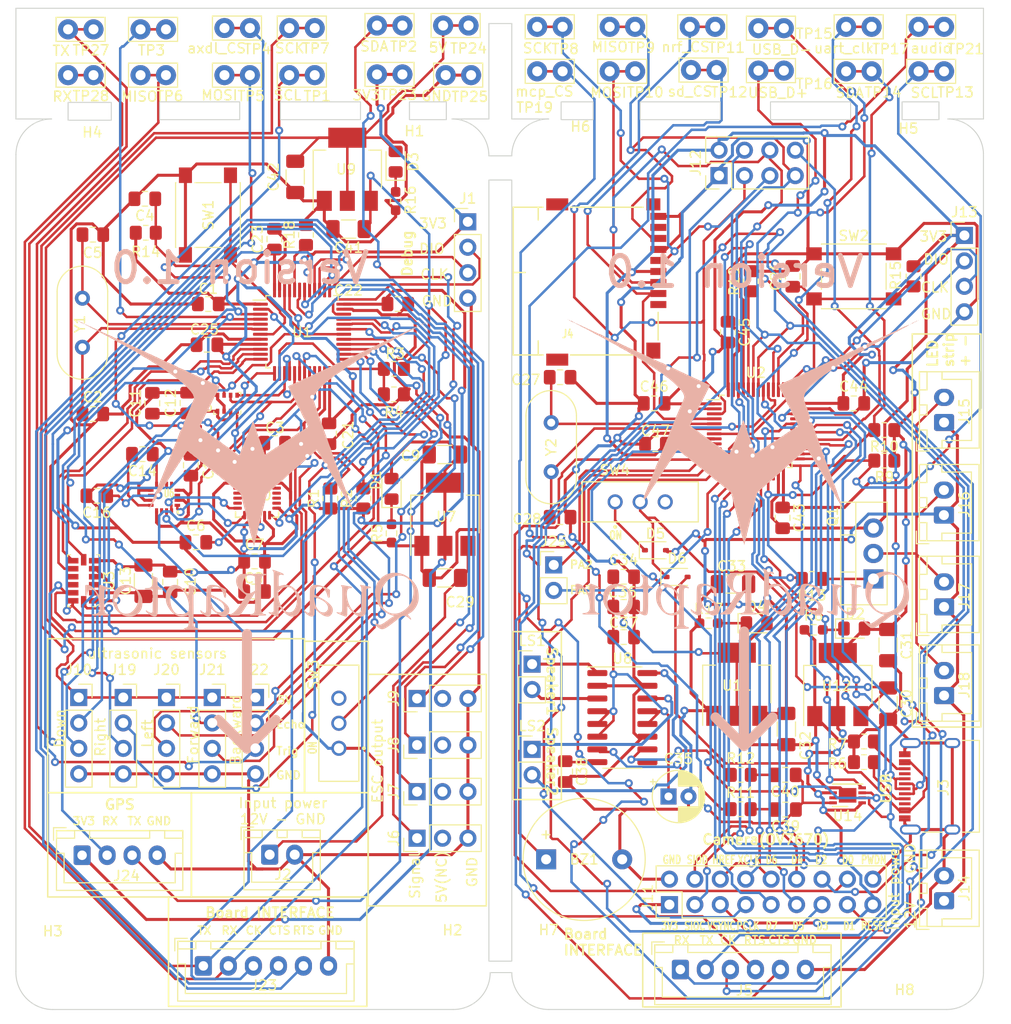
<source format=kicad_pcb>
(kicad_pcb (version 20221018) (generator pcbnew)
  (layers (0 "F.Cu" signal) (31 "B.Cu" signal) (34 "B.Paste" user) (35 "F.Paste" user) (36 "B.SilkS" user "B.Silkscreen") (37 "F.SilkS" user "F.Silkscreen") (38 "B.Mask" user) (39 "F.Mask" user) (44 "Edge.Cuts" user))
  (net 0 "")
  (net 1 "/U2_PA1_ADC1")
  (net 2 "GND_APPboard")
  (net 3 "3.3V_Dboard")
  (net 4 "/U1_OSC_OUT_PD1")
  (net 5 "Net-(U10-CPOUT)")
  (net 6 "/U1_NRST")
  (net 7 "/U1_OSC_IN_PD0")
  (net 8 "Net-(U10-REGOUT)")
  (net 9 "Net-(U6-SETP)")
  (net 10 "Net-(U6-SETC)")
  (net 11 "Net-(U6-C1)")
  (net 12 "/U2_NRST")
  (net 13 "/U2_OSC_IN_PD0")
  (net 14 "/U2_OSC_OUT_PD1")
  (net 15 "Net-(U7-VI)")
  (net 16 "3.3V_APPboard")
  (net 17 "5V_APPboard")
  (net 18 "Net-(U8-VREF)")
  (net 19 "Net-(U14-Vout)")
  (net 20 "Net-(C39-Pad2)")
  (net 21 "Net-(C40-Pad2)")
  (net 22 "5V_Dboard")
  (net 23 "Net-(D1-K)")
  (net 24 "Net-(D2-K)")
  (net 25 "Net-(D3-K)")
  (net 26 "Net-(D4-K)")
  (net 27 "/U1_PA13_SWDIO")
  (net 28 "/U1_PA14_SWCLK")
  (net 29 "/usb_vbus")
  (net 30 "Net-(J3-CC1)")
  (net 31 "/U2_PB7_USB2DP")
  (net 32 "/U2_PB6_USB2DM")
  (net 34 "Net-(J3-CC2)")
  (net 37 "/U2_PC15_OSC32OUT")
  (net 38 "/U2_PA7_ADC7")
  (net 39 "/U2_PA5_ADC5")
  (net 40 "/U2_PA6_ADC6")
  (net 42 "/U2_PB1_ADC9")
  (net 43 "/U2_PB0_ADC8")
  (net 44 "/U2_PB2_BOOT1")
  (net 45 "/U2_PB4")
  (net 46 "/U2_PB3")
  (net 47 "/U1_PB8")
  (net 49 "/U1_PB9")
  (net 51 "/U1_PB7_USB2DP")
  (net 53 "/U1_PB6_USB2DM")
  (net 55 "/U1_PC13_TAMPER_RTC")
  (net 56 "/U1_PA2_ADC2")
  (net 57 "/U2_PB10")
  (net 58 "/U2_PB11")
  (net 59 "/U2_PA12_USB1DP")
  (net 60 "/U2_PA11_USB1DM")
  (net 61 "/U2_PA15")
  (net 62 "/U2_PA8")
  (net 63 "/U2_PC14_OSC32IN")
  (net 64 "/U2_PC13_TAMPER_RTC")
  (net 65 "/U2_PB15")
  (net 66 "/U2_PA13_SWDIO")
  (net 67 "/U2_PA14_SWCLK")
  (net 68 "Net-(J15-Pin_2)")
  (net 69 "/U1_PB15")
  (net 70 "/U1_PA3_ADC3")
  (net 71 "/U1_PB13")
  (net 72 "/U1_PB14")
  (net 73 "/U1_PB5")
  (net 74 "/U1_PB12")
  (net 75 "/U1_PA8")
  (net 76 "/U1_PA15")
  (net 77 "/U1_PB0_ADC8")
  (net 78 "/U1_PB1_ADC9")
  (net 79 "/U1_PB2_BOOT1")
  (net 80 "/U1_PB3")
  (net 81 "/U1_PB4")
  (net 82 "/U1_PA9")
  (net 83 "/U1_PA10")
  (net 84 "Net-(U8-LOUT+)")
  (net 85 "Net-(U8-LOUT-)")
  (net 86 "Net-(U8-ROUT-)")
  (net 87 "Net-(U8-ROUT+)")
  (net 88 "Net-(Q1-B)")
  (net 89 "/U1_PB10")
  (net 90 "/U1_PB11")
  (net 91 "/U1_PA4_ADC4")
  (net 92 "Net-(U8-INL)")
  (net 93 "Net-(U8-INR)")
  (net 94 "/U2_PB9")
  (net 95 "/U1_BOOT0")
  (net 96 "/U2_BOOT0")
  (net 97 "/U1_PC15_OSC32OUT")
  (net 98 "/U1_PC14_OSC32IN")
  (net 99 "/U1_PA7_ADC7")
  (net 100 "/U1_PA6_ADC6")
  (net 101 "/U1_PA5_ADC5")
  (net 102 "/U2_PA9")
  (net 103 "/U2_PA0_WKUP_ADC0")
  (net 104 "/U2_PB5")
  (net 105 "/U2_PB8")
  (net 106 "/U2_PA10")
  (net 107 "/U1_PA0_WKUP_ADC0")
  (net 108 "/U1_PA1_ADC1")
  (net 109 "/U1_PA11_USB1DM")
  (net 110 "/U1_PA12_USB1DP")
  (net 111 "/U2_PA2_ADC2")
  (net 112 "/U2_PA3_ADC3")
  (net 113 "/U2_PA4_ADC4")
  (net 114 "/U2_PB12")
  (net 115 "/U2_PB13")
  (net 116 "/U2_PB14")
  (net 120 "/hmc5883_SDA")
  (net 121 "/hmc5883_SCL")
  (net 134 "GND_Dboard")
  (net 135 "12V_APPboard")
  (net 136 "12V_Dboard")
  (net 137 "Net-(D6-K)")
  (net 138 "Net-(D5-K)")
  (footprint "MountingHole:MountingHole_3.2mm_M3" (layer "F.Cu") (at 108.762722 149.70225)
    (fp_text reference "H2")
    (fp_text value "MountingHole")
  )
  (footprint "Sensor_Motion:InvenSense_QFN-24_4x4mm_P0.5mm" (layer "F.Cu") (at 89.238972 102.122)
    (fp_text reference "U10")
    (fp_text value "MPU-6050")
  )
  (footprint "Capacitor_SMD:C_0805_2012Metric_Pad1.18x1.45mm_HandSolder" (layer "F.Cu") (at 90.967222 76.51325 90)
    (fp_text reference "C23")
    (fp_text value "0.1uF")
  )
  (footprint "Capacitor_SMD:C_0805_2012Metric_Pad1.18x1.45mm_HandSolder" (layer "F.Cu") (at 96.428222 95.94425 -90)
    (fp_text reference "C21")
    (fp_text value "0.1uF")
  )
  (footprint "Connector_JST:JST_XH_B2B-XH-A_1x02_P2.50mm_Vertical" (layer "F.Cu") (at 157.861 113.22825 90)
    (fp_text reference "J17")
    (fp_text value "Conn_01x02")
  )
  (footprint "Resistor_SMD:R_0805_2012Metric_Pad1.20x1.40mm_HandSolder" (layer "F.Cu") (at 154.813 80.22975 -90)
    (fp_text reference "R15")
    (fp_text value "10 Kohm")
  )
  (footprint "Capacitor_SMD:C_0805_2012Metric_Pad1.18x1.45mm_HandSolder" (layer "F.Cu") (at 142.0235 133.45925 180)
    (fp_text reference "C39")
    (fp_text value "0.47 uF")
  )
  (footprint "Buzzer_Beeper:Buzzer_12x9.5RM7.6" (layer "F.Cu") (at 118.11 138.43)
    (fp_text reference "BZ1")
    (fp_text value "Buzzer")
  )
  (footprint "CH32V203:CH32V203C8T6_LQFP-48_7x7mm_P0.5mm" (layer "F.Cu") (at 93.732722 85.75625)
    (fp_text reference "U1")
    (fp_text value "CH32V203C8T6")
  )
  (footprint "TestPoint:TestPoint_Bridge_Pitch2.54mm_Drill1.0mm" (layer "F.Cu") (at 92.456 55.44325)
    (fp_text reference "TP7")
    (fp_text value "TestPoint")
  )
  (footprint "Resistor_SMD:R_0805_2012Metric_Pad1.20x1.40mm_HandSolder" (layer "F.Cu") (at 138.557 80.71625 90)
    (fp_text reference "R19")
    (fp_text value "10 Kohm")
  )
  (footprint "Connector_JST:JST_XH_B2B-XH-A_1x02_P2.50mm_Vertical" (layer "F.Cu") (at 157.861 142.56525 90)
    (fp_text reference "J14")
    (fp_text value "Conn_01x02")
  )
  (footprint "Connector_PinHeader_2.54mm:PinHeader_1x03_P2.54mm_Vertical" (layer "F.Cu") (at 105.221722 127.01825 90)
    (fp_text reference "J8")
    (fp_text value "Conn_01x03")
  )
  (footprint "Connector_JST:JST_XH_B2B-XH-A_1x02_P2.50mm_Vertical" (layer "F.Cu") (at 90.494722 137.95825)
    (fp_text reference "J2")
    (fp_text value "Conn_01x02")
  )
  (footprint "Crystal:Crystal_HC18-U_Vertical" (layer "F.Cu") (at 71.790222 87.30825 90)
    (fp_text reference "Y1")
    (fp_text value "8 MHZ")
  )
  (footprint "Resistor_SMD:R_0805_2012Metric_Pad1.20x1.40mm_HandSolder" (layer "F.Cu") (at 137.557 129.99225)
    (fp_text reference "R12")
    (fp_text value "20 Kohm")
  )
  (footprint "Capacitor_SMD:C_0805_2012Metric_Pad1.18x1.45mm_HandSolder" (layer "F.Cu") (at 125.857 116.23825)
    (fp_text reference "C37")
    (fp_text value "1 uF")
  )
  (footprint "Connector_JST:JST_XH_B4B-XH-A_1x04_P2.50mm_Vertical" (layer "F.Cu") (at 71.758722 138.01825)
    (fp_text reference "J24")
    (fp_text value "Conn_01x04")
  )
  (footprint "Resistor_SMD:R_0805_2012Metric_Pad1.20x1.40mm_HandSolder" (layer "F.Cu") (at 149.86 126.66125 180)
    (fp_text reference "R7")
    (fp_text value "5.1 Kohm")
  )
  (footprint "Connector_PinHeader_2.54mm:PinHeader_1x04_P2.54mm_Vertical" (layer "F.Cu") (at 110.286722 74.78225)
    (fp_text reference "J1")
    (fp_text value "Conn_01x04")
  )
  (footprint "Capacitor_SMD:C_0805_2012Metric_Pad1.18x1.45mm_HandSolder" (layer "F.Cu") (at 90.996972 96.871)
    (fp_text reference "C3")
    (fp_text value "220 pF")
  )
  (footprint "Capacitor_SMD:C_1206_3216Metric_Pad1.33x1.80mm_HandSolder" (layer "F.Cu") (at 108.000722 110.33225 180)
    (fp_text reference "C29")
    (fp_text value "10 uF")
  )
  (footprint "TestPoint:TestPoint_Bridge_Pitch2.54mm_Drill1.0mm" (layer "F.Cu") (at 132.461 55.31625)
    (fp_text reference "TP11")
    (fp_text value "TestPoint")
  )
  (footprint "Resistor_SMD:R_0805_2012Metric_Pad1.20x1.40mm_HandSolder" (layer "F.Cu") (at 144.653 110.43425 180)
    (fp_text reference "R13")
    (fp_text value "1 Kohm")
  )
  (footprint "Connector_PinHeader_2.54mm:PinHeader_1x02_P2.54mm_Vertical" (layer "F.Cu") (at 116.713 118.93825)
    (fp_text reference "LS1")
    (fp_text value "Speaker (3W 4ohm)")
  )
  (footprint "digikey-footprints:LGA-14_3x5mm_RevA" (layer "F.Cu") (at 71.917222 110.61475 90)
    (fp_text reference "U3")
    (fp_text value "ADXL345BCCZ")
  )
  (footprint "Capacitor_SMD:C_0805_2012Metric_Pad1.18x1.45mm_HandSolder" (layer "F.Cu") (at 73.228972 102.133 180)
    (fp_text reference "C16")
    (fp_text value "4.7 uF")
  )
  (footprint "Capacitor_SMD:C_0805_2012Metric_Pad1.18x1.45mm_HandSolder" (layer "F.Cu") (at 83.122972 106.777 180)
    (fp_text reference "C6")
    (fp_text value "0.1 uF")
  )
  (footprint "Connector_PinHeader_2.54mm:PinHeader_1x03_P2.54mm_Vertical" (layer "F.Cu") (at 105.221722 122.36825 90)
    (fp_text reference "J9")
    (fp_text value "Conn_01x03")
  )
  (footprint "Resistor_SMD:R_0603_1608Metric_Pad0.98x0.95mm_HandSolder" (layer "F.Cu") (at 102.666722 105.88725 90)
    (fp_text reference "R5")
    (fp_text value "330 ohm")
  )
  (footprint "MountingHole:MountingHole_3.2mm_M3" (layer "F.Cu") (at 158.115 149.80425)
    (fp_text reference "H8")
    (fp_text value "MountingHole")
  )
  (footprint "LED_SMD:LED_0805_2012Metric_Pad1.15x1.40mm_HandSolder" (layer "F.Cu") (at 103.079472 68.77825 90)
    (fp_text reference "D3")
    (fp_text value "LED")
  )
  (footprint "Capacitor_SMD:C_0805_2012Metric_Pad1.18x1.45mm_HandSolder" (layer "F.Cu") (at 72.834222 93.97375)
    (fp_text reference "C2")
    (fp_text value "20pF")
  )
  (footprint "Diode_SMD:D_SOD-323" (layer "F.Cu") (at 131.191 110.236)
    (fp_text reference "D6")
    (fp_text value "1N5819WS")
  )
  (footprint "Capacitor_SMD:C_1206_3216Metric_Pad1.33x1.80mm_HandSolder" (layer "F.Cu") (at 77.886222 110.61475 -90)
    (fp_text reference "C13")
    (fp_text value "10 uF")
  )
  (footprint "Connector_PinHeader_2.54mm:PinHeader_1x04_P2.54mm_Vertical" (layer "F.Cu") (at 159.893 76.14425)
    (fp_text reference "J13")
    (fp_text value "Conn_01x04")
  )
  (footprint "TestPoint:TestPoint_Bridge_Pitch2.54mm_Drill1.0mm" (layer "F.Cu") (at 85.979 55.44325)
    (fp_text reference "TP4")
    (fp_text value "TestPoint")
  )
  (footprint "Connector_PinHeader_2.54mm:PinHeader_1x02_P2.54mm_Vertical" (layer "F.Cu") (at 116.713 127.44725)
    (fp_text reference "LS2")
    (fp_text value "Speaker (3W 4ohm)")
  )
  (footprint "MountingHole:MountingHole_3.2mm_M3" (layer "F.Cu") (at 108.762722 68.27025)
    (fp_text reference "H1")
    (fp_text value "MountingHole")
  )
  (footprint "TestPoint:TestPoint_Bridge_Pitch2.54mm_Drill1.0mm" (layer "F.Cu") (at 77.597 60.14225)
    (fp_text reference "TP6")
    (fp_text value "TestPoint")
  )
  (footprint "footprints:J_SD_Card-micro_socket_A" (layer "F.Cu") (at 122.3 79.82725 90)
    (fp_text reference "J4")
    (fp_text value "Micro_SD_Card" hide)
  )
  (footprint "MountingHole:MountingHole_3.2mm_M3" (layer "F.Cu") (at 118.364 149.67725)
    (fp_text reference "H7")
    (fp_text value "MountingHole")
  )
  (footprint "TestPoint:TestPoint_Bridge_Pitch2.54mm_Drill1.0mm" (layer "F.Cu") (at 77.597 55.57025)
    (fp_text reference "TP3")
    (fp_text value "TestPoint")
  )
  (footprint "Connector_JST:JST_XH_B2B-XH-A_1x02_P2.50mm_Vertical" (layer "F.Cu") (at 157.844 104.06425 90)
    (fp_text reference "J16")
    (fp_text value "Conn_01x02")
  )
  (footprint "TestPoint:TestPoint_Bridge_Pitch2.54mm_Drill1.0mm" (layer "F.Cu") (at 101.219 55.18925)
    (fp_text reference "TP2")
    (fp_text value "TestPoint")
  )
  (footprint "Capacitor_SMD:C_0805_2012Metric_Pad1.18x1.45mm_HandSolder" (layer "F.Cu") (at 82.293222 92.87475 90)
    (fp_text reference "C12")
    (fp_text value "1 uF")
  )
  (footprint "Capacitor_SMD:C_0805_2012Metric_Pad1.18x1.45mm_HandSolder" (layer "F.Cu") (at 120.015 129.667 -90)
    (fp_text reference "C38")
    (fp_text value "0.1 uF")
  )
  (footprint "Package_TO_SOT_SMD:SOT-223-3_TabPin2" (layer "F.Cu") (at 98.253472 69.54025 90)
    (fp_text reference "U9")
    (fp_text value "AMS1117-5.0")
  )
  (footprint "Resistor_SMD:R_0805_2012Metric_Pad1.20x1.40mm_HandSolder" (layer "F.Cu") (at 102.905222 92.00725)
    (fp_text reference "R4")
    (fp_text value "4.7 Kohm")
  )
  (footprint "Capacitor_THT:CP_Radial_D5.0mm_P2.00mm" (layer "F.Cu") (at 130.334 132.15125)
    (fp_text reference "C35")
    (fp_text value "470 uF")
  )
  (footprint "Diode_SMD:D_SOD-323" (layer "F.Cu") (at 129.032 107.569)
    (fp_text reference "D5")
    (fp_text value "1N5819WS")
  )
  (footprint "Connector_PinSocket_2.54mm:PinSocket_1x04_P2.54mm_Vertical" (layer "F.Cu") (at 71.424722 122.27025)
    (fp_text reference "J10")
    (fp_text value "Conn_01x04")
  )
  (footprint "MountingHole:MountingHole_3.2mm_M3" (layer "F.Cu") (at 158.242 68.14325)
    (fp_text reference "H5")
    (fp_text value "MountingHole")
  )
  (footprint "Capacitor_SMD:C_0805_2012Metric_Pad1.18x1.45mm_HandSolder" (layer "F.Cu") (at 88.986472 111.692)
    (fp_text reference "C8")
    (fp_text value "0.1 uF")
  )
  (footprint "Resistor_SMD:R_0603_1608Metric_Pad0.98x0.95mm_HandSolder" (layer "F.Cu") (at 144.83325 115.51525)
    (fp_text reference "R8")
    (fp_text value "330 ohm")
  )
  (footprint "TestPoint:TestPoint_Bridge_Pitch2.54mm_Drill1.0mm" (layer "F.Cu") (at 132.588 59.63425)
    (fp_text reference "TP12")
    (fp_text value "TestPoint")
  )
  (footprint "Resistor_SMD:R_0805_2012Metric_Pad1.20x1.40mm_HandSolder" (layer "F.Cu") (at 94.122222 76.09425 90)
    (fp_text reference "R18")
    (fp_text value "10Kohm")
  )
  (footprint "Connector_PinHeader_2.54mm:PinHeader_1x03_P2.54mm_Vertical" (layer "F.Cu") (at 105.221722 131.66825 90)
    (fp_text reference "J7")
    (fp_text value "Conn_01x03")
  )
  (footprint "Capacitor_SMD:C_0805_2012Metric_Pad1.18x1.45mm_HandSolder" (layer "F.Cu") (at 77.779472 97.97625 180)
    (fp_text reference "C14")
    (fp_text value "0.22 uF")
  )
  (footprint "TestPoint:TestPoint_Bridge_Pitch2.54mm_Drill1.0mm" (layer "F.Cu") (at 124.46 55.31625)
    (fp_text reference "TP9")
    (fp_text value "TestPoint")
  )
  (footprint "Capacitor_SMD:C_0805_2012Metric_Pad1.18x1.45mm_HandSolder" (layer "F.Cu") (at 78.028722 72.48625 180)
    (fp_text reference "C4")
    (fp_text value "0.1uF")
  )
  (footprint "Resistor_SMD:R_0805_2012Metric_Pad1.20x1.40mm_HandSolder" (layer "F.Cu") (at 151.892 98.62325 180)
    (fp_text reference "R9")
    (fp_text value "10 Kohm")
  )
  (footprint "Capacitor_SMD:C_0805_2012Metric_Pad1.18x1.45mm_HandSolder" (layer "F.Cu") (at 119.507 90.297)
    (fp_text reference "C27")
    (fp_text value "20pF")
  )
  (footprint "TestPoint:TestPoint_Bridge_Pitch2.54mm_Drill1.0mm" (layer "F.Cu") (at 117.221 59.76125)
    (fp_text reference "TP19")
    (fp_text value "TestPoint")
  )
  (footprint "Connector_PinSocket_2.54mm:PinSocket_1x04_P2.54mm_Vertical" (layer "F.Cu") (at 89.077722 122.27025)
    (fp_text reference "J22")
    (fp_text value "Conn_01x04")
  )
  (footprint "Package_TO_SOT_THT:TO-220-3_Vertical" (layer "F.Cu") (at 150.805 110.43425 90)
    (fp_text reference "Q1")
    (fp_text value "TIP121")
  )
  (footprint "Connector_PinSocket_2.54mm:PinSocket_1x04_P2.54mm_Vertical" (layer "F.Cu") (at 84.759722 122.27025)
    (fp_text reference "J21")
    (fp_text value "Conn_01x04")
  )
  (footprint "Resistor_SMD:R_0805_2012Metric_Pad1.20x1.40mm_HandSolder" (layer "F.Cu") (at 96.555222 102.40525 90)
    (fp_text reference "R1")
    (fp_text value "4.7 Kohm")
  )
  (footprint "TestPoint:TestPoint_Bridge_Pitch2.54mm_Drill1.0mm" (layer "F.Cu") (at 139.319 55.45725)
    (fp_text reference "TP15")
    (fp_text value "TestPoint")
  )
  (footprint "TestPoint:TestPoint_Bridge_Pitch2.54mm_Drill1.0mm" (layer "F.Cu") (at 85.979 60.14225)
    (fp_text reference "TP5")
    (fp_text value "TestPoint")
  )
  (footprint "Connector_PinSocket_2.54mm:PinSocket_1x04_P2.54mm_Vertical" (layer "F.Cu") (at 75.869722 122.27025)
    (fp_text reference "J19")
    (fp_text value "Conn_01x04")
  )
  (footprint "TestPoint:TestPoint_Bridge_Pitch2.54mm_Drill1.0mm" (layer "F.Cu") (at 107.823 55.18925)
    (fp_text reference "TP24")
    (fp_text value "TestPoint")
  )
  (footprint "Capacitor_SMD:C_1206_3216Metric_Pad1.33x1.80mm_HandSolder" (layer "F.Cu") (at 152.273 117.03825 -90)
    (fp_text reference "C31")
    (fp_text value "10 uF")
  )
  (footprint "Connector_PinHeader_2.54mm:PinHeader_2x09_P2.54mm_Vertical" (layer "F.Cu") (at 130.429 142.94625 90)
    (fp_text reference "J11")
    (fp_text value "Conn_02x09_Odd_Even")
  )
  (footprint "TestPoint:TestPoint_Bridge_Pitch2.54mm_Drill1.0mm" (layer "F.Cu") (at 155.321 55.31625)
    (fp_text reference "TP21")
    (fp_text value "TestPoint")
  )
  (footprint "Capacitor_SMD:C_0805_2012Metric_Pad1.18x1.45mm_HandSolder" (layer "F.Cu") (at 103.301722 82.99025)
    (fp_text reference "C22")
    (fp_text value "0.1uF")
  )
  (footprint "LED_SMD:LED_0805_2012Metric_Pad1.15x1.40mm_HandSolder" (layer "F.Cu") (at 139.145 114.85325)
    (fp_text reference "D4")
    (fp_text value "LED")
  )
  (footprint "TestPoint:TestPoint_Bridge_Pitch2.54mm_Drill1.0mm" (layer "F.Cu") (at 108.077 60.14225)
    (fp_text reference "TP25")
    (fp_text value "TestPoint")
  )
  (footprint "MountingHole:MountingHole_3.2mm_M3" (layer "F.Cu") (at 68.834 149.80425)
    (fp_text reference "H3")
    (fp_text value "MountingHole")
  )
  (footprint "LED_SMD:LED_0805_2012Metric_Pad1.15x1.40mm_HandSolder" (layer "F.Cu") (at 148.88825 115.38825)
    (fp_text reference "D2")
    (fp_text value "LED")
  )
  (footprint "Button_Switch_SMD:SW_Push_1P1T_NO_6x6mm_H9.5mm" (layer "F.Cu") (at 148.844 80.22975)
    (fp_text reference "SW2")
    (fp_text value "SW_Push")
  )
  (footprint "TestPoint:TestPoint_Bridge_Pitch2.54mm_Drill1.0mm" (layer "F.Cu") (at 70.358 55.57025)
    (fp_text reference "TP27")
    (fp_text value "TestPoint")
  )
  (footprint "Capacitor_SMD:C_0805_2012Metric_Pad1.18x1.45mm_HandSolder" (layer "F.Cu") (at 142.748 80.22975 90)
    (fp_text reference "C24")
    (fp_text value "0.1 uF")
  )
  (footprint "digikey-footprints:LGA-8_2x2.5mm_BMP280" (layer "F.Cu") (at 86.268222 92.89625 90)
    (fp_text reference "U4")
    (fp_text value "BMP280")
  )
  (footprint "EG1218:SW_EG1218" (layer "F.Cu") (at 97.409 124.841 90)
    (fp_text reference "SW3")
    (fp_text value "SW_DIP_x01")
  )
  (footprint "Connector_PinHeader_2.54mm:PinHeader_2x04_P2.54mm_Vertical" (layer "F.Cu") (at 135.382 70.17525 90)
    (fp_text reference "J12")
    (fp_text value "Conn_02x04")
  )
  (footprint "Capacitor_SMD:C_0805_2012Metric_Pad1.18x1.45mm_HandSolder" (layer "F.Cu") (at 84.363222 82.99025 180)
    (fp_text reference "C1")
    (fp_text value "0.1uF")
  )
  (footprint "Capacitor_SMD:C_0805_2012Metric_Pad1.18x1.45mm_HandSolder" (layer "F.Cu") (at 148.844 92.90825)
    (fp_text reference "C44")
    (fp_text value "0.1 uF")
  )
  (footprint "Capacitor_SMD:C_0805_2012Metric_Pad1.18x1.45mm_HandSolder" (layer "F.Cu") (at 82.626972 99.085 90)
    (fp_text reference "C15")
    (fp_text value "0.1 uF")
  )
  (footprint "Capacitor_SMD:C_0805_2012Metric_Pad1.18x1.45mm_HandSolder" (layer "F.Cu") (at 125.857 113.22825)
    (fp_text reference "C36")
    (fp_text value "1 uF")
  )
  (footprint "Capacitor_SMD:C_1206_3216Metric_Pad1.33x1.80mm_HandSolder" (layer "F.Cu") (at 142.113 125.42025 -90)
    (fp_text reference "C32")
    (fp_text value "10 uF")
  )
  (footprint "Connector_JST:JST_XH_B6B-XH-A_1x06_P2.50mm_Vertical" (layer "F.Cu") (at 83.870722 149.06725)
    (fp_text reference "J23")
    (fp_text value "Conn_01x06")
  )
  (footprint "Connector_USB:USB_C_Receptacle_XKB_U262-16XN-4BVC11" (layer "F.Cu") (at 157.607 131.13525 90)
    (fp_text reference "J3")
    (fp_text value "USB_C_Receptacle_USB2.0")
  )
  (footprint "Capacitor_SMD:C_0805_2012Metric_Pad1.18x1.45mm_HandSolder" (layer "F.Cu") (at 129.032 96.97225 180)
    (fp_text reference "C47")
    (fp_text value "0.1 uF")
  )
  (footprint "Resistor_SMD:R_0603_1608Metric_Pad0.98x0.95mm_HandSolder" (layer "F.Cu") (at 103.079472 72.71525 90)
    (fp_text reference "R16")
    (fp_text value "330 ohm")
  )
  (footprint "MountingHole:MountingHole_3.2mm_M3" (layer "F.Cu") (at 68.707 68.14325)
    (fp_text reference "H4")
    (fp_text value "MountingHole")
  )
  (footprint "Capacitor_SMD:C_1206_3216Metric_Pad1.33x1.80mm_HandSolder" (layer "F.Cu") (at 93.046472 70.30225 -90)
    (fp_text reference "C42")
    (fp_text value "10 uF")
  )
  (footprint "Capacitor_SMD:C_0805_2012Metric_Pad1.18x1.45mm_HandSolder" (layer "F.Cu") (at 80.553222 110.74175 -90)
    (fp_text reference "C10")
    (fp_text value "0.1 uF")
  )
  (footprint "TestPoint:TestPoint_Bridge_Pitch2.54mm_Drill1.0mm" (layer "F.Cu") (at 148.082 55.31625)
    (fp_text reference "TP17")
    (fp_text value "TestPoint")
  )
  (footprint "Connector_JST:JST_XH_B2B-XH-A_1x02_P2.50mm_Vertical" (layer "F.Cu") (at 157.861 122.07825 90)
    (fp_text reference "J18")
    (fp_text value "Conn_01x02")
  )
  (footprint "TestPoint:TestPoint_Bridge_Pitch2.54mm_Drill1.0mm" (layer "F.Cu") (at 70.358 60.14225)
    (fp_text reference "TP28")
    (fp_text value "TestPoint")
  )
  (footprint "Capacitor_SMD:C_0805_2012Metric_Pad1.18x1.45mm_HandSolder" (layer "F.Cu") (at 125.857 110.21825)
    (fp_text reference "C34")
    (fp_text value "1 uF")
  )
  (footprint "Capacitor_SMD:C_0805_2012Metric_Pad1.18x1.45mm_HandSolder" (layer "F.Cu") (at 72.834222 76.06675)
    (fp_text reference "C5")
    (fp_text value "20pF")
  )
  (footprint "Package_TO_SOT_SMD:SOT-223-3_TabPin2" (layer "F.Cu") (at 137.16 120.95025 90)
    (fp_text reference "U11")
    (fp_text value "AMS1117-5.0")
  )
  (footprint "Capacitor_SMD:C_0805_2012Metric_Pad1.18x1.45mm_HandSolder" (layer "F.Cu") (at 78.775222 92.89625 90)
    (fp_text reference "C11")
    (fp_text value "0.1 uF")
  )
  (footprint "Capacitor_SMD:C_1206_3216Metric_Pad1.33x1.80mm_HandSolder" (layer "F.Cu") (at 108.000722 98.01325 180)
    (fp_text reference "C9")
    (fp_text value "10 uF")
  )
  (footprint "Resistor_SMD:R_0805_2012Metric_Pad1.20x1.40mm_HandSolder" (layer "F.Cu") (at 99.857222 102.40525 90)
    (fp_text reference "R2")
    (fp_text value "4.7 Kohm")
  )
  (footprint "TestPoint:TestPoint_Bridge_Pitch2.54mm_Drill1.0mm" (layer "F.Cu") (at 92.456 60.14225)
    (fp_text reference "TP1")
    (fp_text value "TestPoint")
  )
  (footprint "Package_TO_SOT_SMD:SOT-223-3_TabPin2" (layer "F.Cu") (at 108.000722 103.98225 90)
    (fp_text reference "U7")
    (fp_text value "AMS1117-3.3")
  )
  (footprint "Capacitor_SMD:C_1206_3216Metric_Pad1.33x1.80mm_HandSolder" (layer "F.Cu") (at 98.380472 75.50925 180)
    (fp_text reference "C41")
    (fp_text value "10 uF")
  )
  (footprint "Crystal:Crystal_HC18-U_Vertical" (layer "F.Cu") (at 118.618 99.732 90)
    (fp_text reference "Y2")
    (fp_text value "8 MHZ")
  )
  (footprint "Capacitor_SMD:C_1206_3216Metric_Pad1.33x1.80mm_HandSolder" (layer "F.Cu") (at 152.273 122.88025 -90)
    (fp_text reference "C30")
    (fp_text value "10 uF")
  )
  (footprint "Package_TO_SOT_SMD:SOT-223-3_TabPin2" (layer "F.Cu") (at 147.249 120.97625 90)
    (fp_text reference "U12")
    (fp_text value "AMS1117-3.3")
  )
  (footprint "CH32V203:CH32V203C8T6_LQFP-48_7x7mm_P0.5mm" (layer "F.Cu") (at 139.065 95.70225)
    (fp_text reference "U2")
    (fp_text value "CH32V203C8T6")
  )
  (footprint "Package_SO:SOP-16_3.9x9.9mm_P1.27mm" (layer "F.Cu") (at 125.73 124.27725)
    (fp_text reference "U8")
    (fp_text value "PAM8403D")
  )
  (footprint "TestPoint:TestPoint_Bridge_Pitch2.54mm_Drill1.0mm" (layer "F.Cu") (at 117.221 55.31625)
    (fp_text reference "TP8")
    (fp_text value "TestPoint")
  )
  (footprint "_sensors:_HMC5883L" (layer "F.Cu") (at 79.947972 102.332 180)
    (fp_text reference "U6")
    (fp_text value "HMC5883L" hide)
  )
  (footprint "Resistor_SMD:R_0805_2012Metric_Pad1.20x1.40mm_HandSolder" (layer "F.Cu") (at 78.119722 75.87725)
    (fp_text reference "R14")
    (fp_text value "10Kohm")
  )
  (footprint "Capacitor_SMD:C_0805_2012Metric_Pad1.18x1.45mm_HandSolder" (layer "F.Cu") (at 141.732 104.33825 -90)
    (fp_text reference "C43")
    (fp_text value "0.1 uF")
  )
  (footprint "TestPoint:TestPoint_Bridge_Pitch2.54mm_Drill1.0mm" (layer "F.Cu") (at 155.321 59.76125)
    (fp_text reference "TP13")
    (fp_text value "TestPoint")
  )
  (footprint "Capacitor_SMD:C_0805_2012Metric_Pad1.18x1.45mm_HandSolder" (layer "F.Cu") (at 128.905 92.90825)
    (fp_text reference "C46")
    (fp_text value "0.1 uF")
  )
  (footprint "Package_DFN_QFN:DFN-8-1EP_3x2mm_P0.5mm_EP1.75x1.45mm" (layer "F.Cu") (at 148.229 132.03625 180)
    (fp_text reference "U14")
    (fp_text value "MCP4921-EMC")
  )
  (footprint "EG1218:SW_EG1218" (layer "F.Cu") (at 127.508 102.743)
    (fp_text reference "SW4")
    (fp_text value "SW_SPDT")
  )
  (footprint "LED_SMD:LED_0805_2012Metric_Pad1.15x1.40mm_HandSolder" (layer "F.Cu") (at 102.666722 101.44225 90)
    (fp_text reference "D1")
    (fp_text value "LED")
  )
  (footprint "Resistor_SMD:R_0805_2012Metric_Pad1.20x1.40mm_HandSolder" (layer "F.Cu") (at 149.86 128.72225 180)
    (fp_text reference "R6")
    (fp_text value "5.1 Kohm")
  )
  (footprint "TestPoint:TestPoint_Bridge_Pitch2.54mm_Drill1.0mm" (layer "F.Cu") (at 124.46 59.76125)
    (fp_text reference "TP10")
    (fp_text value "TestPoint")
  )
  (footprint "Resistor_SMD:R_0805_2012Metric_Pad1.20x1.40mm_HandSolder" (layer "F.Cu") (at 102.905222 89.46725 180)
    (fp_text reference "R3")
    (fp_text value "15 Kohm")
  )
  (footprint "Capacitor_SMD:C_0805_2012Metric_Pad1.18x1.45mm_HandSolder" (layer "F.Cu") (at 88.986472 108.682)
    (fp_text reference "C7")
    (fp_text value "0.1 uF")
  )
  (footprint "MountingHole:MountingHole_3.2mm_M3" (layer "F.Cu") (at 118.364 68.199)
    (fp_text reference "H6")
    (fp_text value "MountingHole")
  )
  (footprint "Resistor_SMD:R_0805_2012Metric_Pad1.20x1.40mm_HandSolder" (layer "F.Cu") (at 137.541 133.42125)
    (fp_text reference "R11")
    (fp_text value "20 Kohm")
  )
  (footprint "Connector_JST:JST_XH_B6B-XH-A_1x06_P2.50mm_Vertical" (layer "F.Cu") (at 131.518 149.42325)
    (fp_text reference "J5")
    (fp_text value "Conn_01x06")
  )
  (footprint "Capacitor_SMD:C_0805_2012Metric_Pad1.18x1.45mm_HandSolder" (layer "F.Cu") (at 136.271 85.79625 -90)
    (fp_text reference "C45")
    (fp_text value "0.1 uF")
  )
  (footprint "Button_Switch_SMD:SW_Push_1P1T_NO_6x6mm_H9.5mm" (layer "F.Cu") (at 84.331972 74.11 90)
    (fp_text reference "SW1")
    (fp_text value "SW_Push")
  )
  (footprint "Connector_JST:JST_XH_B2B-XH-A_1x02_P2.50mm_Vertical" (layer "F.Cu") (at 157.861 94.81325 90)
    (fp_text reference "J15")
    (fp_text value "Conn_01x02")
  )
  (footprint "TestPoint:TestPoint_Bridge_Pitch2.54mm_Drill1.0mm" (layer "F.Cu") (at 101.219 60.071)
    (fp_text reference "TP23")
    (fp_text value "TestPoint")
  )
  (footprint "Capacitor_SMD:C_1206_3216Metric_Pad1.33x1.80mm_HandSolder" (layer "F.Cu") (at 136.779 110.94225 180)
    (fp_text reference "C33")
    (fp_text value "10 uF")
  )
  (footprint "Resistor_SMD:R_0603_1608Metric_Pad0.98x0.95mm_HandSolder" (layer "F.Cu") (at 134.3425 114.85425)
    (fp_text reference "R17")
    (fp_text value "330 ohm")
  )
  (footprint "Capacitor_SMD:C_0805_2012Metric_Pad1.18x1.45mm_HandSolder" (layer "F.Cu") (at 84.236222 87.05425 180)
    (fp_text reference "C25")
    (fp_text value "0.1uF")
  )
  (footprint "Capacitor_SMD:C_0805_2012Metric_Pad1.18x1.45mm_HandSolder" (layer "F.Cu") (at 119.507 104.267)
    (fp_text reference "C28")
    (fp_text value "20pF")
  )
  (footprint "Capacitor_SMD:C_0805_2012Metric_Pad1.18x1.45mm_HandSolder" (layer "F.Cu") (at 142.002 129.99225 180)
    (fp_text reference "C40")
    (fp_text value "0.47 uF")
  )
  (footprint "Connector_PinHeader_2.54mm:PinHeader_1x03_P2.54mm_Vertical" (layer "F.Cu") (at 105.221722 136.31825 90)
    (fp_text reference "J6")
    (fp_text value "Conn_01x03")
  )
  (footprint "TestPoint:TestPoint_Bridge_Pitch2.54mm_Drill1.0mm" (layer "F.Cu") (at 139.319 59.69)
    (fp_text reference "TP16")
    (fp_text value "TestPoint")
  )
  (footprint "Connector_PinHeader_2.54mm:PinHeader_1x02_P2.54mm_Vertical" (layer "F.Cu") (at 118.872 109.03725)
    (fp_text reference "J25")
    (fp_text value "Conn_01x02")
  )
  (footprint "Connector_PinSocket_2.54mm:PinSocket_1x04_P2.54mm_Vertical" (layer "F.Cu") (at 80.187722 122.27025)
    (fp_text reference "J20")
    (fp_text value "Conn_01x04")
  )
  (footprint "TestPoint:TestPoint_Bridge_Pitch2.54mm_Drill1.0mm" (layer "F.Cu") (at 148.082 59.76125)
    (fp_text reference "TP14")
    (fp_text value "TestPoint")
  )
  (footprint "Resistor_SMD:R_0805_2012Metric_Pad1.20x1.40mm_HandSolder" (layer "F.Cu") (at 151.892 95.57525 180)
    (fp_text reference "R10")
    (fp_text value "10 Kohm")
  )
  (footprint "dummy:logo2" (layer "B.Cu") (at 88.308601 98.66489 180)
    (fp_text reference "G***" hide)
    (fp_text value "LOGO" hide)
  )
  (footprint "dummy:logo2" (layer "B.Cu") (at 137.287 98.552 180)
    (fp_text reference "G***" hide)
    (fp_text value "LOGO" hide)
  )
  (gr_rect (start 68.326 131.77025) (end 82.677 142.18425) (stroke (width 0.15)) (fill none) (layer "F.SilkS"))
  (gr_rect (start 82.677 131.77025) (end 100.33 142.18425) (stroke (width 0.15)) (fill none) (layer "F.SilkS"))
  (gr_rect (start 80.391 142.18425) (end 100.203 153.10625) (stroke (width 0.15)) (fill none) (layer "F.SilkS"))
  (gr_rect (start 114.808 115.697) (end 119.634 132.461) (stroke (width 0.15)) (fill none) (layer "F.SilkS"))
  (gr_rect (start 100.33 119.95925) (end 112.141 143.07325) (stroke (width 0.15)) (fill none) (layer "F.SilkS"))
  (gr_rect (start 68.326 116.40325) (end 93.98 131.77025) (stroke (width 0.15)) (fill none) (layer "F.SilkS"))
  (gr_rect (start 93.98 116.65725) (end 100.33 131.77025) (stroke (width 0.15)) (fill none) (layer "F.SilkS"))
  (gr_rect (start 154.686 85.979) (end 161.544 125.222) (stroke (width 0.15)) (fill none) (layer "F.SilkS"))
  (gr_rect (start 127.762 145.796) (end 147.574 153.162) (stroke (width 0.15)) (fill none) (layer "F.SilkS"))
  (gr_arc (start 158.242 64.516) (mid 160.711191 65.513049) (end 161.795734 67.945081) (stroke (width 0.1)) (layer "Edge.Cuts"))
  (gr_arc (start 68.834 153.418189) (mid 66.183657 152.293527) (end 65.151 149.606) (stroke (width 0.1)) (layer "Edge.Cuts"))
  (gr_rect (start 127.508 62.80925) (end 135.509 64.58725) (stroke (width 0.1)) (fill none) (layer "Edge.Cuts"))
  (gr_rect (start 112.395 70.612) (end 114.681 148.59) (stroke (width 0.1)) (fill none) (layer "Edge.Cuts"))
  (gr_line (start 112.395 68.199) (end 114.681 68.199) (stroke (width 0.1)) (layer "Edge.Cuts"))
  (gr_line (start 118.364 64.516) (end 114.681 64.516) (stroke (width 0.1)) (layer "Edge.Cuts"))
  (gr_line (start 68.707 64.516) (end 65.151 64.516) (stroke (width 0.1)) (layer "Edge.Cuts"))
  (gr_line (start 108.839 153.416) (end 68.834 153.418189) (stroke (width 0.1)) (layer "Edge.Cuts"))
  (gr_rect (start 70.358 62.865) (end 74.676 64.643) (stroke (width 0.1)) (fill none) (layer "Edge.Cuts"))
  (gr_rect (start 140.5255 62.80925) (end 148.5265 64.58725) (stroke (width 0.1)) (fill none) (layer "Edge.Cuts"))
  (gr_arc (start 161.798 149.733) (mid 160.719274 152.337274) (end 158.115 153.416) (stroke (width 0.1)) (layer "Edge.Cuts"))
  (gr_line (start 114.681 64.516) (end 114.681 54.991) (stroke (width 0.1)) (layer "Edge.Cuts"))
  (gr_line (start 114.681 54.991) (end 112.395 54.991) (stroke (width 0.1)) (layer "Edge.Cuts"))
  (gr_line (start 112.395 64.516) (end 108.712 64.516) (stroke (width 0.1)) (layer "Edge.Cuts"))
  (gr_line (start 118.364 153.416) (end 158.115 153.416) (stroke (width 0.1)) (layer "Edge.Cuts"))
  (gr_line (start 112.395 54.991) (end 112.395 64.516) (stroke (width 0.1)) (layer "Edge.Cuts"))
  (gr_arc (start 65.151 68.072) (mid 66.192528 65.557528) (end 68.707 64.516) (stroke (width 0.1)) (layer "Edge.Cuts"))
  (gr_line (start 65.151 64.516) (end 65.151 53.467) (stroke (width 0.1)) (layer "Edge.Cuts"))
  (gr_rect (start 153.67 62.80925) (end 157.353 64.58725) (stroke (width 0.1)) (fill none) (layer "Edge.Cuts"))
  (gr_line (start 65.151 53.467) (end 161.798 53.467) (stroke (width 0.1)) (layer "Edge.Cuts"))
  (gr_arc (start 112.522 149.733) (mid 111.443274 152.337274) (end 108.839 153.416) (stroke (width 0.1)) (layer "Edge.Cuts"))
  (gr_line (start 158.242 64.516) (end 161.798 64.516) (stroke (width 0.1)) (layer "Edge.Cuts"))
  (gr_line (start 161.795734 67.945081) (end 161.798 149.733) (stroke (width 0.1)) (layer "Edge.Cuts"))
  (gr_rect (start 79.502 62.80925) (end 87.503 64.58725) (stroke (width 0.1)) (fill none) (layer "Edge.Cuts"))
  (gr_rect (start 104.4575 62.80925) (end 108.1405 64.58725) (stroke (width 0.1)) (fill none) (layer "Edge.Cuts"))
  (gr_line (start 114.681 149.733) (end 112.522 149.733) (stroke (width 0.1)) (layer "Edge.Cuts"))
  (gr_rect (start 91.567 62.80925) (end 99.568 64.58725) (stroke (width 0.1)) (fill none) (layer "Edge.Cuts"))
  (gr_line (start 65.151 149.606) (end 65.151 68.072) (stroke (width 0.1)) (layer "Edge.Cuts"))
  (gr_line (start 161.798 64.516) (end 161.798 53.467) (stroke (width 0.1)) (layer "Edge.Cuts"))
  (gr_arc (start 108.712 64.516) (mid 111.316274 65.594726) (end 112.395 68.199) (stroke (width 0.1)) (layer "Edge.Cuts"))
  (gr_arc (start 114.681 68.199) (mid 115.759726 65.594726) (end 118.364 64.516) (stroke (width 0.1)) (layer "Edge.Cuts"))
  (gr_arc (start 118.364 153.416) (mid 115.759726 152.337274) (end 114.681 149.733) (stroke (width 0.1)) (layer "Edge.Cuts"))
  (gr_rect (start 119.6086 62.80925) (end 122.809 64.58725) (stroke (width 0.1)) (fill none) (layer "Edge.Cuts"))
  (gr_text "Version 1.0" (at 150.114 81.534) (layer "B.SilkS") (effects (font (size 3 3) (thickness 0.5) bold) (justify left bottom mirror)))
  (gr_text "↑" (at 147.828 113.792 180) (layer "B.SilkS") (effects (font (size 15 15) (thickness 1) bold) (justify left bottom)))
  (gr_text "↑" (at 98.171 114.046 180) (layer "B.SilkS") (effects (font (size 15 15) (thickness 1) bold) (justify left bottom)))
  (gr_text "Version 1.0" (at 100.711 81.153) (layer "B.SilkS") (effects (font (size 3 3) (thickness 0.5) bold) (justify left bottom mirror)))
  (gr_text "D3" (at 145.034 145.542) (layer "F.SilkS") (effects (font (size 0.8 0.6)) (justify left bottom)))
  (gr_text "3V3" (at 129.54 145.542) (layer "F.SilkS") (effects (font (size 0.8 0.6)) (justify left bottom)))
  (gr_text "GND" (at 91.059 130.50025) (layer "F.SilkS") (effects (font (size 0.8 0.8)) (justify left bottom)))
  (gr_text "D2" (at 144.907 138.938) (layer "F.SilkS") (effects (font (size 0.8 0.6)) (justify left bottom)))
  (gr_text "Input power\n12V - GND" (at 155.067 141.097 90) (layer "F.SilkS") (effects (font (size 1 1)) (justify bottom)))
  (gr_text "Down" (at 70.094722 127.38025 90) (layer "F.SilkS") (effects (font (size 1 1)) (justify left bottom)))
  (gr_text "RTS" (at 137.768 146.96325) (layer "F.SilkS") (effects (font (size 0.8 0.8)) (justify left bottom)))
  (gr_text "SIOD" (at 132.08 138.938) (layer "F.SilkS") (effects (font (size 0.8 0.6)) (justify left bottom)))
  (gr_text "RX" (at 85.598 145.99425) (layer "F.SilkS") (effects (font (size 0.8 0.8)) (justify left bottom)))
  (gr_text "uart_clk" (at 144.78 58.039) (layer "F.SilkS") (effects (font (size 1 1)) (justify left bottom)))
  (gr_text "PWDN" (at 149.479 138.938) (layer "F.SilkS") (effects (font (size 0.8 0.6)) (justify left bottom)))
  (gr_text "D0" (at 147.574 138.938) (layer "F.SilkS") (effects (font (size 0.8 0.6)) (justify left bottom)))
  (gr_text "5V" (at 106.299 57.98325) (layer "F.SilkS") (effects (font (size 1 1)) (justify left bottom)))
  (gr_text "Input power\n12V - GND" (at 91.821 135.001) (layer "F.SilkS") (effects (font (size 1 1)) (justify bottom)))
  (gr_text "DIO" (at 155.702 79.121) (layer "F.SilkS") (effects (font (size 1 1)) (justify left bottom)))
  (gr_text "USB_D+" (at 138.176 62.484) (layer "F.SilkS") (effects (font (size 1 1)) (justify left bottom)))
  (gr_text "MOSI" (at 83.566 62.738) (layer "F.SilkS") (effects (font (size 1 1)) (justify left bottom)))
  (gr_text "axdl_CS" (at 82.169 58.039) (layer "F.SilkS") (effects (font (size 1 1)) (justify left bottom)))
  (gr_text "PCLK" (at 137.033 145.542) (layer "F.SilkS") (effects (font (size 0.8 0.6)) (justify left bottom)))
  (gr_text "Backward" (at 87.680722 129.12825 90) (layer "F.SilkS") (effects (font (size 1 1)) (justify left bottom)))
  (gr_text "MISO" (at 75.565 62.865) (layer "F.SilkS") (effects (font (size 1 1)) (justify left bottom)))
  (gr_text "TX" (at 83.185 145.99425) (layer "F.SilkS") (effects (font (size 0.8 0.8)) (justify left bottom)))
  (gr_text "3V3" (at 105.333722 75.53425) (layer "F.SilkS") (effects (font (size 1 1)) (justify left bottom)))
  (gr_text "D5" (at 142.621 145.542) (layer "F.SilkS") (effects (font (size 0.8 0.6)) (justify left bottom)))
  (gr_text "GND" (at 142.621 146.939) (layer "F.SilkS") (effects (font (size 0.8 0.8)) (justify left bottom)))
  (gr_text "DIO" (at 105.333722 78.07425) (layer "F.SilkS") (effects (font (size 1 1)) (justify left bottom)))
  (gr_text "RX" (at 130.768 146.97325) (layer "F.SilkS") (effects (font (size 0.8 0.8)) (justify left bottom)))
  (gr_text "GND" (at 105.587722 83.28125) (layer "F.SilkS") (effects (font (size 1 1)) (justify left bottom)))
  (gr_text "GND" (at 105.537 62.80925) (layer "F.SilkS") (effects (font (size 1 1)) (justify left bottom)))
  (gr_text "Debug" (at 104.825722 80.36025 90) (layer "F.SilkS") (effects (font (size 1 1) (thickness 0.2) bold) (justify left bottom)))
  (gr_text "audio" (at 154.432 58.039) (layer "F.SilkS") (effects (font (size 1 1)) (justify left bottom)))
  (gr_text "3V3" (at 155.321 76.835) (layer "F.SilkS") (effects (font (size 1 1)) (justify left bottom)))
  (gr_text "Signal" (at 105.587722 142.46325 90) (layer "F.SilkS") (effects (font (size 1 1)) (justify left bottom)))
  (gr_text "USB_D-" (at 138.557 58.166) (layer "F.SilkS") (effects (font (size 1 1)) (justify left bottom)))
  (gr_text "VSYNC" (at 134.112 145.542) (layer "F.SilkS") (effects (font (size 0.8 0.6)) (justify left bottom)))
  (gr_text "Speaker1" (at 118.11 117.094 -90) (layer "F.SilkS") (effects (font (size 1 1) (thickness 0.2) bold) (justify left bottom)))
  (gr_text "Echo" (at 91.059 125.42025) (layer "F.SilkS") (effects (font (size 0.8 0.8)) (justify left bottom)))
  (gr_text "ON" (at 124.333 106.553) (layer "F.SilkS") (effects (font (size 0.8 0.6)) (justify left bottom)))
  (gr_text "ON" (at 95.25 128.016 90) (layer "F.SilkS") (effects (font (size 0.8 0.6)) (justify left bottom)))
  (gr_text "HREF" (at 134.62 138.938) (layer "F.SilkS") (effects (font (size 0.8 0.6)) (justify left bottom)))
  (gr_text "RESET" (at 149.479 145.542) (layer "F.SilkS") (effects (font (size 0.8 0.6)) (justify left bottom)))
  (gr_text "Board \nINTERFACE" (at 119.761 148.082) (layer "F.SilkS") (effects (font (size 1 1) (thickness 0.2) bold) (justify left bottom)))
  (gr_text "PA2" (at 120.396 109.474) (layer "F.SilkS") (effects (font (size 0.8 0.8)) (justify left bottom)))
  (gr_text "Speaker2" (at 118.11 125.095 270) (layer "F.SilkS") (effects (font (size 1 1) (thickness 0.2) bold) (justify left bottom)))
  (gr_text "ultrasonic sensors" (at 72.186722 118.46025) (layer "F.SilkS") (effects (font (size 1 1)) (justify left bottom)))
  (gr_text "GND" (at 78.105 135.07225) (layer "F.SilkS") (effects (font (size 0.8 0.8)) (justify left bottom)))
  (gr_text "nrf_CS" (at 129.54 57.912) (layer "F.SilkS") (effects (font (size 1 1)) (justify left bottom)))
  (gr_text "GPS" (at 73.914 133.54825) (layer "F.SilkS") (effects (font (size 1 1) (thickness 0.2) bold) (justify left bottom)))
  (gr_text "RTS" (at 92.71 145.99425) (layer "F.SilkS") (effects (font (size 0.8 0.8)) (justify left bottom)))
  (gr_text "Trig" (at 91.059 128.08725) (layer "F.SilkS") (effects (font (size 0.8 0.8)) (justify left bottom)))
  (gr_text "SIOC" (at 131.826 145.542) (layer "F.SilkS") (effects (font (size 0.8 0.6)) (justify left bottom)))
  (gr_text "CK" (at 135.382 146.939) (layer "F.SilkS") (effects (font (size 0.8 0.8)) (justify left bottom)))
  (gr_text "TX" (at 76.2 135.07225) (layer "F.SilkS") (effects (font (size 0.8 0.8)) (justify left bottom)))
  (gr_text "5V" (at 91.186 123.00725) (layer "F.SilkS") (effects (font (size 0.8 0.8)) (justify left bottom)))
  (gr_text "mcp_CS" (at 114.935 62.357) (layer "F.SilkS") (effects (font (size 1 1)) (justify left bottom)))
  (gr_text "XCLK" (at 137.16 138.938) (layer "F.SilkS") (effects (font (size 0.8 0.6)) (justify left bottom)))
  (gr_text "CK" (at 88.011 145.99425) (layer "F.SilkS") (effects (font (size 0.8 0.8)) (justify left bottom)))
  (gr_text "D7" (at 139.954 145.542) (layer "F.SilkS") (effects (font (size 0.8 0.6)) (justify left bottom)))
  (gr_text "GND" (at 111.302722 141.32025 90) (layer "F.SilkS") (effects (font (size 1 1)) (justify left bottom)))
  (gr_text "Left" (at 78.857722 127.38025 90) (layer "F.SilkS") (effects (font (size 1 1)) (justify left bottom)))
  (gr_text "RX" (at 68.707 62.865) (layer "F.SilkS") (effects (font (size 1 1)) (justify left bottom)))
  (gr_text "D6" (at 139.954 138.938) (layer "F.SilkS") (effects (font (size 0.8 0.6)) (justify left bottom)))
  (gr_text "D1" (at 147.701 145.542) (layer "F.SilkS") (effects (font (size 0.8 0.6)) (justify left bottom)))
  (gr_text "SCL" (at 154.432 62.484) (layer "F.SilkS") (effects (font (size 1 1)) (justify left bottom)))
  (gr_text "sd_CS" (at 130.175 62.357) (layer "F.SilkS") (effects (font (size 1 1)) (justify left bottom)))
  (gr_text "LED \nstrip\n+ -" (at 160.528 89.408 90) (layer "F.SilkS") (effects (font (size 1 1) (thickness 0.2) bold) (justify left bottom)))
  (gr_text "CTS" (at 90.297 145.99425) (layer "F.SilkS") (effects (font (size 0.8 0.8)) (justify left bottom)))
  (gr_text "GND" (at 95.25 145.99425) (layer "F.SilkS") (effects (font (size 0.8 0.8)) (justify left bottom)))
  (gr_text "GND" (at 155.448 84.582) (layer "F.SilkS") (effects (font (size 1 1)) (justify left bottom)))
  (gr_text "USB" (at 152.654 132.969 90) (layer "F.SilkS") (effects (font (size 1 1) (thickness 0.2) bold) (justify left bottom)))
  (gr_text "Right" (at 74.168 128.27 90) (layer "F.SilkS") (effects (font (size 1 1)) (justify left bottom)))
  (gr_text "TX" (at 68.707 58.293) (layer "F.SilkS") (effects (font (size 1 1)) (justify left bottom)))
  (gr_text "Camera(OV7670)" (at 133.604 137.033) (layer "F.SilkS") (effects (font (size 1 1) (thickness 0.2) bold) (justify left bottom)))
  (gr_text "GND" (at 129.667 138.938) (layer "F.SilkS") (effects (font (size 0.8 0.6)) (justify left bottom)))
  (gr_text "SCK" (at 115.697 58.039) (layer "F.SilkS") (effects (font (size 1 1)) (justify left bottom)))
  (gr_text "D4" (at 142.494 138.938) (layer "F.SilkS") (effects (font (size 0.8 0.6)) (justify left bottom)))
  (gr_text "MISO" (at 122.555 57.912) (layer "F.SilkS") (effects (font (size 1 1)) (justify left bottom)))
  (gr_text "Board INTERFACE" (at 83.947 144.34325) (layer "F.SilkS") (effects (font (size 1 1) (thickness 0.2) bold) (justify left bottom)))
  (gr_text "SDA" (at 146.939 62.484) (layer "F.SilkS") (effects (font (size 1 1)) (justify left bottom)))
  (gr_text "MOSI" (at 122.428 62.484) (layer "F.SilkS") (effects (font (size 1 1)) (justify left bottom)))
  (gr_text "CLK" (at 105.460722 80.61425) (layer "F.SilkS") (effects (font (size 1 1)) (justify left bottom)))
  (gr_text "ESC output" (at 101.854 132.91325 90) (layer "F.SilkS") (effects (font (size 1 1)) (justify left bottom)))
  (gr_text "PA3" (at 120.396 112.014) (layer "F.SilkS") (effects (font (size 0.8 0.8)) (justify left bottom)))
  (gr_text "TX" (at 133.35 146.97325) (layer "F.SilkS") (effects (font (size 0.8 0.8)) (justify left bottom)))
  (gr_text "5V(NC)" (at 108.254722 142.875 90) (layer "F.SilkS") (effects (font (size 1 1)) (justify left bottom)))
  (gr_text "CLK" (at 155.448 81.915) (layer "F.SilkS") (effects (font (size 1 1)) (justify left bottom)))
  (gr_text "3V3" (at 98.679 62.738) (layer "F.SilkS") (effects (font (size 1 1)) (justify left bottom)))
  (gr_text "3V3" (at 70.739 135.07225) (layer "F.SilkS") (effects (font (size 0.8 0.8)) (justify left bottom)))
  (gr_text "SCL" (at 90.805 62.738) (layer "F.SilkS") (effects (font (size 1 1)) (justify left bottom)))
  (gr_text "RX" (at 73.66 135.07225) (layer "F.SilkS") (effects (font (size 0.8 0.8)) (justify left bottom)))
  (gr_text "SDA" (at 99.441 57.85625) (layer "F.SilkS") (effects (font (size 1 1)) (justify left bottom)))
  (gr_text "SCK" (at 90.932 58.039) (layer "F.SilkS") (effects (font (size 1 1)) (justify left bottom)))
  (gr_text "CTS" (at 140.208 146.939) (layer "F.SilkS") (effects (font (size 0.8 0.8)) (justify left bottom)))
  (gr_text "Forward" (at 83.429722 129.00125 90) (layer "F.SilkS") (effects (font (size 1 1)) (justify left bottom)))
  (segment (start 118.05875 138.43) (end 118.11 138.43) (width 0.25) (layer "F.Cu") (net 1))
  (segment (start 120.775604 107.25925) (end 116.563805 107.25925) (width 0.25) (layer "F.Cu") (net 1))
  (segment (start 115.443 107.514646) (end 115.443 135.81425) (width 0.25) (layer "F.Cu") (net 1))
  (segment (start 132.412315 99.63925) (end 122.10275 99.63925) (width 0.25) (layer "F.Cu") (net 1))
  (segment (start 121.457 100.285) (end 121.457 106.577854) (width 0.25) (layer "F.Cu") (net 1))
  (segment (start 134.9025 97.95225) (end 134.099315 97.95225) (width 0.25) (layer "F.Cu") (net 1))
  (segment (start 116.473805 107.16925) (end 115.788396 107.16925) (width 0.25) (layer "F.Cu") (net 1))
  (segment (start 134.099315 97.95225) (end 132.412315 99.63925) (width 0.25) (layer "F.Cu") (net 1))
  (segment (start 115.443 135.81425) (end 118.05875 138.43) (width 0.25) (layer "F.Cu") (net 1))
  (segment (start 115.788396 107.16925) (end 115.443 107.514646) (width 0.25) (layer "F.Cu") (net 1))
  (segment (start 121.457 106.577854) (end 120.775604 107.25925) (width 0.25) (layer "F.Cu") (net 1))
  (segment (start 116.563805 107.25925) (end 116.473805 107.16925) (width 0.25) (layer "F.Cu") (net 1))
  (segment (start 122.10275 99.63925) (end 121.457 100.285) (width 0.25) (layer "F.Cu") (net 1))
  (segment (start 149.8815 89.03225) (end 150.0695 88.84425) (width 0.3) (layer "F.Cu") (net 2))
  (segment (start 138.557 79.71625) (end 142.224 79.71625) (width 0.3) (layer "F.Cu") (net 2))
  (segment (start 146.779 131.28625) (end 147.479 131.28625) (width 0.3) (layer "F.Cu") (net 2))
  (segment (start 132.588 121.82825) (end 132.588 115.69625) (width 0.3) (layer "F.Cu") (net 2))
  (segment (start 142.113 126.98275) (end 137.7425 126.98275) (width 0.3) (layer "F.Cu") (net 2))
  (segment (start 153.523 119.85075) (end 153.523 123.19275) (width 0.3) (layer "F.Cu") (net 2))
  (segment (start 124.714 108.65625) (end 125.3325 108.65625) (width 0.3) (layer "F.Cu") (net 2))
  (segment (start 151.942 104.21725) (end 150.805 105.35425) (width 0.3) (layer "F.Cu") (net 2))
  (segment (start 154.502 126.81525) (end 154.502 126.67175) (width 0.3) (layer "F.Cu") (net 2))
  (segment (start 129.321855 77.542282) (end 130.058057 77.542282) (width 0.3) (layer "F.Cu") (net 2))
  (segment (start 148.86 126.66125) (end 148.929 126.66125) (width 0.3) (layer "F.Cu") (net 2))
  (segment (start 130.655528 95.89725) (end 131.210528 96.45225) (width 0.3) (layer "F.Cu") (net 2))
  (segment (start 127.9945 96.97225) (end 129.0695 95.89725) (width 0.3) (layer "F.Cu") (net 2))
  (segment (start 129.0695 95.89725) (end 130.655528 95.89725) (width 0.3) (layer "F.Cu") (net 2))
  (segment (start 127.792893 126.18225) (end 128.23 126.18225) (width 0.3) (layer "F.Cu") (net 2))
  (segment (start 145.161 130.34325) (end 145.161 129.99225) (width 0.3) (layer "F.Cu") (net 2))
  (segment (start 152.273 124.44275) (end 151.2395 125.47625) (width 0.3) (layer "F.Cu") (net 2))
  (segment (start 120.57875 130.14075) (end 123.834393 130.14075) (width 0.3) (layer "F.Cu") (net 2))
  (segment (start 146.104 131.28625) (end 145.161 130.34325) (width 0.3) (layer "F.Cu") (net 2))
  (segment (start 151.2395 125.47625) (end 150.114 125.47625) (width 0.3) (layer "F.Cu") (net 2))
  (segment (start 161.163 75.19825) (end 161.163 82.49425) (width 0.3) (layer "F.Cu") (net 2))
  (segment (start 144.018 149.42325) (end 149.928148 149.42325) (width 0.3) (layer "F.Cu") (net 2))
  (segment (start 151.942 94.876722) (end 151.942 104.21725) (width 0.3) (layer "F.Cu") (net 2))
  (segment (start 133.43 112.72875) (end 133.43 114.85425) (width 0.3) (layer "F.Cu") (net 2))
  (segment (start 127.635 140.40625) (end 130.429 140.40625) (width 0.3) (layer "F.Cu") (net 2))
  (segment (start 158.682 135.45525) (end 154.502 135.45525) (width 0.3) (layer "F.Cu") (net 2))
  (segment (start 126.88 120.189357) (end 127.792893 121.10225) (width 0.3) (layer "F.Cu") (net 2))
  (segment (start 157.861 136.27625) (end 158.682 135.45525) (width 0.3) (layer "F.Cu") (net 2))
  (segment (start 127.792893 121.10225) (end 128.23 121.10225) (width 0.3) (layer "F.Cu") (net 2))
  (segment (start 160.909 74.94425) (end 161.163 75.19825) (width 0.3) (layer "F.Cu") (net 2))
  (segment (start 153.937 127.38025) (end 154.502 126.81525) (width 0.3) (layer "F.Cu") (net 2))
  (segment (start 144.949 116.5435) (end 144.949 124.12625) (width 0.3) (layer "F.Cu") (net 2))
  (segment (start 141.7535 105.35425) (end 141.732 105.37575) (width 0.3) (layer "F.Cu") (net 2))
  (segment (start 134.86 124.10025) (end 132.588 121.82825) (width 0.3) (layer "F.Cu") (net 2))
  (segment (start 149.928148 149.42325) (end 156.511 142.840398) (width 0.3) (layer "F.Cu") (net 2))
  (segment (start 120.5445 90.297) (end 123.15575 92.90825) (width 0.3) (layer "F.Cu") (net 2))
  (segment (start 131.210528 96.45225) (end 134.9025 96.45225) (width 0.3) (layer "F.Cu") (net 2))
  (segment (start 157.861 140.06525) (end 157.861 136.27625) (width 0.3) (layer "F.Cu") (net 2))
  (segment (start 144.272 67.31) (end 144.272 66.802) (width 0.3) (layer "F.Cu") (net 2))
  (segment (start 126.88 122.015143) (end 126.88 125.80825) (width 0.3) (layer "F.Cu") (net 2))
  (segment (start 158.682 126.81525) (end 158.682 135.45525) (width 0.3) (layer "F.Cu") (net 2))
  (segment (start 153.937 128.08525) (end 153.937 127.38025) (width 0.3) (layer "F.Cu") (net 2))
  (segment (start 137.346 87.64225) (end 136.779 88.20925) (width 0.3) (layer "F.Cu") (net 2))
  (segment (start 127.792893 121.10225) (end 126.88 122.015143) (width 0.3) (layer "F.Cu") (net 2))
  (segment (start 156.511 141.41525) (end 157.861 140.06525) (width 0.3) (layer "F.Cu") (net 2))
  (segment (start 150.749 140.40625) (end 154.502 136.65325) (width 0.3) (layer "F.Cu") (net 2))
  (segment (start 148.86 128.72225) (end 148.86 126.66125) (width 0.3) (layer "F.Cu") (net 2))
  (segment (start 153.937 134.89025) (end 154.502 135.45525) (width 0.3) (layer "F.Cu") (net 2))
  (segment (start 123.23 121.10225) (end 128.23 121.10225) (width 0.3) (layer "F.Cu") (net 2))
  (segment (start 120.19775 130.7045) (end 120.015 130.7045) (width 0.3) (layer "F.Cu") (net 2))
  (segment (start 147.44175 126.619) (end 144.949 124.12625) (width 0.3) (layer "F.Cu") (net 2))
  (segment (start 150.114 125.47625) (end 148.97125 126.619) (width 0.3) (layer "F.Cu") (net 2))
  (segment (start 145.034 126.56325) (end 145.034 124.21125) (width 0.3) (layer "F.Cu") (net 2))
  (segment (start 137.346 85.83375) (end 137.346 87.64225) (width 0.3) (layer "F.Cu") (net 2))
  (segment (start 153.523 123.19275) (end 152.273 124.44275) (width 0.3) (layer "F.Cu") (net 2))
  (segment (start 126.111 133.42125) (end 122.9145 133.42125) (width 0.3) (layer "F.Cu") (net 2))
  (segment (start 144.6145 126.98275) (end 145.034 126.56325) (width 0.3) (layer "F.Cu") (net 2))
  (segment (start 127.381 93.39475) (end 127.8675 92.90825) (width 0.3) (layer "F.Cu") (net 2))
  (segment (start 142.748 79.19225) (end 143.6565 79.19225) (width 0.3) (layer "F.Cu") (net 2))
  (segment (start 154.502 126.67175) (end 152.273 124.44275) (width 0.3) (layer "F.Cu") (net 2))
  (segment (start 154.502 126.81525) (end 158.682 126.81525) (width 0.3) (layer "F.Cu") (net 2))
  (segment (start 137.954749 77.97975) (end 144.869 77.97975) (width 0.3) (layer "F.Cu") (net 2))
  (segment (start 146.779 131.28625) (end 146.104 131.28625) (width 0.3) (layer "F.Cu") (net 2))
  (segment (start 125.71 138.43) (end 125.476 138.196) (width 0.3) (layer "F.Cu") (net 2))
  (segment (start 120.015 130.7045) (end 120.57875 130.14075) (width 0.3) (layer "F.Cu") (net 2))
  (segment (start 131.9205 123.585628) (end 134.345378 123.585628) (width 0.3) (layer "F.Cu") (net 2))
  (segment (start 155.8545 74.94425) (end 160.909 74.94425) (width 0.3) (layer "F.Cu") (net 2))
  (segment (start 144.272 66.802) (end 144.145 66.675) (width 0.3) (layer "F.Cu") (net 2))
  (segment (start 143.6565 79.19225) (end 144.869 77.97975) (width 0.3) (layer "F.Cu") (net 2))
  (segment (start 149.8815 92.90825) (end 148.8065 93.98325) (width 0.3) (layer "F.Cu") (net 2))
  (segment (start 125.603 85.30525) (end 127 86.70225) (width 0.3) (layer "F.Cu") (net 2))
  (segment (start 148.929 126.66125) (end 150.114 125.47625) (width 0.3) (layer "F.Cu") (net 2))
  (segment (start 132.334 132.15125) (end 132.334 133.28262) (width 0.3) (layer "F.Cu") (net 2))
  (segment (start 152.273 118.60075) (end 153.523 119.85075) (width 0.3) (layer "F.Cu") (net 2))
  (segment (start 154.502 136.65325) (end 154.502 135.45525) (width 0.3) (layer "F.Cu") (net 2))
  (segment (start 126.88 125.80825) (end 127.254 126.18225) (width 0.3) (layer "F.Cu") (net 2))
  (segment (start 131.544125 74.013125) (end 135.382 70.17525) (width 0.3) (layer "F.Cu") (net 2))
  (segment (start 144.869 77.97975) (end 144.272 77.38275) (width 0.3) (layer "F.Cu") (net 2))
  (segment (start 127.381 94.17825) (end 127.381 93.39475) (width 0.3) (layer "F.Cu") (net 2))
  (segment (start 127.254 126.18225) (end 128.23 126.18225) (width 0.3) (layer "F.Cu") (net 2))
  (segment (start 131.314968 74.242282) (end 131.544125 74.013125) (width 0.3) (layer "F.Cu") (net 2))
  (segment (start 123.834393 130.14075) (end 127.792893 126.18225) (width 0.3) (layer "F.Cu") (net 2))
  (segment (start 132.588 115.69625) (end 133.43 114.85425) (width 0.3) (layer "F.Cu") (net 2))
  (segment (start 121.0988 99.5088) (end 120.015 100.5926) (width 0.3) (layer "F.Cu") (net 2))
  (segment (start 132.19537 133.42125) (end 126.111 133.42125) (width 0.3) (layer "F.Cu") (net 2))
  (segment (start 146.395 93.45225) (end 143.2275 93.45225) (width 0.3) (layer "F.Cu") (net 2))
  (segment (start 136.271 79.663499) (end 137.954749 77.97975) (width 0.3) (layer "F.Cu") (net 2))
  (segment (start 126.88 116.25275) (end 126.88 120.189357) (width 0.3) (layer "F.Cu") (net 2))
  (segment (start 134.345378 123.585628) (end 134.86 124.10025) (width 0.3) (layer "F.Cu") (net 2))
  (segment (start 130.058057 77.542282) (end 131.544125 76.056214) (width 0.3) (layer "F.Cu") (net 2))
  (segment (start 142.113 126.98275) (end 144.6145 126.98275) (width 0.3) (layer "F.Cu") (net 2))
  (segment (start 126.8945 113.22825) (end 126.8945 116.23825) (width 0.3) (layer "F.Cu") (net 2))
  (segment (start 148.8065 93.98325) (end 146.998 93.98325) (width 0.3) (layer "F.Cu") (net 2))
  (segment (start 148.97125 126.619) (end 147.44175 126.619) (width 0.3) (layer "F.Cu") (net 2))
  (segment (start 141.315 102.05225) (end 141.315 99.86475) (width 0.3) (layer "F.Cu") (net 2))
  (segment (start 136.779 88.20925) (end 136.815 88.24525) (width 0.3) (layer "F.Cu") (net 2))
  (segment (start 126.8945 116.23825) (end 126.88 116.25275) (width 0.3) (layer "F.Cu") (net 2))
  (segment (start 127 86.70225) (end 127 92.04075) (width 0.3) (layer "F.Cu") (net 2))
  (segment (start 144.869 77.97975) (end 152.819 77.97975) (width 0.3) (layer "F.Cu") (net 2))
  (segment (start 154.178 92.640722) (end 151.942 94.876722) (width 0.3) (layer "F.Cu") (net 2))
  (segment (start 136.815 88.24525) (end 136.815 91.53975) (width 0.3) (layer "F.Cu") (net 2))
  (segment (start 140.657 104.30075) (end 140.657 102.71025) (width 0.3) (layer "F.Cu") (net 2))
  (segment (start 125.71 138.48125) (end 127.635 140.40625) (width 0.3) (layer "F.Cu") (net 2))
  (segment (start 125.857 96.97225) (end 125.222 96.33725) (width 0.3) (layer "F.Cu") (net 2))
  (segment (start 147.479 131.28625) (end 148.229 132.03625) (width 0.3) (layer "F.Cu") (net 2))
  (segment (start 149.8815 92.90825) (end 149.8815 89.03225) (width 0.3) (layer "F.Cu") (net 2))
  (segment (start 126.8945 113.22825) (end 126.8945 110.21825) (width 0.3) (layer "F.Cu") (net 2))
  (segment (start 123.15575 92.90825) (end 127.8675 92.90825) (width 0.3) (layer "F.Cu") (net 2))
  (segment (start 156.511 142.840398) (end 156.511 141.41525) (width 0.3) (layer "F.Cu") (net 2))
  (segment (start 136.271 84.75875) (end 137.346 85.83375) (width 0.3) (layer "F.Cu") (net 2))
  (segment (start 142.224 79.71625) (end 142.748 79.19225) (width 0.3) (layer "F.Cu") (net 2))
  (segment (start 125.603 82.804) (end 125.603 85.30525) (width 0.3) (layer "F.Cu") (net 2))
  (segment (start 154.178 89.47925) (end 154.178 92.640722) (width 0.3) (layer "F.Cu") (net 2))
  (segment (start 136.271 84.75875) (end 136.271 79.663499) (width 0.3) (layer "F.Cu") (net 2))
  (segment (start 132.334 133.28262) (end 132.19537 133.42125) (width 0.3) (layer "F.Cu") (net 2))
  (segment (start 120.015 100.5926) (end 120.015 103.7375) (width 0.3) (layer "F.Cu") (net 2))
  (segment (start 129.321855 74.242282) (end 131.314968 74.242282) (width 0.3) (layer "F.Cu") (net 2))
  (segment (start 137.7425 126.98275) (end 134.86 124.10025) (width 0.3) (layer "F.Cu") (net 2))
  (segment (start 125.71 138.43) (end 125.71 138.48125) (width 0.3) (layer "F.Cu") (net 2))
  (segment (start 120.5445 104.267) (end 120.5445 106.050253) (width 0.3) (layer "F.Cu") (net 2))
  (segment (start 140.657 102.71025) (end 141.315 102.05225) (width 0.3) (layer "F.Cu") (net 2))
  (segment (start 120.015 103.7375) (end 120.5445 104.267) (width 0.3) (layer "F.Cu") (net 2))
  (segment (start 146.779 132.28625) (end 147.979 132.28625) (width 0.3) (layer "F.Cu") (net 2))
  (segment (start 153.937 134.48525) (end 153.937 134.89025) (width 0.3) (layer "F.Cu") (net 2))
  (segment (start 159.893 83.76425) (end 154.178 89.47925) (width 0.3) (layer "F.Cu") (net 2))
  (segment (start 135.2165 110.94225) (end 133.43 112.72875) (width 0.3) (layer "F.Cu") (net 2))
  (segment (start 120.5445 106.050253) (end 120.7325 106.238253) (width 0.3) (layer "F.Cu") (net 2))
  (segment (start 144.272 77.38275) (end 144.272 67.31) (width 0.3) (layer "F.Cu") (net 2))
  (segment (start 122.9145 133.42125) (end 120.19775 130.7045) (width 0.3) (layer "F.Cu") (net 2))
  (segment (start 125.476 134.05625) (end 126.111 133.42125) (width 0.3) (layer "F.Cu") (net 2))
  (segment (start 152.819 77.97975) (end 155.8545 74.94425) (width 0.3) (layer "F.Cu") (net 2))
  (segment (start 150.805 105.35425) (end 141.7535 105.35425) (width 0.3) (layer "F.Cu") (net 2))
  (segment (start 147.979 132.28625) (end 148.229 132.03625) (width 0.3) (layer "F.Cu") (net 2))
  (segment (start 125.476 138.196) (end 125.476 134.05625) (width 0.3) (layer "F.Cu") (net 2))
  (segment (start 145.034 124.21125) (end 144.949 124.12625) (width 0.3) (layer "F.Cu") (net 2))
  (segment (start 146.431 93.41625) (end 146.395 93.45225) (width 0.3) (layer "F.Cu") (net 2))
  (segment (start 125.3325 108.65625) (end 126.8945 110.21825) (width 0.3) (layer "F.Cu") (net 2))
  (segment (start 143.92075 115.51525) (end 144.949 116.5435) (width 0.3) (layer "F.Cu") (net 2))
  (segment (start 161.163 82.49425) (end 159.893 83.76425) (width 0.3) (layer "F.Cu") (net 2))
  (segment (start 146.998 93.98325) (end 146.431 93.41625) (width 0.3) (layer "F.Cu") (net 2))
  (segment (start 127 92.04075) (end 127.8675 92.90825) (width 0.3) (layer "F.Cu") (net 2))
  (segment (start 141.732 105.37575) (end 140.657 104.30075) (width 0.3) (layer "F.Cu") (net 2))
  (segment (start 131.544125 76.056214) (end 131.544125 74.013125) (width 0.3) (layer "F.Cu") (net 2))
  (segment (start 127.9945 96.97225) (end 125.857 96.97225) (width 0.3) (layer "F.Cu") (net 2))
  (via (at 150.0695 88.84425) (size 0.8) (drill 0.4) (layers "F.Cu" "B.Cu") (net 2))
  (via (at 124.714 108.65625) (size 0.8) (drill 0.4) (layers "F.Cu" "B.Cu") (net 2))
  (via (at 120.7325 106.238253) (size 0.8) (drill 0.4) (layers "F.Cu" "B.Cu") (net 2))
  (via (at 121.0988 99.5088) (size 0.8) (drill 0.4) (layers "F.Cu" "B.Cu") (net 2))
  (via (at 125.603 82.804) (size 0.8) (drill 0.4) (layers "F.Cu" "B.Cu") (net 2))
  (via (at 127.381 94.17825) (size 0.8) (drill 0.4) (layers "F.Cu" "B.Cu") (net 2))
  (via (at 145.034 126.56325) (size 0.8) (drill 0.4) (layers "F.Cu" "B.Cu") (net 2))
  (via (at 131.9205 123.585628) (size 0.8) (drill 0.4) (layers "F.Cu" "B.Cu") (net 2))
  (via (at 125.222 96.33725) (size 0.8) (drill 0.4) (layers "F.Cu" "B.Cu") (net 2))
  (via (at 145.161 129.99225) (size 0.8) (drill 0.4) (layers "F.Cu" "B.Cu") (net 2))
  (via (at 144.145 66.675) (size 0.8) (drill 0.4) (layers "F.Cu" "B.Cu") (net 2))
  (segment (start 123.150497 108.65625) (end 124.714 108.65625) (width 0.3) (layer "B.Cu") (net 2))
  (segment (start 131.699 73.85825) (end 135.382 70.17525) (width 0.3) (layer "B.Cu") (net 2))
  (segment (start 131.572 126.065483) (end 132.568 127.061483) (width 0.3) (layer "B.Cu") (net 2))
  (segment (start 131.445 78.68425) (end 131.445 78.55725) (width 0.3) (layer "B.Cu") (net 2))
  (segment (start 121.0988 99.5088) (end 121.0988 99.3732) (width 0.3) (layer "B.Cu") (net 2))
  (segment (start 125.222 96.33725) (end 127.381 94.17825) (width 0.3) (layer "B.Cu") (net 2))
  (segment (start 128.72225 81.407) (end 131.445 78.68425) (width 0.3) (layer "B.Cu") (net 2))
  (segment (start 125.222 96.437661) (end 125.222 96.33725) (width 0.3) (layer "B.Cu") (net 2))
  (segment (start 136.722 68.132307) (end 135.382 69.472307) (width 0.3) (layer "B.Cu") (net 2))
  (segment (start 135.382 69.472307) (end 135.382 70.17525) (width 0.3) (layer "B.Cu") (net 2))
  (segment (start 126.746 81.407) (end 128.72225 81.407) (width 0.3) (layer "B.Cu") (net 2))
  (segment (start 144.145 66.675) (end 143.90525 66.43525) (width 0.3) (layer "B.Cu") (net 2))
  (segment (start 136.722 67.138193) (end 136.722 68.132307) (width 0.3) (layer "B.Cu") (net 2))
  (segment (start 154.813 88.84425) (end 159.893 83.76425) (width 0.3) (layer "B.Cu") (net 2))
  (segment (start 150.0695 88.84425) (end 154.813 88.84425) (width 0.3) (layer "B.Cu") (net 2))
  (segment (start 137.424943 66.43525) (end 136.722 67.138193) (width 0.3) (layer "B.Cu") (net 2))
  (segment (start 131.699 78.30325) (end 131.699 73.85825) (width 0.3) (layer "B.Cu") (net 2))
  (segment (start 145.161 129.99225) (end 145.161 126.69025) (width 0.3) (layer "B.Cu") (net 2))
  (segment (start 123.329 97.143) (end 124.516661 97.143) (width 0.3) (layer "B.Cu") (net 2))
  (segment (start 124.516661 97.143) (end 125.222 96.437661) (width 0.3) (layer "B.Cu") (net 2))
  (segment (start 120.7325 106.238253) (end 123.150497 108.65625) (width 0.3) (layer "B.Cu") (net 2))
  (segment (start 121.0988 99.3732) (end 123.329 97.143) (width 0.3) (layer "B.Cu") (net 2))
  (segment (start 131.445 78.55725) (end 131.699 78.30325) (width 0.3) (layer "B.Cu") (net 2))
  (segment (start 131.572 124.466124) (end 131.572 126.065483) (width 0.3) (layer "B.Cu") (net 2))
  (segment (start 132.568 127.061483) (end 132.568 131.91725) (width 0.3) (layer "B.Cu") (net 2))
  (segment (start 132.568 131.91725) (end 132.334 132.15125) (width 0.3) (layer "B.Cu") (net 2))
  (segment (start 143.90525 66.43525) (end 137.424943 66.43525) (width 0.3) (layer "B.Cu") (net 2))
  (segment (start 145.161 126.69025) (end 145.034 126.56325) (width 0.3) (layer "B.Cu") (net 2))
  (segment (start 131.9205 124.117624) (end 131.572 124.466124) (width 0.3) (layer "B.Cu") (net 2))
  (segment (start 131.9205 123.585628) (end 131.9205 124.117624) (width 0.3) (layer "B.Cu") (net 2))
  (segment (start 125.603 82.55) (end 126.746 81.407) (width 0.3) (layer "B.Cu") (net 2))
  (segment (start 125.603 82.804) (end 125.603 82.55) (width 0.3) (layer "B.Cu") (net 2))
  (segment (start 85.293222 93.69625) (end 82.509222 93.69625) (width 0.3) (layer "F.Cu") (net 3))
  (segment (start 88.488972 104.598041) (end 88.488972 104.072) (width 0.3) (layer "F.Cu") (net 3))
  (segment (start 73.014722 108.61475) (end 74.870222 108.61475) (width 0.3) (layer "F.Cu") (net 3))
  (segment (start 95.186972 103.06825) (end 95.523972 103.40525) (width 0.3) (layer "F.Cu") (net 3))
  (segment (start 101.219 63.06325) (end 101.6 63.44425) (width 0.3) (layer "F.Cu") (net 3))
  (segment (start 95.06975 77.79525) (end 94.82075 78.04425) (width 0.3) (layer "F.Cu") (net 3))
  (segment (start 107.238722 104.87125) (end 107.619722 104.87125) (width 0.3) (layer "F.Cu") (net 3))
  (segment (start 81.897972 102.582) (end 81.272972 102.582) (width 0.3) (layer "F.Cu") (net 3))
  (segment (start 83.481472 95.1005) (end 82.293222 93.91225) (width 0.3) (layer "F.Cu") (net 3))
  (segment (start 87.314765 81.076207) (end 85.400722 82.99025) (width 0.3) (layer "F.Cu") (net 3))
  (segment (start 82.372972 104.038) (end 82.372972 103.784) (width 0.3) (layer "F.Cu") (net 3))
  (segment (start 82.626972 100.1225) (end 82.626972 101.803) (width 0.3) (layer "F.Cu") (net 3))
  (segment (start 96.482722 94.85225) (end 96.482722 89.91875) (width 0.3) (layer "F.Cu") (net 3))
  (segment (start 110.286722 74.78225) (end 107.273722 77.79525) (width 0.3) (layer "F.Cu") (net 3))
  (segment (start 74.870222 108.61475) (end 75.473222 109.21775) (width 0.3) (layer "F.Cu") (net 3))
  (segment (start 91.388007 103.372) (end 91.188972 103.372) (width 0.3) (layer "F.Cu") (net 3))
  (segment (start 102.248222 83.00625) (end 102.264222 82.99025) (width 0.3) (layer "F.Cu") (net 3))
  (segment (start 84.325722 81.91525) (end 85.400722 82.99025) (width 0.3) (layer "F.Cu") (net 3))
  (segment (start 86.593222 94.22225) (end 86.593222 93.69625) (width 0.3) (layer "F.Cu") (net 3))
  (segment (start 82.883222 109.70425) (end 82.966222 109.78725) (width 0.3) (layer "F.Cu") (net 3))
  (segment (start 85.594222 94.54725) (end 86.268222 94.54725) (width 0.3) (layer "F.Cu") (net 3))
  (segment (start 84.534633 104.842) (end 87.948972 108.256339) (width 0.3) (layer "F.Cu") (net 3))
  (segment (start 80.447 81.91525) (end 84.325722 81.91525) (width 0.3) (layer "F.Cu") (net 3))
  (segment (start 89.570222 83.00625) (end 89.078222 83.00625) (width 0.3) (layer "F.Cu") (net 3))
  (segment (start 96.428222 94.90675) (end 96.482722 94.85225) (width 0.3) (layer "F.Cu") (net 3))
  (segment (start 87.097722 109.53325) (end 87.948972 108.682) (width 0.3) (layer "F.Cu") (net 3))
  (segment (start 87.948972 105.126) (end 88.227972 104.847) (width 0.3) (layer "F.Cu") (net 3))
  (segment (start 83.701972 99.0475) (end 83.701972 97.461472) (width 0.3) (layer "F.Cu") (net 3))
  (segment (start 83.701972 97.461472) (end 83.3505 97.11) (width 0.3) (layer "F.Cu") (net 3))
  (segment (start 82.509222 93.69625) (end 82.293222 93.91225) (width 0.3) (layer "F.Cu") (net 3))
  (segment (start 101.219 60.071) (end 103.759 60.071) (width 0.3) (layer "F.Cu") (net 3))
  (segment (start 87.948972 111.692) (end 87.948972 108.682) (width 0.3) (layer "F.Cu") (net 3))
  (segment (start 109.982 83.89125) (end 107.721 81.63025) (width 0.3) (layer "F.Cu") (net 3))
  (segment (start 102.666722 100.41725) (end 102.666722 98.603722) (width 0.3) (layer "F.Cu") (net 3))
  (segment (start 79.197972 103.657) (end 79.197972 104.8) (width 0.3) (layer "F.Cu") (net 3))
  (segment (start 86.649222 109.53325) (end 87.097722 109.53325) (width 0.3) (layer "F.Cu") (net 3))
  (segment (start 108.000722 107.13225) (end 108.000722 108.478528) (width 0.3) (layer "F.Cu") (net 3))
  (segment (start 92.03366 144.42891) (end 78.169382 144.42891) (width 0.3) (layer "F.Cu") (net 3))
  (segment (start 80.553222 109.70425) (end 82.883222 109.70425) (width 0.3) (layer "F.Cu") (net 3))
  (segment (start 96.555222 103.40525) (end 99.857222 103.40525) (width 0.3) (layer "F.Cu") (net 3))
  (segment (start 87.948972 105.761) (end 87.948972 105.126) (width 0.3) (layer "F.Cu") (net 3))
  (segment (start 82.372972 103.784) (end 82.372972 103.057) (width 0.3) (layer "F.Cu") (net 3))
  (segment (start 82.372972 103.057) (end 81.897972 102.582) (width 0.3) (layer "F.Cu") (net 3))
  (segment (start 82.372972 102.057) (end 82.372972 103.057) (width 0.3) (layer "F.Cu") (net 3))
  (segment (start 89.078222 83.00625) (end 89.062222 82.99025) (width 0.3) (layer "F.Cu") (net 3))
  (segment (start 104.507194 96.76325) (end 108.313222 96.76325) (width 0.3) (layer "F.Cu") (net 3))
  (segment (start 79.578972 105.181) (end 81.229972 105.181) (width 0.3) (layer "F.Cu") (net 3))
  (segment (start 98.806 90.19175) (end 98.806 92.528972) (width 0.3) (layer "F.Cu") (net 3))
  (segment (start 79.901222 109.05225) (end 80.553222 109.70425) (width 0.3) (layer "F.Cu") (net 3))
  (segment (start 82.626972 100.1225) (end 83.701972 99.0475) (width 0.3) (layer "F.Cu") (net 3))
  (segment (start 88.240013 104.847) (end 88.488972 104.598041) (width 0.3) (layer "F.Cu") (net 3))
  (segment (start 87.948972 108.256339) (end 87.948972 108.682) (width 0.3) (layer "F.Cu") (net 3))
  (segment (start 75.473222 109.21775) (end 77.720722 109.21775) (width 0.3) (layer "F.Cu") (net 3))
  (segment (start 81.229972 105.181) (end 81.568972 104.842) (width 0.3) (layer "F.Cu") (net 3))
  (segment (start 81.897972 101.582) (end 82.372972 102.057) (width 0.3) (layer "F.Cu") (net 3))
  (segment (start 89.062222 82.99025) (end 85.400722 82.99025) (width 0.3) (layer "F.Cu") (net 3))
  (segment (start 99.657215 104.579464) (end 99.857222 104.379457) (width 0.3) (layer "F.Cu") (net 3))
  (segment (start 109.678222 91.63825) (end 109.982 91.334472) (width 0.3) (layer "F.Cu") (net 3))
  (segment (start 82.804 97.11) (end 82.804 95.777972) (width 0.3) (layer "F.Cu") (net 3))
  (segment (start 85.321722 87.00625) (end 89.570222 87.00625) (width 0.3) (layer "F.Cu") (net 3))
  (segment (start 85.293222 93.69625) (end 85.293222 94.24625) (width 0.3) (layer "F.Cu") (net 3))
  (segment (start 83.582942 95.20197) (end 83.481472 95.1005) (width 0.3) (layer "F.Cu") (net 3))
  (segment (start 77.119722 75.87725) (end 77.119722 78.587972) (width 0.3) (layer "F.Cu") (net 3))
  (segment (start 108.000722 104.49025) (end 108.000722 100.83225) (width 0.3) (layer "F.Cu") (net 3))
  (segment (start 102.666722 98.603722) (end 104.507194 96.76325) (width 0.3) (layer "F.Cu") (net 3))
  (segment (start 102.264222 82.28675) (end 102.264222 82.99025) (width 0.3) (layer "F.Cu") (net 3))
  (segment (start 107.619722 104.87125) (end 108.000722 104.49025) (width 0.3) (layer "F.Cu") (net 3))
  (segment (start 108.000722 100.83225) (end 108.000722 99.57575) (width 0.3) (layer "F.Cu") (net 3))
  (segment (start 82.626972 101.803) (end 82.372972 102.057) (width 0.3) (layer "F.Cu") (net 3))
  (segment (start 77.119722 78.587972) (end 80.447 81.91525) (width 0.3) (layer "F.Cu") (net 3))
  (segment (start 83.582942 96.582906) (end 83.582942 95.20197) (width 0.3) (layer "F.Cu") (net 3))
  (segment (start 108.000722 107.13225) (end 108.000722 104.49025) (width 0.3) (layer "F.Cu") (net 3))
  (segment (start 78.169382 144.42891) (end 71.758722 138.01825) (width 0.3) (layer "F.Cu") (net 3))
  (segment (start 95.523972 103.40525) (end 96.555222 103.40525) (width 0.3) (layer "F.Cu") (net 3))
  (segment (start 85.273722 87.05425) (end 85.273722 87.35125) (width 0.3) (layer "F.Cu") (net 3))
  (segment (start 108.000722 108.478528) (end 107.696 108.78325) (width 0.3) (layer "F.Cu") (net 3))
  (segment (start 82.293222 93.91225) (end 79.283222 93.91225) (width 0.3) (layer "F.Cu") (net 3))
  (segment (start 82.804 95.777972) (end 83.481472 95.1005) (width 0.3) (layer "F.Cu") (net 3))
  (segment (start 85.273722 87.05425) (end 85.321722 87.00625) (width 0.3) (layer "F.Cu") (net 3))
  (segment (start 97.895222 83.00625) (end 102.248222 83.00625) (width 0.3) (layer "F.Cu") (net 3))
  (segment (start 108.000722 99.57575) (end 109.563222 98.01325) (width 0.3) (layer "F.Cu") (net 3))
  (segment (start 90.967222 77.55075) (end 90.236222 77.55075) (width 0.3) (layer "F.Cu") (net 3))
  (segment (start 79.197972 104.8) (end 79.578972 105.181) (width 0.3) (layer "F.Cu") (net 3))
  (segment (start 90.982722 81.59375) (end 90.982722 77.56625) (width 0.3) (layer "F.Cu") (net 3))
  (segment (start 102.920722 81.63025) (end 102.264222 82.28675) (width 0.3) (layer "F.Cu") (net 3))
  (segment (start 87.948972 108.682) (end 87.948972 107.412) (width 0.3) (layer "F.Cu") (net 3))
  (segment (start 109.982 91.334472) (end 109.982 83.89125) (width 0.3) (layer "F.Cu") (net 3))
  (segment (start 92.456386 104.440379) (end 91.388007 103.372) (width 0.3) (layer "F.Cu") (net 3))
  (segment (start 81.272972 101.582) (end 81.897972 101.582) (width 0.3) (layer "F.Cu") (net 3))
  (segment (start 85.273722 87.35125) (end 86.156722 88.23425) (width 0.3) (layer "F.Cu") (net 3))
  (segment (start 99.857222 104.379457) (end 99.857222 103.40525) (width 0.3) (layer "F.Cu") (net 3))
  (segment (start 98.806 92.528972) (end 96.428222 94.90675) (width 0.3) (layer "F.Cu") (net 3))
  (segment (start 73.014722 112.61475) (end 75.121445 112.61475) (width 0.3) (layer "F.Cu") (net 3))
  (segment (start 94.493 78.04425) (end 93.98 78.55725) (width 0.3) (layer "F.Cu") (net 3))
  (segment (start 107.721 81.63025) (end 102.920722 81.63025) (width 0.3) (layer "F.Cu") (net 3))
  (segment (start 85.293222 94.24625) (end 85.594222 94.54725) (width 0.3) (layer "F.Cu") (net 3))
  (segment (start 77.886222 109.05225) (end 79.901222 109.05225) (width 0.3) (layer "F.Cu") (net 3))
  (segment (start 81.568972 104.842) (end 82.372972 104.038) (width 0.3) (layer "F.Cu") (net 3))
  (segment (start 107.273722 77.79525) (end 95.06975 77.79525) (width 0.3) (layer "F.Cu") (net 3))
  (segment (start 83.3505 97.11) (end 82.804 97.11) (width 0.3) (layer "F.Cu") (net 3))
  (segment (start 90.236222 77.55075) (end 88.950722 78.83625) (width 0.3) (layer "F.Cu") (net 3))
  (segment (start 87.314765 80.472207) (end 87.314765 81.076207) (width 0.3) (layer "F.Cu") (net 3))
  (segment (start 108.313222 96.76325) (end 109.563222 98.01325) (width 0.3) (layer "F.Cu") (net 3))
  (segment (start 86.268222 94.54725) (end 86.593222 94.22225) (width 0.3) (layer "F.Cu") (net 3))
  (segment (start 94.82075 78.04425) (end 94.493 78.04425) (width 0.3) (layer "F.Cu") (net 3))
  (segment (start 75.121445 112.61475) (end 75.171945 112.56425) (width 0.3) (layer "F.Cu") (net 3))
  (segment (start 77.720722 109.21775) (end 77.886222 109.05225) (width 0.3) (layer "F.Cu") (net 3))
  (segment (start 81.568972 104.842) (end 84.534633 104.842) (width 0.3) (layer "F.Cu") (net 3))
  (segment (start 88.227972 104.847) (end 88.240013 104.847) (width 0.3) (layer "F.Cu") (net 3))
  (segment (start 101.219 60.071) (end 101.219 63.06325) (width 0.3) (layer "F.Cu") (net 3))
  (via (at 86.649222 109.53325) (size 0.8) (drill 0.4) (layers "F.Cu" "B.Cu") (net 3))
  (via (at 87.314765 80.472207) (size 0.8) (drill 0.4) (layers "F.Cu" "B.Cu") (net 3))
  (via (at 87.948972 105.761) (size 0.8) (drill 0.4) (layers "F.Cu" "B.Cu") (net 3))
  (via (at 107.238722 104.87125) (size 0.8) (drill 0.4) (layers "F.Cu" "B.Cu") (net 3))
  (via (at 109.678222 91.63825) (size 0.8) (drill 0.4) (layers "F.Cu" "B.Cu") (net 3))
  (via (at 101.6 63.44425) (size 0.8) (drill 0.4) (layers "F.Cu" "B.Cu") (net 3))
  (via (at 92.456386 104.440379) (size 0.8) (drill 0.4) (layers "F.Cu" "B.Cu") (net 3))
  (via (at 86.156722 88.23425) (size 0.8) (drill 0.4) (layers "F.Cu" "B.Cu") (net 3))
  (via (at 75.171945 112.56425) (size 0.8) (drill 0.4) (layers "F.Cu" "B.Cu") (net 3))
  (via (at 107.696 108.78325) (size 0.8) (drill 0.4) (layers "F.Cu" "B.Cu") (net 3))
  (via (at 95.186972 103.06825) (size 0.8) (drill 0.4) (layers "F.Cu" "B.Cu") (net 3))
  (via (at 98.806 90.19175) (size 0.8) (drill 0.4) (layers "F.Cu" "B.Cu") (net 3))
  (via (at 99.657215 104.579464) (size 0.8) (drill 0.4) (layers "F.Cu" "B.Cu") (net 3))
  (via (at 82.966222 109.78725) (size 0.8) (drill 0.4) (layers "F.Cu" "B.Cu") (net 3))
  (via (at 75.473222 109.21775) (size 0.8) (drill 0.4) (layers "F.Cu" "B.Cu") (net 3))
  (via (at 83.582942 96.582906) (size 0.8) (drill 0.4) (layers "F.Cu" "B.Cu") (net 3))
  (via (at 88.950722 78.83625) (size 0.8) (drill 0.4) (layers "F.Cu" "B.Cu") (net 3))
  (via (at 93.98 78.55725) (size 0.8) (drill 0.4) (layers "F.Cu" "B.Cu") (net 3))
  (via (at 87.948972 107.412) (size 0.8) (drill 0.4) (layers "F.Cu" "B.Cu") (net 3))
  (via (at 92.03366 144.42891) (size 0.8) (drill 0.4) (layers "F.Cu" "B.Cu") (net 3))
  (segment (start 99.511062 144.42891) (end 92.03366 144.42891) (width 0.3) (layer "B.Cu") (net 3))
  (segment (start 92.59891 84.41516) (end 89.56 81.37625) (width 0.3) (layer "B.Cu") (net 3))
  (segment (start 109.716 102.393972) (end 107.238722 104.87125) (width 0.3) (layer "B.Cu") (net 3))
  (segment (start 82.966222 109.78725) (end 86.395222 109.78725) (width 0.3) (layer "B.Cu") (net 3))
  (segment (start 96.131 86.42325) (end 93.951665 86.42325) (width 0.3) (layer "B.Cu") (net 3))
  (segment (start 93.98 78.55725) (end 93.701 78.83625) (width 0.3) (layer "B.Cu") (net 3))
  (segment (start 109.716 91.676028) (end 109.716 102.393972) (width 0.3) (layer "B.Cu") (net 3))
  (segment (start 93.155972 106.142) (end 91.885972 107.412) (width 0.3) (layer "B.Cu") (net 3))
  (segment (start 92.456386 104.440379) (end 93.155972 105.139965) (width 0.3) (layer "B.Cu") (net 3))
  (segment (start 75.171945 109.519027) (end 75.473222 109.21775) (width 0.3) (layer "B.Cu") (net 3))
  (segment (start 92.59891 85.070495) (end 92.59891 84.41516) (width 0.3) (layer "B.Cu") (net 3))
  (segment (start 75.171945 112.56425) (end 75.171945 109.519027) (width 0.3) (layer "B.Cu") (net 3))
  (segment (start 93.951665 86.42325) (end 92.59891 85.070495) (width 0.3) (layer "B.Cu") (net 3))
  (segment (start 87.314765 80.472207) (end 87.314765 82.631848) (width 0.3) (layer "B.Cu") (net 3))
  (segment (start 106.561722 109.917528) (end 106.561722 137.37825) (width 0.3) (layer "B.Cu") (net 3))
  (segment (start 88.112006 83.429089) (end 88.112006 86.278966) (width 0.3) (layer "B.Cu") (net 3))
  (segment (start 93.828515 103.06825) (end 92.456386 104.440379) (width 0.3) (layer "B.Cu") (net 3))
  (segment (start 91.885972 107.412) (end 87.948972 107.412) (width 0.3) (layer "B.Cu") (net 3))
  (segment (start 106.561722 137.37825) (end 99.511062 144.42891) (width 0.3) (layer "B.Cu") (net 3))
  (segment (start 88.218808 81.37625) (end 87.314765 80.472207) (width 0.3) (layer "B.Cu") (net 3))
  (segment (start 87.948972 105.761) (end 87.948972 107.412) (width 0.3) (layer "B.Cu") (net 3))
  (segment (start 101.6 63.44425) (end 101.6 66.095528) (width 0.3) (layer "B.Cu") (net 3))
  (segment (start 109.678222 91.63825) (end 109.716 91.676028) (width 0.3) (layer "B.Cu") (net 3))
  (segment (start 93.701 78.83625) (end 88.950722 78.83625) (width 0.3) (layer "B.Cu") (net 3))
  (segment (start 99.657215 104.579464) (end 99.949001 104.87125) (width 0.3) (layer "B.Cu") (net 3))
  (segment (start 87.314765 80.472207) (end 88.950722 78.83625) (width 0.3) (layer "B.Cu") (net 3))
  (segment (start 88.112006 86.278966) (end 86.156722 88.23425) (width 0.3) (layer "B.Cu") (net 3))
  (segment (start 107.696 108.78325) (end 106.561722 109.917528) (width 0.3) (layer "B.Cu") (net 3))
  (segment (start 89.154 91.231528) (end 86.156722 88.23425) (width 0.3) (layer "B.Cu") (net 3))
  (segment (start 86.395222 109.78725) (end 86.649222 109.53325) (width 0.3) (layer "B.Cu") (net 3))
  (segment (start 89.56 81.37625) (end 88.218808 81.37625) (width 0.3) (layer "B.Cu") (net 3))
  (segment (start 101.6 66.095528) (end 110.286722 74.78225) (width 0.3) (layer "B.Cu") (net 3))
  (segment (start 83.582942 96.582906) (end 84.285066 96.582906) (width 0.3) (layer "B.Cu") (net 3))
  (segment (start 99.949001 104.87125) (end 107.238722 104.87125) (width 0.3) (layer "B.Cu") (net 3))
  (segment (start 93.155972 105.139965) (end 93.155972 106.142) (width 0.3) (layer "B.Cu") (net 3))
  (segment (start 98.806 90.19175) (end 97.332722 88.718472) (width 0.3) (layer "B.Cu") (net 3))
  (segment (start 84.285066 96.582906) (end 89.154 91.713972) (width 0.3) (layer "B.Cu") (net 3))
  (segment (start 97.332722 87.624972) (end 96.131 86.42325) (width 0.3) (layer "B.Cu") (net 3))
  (segment (start 87.314765 82.631848) (end 88.112006 83.429089) (width 0.3) (layer "B.Cu") (net 3))
  (segment (start 97.332722 88.718472) (end 97.332722 87.624972) (width 0.3) (layer "B.Cu") (net 3))
  (segment (start 89.154 91.713972) (end 89.154 91.231528) (width 0.3) (layer "B.Cu") (net 3))
  (segment (start 95.186972 103.06825) (end 93.828515 103.06825) (width 0.3) (layer "B.Cu") (net 3))
  (segment (start 71.790222 87.30825) (end 73.695222 85.40325) (width 0.25) (layer "F.Cu") (net 4))
  (segment (start 71.796722 93.97375) (end 71.790222 93.96725) (width 0.25) (layer "F.Cu") (net 4))
  (segment (start 74.148826 85.40325) (end 74.201826 85.45625) (width 0.25) (layer "F.Cu") (net 4))
  (segment (start 88.717037 85.45625) (end 88.767037 85.50625) (width 0.25) (layer "F.Cu") (net 4))
  (segment (start 74.201826 85.45625) (end 88.717037 85.45625) (width 0.25) (layer "F.Cu") (net 4))
  (segment (start 88.767037 85.50625) (end 89.570222 85.50625) (width 0.25) (layer "F.Cu") (net 4))
  (segment (start 73.695222 85.40325) (end 74.148826 85.40325) (width 0.25) (layer "F.Cu") (net 4))
  (segment (start 71.790222 93.96725) (end 71.790222 87.30825) (width 0.25) (layer "F.Cu") (net 4))
  (segment (start 89.988972 96.9005) (end 89.959472 96.871) (width 0.25) (layer "F.Cu") (net 5))
  (segment (start 89.988972 100.172) (end 89.988972 96.9005) (width 0.25) (layer "F.Cu") (net 5))
  (segment (start 79.119722 75.87725) (end 79.119722 72.53975) (width 0.25) (layer "F.Cu") (net 6))
  (segment (start 79.119722 75.87725) (end 79.119722 77.19775) (width 0.25) (layer "F.Cu") (net 6))
  (segment (start 79.119722 77.19775) (end 81.106972 79.185) (width 0.25) (layer "F.Cu") (net 6))
  (segment (start 79.119722 72.53975) (end 79.066222 72.48625) (width 0.25) (layer "F.Cu") (net 6))
  (segment (start 81.106972 79.185) (end 85.481972 79.185) (width 0.25) (layer "F.Cu") (net 6))
  (segment (start 90.849 86.00625) (end 89.570222 86.00625) (width 0.25) (layer "F.Cu") (net 6))
  (segment (start 92.00185 84.8534) (end 90.849 86.00625) (width 0.25) (layer "F.Cu") (net 6))
  (segment (start 92.00185 84.321073) (end 92.00185 84.8534) (width 0.25) (layer "F.Cu") (net 6))
  (segment (start 91.532722 83.665566) (end 91.532722 83.851945) (width 0.25) (layer "F.Cu") (net 6))
  (segment (start 86.581972 78.714815) (end 91.532722 83.665566) (width 0.25) (layer "F.Cu") (net 6))
  (segment (start 86.581972 78.085) (end 86.581972 78.714815) (width 0.25) (layer "F.Cu") (net 6))
  (segment (start 91.532722 83.851945) (end 92.00185 84.321073) (width 0.25) (layer "F.Cu") (net 6))
  (segment (start 85.481972 79.185) (end 86.581972 78.085) (width 0.25) (layer "F.Cu") (net 6))
  (segment (start 86.581972 70.135) (end 86.581972 78.085) (width 0.25) (layer "F.Cu") (net 6))
  (segment (start 71.790222 76.07325) (end 71.796722 76.06675) (width 0.25) (layer "F.Cu") (net 7))
  (segment (start 74.388222 85.00625) (end 89.570222 85.00625) (width 0.25) (layer "F.Cu") (net 7))
  (segment (start 71.790222 82.40825) (end 71.790222 76.07325) (width 0.25) (layer "F.Cu") (net 7))
  (segment (start 71.790222 82.40825) (end 74.388222 85.00625) (width 0.25) (layer "F.Cu") (net 7))
  (segment (start 89.488972 104.072) (end 89.488972 105.157996) (width 0.25) (layer "F.Cu") (net 8))
  (segment (start 89.488972 105.157996) (end 89.591974 105.260998) (width 0.25) (layer "F.Cu") (net 8))
  (segment (start 85.408972 106.777) (end 84.160472 106.777) (width 0.25) (layer "F.Cu") (net 8))
  (via (at 85.408972 106.777) (size 0.8) (drill 0.4) (layers "F.Cu" "B.Cu") (net 8))
  (via (at 89.591974 105.260998) (size 0.8) (drill 0.4) (layers "F.Cu" "B.Cu") (net 8))
  (segment (start 89.366976 105.036) (end 89.591974 105.260998) (width 0.25) (layer "B.Cu") (net 8))
  (segment (start 85.408972 106.777) (end 85.418277 106.777) (width 0.25) (layer "B.Cu") (net 8))
  (segment (start 85.418277 106.777) (end 87.159277 105.036) (width 0.25) (layer "B.Cu") (net 8))
  (segment (start 87.159277 105.036) (end 89.366976 105.036) (width 0.25) (layer "B.Cu") (net 8))
  (segment (start 78.816972 97.97625) (end 79.197972 98.35725) (width 0.25) (layer "F.Cu") (net 9))
  (segment (start 79.197972 98.35725) (end 79.197972 101.007) (width 0.25) (layer "F.Cu") (net 9))
  (segment (start 76.366972 102.096) (end 77.352972 103.082) (width 0.25) (layer "F.Cu") (net 10))
  (segment (start 76.741972 97.97625) (end 76.366972 98.35125) (width 0.25) (layer "F.Cu") (net 10))
  (segment (start 76.366972 98.35125) (end 76.366972 102.096) (width 0.25) (layer "F.Cu") (net 10))
  (segment (start 77.352972 103.082) (end 78.622972 103.082) (width 0.25) (layer "F.Cu") (net 10))
  (segment (start 76.130312 102.883938) (end 75.379374 102.133) (width 0.25) (layer "F.Cu") (net 11))
  (segment (start 79.383076 102.082) (end 78.622972 102.082) (width 0.25) (layer "F.Cu") (net 11))
  (segment (start 79.388679 102.076397) (end 79.383076 102.082) (width 0.25) (layer "F.Cu") (net 11))
  (segment (start 75.379374 102.133) (end 74.266472 102.133) (width 0.25) (layer "F.Cu") (net 11))
  (via (at 76.130312 102.883938) (size 0.8) (drill 0.4) (layers "F.Cu" "B.Cu") (net 11))
  (via (at 79.388679 102.076397) (size 0.8) (drill 0.4) (layers "F.Cu" "B.Cu") (net 11))
  (segment (start 76.130312 102.883938) (end 76.88125 102.133) (width 0.25) (layer "B.Cu") (net 11))
  (segment (start 79.332076 102.133) (end 79.388679 102.076397) (width 0.25) (layer "B.Cu") (net 11))
  (segment (start 76.88125 102.133) (end 79.332076 102.133) (width 0.25) (layer "B.Cu") (net 11))
  (segment (start 154.813 81.22975) (end 154.069 81.22975) (width 0.25) (layer "F.Cu") (net 12))
  (segment (start 144.869 89.788935) (end 138.705685 95.95225) (width 0.25) (layer "F.Cu") (net 12))
  (segment (start 143.6565 81.26725) (end 144.869 82.47975) (width 0.25) (layer "F.Cu") (net 12))
  (segment (start 144.869 82.47975) (end 144.869 89.788935) (width 0.25) (layer "F.Cu") (net 12))
  (segment (start 138.705685 95.95225) (end 134.9025 95.95225) (width 0.25) (layer "F.Cu") (net 12))
  (segment (start 154.069 81.22975) (end 152.819 82.47975) (width 0.25) (layer "F.Cu") (net 12))
  (segment (start 152.819 82.47975) (end 144.869 82.47975) (width 0.25) (layer "F.Cu") (net 12))
  (segment (start 142.748 81.26725) (end 143.6565 81.26725) (width 0.25) (layer "F.Cu") (net 12))
  (segment (start 118.73825 94.95225) (end 134.9025 94.95225) (width 0.25) (layer "F.Cu") (net 13))
  (segment (start 118.4695 90.297) (end 118.618 90.4455) (width 0.25) (layer "F.Cu") (net 13))
  (segment (start 118.618 94.832) (end 118.73825 94.95225) (width 0.25) (layer "F.Cu") (net 13))
  (segment (start 118.618 90.4455) (end 118.618 94.832) (width 0.25) (layer "F.Cu") (net 13))
  (segment (start 130.882279 95.45225) (end 134.9025 95.45225) (width 0.25) (layer "F.Cu") (net 14))
  (segment (start 118.4695 104.267) (end 118.618 104.1185) (width 0.25) (layer "F.Cu") (net 14))
  (segment (start 122.92775 95.42225) (end 130.852279 95.42225) (width 0.25) (layer "F.Cu") (net 14))
  (segment (start 118.618 99.732) (end 122.92775 95.42225) (width 0.25) (layer "F.Cu") (net 14))
  (segment (start 118.618 104.1185) (end 118.618 99.732) (width 0.25) (layer "F.Cu") (net 14))
  (segment (start 130.852279 95.42225) (end 130.882279 95.45225) (width 0.25) (layer "F.Cu") (net 14))
  (segment (start 97.409 124.841) (end 108.000722 114.249278) (width 0.25) (layer "F.Cu") (net 15))
  (segment (start 110.300722 107.13225) (end 110.300722 109.59475) (width 0.25) (layer "F.Cu") (net 15))
  (segment (start 110.300722 109.59475) (end 109.563222 110.33225) (width 0.25) (layer "F.Cu") (net 15))
  (segment (start 108.000722 114.249278) (end 108.000722 111.89475) (width 0.25) (layer "F.Cu") (net 15))
  (segment (start 108.000722 111.89475) (end 109.563222 110.33225) (width 0.25) (layer "F.Cu") (net 15))
  (segment (start 130.0895 96.95225) (end 134.9025 96.95225) (width 0.3) (layer "F.Cu") (net 16))
  (segment (start 145.161 144.78) (end 138.501924 144.78) (width 0.3) (layer "F.Cu") (net 16))
  (segment (start 134.9025 92.95225) (end 129.9865 92.95225) (width 0.3) (layer "F.Cu") (net 16))
  (segment (start 152.273 115.47575) (end 154.051 113.69775) (width 0.3) (layer "F.Cu") (net 16))
  (segment (start 154.94 91.821) (end 154.94 93.52725) (width 0.3) (layer "F.Cu") (net 16))
  (segment (start 145.3985 131.78625) (end 146.779 131.78625) (width 0.3) (layer "F.Cu") (net 16))
  (segment (start 137.795 73.787) (end 139.635652 73.787) (width 0.3) (layer "F.Cu") (net 16))
  (segment (start 154.051 97.282) (end 153.797 97.028) (width 0.3) (layer "F.Cu") (net 16))
  (segment (start 154.94 93.52725) (end 152.892 95.57525) (width 0.3) (layer "F.Cu") (net 16))
  (segment (start 147.47525 117.82625) (end 149.91325 115.38825) (width 0.3) (layer "F.Cu") (net 16))
  (segment (start 147.249 124.12625) (end 147.249 125.357136) (width 0.3) (layer "F.Cu") (net 16))
  (segment (start 153.797 97.028) (end 153.797 96.48025) (width 0.3) (layer "F.Cu") (net 16))
  (segment (start 153.797 96.48025) (end 152.892 95.57525) (width 0.3) (layer "F.Cu") (net 16))
  (segment (start 125.86025 98.04725) (end 128.9945 98.04725) (width 0.3) (layer "F.Cu") (net 16))
  (segment (start 147.8065 92.90825) (end 147.8065 90.046589) (width 0.3) (layer "F.Cu") (net 16))
  (segment (start 147.249 125.357136) (end 147.74137 125.849506) (width 0.3) (layer "F.Cu") (net 16))
  (segment (start 148.9545 133.51075) (end 145.796 133.51075) (width 0.3) (layer "F.Cu") (net 16))
  (segment (start 149.679 132.78625) (end 148.9545 133.51075) (width 0.3) (layer "F.Cu") (net 16))
  (segment (start 141.732 103.30075) (end 147.90525 103.30075) (width 0.3) (layer "F.Cu") (net 16))
  (segment (start 152.781 89.535) (end 156.061606 86.254394) (width 0.3) (layer "F.Cu") (net 16))
  (segment (start 147.574 138.557) (end 147.574 135.28875) (width 0.3) (layer "F.Cu") (net 16))
  (segment (start 134.9755 85.53825) (end 134.9755 76.6065) (width 0.3) (layer "F.Cu") (net 16))
  (segment (start 147.90525 103.30075) (end 150.622 100.584) (width 0.3) (layer "F.Cu") (net 16))
  (segment (start 156.061606 79.975644) (end 159.893 76.14425) (width 0.3) (layer "F.Cu") (net 16))
  (segment (start 126.759718 79.742282) (end 126.6825 79.8195) (width 0.3) (layer "F.Cu") (net 16))
  (segment (start 129.9865 92.95225) (end 129.9425 92.90825) (width 0.3) (layer "F.Cu") (net 16))
  (segment (start 143.2715 92.90825) (end 143.2275 92.95225) (width 0.3) (layer "F.Cu") (net 16))
  (segment (start 144.526 127.762) (end 144.399 127.889) (width 0.3) (layer "F.Cu") (net 16))
  (segment (start 136.271 91.49575) (end 136.315 91.53975) (width 0.3) (layer "F.Cu") (net 16))
  (segment (start 134.9755 76.6065) (end 137.795 73.787) (width 0.3) (layer "F.Cu") (net 16))
  (segment (start 145.288 131.89675) (end 145.3985 131.78625) (width 0.3) (layer "F.Cu") (net 16))
  (segment (start 147.249 117.82625) (end 147.47525 117.82625) (width 0.3) (layer "F.Cu") (net 16))
  (segment (start 152.781 89.59375) (end 152.781 89.535) (width 0.3) (layer "F.Cu") (net 16))
  (segment (start 134.747 87.757) (end 135.34775 87.757) (width 0.3) (layer "F.Cu") (net 16))
  (segment (start 154.051 113.69775) (end 154.051 108.61875) (width 0.3) (layer "F.Cu") (net 16))
  (segment (start 141.815 103.21775) (end 141.815 99.86475) (width 0.3) (layer "F.Cu") (net 16))
  (segment (start 130.0695 96.97225) (end 130.0895 96.95225) (width 0.3) (layer "F.Cu") (net 16))
  (segment (start 147.249 124.12625) (end 147.249 117.82625) (width 0.3) (layer "F.Cu") (net 16))
  (segment (start 152.273 115.47575) (end 150.00075 115.47575) (width 0.3) (layer "F.Cu") (net 16))
  (segment (start 124.206 96.393) (end 125.86025 98.04725) (width 0.3) (layer "F.Cu") (net 16))
  (segment (start 138.501924 144.78) (end 138.462174 144.81975) (width 0.3) (layer "F.Cu") (net 16))
  (segment (start 139.635652 73.787) (end 140.302826 73.119826) (width 0.3) (layer "F.Cu") (net 16))
  (segment (start 136.271 86.83375) (end 134.9755 85.53825) (width 0.3) (layer "F.Cu") (net 16))
  (segment (start 147.8065 92.90825) (end 143.2715 92.90825) (width 0.3) (layer "F.Cu") (net 16))
  (segment (start 147.1555 127.762) (end 144.526 127.762) (width 0.3) (layer "F.Cu") (net 16))
  (segment (start 141.732 103.30075) (end 141.815 103.21775) (width 0.3) (layer "F.Cu") (net 16))
  (segment (start 129.321855 79.742282) (end 126.759718 79.742282) (width 0.3) (layer "F.Cu") (net 16))
  (segment (start 152.892 98.62325) (end 152.892 95.57525) (width 0.3) (layer "F.Cu") (net 16))
  (segment (start 136.271 86.83375) (end 136.271 91.49575) (width 0.3) (layer "F.Cu") (net 16))
  (segment (start 128.9945 98.04725) (end 130.0695 96.97225) (width 0.3) (layer "F.Cu") (net 16))
  (segment (start 150.00075 115.47575) (end 149.91325 115.38825) (width 0.3) (layer "F.Cu") (net 16))
  (segment (start 147.574 135.28875) (end 145.796 133.51075) (width 0.3) (layer "F.Cu") (net 16))
  (segment (start 156.061606 86.254394) (end 156.061606 79.975644) (width 0.3) (layer "F.Cu") (net 16))
  (segment (start 127.127 143.39675) (end 127.5775 142.94625) (width 0.3) (layer "F.Cu") (net 16))
  (segment (start 131.66475 91.186) (end 133.35 91.186) (width 0.3) (layer "F.Cu") (net 16))
  (segment (start 144.253331 130.862081) (end 145.288 131.89675) (width 0.3) (layer "F.Cu") (net 16))
  (segment (start 145.923 71.755) (end 145.923 65.913) (width 0.3) (layer "F.Cu") (net 16))
  (segment (start 135.34775 87.757) (end 136.271 86.83375) (width 0.3) (layer "F.Cu") (net 16))
  (segment (start 154.813 79.22975) (end 157.8985 76.14425) (width 0.3) (layer "F.Cu") (net 16))
  (segment (start 127.5775 142.94625) (end 130.429 142.94625) (width 0.3) (layer "F.Cu") (net 16))
  (segment (start 149.815624 88.037465) (end 150.6595 88.037465) (width 0.3) (layer "F.Cu") (net 16))
  (segment (start 129.9425 92.90825) (end 131.66475 91.186) (width 0.3) (layer "F.Cu") (net 16))
  (segment (start 154.051 104.775) (end 154.051 97.282) (width 0.3) (layer "F.Cu") (net 16))
  (segment (start 147.8065 90.046589) (end 149.815624 88.037465) (width 0.3) (layer "F.Cu") (net 16))
  (segment (start 157.8985 76.14425) (end 159.893 76.14425) (width 0.3) (layer "F.Cu") (net 16))
  (segment (start 144.253331 129.57375) (end 144.253331 130.862081) (width 0.3) (layer "F.Cu") (net 16))
  (via (at 154.051 108.61875) (size 0.8) (drill 0.4) (layers "F.Cu" "B.Cu") (net 16))
  (via (at 145.796 133.51075) (size 0.8) (drill 0.4) (layers "F.Cu" "B.Cu") (net 16))
  (via (at 138.462174 144.81975) (size 0.8) (drill 0.4) (layers "F.Cu" "B.Cu") (net 16))
  (via (at 150.6595 88.037465) (size 0.8) (drill 0.4) (layers "F.Cu" "B.Cu") (net 16))
  (via (at 147.1555 127.762) (size 0.8) (drill 0.4) (layers "F.Cu" "B.Cu") (net 16))
  (via (at 140.302826 73.119826) (size 0.8) (drill 0.4) (layers "F.Cu" "B.Cu") (net 16))
  (via (at 145.288 131.89675) (size 0.8) (drill 0.4) (layers "F.Cu" "B.Cu") (net 16))
  (via (at 126.6825 79.8195) (size 0.8) (drill 0.4) (layers "F.Cu" "B.Cu") (net 16))
  (via (at 124.206 96.393) (size 0.8) (drill 0.4) (layers "F.Cu" "B.Cu") (net 16))
  (via (at 147.74137 125.849506) (size 0.8) (drill 0.4) (layers "F.Cu" "B.Cu") (net 16))
  (via (at 144.253331 129.57375) (size 0.8) (drill 0.4) (layers "F.Cu" "B.Cu") (net 16))
  (via (at 133.35 91.186) (size 0.8) (drill 0.4) (layers "F.Cu" "B.Cu") (net 16))
  (via (at 150.622 100.584) (size 0.8) (drill 0.4) (layers "F.Cu" "B.Cu") (net 16))
  (via (at 145.161 144.78) (size 0.8) (drill 0.4) (layers "F.Cu" "B.Cu") (net 16))
  (via (at 147.574 138.557) (size 0.8) (drill 0.4) (layers "F.Cu" "B.Cu") (net 16))
  (via (at 134.747 87.757) (size 0.8) (drill 0.4) (layers "F.Cu" "B.Cu") (net 16))
  (via (at 144.399 127.889) (size 0.8) (drill 0.4) (layers "F.Cu" "B.Cu") (net 16))
  (via (at 127.127 143.39675) (size 0.8) (drill 0.4) (layers "F.Cu" "B.Cu") (net 16))
  (via (at 145.923 65.913) (size 0.8) (drill 0.4) (layers "F.Cu" "B.Cu") (net 16))
  (via (at 154.051 104.775) (size 0.8) (drill 0.4) (layers "F.Cu" "B.Cu") (net 16))
  (via (at 154.94 91.821) (size 0.8) (drill 0.4) (layers "F.Cu" "B.Cu") (net 16))
  (via (at 153.797 97.028) (size 0.8) (drill 0.4) (layers "F.Cu" "B.Cu") (net 16))
  (via (at 152.781 89.59375) (size 0.8) (drill 0.4) (layers "F.Cu" "B.Cu") (net 16))
  (via (at 145.923 71.755) (size 0.8) (drill 0.4) (layers "F.Cu" "B.Cu") (net 16))
  (segment (start 126.238 80.08125) (end 126.42075 80.08125) (width 0.3) (layer "B.Cu") (net 16))
  (segment (start 154.94 90.805) (end 154.94 91.821) (width 0.3) (layer "B.Cu") (net 16))
  (segment (start 135.382 66.548) (end 136.144 66.548) (width 0.3) (layer "B.Cu") (net 16))
  (segment (start 135.382 67.63525) (end 135.382 66.548) (width 0.3) (layer "B.Cu") (net 16))
  (segment (start 124.206 81.900695) (end 126.025445 80.08125) (width 0.3) (layer "B.Cu") (net 16))
  (segment (start 136.144 66.548) (end 136.75675 65.93525) (width 0.3) (layer "B.Cu") (net 16))
  (segment (start 145.923 65.913) (end 146.177 66.167) (width 0.3) (layer "B.Cu") (net 16))
  (segment (start 128.778 77.724) (end 128.778 70.140752) (width 0.3) (layer "B.Cu") (net 16))
  (segment (start 148.91525 144.78) (end 145.161 144.78) (width 0.3) (layer "B.Cu") (net 16))
  (segment (start 150.864 100.826) (end 153.428 100.826) (width 0.3) (layer "B.Cu") (net 16))
  (segment (start 128.778 70.140752) (end 131.283502 67.63525) (width 0.3) (layer "B.Cu") (net 16))
  (segment (start 128.55 144.81975) (end 127.127 143.39675) (width 0.3) (layer "B.Cu") (net 16))
  (segment (start 154.559 97.79) (end 153.797 97.028) (width 0.3) (layer "B.Cu") (net 16))
  (segment (start 143.846339 65.913) (end 145.923 65.913) (width 0.3) (layer "B.Cu") (net 16))
  (segment (start 158.574384 76.14425) (end 159.893 76.14425) (width 0.3) (layer "B.Cu") (net 16))
  (segment (start 134.747 89.789) (end 134.747 87.757) (width 0.3) (layer "B.Cu") (net 16))
  (segment (start 147.74137 125.849506) (end 147.74137 127.17613) (width 0.3) (layer "B.Cu") (net 16))
  (segment (start 138.462174 144.81975) (end 128.55 144.81975) (width 0.3) (layer "B.Cu") (net 16))
  (segment (start 145.796 132.40475) (end 145.288 131.89675) (width 0.3) (layer "B.Cu") (net 16))
  (segment (start 153.428 100.826) (end 154.559 99.695) (width 0.3) (layer "B.Cu") (net 16))
  (segment (start 146.177 66.167) (end 148.971 66.167) (width 0.3) (layer "B.Cu") (net 16))
  (segment (start 154.559 99.695) (end 154.559 97.79) (width 0.3) (layer "B.Cu") (net 16))
  (segment (start 144.399 129.428081) (end 144.253331 129.57375) (width 0.3) (layer "B.Cu") (net 16))
  (segment (start 126.42075 80.08125) (end 126.6825 79.8195) (width 0.3) (layer "B.Cu") (net 16))
  (segment (start 149.549 140.049193) (end 149.549 140.903307) (width 0.3) (layer "B.Cu") (net 16))
  (segment (start 150.622 100.584) (end 150.864 100.826) (width 0.3) (layer "B.Cu") (net 16))
  (segment (start 144.399 127.889) (end 144.399 129.428081) (width 0.3) (layer "B.Cu") (net 16))
  (segment (start 154.051 108.61875) (end 154.051 104.775) (width 0.3) (layer "B.Cu") (net 16))
  (segment (start 147.74137 127.17613) (end 147.1555 127.762) (width 0.3) (layer "B.Cu") (net 16))
  (segment (start 136.75675 65.93525) (end 143.824089 65.93525) (width 0.3) (layer "B.Cu") (net 16))
  (segment (start 148.056807 138.557) (end 149.549 140.049193) (width 0.3) (layer "B.Cu") (net 16))
  (segment (start 140.302826 73.119826) (end 144.558174 73.119826) (width 0.3) (layer "B.Cu") (net 16))
  (segment (start 153.72875 89.59375) (end 154.94 90.805) (width 0.3) (layer "B.Cu") (net 16))
  (segment (start 150.749 142.103307) (end 150.749 142.94625) (width 0.3) (layer "B.Cu") (net 16))
  (segment (start 150.94375 67.195) (end 159.893 76.14425) (width 0.3) (layer "B.Cu") (net 16))
  (segment (start 126.6825 79.8195) (end 128.778 77.724) (width 0.3) (layer "B.Cu") (net 16))
  (segment (start 149.498983 88.037465) (end 148.400737 86.939219) (width 0.3) (layer "B.Cu") (net 16))
  (segment (start 149.999 67.195) (end 150.94375 67.195) (width 0.3) (layer "B.Cu") (net 16))
  (segment (start 150.749 142.94625) (end 148.91525 144.78) (width 0.3) (layer "B.Cu") (net 16))
  (segment (start 148.400737 86.317897) (end 158.574384 76.14425) (width 0.3) (layer "B.Cu") (net 16))
  (segment (start 149.549 140.903307) (end 150.749 142.103307) (width 0.3) (layer "B.Cu") (net 16))
  (segment (start 143.824089 65.93525) (end 143.846339 65.913) (width 0.3) (layer "B.Cu") (net 16))
  (segment (start 148.400737 86.939219) (end 148.400737 86.317897) (width 0.3) (layer "B.Cu") (net 16))
  (segment (start 131.283502 67.63525) (end 135.382 67.63525) (width 0.3) (layer "B.Cu") (net 16))
  (segment (start 150.6595 88.037465) (end 149.498983 88.037465) (width 0.3) (layer "B.Cu") (net 16))
  (segment (start 133.35 91.186) (end 134.747 89.789) (width 0.3) (layer "B.Cu") (net 16))
  (segment (start 126.025445 80.08125) (end 126.238 80.08125) (width 0.3) (layer "B.Cu") (net 16))
  (segment (start 148.971 66.167) (end 149.999 67.195) (width 0.3) (layer "B.Cu") (net 16))
  (segment (start 144.558174 73.119826) (end 145.923 71.755) (width 0.3) (layer "B.Cu") (net 16))
  (segment (start 152.781 89.59375) (end 153.72875 89.59375) (width 0.3) (layer "B.Cu") (net 16))
  (segment (start 145.796 133.51075) (end 145.796 132.40475) (width 0.3) (layer "B.Cu") (net 16))
  (segment (start 147.574 138.557) (end 148.056807 138.557) (width 0.3) (layer "B.Cu") (net 16))
  (segment (start 124.206 96.393) (end 124.206 81.900695) (width 0.3) (layer "B.Cu") (net 16))
  (segment (start 137.16 117.80025) (end 137.223 117.80025) (width 0.25) (layer "F.Cu") (net 17))
  (segment (start 136.32675 117.80025) (end 136.271 117.856) (width 0.25) (layer "F.Cu") (net 17))
  (segment (start 124.8195 110.21825) (end 124.8195 113.22825) (width 0.25) (layer "F.Cu") (net 17))
  (segment (start 124.841 123.64225) (end 124.841 124.57125) (width 0.25) (layer "F.Cu") (net 17))
  (segment (start 137.16 117.80025) (end 136.32675 117.80025) (width 0.25) (layer "F.Cu") (net 17))
  (segment (start 124.841 123.64225) (end 124.5 123.64225) (width 0.25) (layer "F.Cu") (net 17))
  (segment (start 129.5 123.64225) (end 128.23 124.91225) (width 0.25) (layer "F.Cu") (net 17))
  (segment (start 138.3415 112.75875) (end 140.17 114.58725) (width 0.25) (layer "F.Cu") (net 17))
  (segment (start 137.16 124.10025) (end 137.16 117.80025) (width 0.25) (layer "F.Cu") (net 17))
  (segment (start 124.8195 113.22825) (end 124.8195 116.23825) (width 0.25) (layer "F.Cu") (net 17))
  (segment (start 129.921 123.64225) (end 129.5 123.64225) (width 0.25) (layer "F.Cu") (net 17))
  (segment (start 124.841 124.57125) (end 123.23 126.18225) (width 0.25) (layer "F.Cu") (net 17))
  (segment (start 133.477 117.856) (end 133.35 117.729) (width 0.25) (layer "F.Cu") (net 17))
  (segment (start 130.334 132.15125) (end 130.334 124.05525) (width 0.25) (layer "F.Cu") (net 17))
  (segment (start 124.841 123.64225) (end 123.23 123.64225) (width 0.25) (layer "F.Cu") (net 17))
  (segment (start 138.3415 110.94225) (end 138.3415 112.75875) (width 0.25) (layer "F.Cu") (net 17))
  (segment (start 124.8195 119.93775) (end 124.841 119.95925) (width 0.25) (layer "F.Cu") (net 17))
  (segment (start 136.271 117.856) (end 133.477 117.856) (width 0.25) (layer "F.Cu") (net 17))
  (segment (start 137.223 117.80025) (end 140.17 114.85325) (width 0.25) (layer "F.Cu") (net 17))
  (segment (start 124.5 123.64225) (end 123.23 124.91225) (width 0.25) (layer "F.Cu") (net 17))
  (segment (start 124.8195 116.23825) (end 124.8195 119.93775) (width 0.25) (layer "F.Cu") (net 17))
  (segment (start 125.857 114.26575) (end 124.8195 113.22825) (width 0.25) (layer "F.Cu") (net 17))
  (segment (start 129.921 123.64225) (end 128.23 123.64225) (width 0.25) (layer "F.Cu") (net 17))
  (segment (start 140.17 114.58725) (end 140.17 114.85325) (width 0.25) (layer "F.Cu") (net 17))
  (segment (start 130.334 124.05525) (end 129.921 123.64225) (width 0.25) (layer "F.Cu") (net 17))
  (segment (start 125.857 114.808) (end 125.857 114.26575) (width 0.25) (layer "F.Cu") (net 17))
  (via (at 133.35 117.729) (size 0.8) (drill 0.4) (layers "F.Cu" "B.Cu") (net 17))
  (via (at 125.857 114.808) (size 0.8) (drill 0.4) (layers "F.Cu" "B.Cu") (net 17))
  (via (at 124.841 123.64225) (size 0.8) (drill 0.4) (layers "F.Cu" "B.Cu") (net 17))
  (via (at 124.841 119.95925) (size 0.8) (drill 0.4) (layers "F.Cu" "B.Cu") (net 17))
  (via (at 129.921 123.64225) (size 0.8) (drill 0.4) (layers "F.Cu" "B.Cu") (net 17))
  (segment (start 126.238 119.95925) (end 129.921 123.64225) (width 0.25) (layer "B.Cu") (net 17))
  (segment (start 124.841 119.95925) (end 124.841 123.64225) (width 0.25) (layer "B.Cu") (net 17))
  (segment (start 124.841 119.95925) (end 126.238 119.95925) (width 0.25) (layer "B.Cu") (net 17))
  (segment (start 128.778 117.729) (end 125.857 114.808) (width 0.25) (layer "B.Cu") (net 17))
  (segment (start 133.35 117.729) (end 128.778 117.729) (width 0.25) (layer "B.Cu") (net 17))
  (segment (start 120.10775 128.72225) (end 120.015 128.6295) (width 0.25) (layer "F.Cu") (net 18))
  (segment (start 123.23 128.72225) (end 120.10775 128.72225) (width 0.25) (layer "F.Cu") (net 18))
  (segment (start 155.321 55.31625) (end 157.861 55.31625) (width 0.25) (layer "F.Cu") (net 19))
  (segment (start 119.610424 106.275424) (end 116.853924 106.275424) (width 0.25) (layer "F.Cu") (net 19))
  (segment (start 148.209 64.8075) (end 148.209 64.77) (width 0.25) (layer "F.Cu") (net 19))
  (segment (start 138.62275 134.68575) (end 135.61225 134.68575) (width 0.25) (layer "F.Cu") (net 19))
  (segment (start 123.444 112.30175) (end 123.444 110.0905) (width 0.25) (layer "F.Cu") (net 19))
  (segment (start 143.0395 129.99225) (end 143.734 130.68675) (width 0.25) (layer "F.Cu") (net 19))
  (segment (start 143.734 130.68675) (end 143.734 132.78625) (width 0.25) (layer "F.Cu") (net 19))
  (segment (start 146.779 132.78625) (end 143.734 132.78625) (width 0.25) (layer "F.Cu") (net 19))
  (segment (start 123.444 110.0905) (end 123.0815 109.728) (width 0.25) (layer "F.Cu") (net 19))
  (segment (start 147.7385 65.278) (end 147.701 65.278) (width 0.25) (layer "F.Cu") (net 19))
  (segment (start 148.209 64.77) (end 148.520527 64.77) (width 0.25) (layer "F.Cu") (net 19))
  (segment (start 154.051 56.58625) (end 155.321 55.31625) (width 0.25) (layer "F.Cu") (net 19))
  (segment (start 143.061 133.45925) (end 141.6965 134.82375) (width 0.25) (layer "F.Cu") (net 19))
  (segment (start 154.051 59.239527) (end 154.051 56.58625) (width 0.25) (layer "F.Cu") (net 19))
  (segment (start 138.76075 134.82375) (end 138.62275 134.68575) (width 0.25) (layer "F.Cu") (net 19))
  (segment (start 148.10075 64.91575) (end 147.7385 65.278) (width 0.25) (layer "F.Cu") (net 19))
  (segment (start 141.6965 134.82375) (end 138.76075 134.82375) (width 0.25) (layer "F.Cu") (net 19))
  (segment (start 148.10075 64.91575) (end 148.209 64.8075) (width 0.25) (layer "F.Cu") (net 19))
  (segment (start 116.853924 106.275424) (end 116.459 105.8805) (width 0.25) (layer "F.Cu") (net 19))
  (segment (start 143.734 132.78625) (end 143.061 133.45925) (width 0.25) (layer "F.Cu") (net 19))
  (segment (start 135.61225 134.68575) (end 134.2765 133.35) (width 0.25) (layer "F.Cu") (net 19))
  (segment (start 148.520527 64.77) (end 154.051 59.239527) (width 0.25) (layer "F.Cu") (net 19))
  (via (at 123.0815 109.728) (size 0.8) (drill 0.4) (layers "F.Cu" "B.Cu") (net 19))
  (via (at 116.459 105.8805) (size 0.8) (drill 0.4) (layers "F.Cu" "B.Cu") (net 19))
  (via (at 147.701 65.278) (size 0.8) (drill 0.4) (layers "F.Cu" "B.Cu") (net 19))
  (via (at 119.610424 106.275424) (size 0.8) (drill 0.4) (layers "F.Cu" "B.Cu") (net 19))
  (via (at 134.2765 133.35) (size 0.8) (drill 0.4) (layers "F.Cu" "B.Cu") (net 19))
  (via (at 123.444 112.30175) (size 0.8) (drill 0.4) (layers "F.Cu" "B.Cu") (net 19))
  (segment (start 134.2765 133.35) (end 133.5515 132.625) (width 0.25) (layer "B.Cu") (net 19))
  (segment (start 133.186677 122.072622) (end 130.221305 119.10725) (width 0.25) (layer "B.Cu") (net 19))
  (segment (start 129.385445 118.872) (end 127.127 118.872) (width 0.25) (layer "B.Cu") (net 19))
  (segment (start 123.0815 109.728) (end 119.628924 106.275424) (width 0.25) (layer "B.Cu") (net 19))
  (segment (start 134.333 65.311) (end 134.043 65.601) (width 0.25) (layer "B.Cu") (net 19))
  (segment (start 133.5515 128.64982) (end 133.186677 128.284997) (width 0.25) (layer "B.Cu") (net 19))
  (segment (start 130.221305 119.10725) (end 129.620695 119.10725) (width 0.25) (layer "B.Cu") (net 19))
  (segment (start 129.620695 119.10725) (end 129.385445 118.872) (width 0.25) (layer "B.Cu") (net 19))
  (segment (start 116.459 83.184293) (end 116.459 105.8805) (width 0.25) (layer "B.Cu") (net 19))
  (segment (start 128.303 69.944) (end 128.303 74.643) (width 0.25) (layer "B.Cu") (net 19))
  (segment (start 123.444 115.189) (end 123.444 112.30175) (width 0.25) (layer "B.Cu") (net 19))
  (segment (start 147.611 65.188) (end 145.622695 65.188) (width 0.25) (layer "B.Cu") (net 19))
  (segment (start 119.628924 106.275424) (end 119.610424 106.275424) (width 0.25) (layer "B.Cu") (net 19))
  (segment (start 132.646 65.601) (end 128.303 69.944) (width 0.25) (layer "B.Cu") (net 19))
  (segment (start 122.263293 77.38) (end 116.459 83.184293) (width 0.25) (layer "B.Cu") (net 19))
  (segment (start 128.303 74.643) (end 125.566 77.38) (width 0.25) (layer "B.Cu") (net 19))
  (segment (start 127.127 118.872) (end 123.444 115.189) (width 0.25) (layer "B.Cu") (net 19))
  (segment (start 145.622695 65.188) (end 145.499695 65.311) (width 0.25) (layer "B.Cu") (net 19))
  (segment (start 145.499695 65.311) (end 134.333 65.311) (width 0.25) (layer "B.Cu") (net 19))
  (segment (start 147.701 65.278) (end 147.611 65.188) (width 0.25) (layer "B.Cu") (net 19))
  (segment (start 133.5515 132.625) (end 133.5515 128.64982) (width 0.25) (layer "B.Cu") (net 19))
  (segment (start 125.566 77.38) (end 122.263293 77.38) (width 0.25) (layer "B.Cu") (net 19))
  (segment (start 134.043 65.601) (end 132.646 65.601) (width 0.25) (layer "B.Cu") (net 19))
  (segment (start 133.186677 128.284997) (end 133.186677 122.072622) (width 0.25) (layer "B.Cu") (net 19))
  (segment (start 140.948 133.42125) (end 140.986 133.45925) (width 0.25) (layer "F.Cu") (net 20))
  (segment (start 138.541 133.42125) (end 140.948 133.42125) (width 0.25) (layer "F.Cu") (net 20))
  (segment (start 138.557 129.99225) (end 140.9645 129.99225) (width 0.25) (layer "F.Cu") (net 21))
  (segment (start 71.424722 122.27025) (end 69.252 120.097528) (width 0.25) (layer "F.Cu") (net 22))
  (segment (start 103.491446 61.977499) (end 102.325 63.143945) (width 0.25) (layer "F.Cu") (net 22))
  (segment (start 103.816249 61.69925) (end 103.538 61.977499) (width 0.25) (layer "F.Cu") (net 22))
  (segment (start 84.759722 122.27025) (end 89.077722 122.27025) (width 0.25) (layer "F.Cu") (net 22))
  (segment (start 70.314805 118.731049) (end 70.314805 118.189255) (width 0.25) (layer "F.Cu") (net 22))
  (segment (start 69.676695 118.98025) (end 70.065604 118.98025) (width 0.25) (layer "F.Cu") (net 22))
  (segment (start 102.325 63.143945) (end 102.325 63.744555) (width 0.25) (layer "F.Cu") (net 22))
  (segment (start 98.253472 72.69025) (end 98.253472 66.39025) (width 0.25) (layer "F.Cu") (net 22))
  (segment (start 93.046472 68.73975) (end 95.395972 66.39025) (width 0.25) (layer "F.Cu") (net 22))
  (segment (start 80.187722 122.27025) (end 84.759722 122.27025) (width 0.25) (layer "F.Cu") (net 22))
  (segment (start 70.065604 118.98025) (end 70.314805 118.731049) (width 0.25) (layer "F.Cu") (net 22))
  (segment (start 75.869722 122.27025) (end 80.187722 122.27025) (width 0.25) (layer "F.Cu") (net 22))
  (segment (start 107.823 58.49125) (end 104.615 61.69925) (width 0.25) (layer "F.Cu") (net 22))
  (segment (start 71.424722 122.27025) (end 75.869722 122.27025) (width 0.25) (layer "F.Cu") (net 22))
  (segment (start 104.615 61.69925) (end 103.816249 61.69925) (width 0.25) (layer "F.Cu") (net 22))
  (segment (start 95.395972 66.39025) (end 98.253472 66.39025) (width 0.25) (layer "F.Cu") (net 22))
  (segment (start 79.140442 66.39025) (end 98.253472 66.39025) (width 0.25) (layer "F.Cu") (net 22))
  (segment (start 102.325 63.744555) (end 99.679305 66.39025) (width 0.25) (layer "F.Cu") (net 22))
  (segment (start 103.538 61.977499) (end 103.491446 61.977499) (width 0.25) (layer "F.Cu") (net 22))
  (segment (start 69.252 119.404945) (end 69.676695 118.98025) (width 0.25) (layer "F.Cu") (net 22))
  (segment (start 103.079472 67.75325) (end 101.716472 66.39025) (width 0.25) (layer "F.Cu") (net 22))
  (segment (start 68.152 114.405662) (end 68.152 77.378692) (width 0.25) (layer "F.Cu") (net 22))
  (segment (start 69.252 120.097528) (end 69.252 119.404945) (width 0.25) (layer "F.Cu") (net 22))
  (segment (start 70.866 117.63806) (end 70.866 117.119662) (width 0.25) (layer "F.Cu") (net 22))
  (segment (start 107.823 55.18925) (end 107.823 58.49125) (width 0.25) (layer "F.Cu") (net 22))
  (segment (start 99.679305 66.39025) (end 98.253472 66.39025) (width 0.25) (layer "F.Cu") (net 22))
  (segment (start 107.823 55.18925) (end 110.363 55.18925) (width 0.25) (layer "F.Cu") (net 22))
  (segment (start 70.314805 118.189255) (end 70.866 117.63806) (width 0.25) (layer "F.Cu") (net 22))
  (segment (start 70.866 117.119662) (end 68.152 114.405662) (width 0.25) (layer "F.Cu") (net 22))
  (segment (start 68.152 77.378692) (end 79.140442 66.39025) (width 0.25) (layer "F.Cu") (net 22))
  (segment (start 101.716472 66.39025) (end 98.253472 66.39025) (width 0.25) (layer "F.Cu") (net 22))
  (segment (start 102.666722 104.97475) (end 102.666722 102.46725) (width 0.25) (layer "F.Cu") (net 23))
  (segment (start 147.73625 115.51525) (end 147.86325 115.38825) (width 0.25) (layer "F.Cu") (net 24))
  (segment (start 145.74575 115.51525) (end 147.73625 115.51525) (width 0.25) (layer "F.Cu") (net 24))
  (segment (start 103.079472 71.80275) (end 103.079472 69.80325) (width 0.25) (layer "F.Cu") (net 25))
  (segment (start 138.119 114.85425) (end 138.12 114.85325) (width 0.25) (layer "F.Cu") (net 26))
  (segment (start 135.255 114.85425) (end 138.119 114.85425) (width 0.25) (layer "F.Cu") (net 26))
  (segment (start 111.461722 78.49725) (end 111.461722 80.348951) (width 0.25) (layer "F.Cu") (net 27))
  (segment (start 101.097549 82.53125) (end 97.067037 82.53125) (width 0.25) (layer "F.Cu") (net 27))
  (segment (start 110.773423 81.03725) (end 102.591549 81.03725) (width 0.25) (layer "F.Cu") (net 27))
  (segment (start 96.832722 82.765565) (end 96.832722 83.746935) (width 0.25) (layer "F.Cu") (net 27))
  (segment (start 111.461722 80.348951) (end 110.773423 81.03725) (width 0.25) (layer "F.Cu") (net 27))
  (segment (start 96.832722 83.746935) (end 97.092037 84.00625) (width 0.25) (layer "F.Cu") (net 27))
  (segment (start 110.286722 77.32225) (end 111.461722 78.49725) (width 0.25) (layer "F.Cu") (net 27))
  (segment (start 97.067037 82.53125) (end 96.832722 82.765565) (width 0.25) (layer "F.Cu") (net 27))
  (segment (start 102.591549 81.03725) (end 101.097549 82.53125) (width 0.25) (layer "F.Cu") (net 27))
  (segment (start 97.092037 84.00625) (end 97.895222 84.00625) (width 0.25) (layer "F.Cu") (net 27))
  (segment (start 108.727722 78.30325) (end 110.286722 79.86225) (width 0.25) (layer "F.Cu") (net 28))
  (segment (start 99.773222 78.30325) (end 108.727722 78.30325) (width 0.25) (layer "F.Cu") (net 28))
  (segment (start 96.482722 81.59375) (end 99.773222 78.30325) (width 0.25) (layer "F.Cu") (net 28))
  (segment (start 153.937 133.68525) (end 153.512 133.68525) (width 0.25) (layer "F.Cu") (net 29))
  (segment (start 153.512 133.68525) (end 149.565 129.73825) (width 0.25) (layer "F.Cu") (net 29))
  (segment (start 147.935 128.84925) (end 136.050396 128.84925) (width 0.25) (layer "F.Cu") (net 29))
  (segment (start 131.027 111.45) (end 132.241 110.236) (width 0.25) (layer "F.Cu") (net 29))
  (segment (start 131.027 123.825854) (end 131.027 111.45) (width 0.25) (layer "F.Cu") (net 29))
  (segment (start 153.937 133.68525) (end 154.352051 133.68525) (width 0.25) (layer "F.Cu") (net 29))
  (segment (start 155.829 132.208301) (end 155.829 131.652555) (width 0.25) (layer "F.Cu") (net 29))
  (segment (start 148.271827 129.74725) (end 147.935 129.410423) (width 0.25) (layer "F.Cu") (net 29))
  (segment (start 154.352051 128.58525) (end 153.937 128.58525) (width 0.25) (layer "F.Cu") (net 29))
  (segment (start 149.565 129.73825) (end 149.457173 129.73825) (width 0.25) (layer "F.Cu") (net 29))
  (segment (start 149.448173 129.74725) (end 148.271827 129.74725) (width 0.25) (layer "F.Cu") (net 29))
  (segment (start 136.050396 128.84925) (end 131.027 123.825854) (width 0.25) (layer "F.Cu") (net 29))
  (segment (start 149.457173 129.73825) (end 149.448173 129.74725) (width 0.25) (layer "F.Cu") (net 29))
  (segment (start 147.935 129.410423) (end 147.935 128.84925) (width 0.25) (layer "F.Cu") (net 29))
  (segment (start 155.829 131.652555) (end 156.173 131.308555) (width 0.25) (layer "F.Cu") (net 29))
  (segment (start 154.352051 133.68525) (end 155.829 132.208301) (width 0.25) (layer "F.Cu") (net 29))
  (segment (start 156.173 130.406199) (end 154.352051 128.58525) (width 0.25) (layer "F.Cu") (net 29))
  (segment (start 156.173 131.308555) (end 156.173 130.406199) (width 0.25) (layer "F.Cu") (net 29))
  (segment (start 153.062 132.38525) (end 153.937 132.38525) (width 0.25) (layer "F.Cu") (net 30))
  (segment (start 150.86 128.72225) (end 150.86 130.18325) (width 0.25) (layer "F.Cu") (net 30))
  (segment (start 150.86 130.18325) (end 153.062 132.38525) (width 0.25) (layer "F.Cu") (net 30))
  (segment (start 153.062 131.38525) (end 153.037 131.36025) (width 0.25) (layer "F.Cu") (net 31))
  (segment (start 139.954 86.05025) (end 138.815 87.18925) (width 0.25) (layer "F.Cu") (net 31))
  (segment (start 153.037 130.88125) (end 153.037 130.50225) (width 0.25) (layer "F.Cu") (net 31))
  (segment (start 153.037 130.88125) (end 153.037 130.48525) (width 0.25) (layer "F.Cu") (net 31))
  (segment (start 143.519305 65.024) (end 140.716 65.024) (width 0.25) (layer "F.Cu") (net 31))
  (segment (start 145.0215 70.679348) (end 145.0215 66.526195) (width 0.25) (layer "F.Cu") (net 31))
  (segment (start 153.937 131.38525) (end 153.062 131.38525) (width 0.25) (layer "F.Cu") (net 31))
  (segment (start 143.256 73.869326) (end 143.256 72.39) (width 0.25) (layer "F.Cu") (net 31))
  (segment (start 145.0215 66.526195) (end 143.519305 65.024) (width 0.25) (layer "F.Cu") (net 31))
  (segment (start 153.037 131.36025) (end 153.037 130.88125) (width 0.25) (layer "F.Cu") (net 31))
  (segment (start 139.319 63.627) (end 139.319 59.69) (width 0.25) (layer "F.Cu") (net 31))
  (segment (start 138.815 87.18925) (end 138.815 91.53975) (width 0.25) (layer "F.Cu") (net 31))
  (segment (start 153.037 130.50225) (end 152.527 129.99225) (width 0.25) (layer "F.Cu") (net 31))
  (segment (start 153.137 130.38525) (end 153.937 130.38525) (width 0.25) (layer "F.Cu") (net 31))
  (segment (start 153.037 130.48525) (end 153.137 130.38525) (width 0.25) (layer "F.Cu") (net 31))
  (segment (start 141.859 59.69) (end 139.319 59.69) (width 0.25) (layer "F.Cu") (net 31))
  (segment (start 143.256 72.39) (end 143.51 72.136) (width 0.25) (layer "F.Cu") (net 31))
  (segment (start 140.716 65.024) (end 139.319 63.627) (width 0.25) (layer "F.Cu") (net 31))
  (via (at 152.527 129.99225) (size 0.8) (drill 0.4) (layers "F.Cu" "B.Cu") (net 31))
  (via (at 139.954 86.05025) (size 0.8) (drill 0.4) (layers "F.Cu" "B.Cu") (net 31))
  (via (at 143.51 72.136) (size 0.8) (drill 0.4) (layers "F.Cu" "B.Cu") (net 31))
  (via (at 143.256 73.869326) (size 0.8) (drill 0.4) (layers "F.Cu" "B.Cu") (net 31))
  (via (at 145.0215 70.679348) (size 0.8) (drill 0.4) (layers "F.Cu" "B.Cu") (net 31))
  (segment (start 155.427 124.17125) (end 155.427 123.76925) (width 0.25) (layer "B.Cu") (net 31))
  (segment (start 159.824 101.349646) (end 145.541302 87.066948) (width 0.25) (layer "B.Cu") (net 31))
  (segment (start 145.355604 86.88125) (end 142.24 86.88125) (width 0.25) (layer "B.Cu") (net 31))
  (segment (start 143.51 72.136) (end 143.564848 72.136) (width 0.25) (layer "B.Cu") (net 31))
  (segment (start 142.24 86.88125) (end 141.409 86.05025) (width 0.25) (layer "B.Cu") (net 31))
  (segment (start 152.527 127.07125) (end 155.427 124.17125) (width 0.25) (layer "B.Cu") (net 31))
  (segment (start 158.419552 114.929802) (end 159.824 113.525354) (width 0.25) (layer "B.Cu") (net 31))
  (segment (start 142.284674 73.869326) (end 143.256 73.869326) (width 0.25) (layer "B.Cu") (net 31))
  (segment (start 139.954 86.05025) (end 139.229 85.32525) (width 0.25) (layer "B.Cu") (net 31))
  (segment (start 155.427 123.76925) (end 155.427 117.922354) (width 0.25) (layer "B.Cu") (net 31))
  (segment (start 139.229 76.925) (end 142.284674 73.869326) (width 0.25) (layer "B.Cu") (net 31))
  (segment (start 155.690604 117.65875) (end 158.419552 114.929802) (width 0.25) (layer "B.Cu") (net 31))
  (segment (start 141.409 86.05025) (end 139.954 86.05025) (width 0.25) (layer "B.Cu") (net 31))
  (segment (start 145.541302 87.066948) (end 145.355604 86.88125) (width 0.25) (layer "B.Cu") (net 31))
  (segment (start 159.824 113.525354) (end 159.824 102.43325) (width 0.25) (layer "B.Cu") (net 31))
  (segment (start 152.527 129.99225) (end 152.527 127.07125) (width 0.25) (layer "B.Cu") (net 31))
  (segment (start 143.564848 72.136) (end 145.0215 70.679348) (width 0.25) (layer "B.Cu") (net 31))
  (segment (start 139.229 85.32525) (end 139.229 76.925) (width 0.25) (layer "B.Cu") (net 31))
  (segment (start 159.824 102.43325) (end 159.824 101.349646) (width 0.25) (layer "B.Cu") (net 31))
  (segment (start 155.427 117.922354) (end 155.690604 117.65875) (width 0.25) (layer "B.Cu") (net 31))
  (segment (start 142.494 85.16125) (end 139.315 88.34025) (width 0.25) (layer "F.Cu") (net 32))
  (segment (start 154.837 131.86025) (end 154.837 131.38925) (width 0.25) (layer "F.Cu") (net 32))
  (segment (start 153.937 131.88525) (end 154.812 131.88525) (width 0.25) (layer "F.Cu") (net 32))
  (segment (start 154.812 131.88525) (end 154.837 131.86025) (width 0.25) (layer "F.Cu") (net 32))
  (segment (start 139.315 88.34025) (end 139.315 91.53975) (width 0.25) (layer "F.Cu") (net 32))
  (segment (start 145.49 73.847749) (end 146.290056 73.847749) (width 0.25) (layer "F.Cu") (net 32))
  (segment (start 146.290056 73.847749) (end 149.8975 70.240305) (width 0.25) (layer "F.Cu") (net 32))
  (segment (start 149.8975 70.240305) (end 149.8975 64.417625) (width 0.25) (layer "F.Cu") (net 32))
  (segment (start 154.69 130.88525) (end 153.937 130.88525) (width 0.25) (layer "F.Cu") (net 32))
  (segment (start 148.678813 61.760187) (end 148.161937 61.760187) (width 0.25) (layer "F.Cu") (net 32))
  (segment (start 154.837 131.03225) (end 154.69 130.88525) (width 0.25) (layer "F.Cu") (net 32))
  (segment (start 148.161937 61.760187) (end 141.859 55.45725) (width 0.25) (layer "F.Cu") (net 32))
  (segment (start 154.837 131.38925) (end 155.067 131.38925) (width 0.25) (layer "F.Cu") (net 32))
  (segment (start 139.319 55.45725) (end 141.859 55.45725) (width 0.25) (layer "F.Cu") (net 32))
  (segment (start 154.837 131.38925) (end 154.837 131.03225) (width 0.25) (layer "F.Cu") (net 32))
  (segment (start 155.067 131.38925) (end 155.448 131.00825) (width 0.25) (layer "F.Cu") (net 32))
  (via (at 155.448 131.00825) (size 0.8) (drill 0.4) (layers "F.Cu" "B.Cu") (net 32))
  (via (at 148.678813 61.760187) (size 0.8) (drill 0.4) (layers "F.Cu" "B.Cu") (net 32))
  (via (at 142.494 85.16125) (size 0.8) (drill 0.4) (layers "F.Cu" "B.Cu") (net 32))
  (via (at 149.8975 64.417625) (size 0.8) (drill 0.4) (layers "F.Cu" "B.Cu") (net 32))
  (via (at 145.49 73.847749) (size 0.8) (drill 0.4) (layers "F.Cu" "B.Cu") (net 32))
  (segment (start 140.245 79.238555) (end 140.245 78.149951) (width 0.25) (layer "B.Cu") (net 32))
  (segment (start 142.494 85.16125) (end 140.97 83.63725) (width 0.25) (layer "B.Cu") (net 32))
  (segment (start 140.97 79.963555) (end 140.245 79.238555) (width 0.25) (layer "B.Cu") (net 32))
  (segment (start 140.97 83.63725) (end 140.97 79.963555) (width 0.25) (layer "B.Cu") (net 32))
  (segment (start 155.877 118.10875) (end 155.877 130.57925) (width 0.25) (layer "B.Cu") (net 32))
  (segment (start 144.272 85.16125) (end 160.274 101.16325) (width 0.25) (layer "B.Cu") (net 32))
  (segment (start 155.877 130.57925) (end 155.448 131.00825) (width 0.25) (layer "B.Cu") (net 32))
  (segment (start 160.274 113.71175) (end 155.877 118.10875) (width 0.25) (layer "B.Cu") (net 32))
  (segment (start 142.494 85.16125) (end 144.272 85.16125) (width 0.25) (layer "B.Cu") (net 32))
  (segment (start 140.245 78.149951) (end 144.547202 73.847749) (width 0.25) (layer "B.Cu") (net 32))
  (segment (start 149.8975 62.978874) (end 148.678813 61.760187) (width 0.25) (layer "B.Cu") (net 32))
  (segment (start 144.547202 73.847749) (end 145.49 73.847749) (width 0.25) (layer "B.Cu") (net 32))
  (segment (start 149.8975 64.417625) (end 149.8975 62.978874) (width 0.25) (layer "B.Cu") (net 32))
  (segment (start 160.274 101.16325) (end 160.274 113.71175) (width 0.25) (layer "B.Cu") (net 32))
  (segment (start 150.86 127.10825) (end 153.137 129.38525) (width 0.25) (layer "F.Cu") (net 34))
  (segment (start 150.86 126.66125) (end 150.86 127.10825) (width 0.25) (layer "F.Cu") (net 34))
  (segment (start 153.137 129.38525) (end 153.937 129.38525) (width 0.25) (layer "F.Cu") (net 34))
  (segment (start 129.860827 94.45225) (end 128.905 93.496423) (width 0.25) (layer "F.Cu") (net 37))
  (segment (start 128.905 93.496423) (end 128.905 89.875427) (width 0.25) (layer "F.Cu") (net 37))
  (segment (start 122.25925 77.057951) (end 122.25925 73.70175) (width 0.25) (layer "F.Cu") (net 37))
  (segment (start 128.905 89.875427) (end 127.796855 88.767282) (width 0.25) (layer "F.Cu") (net 37))
  (segment (start 128.623718 81.942282) (end 129.321855 81.942282) (width 0.25) (layer "F.Cu") (net 37))
  (segment (start 127.796855 88.767282) (end 127.796855 82.769145) (width 0.25) (layer "F.Cu") (net 37))
  (segment (start 134.9025 94.45225) (end 129.860827 94.45225) (width 0.25) (layer "F.Cu") (net 37))
  (segment (start 129.321855 81.942282) (end 127.143581 81.942282) (width 0.25) (layer "F.Cu") (net 37))
  (segment (start 127.796855 82.769145) (end 128.623718 81.942282) (width 0.25) (layer "F.Cu") (net 37))
  (segment (start 127.143581 81.942282) (end 122.25925 77.057951) (width 0.25) (layer "F.Cu") (net 37))
  (segment (start 132.588 59.63425) (end 135.128 59.63425) (width 0.25) (layer "F.Cu") (net 37))
  (via (at 122.25925 73.70175) (size 0.8) (drill 0.4) (layers "F.Cu" "B.Cu") (net 37))
  (segment (start 130.81 65.151) (end 133.856604 65.151) (width 0.25) (layer "B.Cu") (net 37))
  (segment (start 134.146604 64.861) (end 135.412027 64.861) (width 0.25) (layer "B.Cu") (net 37))
  (segment (start 135.636 64.637027) (end 135.636 60.14225) (width 0.25) (layer "B.Cu") (net 37))
  (segment (start 135.636 60.14225) (end 135.128 59.63425) (width 0.25) (layer "B.Cu") (net 37))
  (segment (start 133.856604 65.151) (end 134.146604 64.861) (width 0.25) (layer "B.Cu") (net 37))
  (segment (start 135.412027 64.861) (end 135.636 64.637027) (width 0.25) (layer "B.Cu") (net 37))
  (segment (start 122.25925 73.70175) (end 130.81 65.151) (width 0.25) (layer "B.Cu") (net 37))
  (segment (start 134.18325 69.215) (end 131.318 69.215) (width 0.25) (layer "F.Cu") (net 38))
  (segment (start 124.46 59.76125) (end 127 59.76125) (width 0.25) (layer "F.Cu") (net 38))
  (segment (start 138.738327 98.638238) (end 138.315 99.061565) (width 0.25) (layer "F.Cu") (net 38))
  (segment (start 131.318 69.215) (end 129.662701 67.559701) (width 0.25) (layer "F.Cu") (net 38))
  (segment (start 124.841 79.003305) (end 124.841 75.565) (width 0.25) (layer "F.Cu") (net 38))
  (segment (start 134.588 68.81025) (end 139.287 68.81025) (width 0.25) (layer "F.Cu") (net 38))
  (segment (start 141.637 69.688549) (end 140.462 68.513549) (width 0.25) (layer "F.Cu") (net 38))
  (segment (start 140.35805 109.9493) (end 144.5938 114.18505) (width 0.25) (layer "F.Cu") (net 38))
  (segment (start 139.287 68.81025) (end 140.462 67.63525) (width 0.25) (layer "F.Cu") (net 38))
  (segment (start 146.177 120.50475) (end 146.177 122.49925) (width 0.25) (layer "F.Cu") (net 38))
  (segment (start 124.841 75.565) (end 124.841 71.755) (width 0.25) (layer "F.Cu") (net 38))
  (segment (start 134.588 68.81025) (end 134.18325 69.215) (width 0.25) (layer "F.Cu") (net 38))
  (segment (start 140.462 68.513549) (end 140.462 67.63525) (width 0.25) (layer "F.Cu") (net 38))
  (segment (start 124.841 60.14225) (end 124.841 71.755) (width 0.25) (layer "F.Cu") (net 38))
  (segment (start 148.8645 130.47175) (end 149.679 131.28625) (width 0.25) (layer "F.Cu") (net 38))
  (segment (start 124.46 59.76125) (end 124.841 60.14225) (width 0.25) (layer "F.Cu") (net 38))
  (segment (start 139.192 75.25525) (end 141.637 72.81025) (width 0.25) (layer "F.Cu") (net 38))
  (segment (start 126.679977 80.842282) (end 124.841 79.003305) (width 0.25) (layer "F.Cu") (net 38))
  (segment (start 146.431 130.47175) (end 148.8645 130.47175) (width 0.25) (layer "F.Cu") (net 38))
  (segment (start 129.321855 80.842282) (end 126.679977 80.842282) (width 0.25) (layer "F.Cu") (net 38))
  (segment (start 140.35805 109.5597) (end 140.35805 109.9493) (width 0.25) (layer "F.Cu") (net 38))
  (segment (start 138.315 99.061565) (end 138.315 99.86475) (width 0.25) (layer "F.Cu") (net 38))
  (segment (start 141.637 72.81025) (end 141.637 69.688549) (width 0.25) (layer "F.Cu") (net 38))
  (segment (start 138.738327 98.123229) (end 138.738327 98.638238) (width 0.25) (layer "F.Cu") (net 38))
  (via (at 146.177 122.49925) (size 0.8) (drill 0.4) (layers "F.Cu" "B.Cu") (net 38))
  (via (at 129.662701 67.559701) (size 0.8) (drill 0.4) (layers "F.Cu" "B.Cu") (net 38))
  (via (at 146.431 130.47175) (size 0.8) (drill 0.4) (layers "F.Cu" "B.Cu") (net 38))
  (via (at 144.5938 114.18505) (size 0.8) (drill 0.4) (layers "F.Cu" "B.Cu") (net 38))
  (via (at 140.35805 109.5597) (size 0.8) (drill 0.4) (layers "F.Cu" "B.Cu") (net 38))
  (via (at 138.738327 98.123229) (size 0.8) (drill 0.4) (layers "F.Cu" "B.Cu") (net 38))
  (via (at 139.192 75.25525) (size 0.8) (drill 0.4) (layers "F.Cu" "B.Cu") (net 38))
  (via (at 146.177 120.50475) (size 0.8) (drill 0.4) (layers "F.Cu" "B.Cu") (net 38))
  (via (at 124.841 75.565) (size 0.8) (drill 0.4) (layers "F.Cu" "B.Cu") (net 38))
  (segment (start 138.738327 98.123229) (end 139.319 97.542556) (width 0.25) (layer "B.Cu") (net 38))
  (segment (start 138.497305 101.876256) (end 139.377 102.755951) (width 0.25) (layer "B.Cu") (net 38))
  (segment (start 138.738327 98.123229) (end 138.497305 98.364251) (width 0.25) (layer "B.Cu") (net 38))
  (segment (start 139.170497 108.160448) (end 139.170497 108.760351) (width 0.25) (layer "B.Cu") (net 38))
  (segment (start 144.5938 114.18505) (end 144.5938 118.92155) (width 0.25) (layer "B.Cu") (net 38))
  (segment (start 138.753 96.194432) (end 138.753 92.472214) (width 0.25) (layer "B.Cu") (net 38))
  (segment (start 139.170497 108.760351) (end 139.969846 109.5597) (width 0.25) (layer "B.Cu") (net 38))
  (segment (start 139.319 97.542556) (end 139.319 96.760432) (width 0.25) (layer "B.Cu") (net 38))
  (segment (start 146.431 130.47175) (end 146.431 122.75325) (width 0.25) (layer "B.Cu") (net 38))
  (segment (start 139.319 96.760432) (end 138.753 96.194432) (width 0.25) (layer "B.Cu") (net 38))
  (segment (start 137.61 76.83725) (end 139.192 75.25525) (width 0.25) (layer "B.Cu") (net 38))
  (segment (start 146.431 122.75325) (end 146.177 122.49925) (width 0.25) (layer "B.Cu") (net 38))
  (segment (start 138.753 92.472214) (end 137.61 91.329214) (width 0.25) (layer "B.Cu") (net 38))
  (segment (start 124.841 72.381402) (end 124.841 75.565) (width 0.25) (layer "B.Cu") (net 38))
  (segment (start 139.377 102.755951) (end 139.377 107.953945) (width 0.25) (layer "B.Cu") (net 38))
  (segment (start 137.61 91.329214) (end 137.61 76.83725) (width 0.25) (layer "B.Cu") (net 38))
  (segment (start 139.969846 109.5597) (end 140.35805 109.5597) (width 0.25) (layer "B.Cu") (net 38))
  (segment (start 129.662701 67.559701) (end 124.841 72.381402) (width 0.25) (layer "B.Cu") (net 38))
  (segment (start 144.5938 118.92155) (end 146.177 120.50475) (width 0.25) (layer "B.Cu") (net 38))
  (segment (start 139.377 107.953945) (end 139.170497 108.160448) (width 0.25) (layer "B.Cu") (net 38))
  (segment (start 138.497305 98.364251) (end 138.497305 101.876256) (width 0.25) (layer "B.Cu") (net 38))
  (segment (start 149.679 131.78625) (end 150.588402 131.78625) (width 0.25) (layer "F.Cu") (net 39))
  (segment (start 134.2765 128.738424) (end 134.2765 129.324923) (width 0.25) (layer "F.Cu") (net 39))
  (segment (start 125.5655 65.913) (end 125.5655 68.6695) (width 0.25) (layer "F.Cu") (net 39))
  (segment (start 150.588402 131.78625) (end 151.105201 132.303049) (width 0.25) (layer "F.Cu") (net 39))
  (segment (start 137.315 97.917935) (end 137.315 99.86475) (width 0.25) (layer "F.Cu") (net 39))
  (segment (start 119.761 55.31625) (end 117.221 55.31625) (width 0.25) (layer "F.Cu") (net 39))
  (segment (start 125.5655 68.6695) (end 127.381 70.485) (width 0.25) (layer "F.Cu") (net 39))
  (segment (start 127.381 70.485) (end 129.921 70.485) (width 0.25) (layer "F.Cu") (net 39))
  (segment (start 130.018718 78.642282) (end 130.937 77.724) (width 0.25) (layer "F.Cu") (net 39))
  (segment (start 129.741049 111.143299) (end 128.779951 110.182201) (width 0.25) (layer "F.Cu") (net 39))
  (segment (start 129.741049 111.270299) (end 129.741049 111.143299) (width 0.25) (layer "F.Cu") (net 39))
  (segment (start 136.594827 131.64325) (end 142.875 131.64325) (width 0.25) (layer "F.Cu") (net 39))
  (segment (start 134.2765 129.324923) (end 136.594827 131.64325) (width 0.25) (layer "F.Cu") (net 39))
  (segment (start 129.321855 78.642282) (end 130.018718 78.642282) (width 0.25) (layer "F.Cu") (net 39))
  (segment (start 130.937 77.724) (end 133.40575 75.25525) (width 0.25) (layer "F.Cu") (net 39))
  (segment (start 137.1285 97.731435) (end 137.315 97.917935) (width 0.25) (layer "F.Cu") (net 39))
  (segment (start 133.40575 75.25525) (end 134.2765 75.25525) (width 0.25) (layer "F.Cu") (net 39))
  (via (at 137.1285 97.731435) (size 0.8) (drill 0.4) (layers "F.Cu" "B.Cu") (net 39))
  (via (at 130.937 77.724) (size 0.8) (drill 0.4) (layers "F.Cu" "B.Cu") (net 39))
  (via (at 129.741049 111.270299) (size 0.8) (drill 0.4) (layers "F.Cu" "B.Cu") (net 39))
  (via (at 128.779951 110.182201) (size 0.8) (drill 0.4) (layers "F.Cu" "B.Cu") (net 39))
  (via (at 125.5655 65.913) (size 0.8) (drill 0.4) (layers "F.Cu" "B.Cu") (net 39))
  (via (at 151.105201 132.303049) (size 0.8) (drill 0.4) (layers "F.Cu" "B.Cu") (net 39))
  (via (at 134.2765 75.25525) (size 0.8) (drill 0.4) (layers "F.Cu" "B.Cu") (net 39))
  (via (at 134.2765 128.738424) (size 0.8) (drill 0.4) (layers "F.Cu" "B.Cu") (net 39))
  (via (at 142.875 131.64325) (size 0.8) (drill 0.4) (layers "F.Cu" "B.Cu") (net 39))
  (via (at 129.921 70.485) (size 0.8) (drill 0.4) (layers "F.Cu" "B.Cu") (net 39))
  (segment (start 125.5655 63.691917) (end 119.761 57.887417) (width 0.25) (layer "B.Cu") (net 39))
  (segment (start 122.682 101.6) (end 122.682 104.626504) (width 0.25) (layer "B.Cu") (net 39))
  (segment (start 151.105201 132.303049) (end 147.227104 132.303049) (width 0.25) (layer "B.Cu") (net 39))
  (segment (start 134.551 128.463924) (end 134.551 116.08025) (width 0.25) (layer "B.Cu") (net 39))
  (segment (start 119.761 57.887417) (end 119.761 55.31625) (width 0.25) (layer "B.Cu") (net 39))
  (segment (start 125.525743 98.968) (end 125.314 98.968) (width 0.25) (layer "B.Cu") (net 39))
  (segment (start 134.551 116.08025) (end 129.741049 111.270299) (width 0.25) (layer "B.Cu") (net 39))
  (segment (start 137.403 93.80922) (end 136.684078 93.090298) (width 0.25) (layer "B.Cu") (net 39))
  (segment (start 146.096305 131.17225) (end 143.346 131.17225) (width 0.25) (layer "B.Cu") (net 39))
  (segment (start 134.2765 128.738424) (end 134.551 128.463924) (width 0.25) (layer "B.Cu") (net 39))
  (segment (start 137.1285 97.731435) (end 126.762308 97.731435) (width 0.25) (layer "B.Cu") (net 39))
  (segment (start 147.227104 132.303049) (end 146.096305 131.17225) (width 0.25) (layer "B.Cu") (net 39))
  (segment (start 137.403 97.456935) (end 137.403 93.80922) (width 0.25) (layer "B.Cu") (net 39))
  (segment (start 126.762308 97.731435) (end 125.525743 98.968) (width 0.25) (layer "B.Cu") (net 39))
  (segment (start 134.2765 75.25525) (end 135.382 75.25525) (width 0.25) (layer "B.Cu") (net 39))
  (segment (start 130.302 77.089) (end 130.302 70.866) (width 0.25) (layer "B.Cu") (net 39))
  (segment (start 130.937 77.724) (end 130.302 77.089) (width 0.25) (layer "B.Cu") (net 39))
  (segment (start 137.033 73.60425) (end 140.462 70.17525) (width 0.25) (layer "B.Cu") (net 39))
  (segment (start 143.346 131.17225) (end 142.875 131.64325) (width 0.25) (layer "B.Cu") (net 39))
  (segment (start 130.302 70.866) (end 129.921 70.485) (width 0.25) (layer "B.Cu") (net 39))
  (segment (start 137.1285 97.731435) (end 137.403 97.456935) (width 0.25) (layer "B.Cu") (net 39))
  (segment (start 125.5655 65.913) (end 125.5655 63.691917) (width 0.25) (layer "B.Cu") (net 39))
  (segment (start 136.684078 73.953172) (end 137.033 73.60425) (width 0.25) (layer "B.Cu") (net 39))
  (segment (start 128.237697 110.182201) (end 128.779951 110.182201) (width 0.25) (layer "B.Cu") (net 39))
  (segment (start 122.682 104.626504) (end 128.237697 110.182201) (width 0.25) (layer "B.Cu") (net 39))
  (segment (start 136.684078 93.090298) (end 136.684078 73.953172) (width 0.25) (layer "B.Cu") (net 39))
  (segment (start 135.382 75.25525) (end 137.033 73.60425) (width 0.25) (layer "B.Cu") (net 39))
  (segment (start 125.314 98.968) (end 122.682 101.6) (width 0.25) (layer "B.Cu") (net 39))
  (segment (start 130.683 70.748305) (end 130.683 70.221695) (width 0.25) (layer "F.Cu") (net 40))
  (segment (start 126.5512 67.6232) (end 127.80915 66.36525) (width 0.25) (layer "F.Cu") (net 40))
  (segment (start 126.732896 73.181241) (end 128.480442 71.433695) (width 0.25) (layer "F.Cu") (net 40))
  (segment (start 137.815 98.07024) (end 137.815 99.86475) (width 0.25) (layer "F.Cu") (net 40))
  (segment (start 127.80915 66.36525) (end 135.128 66.36525) (width 0.25) (layer "F.Cu") (net 40))
  (segment (start 128.084505 67.6232) (end 126.5512 67.6232) (width 0.25) (layer "F.Cu") (net 40))
  (segment (start 126.732896 74.49275) (end 126.732896 73.181241) (width 0.25) (layer "F.Cu") (net 40))
  (segment (start 129.321855 76.442282) (end 128.682428 76.442282) (width 0.25) (layer "F.Cu") (net 40))
  (segment (start 127 55.31625) (end 124.46 55.31625) (width 0.25) (layer "F.Cu") (net 40))
  (segment (start 129.99761 71.433695) (end 130.683 70.748305) (width 0.25) (layer "F.Cu") (net 40))
  (segment (start 140.853701 66.36525) (end 135.128 66.36525) (width 0.25) (layer "F.Cu") (net 40))
  (segment (start 137.8535 97.86075) (end 137.8535 98.03174) (width 0.25) (layer "F.Cu") (net 40))
  (segment (start 141.827 69.00025) (end 141.827 67.338549) (width 0.25) (layer "F.Cu") (net 40))
  (segment (start 138.5775 97.13675) (end 137.8535 97.86075) (width 0.25) (layer "F.Cu") (net 40))
  (segment (start 141.827 67.338549) (end 140.853701 66.36525) (width 0.25) (layer "F.Cu") (net 40))
  (segment (start 143.002 70.17525) (end 141.827 69.00025) (width 0.25) (layer "F.Cu") (net 40))
  (segment (start 130.683 70.221695) (end 128.084505 67.6232) (width 0.25) (layer "F.Cu") (net 40))
  (segment (start 137.8535 98.03174) (end 137.815 98.07024) (width 0.25) (layer "F.Cu") (net 40))
  (segment (start 128.682428 76.442282) (end 126.732896 74.49275) (width 0.25) (layer "F.Cu") (net 40))
  (segment (start 128.480442 71.433695) (end 129.99761 71.433695) (width 0.25) (layer "F.Cu") (net 40))
  (via (at 126.5512 67.6232) (size 0.8) (drill 0.4) (layers "F.Cu" "B.Cu") (net 40))
  (via (at 138.5775 97.13675) (size 0.8) (drill 0.4) (layers "F.Cu" "B.Cu") (net 40))
  (segment (start 126.5512 62.952877) (end 126.5512 67.6232) (width 0.25) (layer "B.Cu") (net 40))
  (segment (start 127 55.31625) (end 128.325 56.64125) (width 0.25) (layer "B.Cu") (net 40))
  (segment (start 137.16 91.51561) (end 137.16 74.113646) (width 0.25) (layer "B.Cu") (net 40))
  (segment (start 137.16 74.113646) (end 139.923396 71.35025) (width 0.25) (layer "B.Cu") (net 40))
  (segment (start 138.303 92.65861) (end 137.16 91.51561) (width 0.25) (layer "B.Cu") (net 40))
  (segment (start 128.325 56.64125) (end 128.325 61.179077) (width 0.25) (layer "B.Cu") (net 40))
  (segment (start 138.5775 96.655328) (end 138.303 96.380828) (width 0.25) (layer "B.Cu") (net 40))
  (segment (start 138.303 96.380828) (end 138.303 92.65861) (width 0.25) (layer "B.Cu") (net 40))
  (segment (start 128.325 61.179077) (end 126.5512 62.952877) (width 0.25) (layer "B.Cu") (net 40))
  (segment (start 141.827 71.35025) (end 143.002 70.17525) (width 0.25) (layer "B.Cu") (net 40))
  (segment (start 138.5775 97.13675) (end 138.5775 96.655328) (width 0.25) (layer "B.Cu") (net 40))
  (segment (start 139.923396 71.35025) (end 141.827 71.35025) (width 0.25) (layer "B.Cu") (net 40))
  (segment (start 136.906 102.17925) (end 137.541 101.54425) (width 0.25) (layer "F.Cu") (net 42))
  (segment (start 138.575081 101.54425) (end 139.315 100.804331) (width 0.25) (layer "F.Cu") (net 42))
  (segment (start 136.906 103.200207) (end 136.906 102.17925) (width 0.25) (layer "F.Cu") (net 42))
  (segment (start 139.315 100.804331) (end 139.315 99.86475) (width 0.25) (layer "F.Cu") (net 42))
  (segment (start 136.1755 103.930707) (end 136.906 103.200207) (width 0.25) (layer "F.Cu") (net 42))
  (segment (start 137.541 101.54425) (end 138.575081 101.54425) (width 0.25) (layer "F.Cu") (net 42))
  (via (at 136.1755 103.930707) (size 0.8) (drill 0.4) (layers "F.Cu" "B.Cu") (net 42))
  (segment (start 136.1755 103.930707) (end 135.901 104.205207) (width 0.25) (layer "B.Cu") (net 42))
  (segment (start 132.915 150.82025) (end 131.518 149.42325) (width 0.25) (layer "B.Cu") (net 42))
  (segment (start 137.091 137.345) (end 145.864701 137.345) (width 0.25) (layer "B.Cu") (net 42))
  (segment (start 135.901 104.205207) (end 135.901 136.155) (width 0.25) (layer "B.Cu") (net 42))
  (segment (start 153.277146 137.345) (end 153.289 137.356854) (width 0.25) (layer "B.Cu") (net 42))
  (segment (start 145.864701 137.345) (end 145.991701 137.472) (width 0.25) (layer "B.Cu") (net 42))
  (segment (start 153.289 137.356854) (end 153.289 142.704347) (width 0.25) (layer "B.Cu") (net 42))
  (segment (start 153.289 142.704347) (end 145.173097 150.82025) (width 0.25) (layer "B.Cu") (net 42))
  (segment (start 146.997299 137.472) (end 147.124299 137.345) (width 0.25) (layer "B.Cu") (net 42))
  (segment (start 135.901 136.155) (end 137.091 137.345) (width 0.25) (layer "B.Cu") (net 42))
  (segment (start 147.124299 137.345) (end 153.277146 137.345) (width 0.25) (layer "B.Cu") (net 42))
  (segment (start 145.173097 150.82025) (end 132.915 150.82025) (width 0.25) (layer "B.Cu") (net 42))
  (segment (start 145.991701 137.472) (end 146.997299 137.472) (width 0.25) (layer "B.Cu") (net 42))
  (segment (start 137.396 100.92725) (end 135.89 102.43325) (width 0.25) (layer "F.Cu") (net 43))
  (segment (start 138.555685 100.92725) (end 137.396 100.92725) (width 0.25) (layer "F.Cu") (net 43))
  (segment (start 138.815 99.86475) (end 138.815 100.667935) (width 0.25) (layer "F.Cu") (net 43))
  (segment (start 138.815 100.667935) (end 138.555685 100.92725) (width 0.25) (layer "F.Cu") (net 43))
  (segment (start 135.89 102.43325) (end 135.89 102.94125) (width 0.25) (layer "F.Cu") (net 43))
  (via (at 135.89 102.94125) (size 0.8) (drill 0.4) (layers "F.Cu" "B.Cu") (net 43))
  (segment (start 137.447 145.99425) (end 134.018 149.42325) (width 0.25) (layer "B.Cu") (net 43))
  (segment (start 152.781 142.575951) (end 149.362701 145.99425) (width 0.25) (layer "B.Cu") (net 43))
  (segment (start 145.805305 137.922) (end 147.183695 137.922) (width 0.25) (layer "B.Cu") (net 43))
  (segment (start 144.429379 137.922) (end 145.024695 137.922) (width 0.25) (layer "B.Cu") (net 43))
  (segment (start 136.03525 137.795) (end 138.140164 137.795) (width 0.25) (layer "B.Cu") (net 43))
  (segment (start 145.114695 137.832) (end 145.715305 137.832) (width 0.25) (layer "B.Cu") (net 43))
  (segment (start 135.451 103.38025) (end 135.451 137.21075) (width 0.25) (layer "B.Cu") (net 43))
  (segment (start 147.183695 137.922) (end 147.310695 137.795) (width 0.25) (layer "B.Cu") (net 43))
  (segment (start 152.781 137.795) (end 152.781 142.575951) (width 0.25) (layer "B.Cu") (net 43))
  (segment (start 135.451 137.21075) (end 136.03525 137.795) (width 0.25) (layer "B.Cu") (net 43))
  (segment (start 144.304629 137.79725) (end 144.429379 137.922) (width 0.25) (layer "B.Cu") (net 43))
  (segment (start 145.024695 137.922) (end 145.114695 137.832) (width 0.25) (layer "B.Cu") (net 43))
  (segment (start 138.140164 137.795) (end 138.142414 137.79725) (width 0.25) (layer "B.Cu") (net 43))
  (segment (start 147.310695 137.795) (end 152.781 137.795) (width 0.25) (layer "B.Cu") (net 43))
  (segment (start 149.362701 145.99425) (end 137.447 145.99425) (width 0.25) (layer "B.Cu") (net 43))
  (segment (start 135.89 102.94125) (end 135.451 103.38025) (width 0.25) (layer "B.Cu") (net 43))
  (segment (start 138.142414 137.79725) (end 144.304629 137.79725) (width 0.25) (layer "B.Cu") (net 43))
  (segment (start 145.715305 137.832) (end 145.805305 137.922) (width 0.25) (layer "B.Cu") (net 43))
  (segment (start 139.570023 101.185704) (end 139.815 100.940727) (width 0.25) (layer "F.Cu") (net 44))
  (segment (start 148.082 55.31625) (end 150.622 55.31625) (width 0.25) (layer "F.Cu") (net 44))
  (segment (start 143.352372 83.100726) (end 143.352372 82.580628) (width 0.25) (layer "F.Cu") (net 44))
  (segment (start 139.815 100.940727) (end 139.815 99.86475) (width 0.25) (layer "F.Cu") (net 44))
  (segment (start 149.119977 65.256023) (end 148.59 65.786) (width 0.25) (layer "F.Cu") (net 44))
  (segment (start 139.815 99.86475) (end 139.815 99.061565) (width 0.25) (layer "F.Cu") (net 44))
  (segment (start 136.144 151.58225) (end 136.144 149.79725) (width 0.25) (layer "F.Cu") (net 44))
  (segment (start 140.719283 98.157282) (end 140.719283 97.282) (width 0.25) (layer "F.Cu") (net 44))
  (segment (start 137.1285 105.73959) (end 137.1285 105.572625) (width 0.25) (layer "F.Cu") (net 44))
  (segment (start 139.815 99.061565) (end 140.719283 98.157282) (width 0.25) (layer "F.Cu") (net 44))
  (segment (start 148.59 70.5225) (end 146.2145 72.898) (width 0.25) (layer "F.Cu") (net 44))
  (segment (start 142.860375 87.869376) (end 144.214 86.515751) (width 0.25) (layer "F.Cu") (net 44))
  (segment (start 144.214 83.962354) (end 143.352372 83.100726) (width 0.25) (layer "F.Cu") (net 44))
  (segment (start 144.214 86.515751) (end 144.214 83.962354) (width 0.25) (layer "F.Cu") (net 44))
  (segment (start 137.1285 105.572625) (end 139.570023 103.131102) (width 0.25) (layer "F.Cu") (net 44))
  (segment (start 139.570023 103.131102) (end 139.570023 101.185704) (width 0.25) (layer "F.Cu") (net 44))
  (segment (start 136.144 149.79725) (end 136.518 149.42325) (width 0.25) (layer "F.Cu") (net 44))
  (segment (start 148.59 65.786) (end 148.59 70.5225) (width 0.25) (layer "F.Cu") (net 44))
  (via (at 136.144 151.58225) (size 0.8) (drill 0.4) (layers "F.Cu" "B.Cu") (net 44))
  (via (at 137.1285 105.73959) (size 0.8) (drill 0.4) (layers "F.Cu" "B.Cu") (net 44))
  (via (at 140.719283 97.282) (size 0.8) (drill 0.4) (layers "F.Cu" "B.Cu") (net 44))
  (via (at 146.2145 72.898) (size 0.8) (drill 0.4) (layers "F.Cu" "B.Cu") (net 44))
  (via (at 142.860375 87.869376) (size 0.8) (drill 0.4) (layers "F.Cu" "B.Cu") (net 44))
  (via (at 149.119977 65.256023) (size 0.8) (drill 0.4) (layers "F.Cu" "B.Cu") (net 44))
  (via (at 143.352372 82.580628) (size 0.8) (drill 0.4) (layers "F.Cu" "B.Cu") (net 44))
  (segment (start 145.047493 151.58225) (end 136.144 151.58225) (width 0.25) (layer "B.Cu") (net 44))
  (segment (start 153.739 137.170458) (end 153.739 142.890743) (width 0.25) (layer "B.Cu") (net 44))
  (segment (start 137.1285 105.73959) (end 136.351 106.51709) (width 0.25) (layer "B.Cu") (net 44))
  (segment (start 140.719283 95.386945) (end 139.243444 93.911106) (width 0.25) (layer "B.Cu") (net 44))
  (segment (start 146.757 56.64125) (end 148.082 55.31625) (width 0.25) (layer "B.Cu") (net 44))
  (segment (start 146.178097 137.022) (end 146.810903 137.022) (width 0.25) (layer "B.Cu") (net 44))
  (segment (start 140.719283 97.282) (end 140.719283 95.386945) (width 0.25) (layer "B.Cu") (net 44))
  (segment (start 153.739 142.890743) (end 145.047493 151.58225) (width 0.25) (layer "B.Cu") (net 44))
  (segment (start 146.810903 137.022) (end 146.937903 136.895) (width 0.25) (layer "B.Cu") (net 44))
  (segment (start 137.277396 136.895) (end 146.051097 136.895) (width 0.25) (layer "B.Cu") (net 44))
  (segment (start 136.351 106.51709) (end 136.351 135.968604) (width 0.25) (layer "B.Cu") (net 44))
  (segment (start 136.351 135.968604) (end 137.277396 136.895) (width 0.25) (layer "B.Cu") (net 44))
  (segment (start 146.051097 136.895) (end 146.178097 137.022) (width 0.25) (layer "B.Cu") (net 44))
  (segment (start 143.352372 82.580628) (end 146.2145 79.7185) (width 0.25) (layer "B.Cu") (net 44))
  (segment (start 149.119977 65.256023) (end 149.119977 63.22595) (width 0.25) (layer "B.Cu") (net 44))
  (segment (start 146.937903 136.895) (end 153.463542 136.895) (width 0.25) (layer "B.Cu") (net 44))
  (segment (start 139.243444 93.911106) (end 139.243444 91.486307) (width 0.25) (layer "B.Cu") (net 44))
  (segment (start 149.119977 63.22595) (end 146.757 60.862973) (width 0.25) (layer "B.Cu") (net 44))
  (segment (start 139.243444 91.486307) (end 142.860375 87.869376) (width 0.25) (layer "B.Cu") (net 44))
  (segment (start 146.2145 79.7185) (end 146.2145 72.898) (width 0.25) (layer "B.Cu") (net 44))
  (segment (start 146.757 60.862973) (end 146.757 56.64125) (width 0.25) (layer "B.Cu") (net 44))
  (segment (start 153.463542 136.895) (end 153.739 137.170458) (width 0.25) (layer "B.Cu") (net 44))
  (segment (start 140.97 93.051539) (end 140.97 92.60225) (width 0.25) (layer "F.Cu") (net 45))
  (segment (start 140.97 92.60225) (end 140.574315 92.60225) (width 0.25) (layer "F.Cu") (net 45))
  (segment (start 140.315 92.342935) (end 140.315 91.53975) (width 0.25) (layer "F.Cu") (net 45))
  (segment (start 136.6785 95.22775) (end 138.793789 95.22775) (width 0.25) (layer "F.Cu") (net 45))
  (segment (start 119.666 144.12125) (end 116.84 141.29525) (width 0.25) (layer "F.Cu") (net 45))
  (segment (start 139.018 149.42325) (end 133.716 144.12125) (width 0.25) (layer "F.Cu") (net 45))
  (segment (start 138.793789 95.22775) (end 140.97 93.051539) (width 0.25) (layer "F.Cu") (net 45))
  (segment (start 140.574315 92.60225) (end 140.315 92.342935) (width 0.25) (layer "F.Cu") (net 45))
  (segment (start 133.716 144.12125) (end 119.666 144.12125) (width 0.25) (layer "F.Cu") (net 45))
  (via (at 116.84 141.29525) (size 0.8) (drill 0.4) (layers "F.Cu" "B.Cu") (net 45))
  (via (at 136.6785 95.22775) (size 0.8) (drill 0.4) (layers "F.Cu" "B.Cu") (net 45))
  (segment (start 115.538 139.99325) (end 116.84 141.29525) (width 0.25) (layer "B.Cu") (net 45))
  (segment (start 117.348 107.289597) (end 117.348 112.97425) (width 0.25) (layer "B.Cu") (net 45))
  (segment (start 136.6785 95.22775) (end 136.585 95.32125) (width 0.25) (layer "B.Cu") (net 45))
  (segment (start 115.988 114.46125) (end 115.538 114.91125) (width 0.25) (layer "B.Cu") (net 45))
  (segment (start 115.538 114.91125) (end 115.538 139.99325) (width 0.25) (layer "B.Cu") (net 45))
  (segment (start 136.585 95.32125) (end 128.536097 95.32125) (width 0.25) (layer "B.Cu") (net 45))
  (segment (start 118.084 105.311792) (end 118.084 106.553597) (width 0.25) (layer "B.Cu") (net 45))
  (segment (start 124.877792 98.518) (end 118.084 105.311792) (width 0.25) (layer "B.Cu") (net 45))
  (segment (start 118.084 106.553597) (end 117.348 107.289597) (width 0.25) (layer "B.Cu") (net 45))
  (segment (start 125.339347 98.518) (end 124.877792 98.518) (width 0.25) (layer "B.Cu") (net 45))
  (segment (start 128.536097 95.32125) (end 125.339347 98.518) (width 0.25) (layer "B.Cu") (net 45))
  (segment (start 115.988 114.33425) (end 115.988 114.46125) (width 0.25) (layer "B.Cu") (net 45))
  (segment (start 117.348 112.97425) (end 115.988 114.33425) (width 0.25) (layer "B.Cu") (net 45))
  (segment (start 126.444295 152.30725) (end 116.072161 141.935116) (width 0.25) (layer "F.Cu") (net 46))
  (segment (start 136.848578 77.41425) (end 135.959578 78.30325) (width 0.25) (layer "F.Cu") (net 46))
  (segment (start 138.634 152.30725) (end 126.444295 152.30725) (width 0.25) (layer "F.Cu") (net 46))
  (segment (start 141.228299 87.451549) (end 140.815 87.864848) (width 0.25) (layer "F.Cu") (net 46))
  (segment (start 138.453049 77.018799) (end 138.057598 77.41425) (width 0.25) (layer "F.Cu") (net 46))
  (segment (start 140.815 87.864848) (end 140.815 91.53975) (width 0.25) (layer "F.Cu") (net 46))
  (segment (start 138.057598 77.41425) (end 136.848578 77.41425) (width 0.25) (layer "F.Cu") (net 46))
  (segment (start 141.518 149.42325) (end 138.634 152.30725) (width 0.25) (layer "F.Cu") (net 46))
  (via (at 116.072161 141.935116) (size 0.8) (drill 0.4) (layers "F.Cu" "B.Cu") (net 46))
  (via (at 138.453049 77.018799) (size 0.8) (drill 0.4) (layers "F.Cu" "B.Cu") (net 46))
  (via (at 135.959578 78.30325) (size 0.8) (drill 0.4) (layers "F.Cu" "B.Cu") (net 46))
  (via (at 141.228299 87.451549) (size 0.8) (drill 0.4) (layers "F.Cu" "B.Cu") (net 46))
  (segment (start 116.898 107.0555) (end 116.945701 107.0555) (width 0.25) (layer "B.Cu") (net 46))
  (segment (start 117.634 105.125396) (end 124.691396 98.068) (width 0.25) (layer "B.Cu") (net 46))
  (segment (start 128.407701 94.81325) (end 132.374805 94.81325) (width 0.25) (layer "B.Cu") (net 46))
  (segment (start 116.072161 141.935116) (end 115.088 140.950955) (width 0.25) (layer "B.Cu") (net 46))
  (segment (start 116.898 112.787854) (end 116.898 107.0555) (width 0.25) (layer "B.Cu") (net 46))
  (segment (start 135.959578 91.228477) (end 135.959578 78.30325) (width 0.25) (layer "B.Cu") (net 46))
  (segment (start 116.945701 107.0555) (end 117.634 106.367201) (width 0.25) (layer "B.Cu") (net 46))
  (segment (start 117.634 106.367201) (end 117.634 105.125396) (width 0.25) (layer "B.Cu") (net 46))
  (segment (start 124.691396 98.068) (end 125.152951 98.068) (width 0.25) (layer "B.Cu") (net 46))
  (segment (start 140.329994 87.451549) (end 141.228299 87.451549) (width 0.25) (layer "B.Cu") (net 46))
  (segment (start 125.152951 98.068) (end 128.407701 94.81325) (width 0.25) (layer "B.Cu") (net 46))
  (segment (start 138.453049 77.018799) (end 138.06 77.411848) (width 0.25) (layer "B.Cu") (net 46))
  (segment (start 138.06 85.181555) (end 140.329994 87.451549) (width 0.25) (layer "B.Cu") (net 46))
  (segment (start 138.06 77.411848) (end 138.06 85.181555) (width 0.25) (layer "B.Cu") (net 46))
  (segment (start 132.374805 94.81325) (end 135.959578 91.228477) (width 0.25) (layer "B.Cu") (net 46))
  (segment (start 115.088 140.950955) (end 115.088 114.597854) (width 0.25) (layer "B.Cu") (net 46))
  (segment (start 115.088 114.597854) (end 116.898 112.787854) (width 0.25) (layer "B.Cu") (net 46))
  (segment (start 102.851722 133.94825) (end 105.221722 136.31825) (width 0.25) (layer "F.Cu") (net 47))
  (segment (start 109.524722 114.77725) (end 109.524722 114.90425) (width 0.25) (layer "F.Cu") (net 47))
  (segment (start 109.524722 114.90425) (end 109.06293 114.90425) (width 0.25) (layer "F.Cu") (net 47))
  (segment (start 92.482722 83.529153) (end 92.482722 81.59375) (width 0.25) (layer "F.Cu") (net 47))
  (segment (start 93.34891 84.395341) (end 92.482722 83.529153) (width 0.25) (layer "F.Cu") (net 47))
  (segment (start 109.06293 114.90425) (end 102.851722 121.115458) (width 0.25) (layer "F.Cu") (net 47))
  (segment (start 102.851722 121.115458) (end 102.851722 133.94825) (width 0.25) (layer "F.Cu") (net 47))
  (via (at 93.34891 84.395341) (size 0.8) (drill 0.4) (layers "F.Cu" "B.Cu") (net 47))
  (via (at 109.524722 114.77725) (size 0.8) (drill 0.4) (layers "F.Cu" "B.Cu") (net 47))
  (segment (start 102.555527 84.46825) (end 104.587208 84.46825) (width 0.25) (layer "B.Cu") (net 47))
  (segment (start 96.316722 84.37725) (end 102.464527 84.37725) (width 0.25) (layer "B.Cu") (net 47))
  (segment (start 102.464527 84.37725) (end 102.555527 84.46825) (width 0.25) (layer "B.Cu") (net 47))
  (segment (start 94.148417 85.94825) (end 94.745722 85.94825) (width 0.25) (layer "B.Cu") (net 47))
  (segment (start 107.322111 86.312757) (end 110.402722 89.393368) (width 0.25) (layer "B.Cu") (net 47))
  (segment (start 104.587208 84.46825) (end 105.037208 84.91825) (width 0.25) (layer "B.Cu") (net 47))
  (segment (start 110.402722 89.393368) (end 110.402722 113.89925) (width 0.25) (layer "B.Cu") (net 47))
  (segment (start 93.34891 85.148743) (end 94.148417 85.94825) (width 0.25) (layer "B.Cu") (net 47))
  (segment (start 106.63106 86.312757) (end 107.322111 86.312757) (width 0.25) (layer "B.Cu") (net 47))
  (segment (start 94.745722 85.94825) (end 96.316722 84.37725) (width 0.25) (layer "B.Cu") (net 47))
  (segment (start 105.037208 84.91825) (end 105.236553 84.91825) (width 0.25) (layer "B.Cu") (net 47))
  (segment (start 110.402722 113.89925) (end 109.524722 114.77725) (width 0.25) (layer "B.Cu") (net 47))
  (segment (start 105.236553 84.91825) (end 106.63106 86.312757) (width 0.25) (layer "B.Cu") (net 47))
  (segment (start 93.34891 84.395341) (end 93.34891 85.148743) (width 0.25) (layer "B.Cu") (net 47))
  (segment (start 93.37 85.44025) (end 93.050091 85.120341) (width 0.25) (layer "F.Cu") (net 49))
  (segment (start 110.219271 115.352701) (end 110.464673 115.352701) (width 0.25) (layer "F.Cu") (net 49))
  (segment (start 103.301722 121.301854) (end 105.831326 118.77225) (width 0.25) (layer "F.Cu") (net 49))
  (segment (start 92.62391 84.695646) (end 92.62391 84.306737) (width 0.25) (layer "F.Cu") (net 49))
  (segment (start 94.411722 85.18625) (end 94.157722 85.44025) (width 0.25) (layer "F.Cu") (net 49))
  (segment (start 94.157722 85.44025) (end 93.37 85.44025) (width 0.25) (layer "F.Cu") (net 49))
  (segment (start 93.048605 85.120341) (end 92.62391 84.695646) (width 0.25) (layer "F.Cu") (net 49))
  (segment (start 91.982722 83.665549) (end 91.982722 81.59375) (width 0.25) (layer "F.Cu") (net 49))
  (segment (start 92.62391 84.306737) (end 91.982722 83.665549) (width 0.25) (layer "F.Cu") (net 49))
  (segment (start 105.831326 118.77225) (end 106.799722 118.77225) (width 0.25) (layer "F.Cu") (net 49))
  (segment (start 106.799722 118.77225) (end 110.219271 115.352701) (width 0.25) (layer "F.Cu") (net 49))
  (segment (start 93.050091 85.120341) (end 93.048605 85.120341) (width 0.25) (layer "F.Cu") (net 49))
  (segment (start 105.221722 131.66825) (end 103.301722 129.74825) (width 0.25) (layer "F.Cu") (net 49))
  (segment (start 103.301722 129.74825) (end 103.301722 121.301854) (width 0.25) (layer "F.Cu") (net 49))
  (via (at 110.464673 115.352701) (size 0.8) (drill 0.4) (layers "F.Cu" "B.Cu") (net 49))
  (via (at 94.411722 85.18625) (size 0.8) (drill 0.4) (layers "F.Cu" "B.Cu") (net 49))
  (segment (start 110.852722 89.206972) (end 110.852722 114.964652) (width 0.25) (layer "B.Cu") (net 49))
  (segment (start 102.302604 81.54725) (end 105.223604 84.46825) (width 0.25) (layer "B.Cu") (net 49))
  (segment (start 105.422949 84.46825) (end 106.817456 85.862757) (width 0.25) (layer "B.Cu") (net 49))
  (segment (start 94.411722 85.18625) (end 94.463 85.18625) (width 0.25) (layer "B.Cu") (net 49))
  (segment (start 106.817456 85.862757) (end 107.508507 85.862757) (width 0.25) (layer "B.Cu") (net 49))
  (segment (start 98.102 81.54725) (end 102.302604 81.54725) (width 0.25) (layer "B.Cu") (net 49))
  (segment (start 105.223604 84.46825) (end 105.422949 84.46825) (width 0.25) (layer "B.Cu") (net 49))
  (segment (start 110.852722 114.964652) (end 110.464673 115.352701) (width 0.25) (layer "B.Cu") (net 49))
  (segment (start 107.508507 85.862757) (end 110.852722 89.206972) (width 0.25) (layer "B.Cu") (net 49))
  (segment (start 94.463 85.18625) (end 98.102 81.54725) (width 0.25) (layer "B.Cu") (net 49))
  (segment (start 109.554818 117.668154) (end 109.554818 117.279933) (width 0.25) (layer "F.Cu") (net 51))
  (segment (start 106.017722 119.22225) (end 108.000722 119.22225) (width 0.25) (layer "F.Cu") (net 51))
  (segment (start 93.482722 82.43225) (end 93.482722 81.59375) (width 0.25) (layer "F.Cu") (net 51))
  (segment (start 104.046722 121.19325) (end 106.017722 119.22225) (width 0.25) (layer "F.Cu") (net 51))
  (segment (start 93.305722 83.327555) (end 93.305722 82.60925) (width 0.25) (layer "F.Cu") (net 51))
  (segment (start 105.221722 127.01825) (end 104.046722 125.84325) (width 0.25) (layer "F.Cu") (net 51))
  (segment (start 94.021417 84.04325) (end 93.305722 83.327555) (width 0.25) (layer "F.Cu") (net 51))
  (segment (start 94.411722 84.04325) (end 94.021417 84.04325) (width 0.25) (layer "F.Cu") (net 51))
  (segment (start 93.305722 82.60925) (end 93.482722 82.43225) (width 0.25) (layer "F.Cu") (net 51))
  (segment (start 104.046722 125.84325) (end 104.046722 121.19325) (width 0.25) (layer "F.Cu") (net 51))
  (segment (start 108.000722 119.22225) (end 109.554818 117.668154) (width 0.25) (layer "F.Cu") (net 51))
  (via (at 94.411722 84.04325) (size 0.8) (drill 0.4) (layers "F.Cu" "B.Cu") (net 51))
  (via (at 109.554818 117.279933) (size 0.8) (drill 0.4) (layers "F.Cu" "B.Cu") (net 51))
  (segment (start 102.489 81.09725) (end 105.41 84.01825) (width 0.25) (layer "B.Cu") (net 51))
  (segment (start 107.003852 85.412757) (end 107.819111 85.412757) (width 0.25) (layer "B.Cu") (net 51))
  (segment (start 94.755722 83.69925) (end 94.755722 82.938646) (width 0.25) (layer "B.Cu") (net 51))
  (segment (start 109.562039 117.279933) (end 109.554818 117.279933) (width 0.25) (layer "B.Cu") (net 51))
  (segment (start 111.302722 115.53925) (end 109.562039 117.279933) (width 0.25) (layer "B.Cu") (net 51))
  (segment (start 97.423038 81.09725) (end 102.489 81.09725) (width 0.25) (layer "B.Cu") (net 51))
  (segment (start 105.609345 84.01825) (end 107.003852 85.412757) (width 0.25) (layer "B.Cu") (net 51))
  (segment (start 111.302722 88.896368) (end 111.302722 115.53925) (width 0.25) (layer "B.Cu") (net 51))
  (segment (start 96.411237 81.283131) (end 97.237157 81.283131) (width 0.25) (layer "B.Cu") (net 51))
  (segment (start 94.411722 84.04325) (end 94.755722 83.69925) (width 0.25) (layer "B.Cu") (net 51))
  (segment (start 94.755722 82.938646) (end 96.411237 81.283131) (width 0.25) (layer "B.Cu") (net 51))
  (segment (start 105.41 84.01825) (end 105.609345 84.01825) (width 0.25) (layer "B.Cu") (net 51))
  (segment (start 107.819111 85.412757) (end 111.302722 88.896368) (width 0.25) (layer "B.Cu") (net 51))
  (segment (start 97.237157 81.283131) (end 97.423038 81.09725) (width 0.25) (layer "B.Cu") (net 51))
  (segment (start 105.616722 122.36825) (end 110.540722 117.44425) (width 0.25) (layer "F.Cu") (net 53))
  (segment (start 105.221722 122.36825) (end 105.616722 122.36825) (width 0.25) (layer "F.Cu") (net 53))
  (segment (start 94.030722 83.02725) (end 93.982722 82.97925) (width 0.25) (layer "F.Cu") (net 53))
  (segment (start 93.982722 82.97925) (end 93.982722 81.59375) (width 0.25) (layer "F.Cu") (net 53))
  (via (at 110.540722 117.44425) (size 0.8) (drill 0.4) (layers "F.Cu" "B.Cu") (net 53))
  (via (at 94.030722 83.02725) (size 0.8) (drill 0.4) (layers "F.Cu" "B.Cu") (net 53))
  (segment (start 108.005507 84.962757) (end 107.190248 84.962757) (width 0.25) (layer "B.Cu") (net 53))
  (segment (start 97.294642 80.58925) (end 97.050761 80.833131) (width 0.25) (layer "B.Cu") (net 53))
  (segment (start 102.816741 80.58925) (end 97.294642 80.58925) (width 0.25) (layer "B.Cu") (net 53))
  (segment (start 97.050761 80.833131) (end 96.450151 80.833131) (width 0.25) (layer "B.Cu") (net 53))
  (segment (start 107.190248 84.962757) (end 102.816741 80.58925) (width 0.25) (layer "B.Cu") (net 53))
  (segment (start 111.810722 116.17425) (end 111.810722 88.767972) (width 0.25) (layer "B.Cu") (net 53))
  (segment (start 110.540722 117.44425) (end 111.810722 116.17425) (width 0.25) (layer "B.Cu") (net 53))
  (segment (start 96.337496 80.720476) (end 94.030722 83.02725) (width 0.25) (layer "B.Cu") (net 53))
  (segment (start 111.810722 88.767972) (end 108.005507 84.962757) (width 0.25) (layer "B.Cu") (net 53))
  (segment (start 96.450151 80.833131) (end 96.337496 80.720476) (width 0.25) (layer "B.Cu") (net 53))
  (segment (start 90.373407 83.50625) (end 90.932 84.064843) (width 0.25) (layer "F.Cu") (net 55))
  (segment (start 89.570222 83.50625) (end 90.373407 83.50625) (width 0.25) (layer "F.Cu") (net 55))
  (segment (start 90.932 84.064843) (end 90.932 84.27225) (width 0.25) (layer "F.Cu") (net 55))
  (via (at 90.932 84.27225) (size 0.8) (drill 0.4) (layers "F.Cu" "B.Cu") (net 55))
  (segment (start 73.732222 122.50275) (end 71.424722 124.81025) (width 0.25) (layer "B.Cu") (net 55))
  (segment (start 80.54188 101.351397) (end 76.637548 101.351397) (width 0.25) (layer "B.Cu") (net 55))
  (segment (start 91.482222 90.411055) (end 80.54188 101.351397) (width 0.25) (layer "B.Cu") (net 55))
  (segment (start 74.422 112.374167) (end 73.732222 113.063945) (width 0.25) (layer "B.Cu") (net 55))
  (segment (start 90.932 84.27225) (end 92.837 86.17725) (width 0.25) (layer "B.Cu") (net 55))
  (segment (start 92.837 86.808167) (end 91.482222 88.162945) (width 0.25) (layer "B.Cu") (net 55))
  (segment (start 73.732222 113.063945) (end 73.732222 122.50275) (width 0.25) (layer "B.Cu") (net 55))
  (segment (start 74.422 103.566945) (end 74.422 112.374167) (width 0.25) (layer "B.Cu") (net 55))
  (segment (start 91.482222 88.162945) (end 91.482222 90.411055) (width 0.25) (layer "B.Cu") (net 55))
  (segment (start 92.837 86.17725) (end 92.837 86.808167) (width 0.25) (layer "B.Cu") (net 55))
  (segment (start 76.637548 101.351397) (end 74.422 103.566945) (width 0.25) (layer "B.Cu") (net 55))
  (segment (start 87.781722 88.907347) (end 86.829819 89.85925) (width 0.25) (layer "F.Cu") (net 56))
  (segment (start 88.095 88.50625) (end 87.781722 88.819528) (width 0.25) (layer "F.Cu") (net 56))
  (segment (start 85.357625 89.73325) (end 84.963 89.73325) (width 0.25) (layer "F.Cu") (net 56))
  (segment (start 89.570222 88.50625) (end 88.095 88.50625) (width 0.25) (layer "F.Cu") (net 56))
  (segment (start 86.829819 89.85925) (end 85.483625 89.85925) (width 0.25) (layer "F.Cu") (net 56))
  (segment (start 85.483625 89.85925) (end 85.357625 89.73325) (width 0.25) (layer "F.Cu") (net 56))
  (segment (start 84.963 89.73325) (end 83.82 90.87625) (width 0.25) (layer "F.Cu") (net 56))
  (segment (start 87.781722 88.819528) (end 87.781722 88.907347) (width 0.25) (layer "F.Cu") (net 56))
  (via (at 83.82 90.87625) (size 0.8) (drill 0.4) (layers "F.Cu" "B.Cu") (net 56))
  (segment (start 70.231 121.113972) (end 70.231 126.156528) (width 0.25) (layer "B.Cu") (net 56))
  (segment (start 71.8295 119.515472) (end 70.231 121.113972) (width 0.25) (layer "B.Cu") (net 56))
  (segment (start 71.8295 113.057479) (end 71.8295 119.515472) (width 0.25) (layer "B.Cu") (net 56))
  (segment (start 72.009 94.941646) (end 72.009 104.365049) (width 0.25) (layer "B.Cu") (net 56))
  (segment (start 83.82 90.87625) (end 76.074396 90.87625) (width 0.25) (layer "B.Cu") (net 56))
  (segment (start 72.009 104.365049) (end 72.861 105.217049) (width 0.25) (layer "B.Cu") (net 56))
  (segment (start 76.074396 90.87625) (end 72.009 94.941646) (width 0.25) (layer "B.Cu") (net 56))
  (segment (start 70.231 126.156528) (end 71.424722 127.35025) (width 0.25) (layer "B.Cu") (net 56))
  (segment (start 72.861 112.025979) (end 71.8295 113.057479) (width 0.25) (layer "B.Cu") (net 56))
  (segment (start 72.861 105.217049) (end 72.861 112.025979) (width 0.25) (layer "B.Cu") (net 56))
  (segment (start 134.112 139.539152) (end 134.175059 139.602211) (width 0.25) (layer "F.Cu") (net 57))
  (segment (start 158.369 97.282) (end 158.369 96.52) (width 0.25) (layer "F.Cu") (net 57))
  (segment (start 148.082 98.62325) (end 144.653 102.05225) (width 0.25) (layer "F.Cu") (net 57))
  (segment (start 150.892 98.62325) (end 150.892 98.917) (width 0.25) (layer "F.Cu") (net 57))
  (segment (start 150.892 98.62325) (end 148.082 98.62325) (width 0.25) (layer "F.Cu") (net 57))
  (segment (start 155.321 59.76125) (end 157.861 59.76125) (width 0.25) (layer "F.Cu") (net 57))
  (segment (start 134.112 138.62825) (end 134.112 139.539152) (width 0.25) (layer "F.Cu") (net 57))
  (segment (start 144.653 102.05225) (end 142.748 102.05225) (width 0.25) (layer "F.Cu") (net 57))
  (segment (start 137.488658 135.86075) (end 136.8795 135.86075) (width 0.25) (layer "F.Cu") (net 57))
  (segment (start 140.295023 99.884727) (end 140.315 99.86475) (width 0.25) (layer "F.Cu") (net 57))
  (segment (start 150.892 98.917) (end 149.098 100.711) (width 0.25) (layer "F.Cu") (net 57))
  (segment (start 136.8795 135.86075) (end 134.112 138.62825) (width 0.25) (layer "F.Cu") (net 57))
  (segment (start 156.464 99.187) (end 158.369 97.282) (width 0.25) (layer "F.Cu") (net 57))
  (segment (start 140.295023 102.012273) (end 140.295023 99.884727) (width 0.25) (layer "F.Cu") (net 57))
  (via (at 156.464 99.187) (size 0.8) (drill 0.4) (layers "F.Cu" "B.Cu") (net 57))
  (via (at 140.295023 102.012273) (size 0.8) (drill 0.4) (layers "F.Cu" "B.Cu") (net 57))
  (via (at 149.098 100.711) (size 0.8) (drill 0.4) (layers "F.Cu" "B.Cu") (net 57))
  (via (at 158.369 96.52) (size 0.8) (drill 0.4) (layers "F.Cu" "B.Cu") (net 57))
  (via (at 142.748 102.05225) (size 0.8) (drill 0.4) (layers "F.Cu" "B.Cu") (net 57))
  (via (at 137.488658 135.86075) (size 0.8) (drill 0.4) (layers "F.Cu" "B.Cu") (net 57))
  (via (at 134.175059 139.602211) (size 0.8) (drill 0.4) (layers "F.Cu" "B.Cu") (net 57))
  (segment (start 134.175059 139.602211) (end 134.175059 141.740191) (width 0.25) (layer "B.Cu") (net 57))
  (segment (start 143.219 110.85225) (end 143.219 110.006945) (width 0.25) (layer "B.Cu") (net 57))
  (segment (start 149.696 101.309) (end 154.342 101.309) (width 0.25) (layer "B.Cu") (net 57))
  (segment (start 161.518 93.371) (end 161.518 74.212322) (width 0.25) (layer "B.Cu") (net 57))
  (segment (start 140.335 102.05225) (end 140.295023 102.012273) (width 0.25) (layer "B.Cu") (net 57))
  (segment (start 137.4818 135.853892) (end 137.4818 116.58945) (width 0.25) (layer "B.Cu") (net 57))
  (segment (start 134.175059 141.740191) (end 132.969 142.94625) (width 0.25) (layer "B.Cu") (net 57))
  (segment (start 137.4818 116.58945) (end 143.219 110.85225) (width 0.25) (layer "B.Cu") (net 57))
  (segment (start 137.488658 135.86075) (end 137.4818 135.853892) (width 0.25) (layer "B.Cu") (net 57))
  (segment (start 143.219 110.006945) (end 140.295023 107.082968) (width 0.25) (layer "B.Cu") (net 57))
  (segment (start 158.369 96.52) (end 161.518 93.371) (width 0.25) (layer "B.Cu") (net 57))
  (segment (start 149.098 100.711) (end 149.696 101.309) (width 0.25) (layer "B.Cu") (net 57))
  (segment (start 153.289 65.983322) (end 153.289 61.79325) (width 0.25) (layer "B.Cu") (net 57))
  (segment (start 154.342 101.309) (end 156.464 99.187) (width 0.25) (layer "B.Cu") (net 57))
  (segment (start 142.748 102.05225) (end 140.335 102.05225) (width 0.25) (layer "B.Cu") (net 57))
  (segment (start 153.289 61.79325) (end 155.321 59.76125) (width 0.25) (layer "B.Cu") (net 57))
  (segment (start 140.295023 107.082968) (end 140.295023 102.012273) (width 0.25) (layer "B.Cu") (net 57))
  (segment (start 161.518 74.212322) (end 153.289 65.983322) (width 0.25) (layer "B.Cu") (net 57))
  (segment (start 148.082 59.76125) (end 150.622 59.76125) (width 0.25) (layer "F.Cu") (net 58))
  (segment (start 151.892 84.64182) (end 150.45443 83.20425) (width 0.25) (layer "F.Cu") (net 58))
  (segment (start 143.51 99.13125) (end 143.51 100.603789) (width 0.25) (layer "F.Cu") (net 58))
  (segment (start 150.622 67.945) (end 150.622 64.135) (width 0.25) (layer "F.Cu") (net 58))
  (segment (start 147.895604 98.17325) (end 148.151 98.17325) (width 0.25) (layer "F.Cu") (net 58))
  (segment (start 136.579195 135.13575) (end 132.969 138.745945) (width 0.25) (layer "F.Cu") (net 58))
  (segment (start 150.892 94.159819) (end 151.892 93.159819) (width 0.25) (layer "F.Cu") (net 58))
  (segment (start 143.51 100.603789) (end 143.022585 101.091204) (width 0.25) (layer "F.Cu") (net 58))
  (segment (start 140.815 99.061565) (end 141.126315 98.75025) (width 0.25) (layer "F.Cu") (net 58))
  (segment (start 150.749 95.57525) (end 150.892 95.57525) (width 0.25) (layer "F.Cu") (net 58))
  (segment (start 138.025216 135.13575) (end 136.579195 135.13575) (width 0.25) (layer "F.Cu") (net 58))
  (segment (start 148.151 98.17325) (end 150.749 95.57525) (width 0.25) (layer "F.Cu") (net 58))
  (segment (start 140.815 99.86475) (end 140.815 99.061565) (width 0.25) (layer "F.Cu") (net 58))
  (segment (start 146.937604 99.13125) (end 147.895604 98.17325) (width 0.25) (layer "F.Cu") (net 58))
  (segment (start 141.126315 98.75025) (end 142.222315 98.75025) (width 0.25) (layer "F.Cu") (net 58))
  (segment (start 150.622 64.135) (end 152.4 62.357) (width 0.25) (layer "F.Cu") (net 58))
  (segment (start 142.222315 98.75025) (end 142.603315 99.13125) (width 0.25) (layer "F.Cu") (net 58))
  (segment (start 142.603315 99.13125) (end 143.51 99.13125) (width 0.25) (layer "F.Cu") (net 58))
  (segment (start 132.969 138.745945) (end 132.969 140.40625) (width 0.25) (layer "F.Cu") (net 58))
  (segment (start 143.51 99.13125) (end 146.937604 99.13125) (width 0.25) (layer "F.Cu") (net 58))
  (segment (start 151.892 93.159819) (end 151.892 84.64182) (width 0.25) (layer "F.Cu") (net 58))
  (segment (start 138.438216 135.54875) (end 138.025216 135.13575) (width 0.25) (layer "F.Cu") (net 58))
  (segment (start 150.892 95.57525) (end 150.892 94.159819) (width 0.25) (layer "F.Cu") (net 58))
  (via (at 143.022585 101.091204) (size 0.8) (drill 0.4) (layers "F.Cu" "B.Cu") (net 58))
  (via (at 152.4 62.357) (size 0.8) (drill 0.4) (layers "F.Cu" "B.Cu") (net 58))
  (via (at 150.622 67.945) (size 0.8) (drill 0.4) (layers "F.Cu" "B.Cu") (net 58))
  (via (at 138.438216 135.54875) (size 0.8) (drill 0.4) (layers "F.Cu" "B.Cu") (net 58))
  (via (at 150.45443 83.20425) (size 0.8) (drill 0.4) (layers "F.Cu" "B.Cu") (net 58))
  (segment (start 150.45443 83.20425) (end 150.45443 68.11257) (width 0.25) (layer "B.Cu") (net 58))
  (segment (start 152.4 61.53925) (end 150.622 59.76125) (width 0.25) (layer "B.Cu") (net 58))
  (segment (start 150.45443 68.11257) (end 150.622 67.945) (width 0.25) (layer "B.Cu") (net 58))
  (segment (start 152.4 62.357) (end 152.4 61.53925) (width 0.25) (layer "B.Cu") (net 58))
  (segment (start 143.669 111.038646) (end 138.303698 116.403948) (width 0.25) (layer "B.Cu") (net 58))
  (segment (start 138.438216 116.538466) (end 138.438216 135.54875) (width 0.25) (layer "B.Cu") (net 58))
  (segment (start 143.022585 101.091204) (end 143.669 101.737619) (width 0.25) (layer "B.Cu") (net 58))
  (segment (start 143.669 101.737619) (end 143.669 111.038646) (width 0.25) (layer "B.Cu") (net 58))
  (segment (start 138.303698 116.403948) (end 138.438216 116.538466) (width 0.25) (layer "B.Cu") (net 58))
  (segment (start 138.811 146.24825) (end 135.509 142.94625) (width 0.25) (layer "F.Cu") (net 59))
  (segment (start 144.401979 94.45225) (end 144.554096 94.604367) (width 0.25) (layer "F.Cu") (net 59))
  (segment (start 152.431396 146.24825) (end 138.811 146.24825) (width 0.25) (layer "F.Cu") (net 59))
  (segment (start 154.4635 144.216146) (end 152.431396 146.24825) (width 0.25) (layer "F.Cu") (net 59))
  (segment (start 153.919701 124.653951) (end 155.316701 124.653951) (width 0.25) (layer "F.Cu") (net 59))
  (segment (start 155.316701 124.653951) (end 156.718 126.05525) (width 0.25) (layer "F.Cu") (net 59))
  (segment (start 154.4635 140.626451) (end 154.4635 144.216146) (width 0.25) (layer "F.Cu") (net 59))
  (segment (start 143.2275 94.45225) (end 144.401979 94.45225) (width 0.25) (layer "F.Cu") (net 59))
  (via (at 144.554096 94.604367) (size 0.8) (drill 0.4) (layers "F.Cu" "B.Cu") (net 59))
  (via (at 153.919701 124.653951) (size 0.8) (drill 0.4) (layers "F.Cu" "B.Cu") (net 59))
  (via (at 154.4635 140.626451) (size 0.8) (drill 0.4) (layers "F.Cu" "B.Cu") (net 59))
  (via (at 156.718 126.05525) (size 0.8) (drill 0.4) (layers "F.Cu" "B.Cu") (net 59))
  (segment (start 148.473843 94.34236) (end 149.956701 95.825218) (width 0.25) (layer "B.Cu") (net 59))
  (segment (start 144.554096 94.604367) (end 144.816103 94.34236) (width 0.25) (layer "B.Cu") (net 59))
  (segment (start 155.575 139.514951) (end 154.4635 140.626451) (width 0.25) (layer "B.Cu") (net 59))
  (segment (start 152.019 121.981945) (end 153.919701 123.882646) (width 0.25) (layer "B.Cu") (net 59))
  (segment (start 156.327 135.346976) (end 155.575 136.098976) (width 0.25) (layer "B.Cu") (net 59))
  (segment (start 156.327 126.44625) (end 156.327 135.346976) (width 0.25) (layer "B.Cu") (net 59))
  (segment (start 147.746448 117.709393) (end 152.019 121.981945) (width 0.25) (layer "B.Cu") (net 59))
  (segment (start 156.718 126.05525) (end 156.327 126.44625) (width 0.25) (layer "B.Cu") (net 59))
  (segment (start 149.956701 95.825218) (end 149.956701 98.305941) (width 0.25) (layer "B.Cu") (net 59))
  (segment (start 149.956701 98.305941) (end 147.746448 100.516194) (width 0.25) (layer "B.Cu") (net 59))
  (segment (start 153.919701 123.882646) (end 153.919701 124.653951) (width 0.25) (layer "B.Cu") (net 59))
  (segment (start 155.575 136.098976) (end 155.575 139.514951) (width 0.25) (layer "B.Cu") (net 59))
  (segment (start 147.746448 100.516194) (end 147.746448 117.709393) (width 0.25) (layer "B.Cu") (net 59))
  (segment (start 144.816103 94.34236) (end 148.473843 94.34236) (width 0.25) (layer "B.Cu") (net 59))
  (segment (start 137.087534 138.827716) (end 135.509 140.40625) (width 0.25) (layer "F.Cu") (net 60))
  (segment (start 140.284408 108.460753) (end 141.478 109.654345) (width 0.25) (layer "F.Cu") (net 60))
  (segment (start 141.478 109.654345) (end 141.478 110.41205) (width 0.25) (layer "F.Cu") (net 60))
  (segment (start 141.369577 95.68775) (end 142.105077 94.95225) (width 0.25) (layer "F.Cu") (net 60))
  (segment (start 141.478 110.41205) (end 144.526 113.46005) (width 0.25) (layer "F.Cu") (net 60))
  (segment (start 145.415 138.557) (end 145.288 138.43) (width 0.25) (layer "F.Cu") (net 60))
  (segment (start 145.288 138.43) (end 145.288 135.54875) (width 0.25) (layer "F.Cu") (net 60))
  (segment (start 139.994783 95.68775) (end 141.369577 95.68775) (width 0.25) (layer "F.Cu") (net 60))
  (segment (start 145.011796 113.46005) (end 145.992496 114.44075) (width 0.25) (layer "F.Cu") (net 60))
  (segment (start 142.105077 94.95225) (end 143.2275 94.95225) (width 0.25) (layer "F.Cu") (net 60))
  (segment (start 138.602935 138.827716) (end 137.087534 138.827716) (width 0.25) (layer "F.Cu") (net 60))
  (segment (start 148.073402 120.50475) (end 148.073402 122.043348) (width 0.25) (layer "F.Cu") (net 60))
  (segment (start 144.526 113.46005) (end 145.011796 113.46005) (width 0.25) (layer "F.Cu") (net 60))
  (segment (start 148.073402 122.043348) (end 147.9985 122.11825) (width 0.25) (layer "F.Cu") (net 60))
  (segment (start 139.895497 108.460753) (end 140.284408 108.460753) (width 0.25) (layer "F.Cu") (net 60))
  (via (at 148.073402 120.50475) (size 0.8) (drill 0.4) (layers "F.Cu" "B.Cu") (net 60))
  (via (at 145.992496 114.44075) (size 0.8) (drill 0.4) (layers "F.Cu" "B.Cu") (net 60))
  (via (at 139.994783 95.68775) (size 0.8) (drill 0.4) (layers "F.Cu" "B.Cu") (net 60))
  (via (at 138.602935 138.827716) (size 0.8) (drill 0.4) (layers "F.Cu" "B.Cu") (net 60))
  (via (at 139.895497 108.460753) (size 0.8) (drill 0.4) (layers "F.Cu" "B.Cu") (net 60))
  (via (at 147.9985 122.11825) (size 0.8) (drill 0.4) (layers "F.Cu" "B.Cu") (net 60))
  (via (at 145.288 135.54875) (size 0.8) (drill 0.4) (layers "F.Cu" "B.Cu") (net 60))
  (via (at 145.415 138.557) (size 0.8) (drill 0.4) (layers "F.Cu" "B.Cu") (net 60))
  (segment (start 151.384 129.473549) (end 151.352 129.505549) (width 0.25) (layer "B.Cu") (net 60))
  (segment (start 147.9985 122.11825) (end 151.384 125.50375) (width 0.25) (layer "B.Cu") (net 60))
  (segment (start 139.994783 97.749217) (end 139.573 98.171) (width 0.25) (layer "B.Cu") (net 60))
  (segment (start 144.427983 138.557) (end 144.118233 138.24725) (width 0.25) (layer "B.Cu") (net 60))
  (segment (start 139.573 99.394555) (end 138.947305 100.02025) (width 0.25) (layer "B.Cu") (net 60))
  (segment (start 145.992496 114.44075) (end 145.992496 118.423844) (width 0.25) (layer "B.Cu") (net 60))
  (segment (start 138.947305 100.02025) (end 138.947305 101.68986) (width 0.25) (layer "B.Cu") (net 60))
  (segment (start 138.947305 101.68986) (end 139.827 102.569555) (width 0.25) (layer "B.Cu") (net 60))
  (segment (start 145.992496 118.423844) (end 148.073402 120.50475) (width 0.25) (layer "B.Cu") (net 60))
  (segment (start 139.827 108.392256) (end 139.895497 108.460753) (width 0.25) (layer "B.Cu") (net 60))
  (segment (start 144.118233 138.24725) (end 139.183401 138.24725) (width 0.25) (layer "B.Cu") (net 60))
  (segment (start 151.384 125.50375) (end 151.384 129.473549) (width 0.25) (layer "B.Cu") (net 60))
  (segment (start 151.384 129.473549) (end 151.363201 129.473549) (width 0.25) (layer "B.Cu") (net 60))
  (segment (start 139.827 102.569555) (end 139.827 108.392256) (width 0.25) (layer "B.Cu") (net 60))
  (segment (start 139.183401 138.24725) (end 138.602935 138.827716) (width 0.25) (layer "B.Cu") (net 60))
  (segment (start 139.573 98.171) (end 139.573 99.394555) (width 0.25) (layer "B.Cu") (net 60))
  (segment (start 151.830201 132.002744) (end 151.830201 132.603354) (width 0.25) (layer "B.Cu") (net 60))
  (segment (start 145.415 138.557) (end 144.427983 138.557) (width 0.25) (layer "B.Cu") (net 60))
  (segment (start 151.830201 132.603354) (end 148.884805 135.54875) (width 0.25) (layer "B.Cu") (net 60))
  (segment (start 151.352 129.505549) (end 151.352 131.524543) (width 0.25) (layer "B.Cu") (net 60))
  (segment (start 139.994783 95.68775) (end 139.994783 97.749217) (width 0.25) (layer "B.Cu") (net 60))
  (segment (start 148.884805 135.54875) (end 145.288 135.54875) (width 0.25) (layer "B.Cu") (net 60))
  (segment (start 151.352 131.524543) (end 151.830201 132.002744) (width 0.25) (layer "B.Cu") (net 60))
  (segment (start 143.764 84.14875) (end 143.764 85.941153) (width 0.25) (layer "F.Cu") (net 61))
  (segment (start 117.893 131.86375) (end 117.893 125.00225) (width 0.25) (layer "F.Cu") (net 61))
  (segment (start 131.37375 88.33625) (end 133.1855 88.33625) (width 0.25) (layer "F.Cu") (net 61))
  (segment (start 141.478 75.819) (end 141.31675 75.98025) (width 0.25) (layer "F.Cu") (net 61))
  (segment (start 141.315 91.53975) (end 141.315 88.390153) (width 0.25) (layer "F.Cu") (net 61))
  (segment (start 140.081 80.46575) (end 143.764 84.14875) (width 0.25) (layer "F.Cu") (net 61))
  (segment (start 117.893 125.00225) (end 119.634 123.26125) (width 0.25) (layer "F.Cu") (net 61))
  (segment (start 141.315 88.390153) (end 143.764 85.941153) (width 0.25) (layer "F.Cu") (net 61))
  (segment (start 141.31675 75.98025) (end 137.076794 75.98025) (width 0.25) (layer "F.Cu") (net 61))
  (segment (start 117.348 114.4175) (end 117.348 109.06875) (width 0.25) (layer "F.Cu") (net 61))
  (segment (start 139.9535 80.46575) (end 140.081 80.46575) (width 0.25) (layer "F.Cu") (net 61))
  (segment (start 130.302 89.408) (end 131.37375 88.33625) (width 0.25) (layer "F.Cu") (net 61))
  (segment (start 117.7385 114.808) (end 117.348 114.4175) (width 0.25) (layer "F.Cu") (net 61))
  (segment (start 117.8595 131.89725) (end 117.893 131.86375) (width 0.25) (layer "F.Cu") (net 61))
  (segment (start 137.076794 75.98025) (end 135.7255 77.331544) (width 0.25) (layer "F.Cu") (net 61))
  (segment (start 117.348 109.06875) (end 116.1735 107.89425) (width 0.25) (layer "F.Cu") (net 61))
  (via (at 116.1735 107.89425) (size 0.8) (drill 0.4) (layers "F.Cu" "B.Cu") (net 61))
  (via (at 133.1855 88.33625) (size 0.8) (drill 0.4) (layers "F.Cu" "B.Cu") (net 61))
  (via (at 117.7385 114.808) (size 0.8) (drill 0.4) (layers "F.Cu" "B.Cu") (net 61))
  (via (at 135.7255 77.331544) (size 0.8) (drill 0.4) (layers "F.Cu" "B.Cu") (net 61))
  (via (at 139.9535 80.46575) (size 0.8) (drill 0.4) (layers "F.Cu" "B.Cu") (net 61))
  (via (at 117.8595 131.89725) (size 0.8) (drill 0.4) (layers "F.Cu" "B.Cu") (net 61))
  (via (at 141.478 75.819) (size 0.8) (drill 0.4) (layers "F.Cu" "B.Cu") (net 61))
  (via (at 119.634 123.26125) (size 0.8) (drill 0.4) (layers "F.Cu" "B.Cu") (net 61))
  (via (at 130.302 89.408) (size 0.8) (drill 0.4) (layers "F.Cu" "B.Cu") (net 61))
  (segment (start 139.679 80.19125) (end 139.9535 80.46575) (width 0.25) (layer "B.Cu") (net 61))
  (segment (start 116.1735 106.6055) (end 116.1735 107.89425) (width 0.25) (layer "B.Cu") (net 61))
  (segment (start 117.184 106.180805) (end 116.759305 106.6055) (width 0.25) (layer "B.Cu") (net 61))
  (segment (start 133.1855 79.871544) (end 133.1855 88.33625) (width 0.25) (layer "B.Cu") (net 61))
  (segment (start 129.6295 92.955055) (end 124.966555 97.618) (width 0.25) (layer "B.Cu") (net 61))
  (segment (start 124.505 97.618) (end 117.184 104.939) (width 0.25) (layer "B.Cu") (net 61))
  (segment (start 130.302 89.408) (end 129.6295 90.0805) (width 0.25) (layer "B.Cu") (net 61))
  (segment (start 140.298 77.460555) (end 139.679 78.079555) (width 0.25) (layer "B.Cu") (net 61))
  (segment (start 140.298 76.999) (end 140.298 77.460555) (width 0.25) (layer "B.Cu") (net 61))
  (segment (start 119.634 118.179445) (end 119.634 123.26125) (width 0.25) (layer "B.Cu") (net 61))
  (segment (start 117.8595 132.66275) (end 117.8595 131.89725) (width 0.25) (layer "B.Cu") (net 61))
  (segment (start 129.6295 90.0805) (end 129.6295 92.955055) (width 0.25) (layer "B.Cu") (net 61))
  (segment (start 139.679 78.079555) (end 139.679 80.19125) (width 0.25) (layer "B.Cu") (net 61))
  (segment (start 117.7385 116.283945) (end 119.634 118.179445) (width 0.25) (layer "B.Cu") (net 61))
  (segment (start 136.779 144.21625) (end 129.413 144.21625) (width 0.25) (layer "B.Cu") (net 61))
  (segment (start 116.759305 106.6055) (end 116.1735 106.6055) (width 0.25) (layer "B.Cu") (net 61))
  (segment (start 117.7385 114.808) (end 117.7385 116.283945) (width 0.25) (layer "B.Cu") (net 61))
  (segment (start 135.7255 77.331544) (end 133.1855 79.871544) (width 0.25) (layer "B.Cu") (net 61))
  (segment (start 141.478 75.819) (end 140.298 76.999) (width 0.25) (layer "B.Cu") (net 61))
  (segment (start 117.184 104.939) (end 117.184 106.180805) (width 0.25) (layer "B.Cu") (net 61))
  (segment (start 124.966555 97.618) (end 124.505 97.618) (width 0.25) (layer "B.Cu") (net 61))
  (segment (start 138.049 142.94625) (end 136.779 144.21625) (width 0.25) (layer "B.Cu") (net 61))
  (segment (start 129.413 144.21625) (end 117.8595 132.66275) (width 0.25) (layer "B.Cu") (net 61))
  (segment (start 142.525614 135.54875) (end 143.8535 136.876636) (width 0.25) (layer "F.Cu") (net 62))
  (segment (start 145.027597 95.79186) (end 147.457888 95.79186) (width 0.25) (layer "F.Cu") (net 62))
  (segment (start 143.2275 96.45225) (end 144.367207 96.45225) (width 0.25) (layer "F.Cu") (net 62))
  (segment (start 144.367207 96.45225) (end 145.027597 95.79186) (width 0.25) (layer "F.Cu") (net 62))
  (segment (start 143.8535 136.876636) (end 143.8535 139.007822) (width 0.25) (layer "F.Cu") (net 62))
  (via (at 147.457888 95.79186) (size 0.8) (drill 0.4) (layers "F.Cu" "B.Cu") (net 62))
  (via (at 143.8535 139.007822) (size 0.8) (drill 0.4) (layers "F.Cu" "B.Cu") (net 62))
  (via (at 142.525614 135.54875) (size 0.8) (drill 0.4) (layers "F.Cu" "B.Cu") (net 62))
  (segment (start 143.8535 139.007822) (end 143.822988 138.97731) (width 0.25) (layer "B.Cu") (net 62))
  (segment (start 146.266996 111.487254) (end 142.113 115.64125) (width 0.25) (layer "B.Cu") (net 62))
  (segment (start 149.056701 96.667646) (end 149.056701 97.320542) (width 0.25) (layer "B.Cu") (net 62))
  (segment (start 148.180915 95.79186) (end 149.056701 96.667646) (width 0.25) (layer "B.Cu") (net 62))
  (segment (start 139.47794 138.97731) (end 138.049 140.40625) (width 0.25) (layer "B.Cu") (net 62))
  (segment (start 142.113 135.136136) (end 142.525614 135.54875) (width 0.25) (layer "B.Cu") (net 62))
  (segment (start 143.822988 138.97731) (end 139.47794 138.97731) (width 0.25) (layer "B.Cu") (net 62))
  (segment (start 146.266996 100.110247) (end 146.266996 111.487254) (width 0.25) (layer "B.Cu") (net 62))
  (segment (start 149.056701 97.320542) (end 146.266996 100.110247) (width 0.25) (layer "B.Cu") (net 62))
  (segment (start 147.457888 95.79186) (end 148.180915 95.79186) (width 0.25) (layer "B.Cu") (net 62))
  (segment (start 142.113 115.64125) (end 142.113 135.136136) (width 0.25) (layer "B.Cu") (net 62))
  (segment (start 132.461 55.31625) (end 135.001 55.31625) (width 0.25) (layer "F.Cu") (net 63))
  (segment (start 133.858 88.689055) (end 133.9105 88.636555) (width 0.25) (layer "F.Cu") (net 63))
  (segment (start 124.968 86.36) (end 120.921357 82.313357) (width 0.25) (layer "F.Cu") (net 63))
  (segment (start 135.705685 93.95225) (end 135.965 93.692935) (width 0.25) (layer "F.Cu") (net 63))
  (segment (start 133.9105 88.035945) (end 133.858 87.983445) (width 0.25) (layer "F.Cu") (net 63))
  (segment (start 137.922 72.635055) (end 137.922 70.17525) (width 0.25) (layer "F.Cu") (net 63))
  (segment (start 133.604 84.836) (end 128.651 84.836) (width 0.25) (layer "F.Cu") (net 63))
  (segment (start 133.858 84.582) (end 133.858 76.699055) (width 0.25) (layer "F.Cu") (net 63))
  (segment (start 135.965 92.711565) (end 133.858 90.604565) (width 0.25) (layer "F.Cu") (net 63))
  (segment (start 120.921357 82.313357) (end 120.921357 73.533) (width 0.25) (layer "F.Cu") (net 63))
  (segment (start 134.9025 93.95225) (end 135.705685 93.95225) (width 0.25) (layer "F.Cu") (net 63))
  (segment (start 133.858 76.699055) (end 137.922 72.635055) (width 0.25) (layer "F.Cu") (net 63))
  (segment (start 133.858 84.582) (end 133.604 84.836) (width 0.25) (layer "F.Cu") (net 63))
  (segment (start 135.965 93.692935) (end 135.965 92.711565) (width 0.25) (layer "F.Cu") (net 63))
  (segment (start 133.858 87.983445) (end 133.858 84.582) (width 0.25) (layer "F.Cu") (net 63))
  (segment (start 133.9105 88.636555) (end 133.9105 88.035945) (width 0.25) (layer "F.Cu") (net 63))
  (segment (start 133.858 90.604565) (end 133.858 88.689055) (width 0.25) (layer "F.Cu") (net 63))
  (via (at 124.968 86.36) (size 0.8) (drill 0.4) (layers "F.Cu" "B.Cu") (net 63))
  (via (at 128.651 84.836) (size 0.8) (drill 0.4) (layers "F.Cu" "B.Cu") (net 63))
  (via (at 120.921357 73.533) (size 0.8) (drill 0.4) (layers "F.Cu" "B.Cu") (net 63))
  (segment (start 126.492 84.836) (end 124.968 86.36) (width 0.25) (layer "B.Cu") (net 63))
  (segment (start 128.651 84.836) (end 126.492 84.836) (width 0.25) (layer "B.Cu") (net 63))
  (segment (start 120.768402 73.70175) (end 121.493402 72.97675) (width 0.25) (layer "B.Cu") (net 63))
  (segment (start 127.383 62.757473) (end 132.461 57.679473) (width 0.25) (layer "B.Cu") (net 63))
  (segment (start 121.493402 72.97675) (end 122.22225 72.97675) (width 0.25) (layer "B.Cu") (net 63))
  (segment (start 122.22225 72.97675) (end 127.383 67.816) (width 0.25) (layer "B.Cu") (net 63))
  (segment (start 127.383 67.816) (end 127.383 62.757473) (width 0.25) (layer "B.Cu") (net 63))
  (segment (start 132.461 57.679473) (end 132.461 55.31625) (width 0.25) (layer "B.Cu") (net 63))
  (segment (start 134.9025 93.45225) (end 132.7105 93.45225) (width 0.25) (layer "F.Cu") (net 64))
  (segment (start 132.7105 93.45225) (end 132.461 93.70175) (width 0.25) (layer "F.Cu") (net 64))
  (via (at 132.461 93.70175) (size 0.8) (drill 0.4) (layers "F.Cu" "B.Cu") (net 64))
  (segment (start 136.747 71.35025) (end 136.747 68.81025) (width 0.25) (layer "B.Cu") (net 64))
  (segment (start 132.461 93.70175) (end 132.461 75.63625) (width 0.25) (layer "B.Cu") (net 64))
  (segment (start 132.461 75.63625) (end 136.747 71.35025) (width 0.25) (layer "B.Cu") (net 64))
  (segment (start 136.747 68.81025) (end 137.922 67.63525) (width 0.25) (layer "B.Cu") (net 64))
  (segment (start 143.2275 96.95225) (end 144.503603 96.95225) (width 0.25) (layer "F.Cu") (net 65))
  (segment (start 148.031396 96.242951) (end 148.049299 96.242951) (width 0.25) (layer "F.Cu") (net 65))
  (segment (start 149.957173 94.45825) (end 151.417 92.998423) (width 0.25) (layer "F.Cu") (net 65))
  (segment (start 151.384 88.15725) (end 151.384 87.64925) (width 0.25) (layer "F.Cu") (net 65))
  (segment (start 144.919924 96.535929) (end 147.738418 96.535929) (width 0.25) (layer "F.Cu") (net 65))
  (segment (start 151.417 92.998423) (end 151.417 88.19025) (width 0.25) (layer "F.Cu") (net 65))
  (segment (start 148.049299 96.242951) (end 149.834 94.45825) (width 0.25) (layer "F.Cu") (net 65))
  (segment (start 149.834 94.45825) (end 149.957173 94.45825) (width 0.25) (layer "F.Cu") (net 65))
  (segment (start 144.503603 96.95225) (end 144.919924 96.535929) (width 0.25) (layer "F.Cu") (net 65))
  (segment (start 151.384 87.64925) (end 146.939 83.20425) (width 0.25) (layer "F.Cu") (net 65))
  (segment (start 147.738418 96.535929) (end 148.031396 96.242951) (width 0.25) (layer "F.Cu") (net 65))
  (segment (start 151.417 88.19025) (end 151.384 88.15725) (width 0.25) (layer "F.Cu") (net 65))
  (via (at 146.939 83.20425) (size 0.8) (drill 0.4) (layers "F.Cu" "B.Cu") (net 65))
  (segment (start 146.939 83.20425) (end 146.939 71.57225) (width 0.25) (layer "B.Cu") (net 65))
  (segment (start 146.939 71.57225) (end 143.002 67.63525) (width 0.25) (layer "B.Cu") (net 65))
  (segment (start 143.2275 93.95225) (end 142.079772 93.95225) (width 0.25) (layer "F.Cu") (net 66))
  (segment (start 142.079772 93.95225) (end 141.678398 94.353624) (width 0.25) (layer "F.Cu") (net 66))
  (segment (start 146.807003 89.357247) (end 147.823003 89.357247) (width 0.25) (layer "F.Cu") (net 66))
  (segment (start 147.823003 89.357247) (end 149.945201 87.235049) (width 0.25) (layer "F.Cu") (net 66))
  (via (at 146.807003 89.357247) (size 0.8) (drill 0.4) (layers "F.Cu" "B.Cu") (net 66))
  (via (at 149.945201 87.235049) (size 0.8) (drill 0.4) (layers "F.Cu" "B.Cu") (net 66))
  (via (at 141.678398 94.353624) (size 0.8) (drill 0.4) (layers "F.Cu" "B.Cu") (net 66))
  (segment (start 151.342201 87.235049) (end 159.893 78.68425) (width 0.25) (layer "B.Cu") (net 66))
  (segment (start 146.674775 89.357247) (end 146.807003 89.357247) (width 0.25) (layer "B.Cu") (net 66))
  (segment (start 141.678398 94.353624) (end 146.674775 89.357247) (width 0.25) (layer "B.Cu") (net 66))
  (segment (start 149.945201 87.235049) (end 151.342201 87.235049) (width 0.25) (layer "B.Cu") (net 66))
  (segment (start 146.045003 88.595247) (end 147.184048 88.595247) (width 0.25) (layer "F.Cu") (net 67))
  (segment (start 147.184048 88.595247) (end 149.150737 86.628558) (width 0.25) (layer "F.Cu") (net 67))
  (segment (start 143.870957 89.483793) (end 144.1445 89.483793) (width 0.25) (layer "F.Cu") (net 67))
  (segment (start 141.815 91.53975) (end 143.870957 89.483793) (width 0.25) (layer "F.Cu") (net 67))
  (via (at 149.150737 86.628558) (size 0.8) (drill 0.4) (layers "F.Cu" "B.Cu") (net 67))
  (via (at 146.045003 88.595247) (size 0.8) (drill 0.4) (layers "F.Cu" "B.Cu") (net 67))
  (via (at 144.1445 89.483793) (size 0.8) (drill 0.4) (layers "F.Cu" "B.Cu") (net 67))
  (segment (start 144.1445 89.483793) (end 145.156457 89.483793) (width 0.25) (layer "B.Cu") (net 67))
  (segment (start 145.156457 89.483793) (end 146.045003 88.595247) (width 0.25) (layer "B.Cu") (net 67))
  (segment (start 158.270045 77.50925) (end 160.379701 77.50925) (width 0.25) (layer "B.Cu") (net 67))
  (segment (start 149.150737 86.628558) (end 158.270045 77.50925) (width 0.25) (layer "B.Cu") (net 67))
  (segment (start 161.068 80.04925) (end 159.893 81.22425) (width 0.25) (layer "B.Cu") (net 67))
  (segment (start 160.379701 77.50925) (end 161.068 78.197549) (width 0.25) (layer "B.Cu") (net 67))
  (segment (start 161.068 78.197549) (end 161.068 80.04925) (width 0.25) (layer "B.Cu") (net 67))
  (segment (start 155.027 107.89425) (end 155.1105 107.97775) (width 0.25) (layer "F.Cu") (net 68))
  (segment (start 155.1105 104.29775) (end 155.1105 104.46525) (width 0.25) (layer "F.Cu") (net 68))
  (segment (start 150.805 107.89425) (end 155.027 107.89425) (width 0.25) (layer "F.Cu") (net 68))
  (segment (start 155.1105 107.97775) (end 155.1105 116.82775) (width 0.25) (layer "F.Cu") (net 68))
  (segment (start 155.1105 95.06375) (end 155.1105 104.46525) (width 0.25) (layer "F.Cu") (net 68))
  (segment (start 155.1105 107.97775) (end 157.861 110.72825) (width 0.25) (layer "F.Cu") (net 68))
  (segment (start 155.1105 116.82775) (end 157.861 119.57825) (width 0.25) (layer "F.Cu") (net 68))
  (segment (start 157.861 92.31325) (end 155.1105 95.06375) (width 0.25) (layer "F.Cu") (net 68))
  (segment (start 157.844 101.56425) (end 155.1105 104.29775) (width 0.25) (layer "F.Cu") (net 68))
  (segment (start 155.1105 104.46525) (end 155.1105 107.97775) (width 0.25) (layer "F.Cu") (net 68))
  (segment (start 94.461972 100.690191) (end 94.461972 103.423222) (width 0.25) (layer "F.Cu") (net 69))
  (segment (start 97.895222 87.00625) (end 101.37691 87.00625) (width 0.25) (layer "F.Cu") (net 69))
  (segment (start 89.29091 131.338763) (end 89.1415 131.338763) (width 0.25) (layer "F.Cu") (net 69))
  (segment (start 96.083413 99.06875) (end 94.461972 100.690191) (width 0.25) (layer "F.Cu") (net 69))
  (segment (start 94.461972 103.423222) (end 94.996 103.95725) (width 0.25) (layer "F.Cu") (net 69))
  (segment (start 94.750299 124.014951) (end 94.750299 125.879374) (width 0.25) (layer "F.Cu") (net 69))
  (segment (start 94.996 103.95725) (end 94.996 108.78325) (width 0.25) (layer "F.Cu") (net 69))
  (segment (start 94.750299 125.879374) (end 89.29091 131.338763) (width 0.25) (layer "F.Cu") (net 69))
  (segment (start 101.37691 87.00625) (end 101.837143 87.466483) (width 0.25) (layer "F.Cu") (net 69))
  (via (at 89.1415 131.338763) (size 0.8) (drill 0.4) (layers "F.Cu" "B.Cu") (net 69))
  (via (at 96.083413 99.06875) (size 0.8) (drill 0.4) (layers "F.Cu" "B.Cu") (net 69))
  (via (at 94.996 108.78325) (size 0.8) (drill 0.4) (layers "F.Cu" "B.Cu") (net 69))
  (via (at 101.837143 87.466483) (size 0.8) (drill 0.4) (layers "F.Cu" "B.Cu") (net 69))
  (via (at 94.750299 124.014951) (size 0.8) (drill 0.4) (layers "F.Cu" "B.Cu") (net 69))
  (segment (start 104.77591 90.40525) (end 101.837143 87.466483) (width 0.25) (layer "B.Cu") (net 69))
  (segment (start 103.173215 94.531542) (end 105.916604 91.788153) (width 0.25) (layer "B.Cu") (net 69))
  (segment (start 105.916604 91.788153) (end 105.916604 90.865549) (width 0.25) (layer "B.Cu") (net 69))
  (segment (start 77.044722 125.98525) (end 75.869722 124.81025) (width 0.25) (layer "B.Cu") (net 69))
  (segment (start 105.916604 90.865549) (end 105.456305 90.40525) (width 0.25) (layer "B.Cu") (net 69))
  (segment (start 96.4555 99.06875) (end 99.488844 96.035406) (width 0.25) (layer "B.Cu") (net 69))
  (segment (start 77.044722 128.408951) (end 77.044722 125.98525) (width 0.25) (layer "B.Cu") (net 69))
  (segment (start 99.996844 96.035406) (end 101.500708 94.531542) (width 0.25) (layer "B.Cu") (net 69))
  (segment (start 99.488844 96.035406) (end 99.996844 96.035406) (width 0.25) (layer "B.Cu") (net 69))
  (segment (start 79.974534 131.338763) (end 77.044722 128.408951) (width 0.25) (layer "B.Cu") (net 69))
  (segment (start 101.500708 94.531542) (end 103.173215 94.531542) (width 0.25) (layer "B.Cu") (net 69))
  (segment (start 94.996 123.76925) (end 94.750299 124.014951) (width 0.25) (layer "B.Cu") (net 69))
  (segment (start 94.996 108.78325) (end 94.996 123.76925) (width 0.25) (layer "B.Cu") (net 69))
  (segment (start 89.1415 131.338763) (end 79.974534 131.338763) (width 0.25) (layer "B.Cu") (net 69))
  (segment (start 96.083413 99.06875) (end 96.4555 99.06875) (width 0.25) (layer "B.Cu") (net 69))
  (segment (start 105.456305 90.40525) (end 104.77591 90.40525) (width 0.25) (layer "B.Cu") (net 69))
  (segment (start 89.2225 89.91875) (end 88.001884 91.139366) (width 0.25) (layer "F.Cu") (net 70))
  (segment (start 72.771 119.83225) (end 74.041 119.83225) (width 0.25) (layer "F.Cu") (net 70))
  (segment (start 90.982722 89.91875) (end 89.2225 89.91875) (width 0.25) (layer "F.Cu") (net 70))
  (segment (start 74.041 119.83225) (end 74.549 120.34025) (width 0.25) (layer "F.Cu") (net 70))
  (via (at 72.771 119.83225) (size 0.8) (drill 0.4) (layers "F.Cu" "B.Cu") (net 70))
  (via (at 88.001884 91.139366) (size 0.8) (drill 0.4) (layers "F.Cu" "B.Cu") (net 70))
  (via (at 74.549 120.34025) (size 0.8) (drill 0.4) (layers "F.Cu" "B.Cu") (net 70))
  (segment (start 79.347792 96.59125) (end 73.972 101.967042) (width 0.25) (layer "B.Cu") (net 70))
  (segment (start 82.857942 96.537308) (end 82.804 96.59125) (width 0.25) (layer "B.Cu") (net 70))
  (segment (start 73.282222 112.877549) (end 73.282222 119.321028) (width 0.25) (layer "B.Cu") (net 70))
  (segment (start 88.001884 91.139366) (end 88.001884 92.155366) (width 0.25) (layer "B.Cu") (net 70))
  (segment (start 82.857942 96.282601) (end 82.857942 96.537308) (width 0.25) (layer "B.Cu") (net 70))
  (segment (start 83.282637 95.857906) (end 82.857942 96.282601) (width 0.25) (layer "B.Cu") (net 70))
  (segment (start 73.282222 119.321028) (end 72.771 119.83225) (width 0.25) (layer "B.Cu") (net 70))
  (segment (start 73.972 112.187771) (end 73.282222 112.877549) (width 0.25) (layer "B.Cu") (net 70))
  (segment (start 84.299344 95.857906) (end 83.282637 95.857906) (width 0.25) (layer "B.Cu") (net 70))
  (segment (start 88.001884 92.155366) (end 84.299344 95.857906) (width 0.25) (layer "B.Cu") (net 70))
  (segment (start 73.972 101.967042) (end 73.972 112.187771) (width 0.25) (layer "B.Cu") (net 70))
  (segment (start 74.549 120.34025) (end 74.549 126.029528) (width 0.25) (layer "B.Cu") (net 70))
  (segment (start 74.549 126.029528) (end 75.869722 127.35025) (width 0.25) (layer "B.Cu") (net 70))
  (segment (start 82.804 96.59125) (end 79.347792 96.59125) (width 0.25) (layer "B.Cu") (net 70))
  (segment (start 104.772722 93.806542) (end 106.915418 95.949238) (width 0.25) (layer "F.Cu") (net 71))
  (segment (start 97.895222 88.00625) (end 99.85925 88.00625) (width 0.25) (layer "F.Cu") (net 71))
  (segment (start 81.432722 126.05525) (end 80.187722 124.81025) (width 0.25) (layer "F.Cu") (net 71))
  (segment (start 101.6895 113.971769) (end 100.720176 113.971769) (width 0.25) (layer "F.Cu") (net 71))
  (segment (start 102.87291 93.806542) (end 104.772722 93.806542) (width 0.25) (layer "F.Cu") (net 71))
  (segment (start 90.252722 125.845527) (end 90.042999 126.05525) (width 0.25) (layer "F.Cu") (net 71))
  (segment (start 90.252722 124.439223) (end 90.252722 125.845527) (width 0.25) (layer "F.Cu") (net 71))
  (segment (start 90.042999 126.05525) (end 81.432722 126.05525) (width 0.25) (layer "F.Cu") (net 71))
  (segment (start 100.720176 113.971769) (end 90.252722 124.439223) (width 0.25) (layer "F.Cu") (net 71))
  (segment (start 99.85925 88.00625) (end 100.567092 88.714092) (width 0.25) (layer "F.Cu") (net 71))
  (via (at 100.567092 88.714092) (size 0.8) (drill 0.4) (layers "F.Cu" "B.Cu") (net 71))
  (via (at 101.6895 113.971769) (size 0.8) (drill 0.4) (layers "F.Cu" "B.Cu") (net 71))
  (via (at 102.87291 93.806542) (size 0.8) (drill 0.4) (layers "F.Cu" "B.Cu") (net 71))
  (via (at 106.915418 95.949238) (size 0.8) (drill 0.4) (layers "F.Cu" "B.Cu") (net 71))
  (segment (start 98.367 103.508646) (end 98.367 107.453854) (width 0.25) (layer "B.Cu") (net 71))
  (segment (start 102.87291 93.806542) (end 102.87291 93.710731) (width 0.25) (layer "B.Cu") (net 71))
  (segment (start 98.367 107.453854) (end 101.6895 110.776354) (width 0.25) (layer "B.Cu") (net 71))
  (segment (start 100.567092 91.404913) (end 100.567092 88.714092) (width 0.25) (layer "B.Cu") (net 71))
  (segment (start 101.6895 110.776354) (end 101.6895 113.971769) (width 0.25) (layer "B.Cu") (net 71))
  (segment (start 106.915418 96.041637) (end 104.671649 98.285406) (width 0.25) (layer "B.Cu") (net 71))
  (segment (start 104.671649 98.285406) (end 103.59024 98.285406) (width 0.25) (layer "B.Cu") (net 71))
  (segment (start 106.915418 95.949238) (end 106.915418 96.041637) (width 0.25) (layer "B.Cu") (net 71))
  (segment (start 102.87291 93.710731) (end 100.567092 91.404913) (width 0.25) (layer "B.Cu") (net 71))
  (segment (start 103.59024 98.285406) (end 98.367 103.508646) (width 0.25) (layer "B.Cu") (net 71))
  (segment (start 90.062722 123.63525) (end 79.701021 123.63525) (width 0.25) (layer "F.Cu") (net 72))
  (segment (start 78.994 126.156528) (end 80.187722 127.35025) (width 0.25) (layer "F.Cu") (net 72))
  (segment (start 100.607359 87.50625) (end 100.859396 87.758287) (width 0.25) (layer "F.Cu") (net 72))
  (segment (start 105.156 91.975296) (end 105.156 91.13025) (width 0.25) (layer "F.Cu") (net 72))
  (segment (start 79.701021 123.63525) (end 78.994 124.342271) (width 0.25) (layer "F.Cu") (net 72))
  (segment (start 78.994 124.342271) (end 78.994 126.156528) (width 0.25) (layer "F.Cu") (net 72))
  (segment (start 107.524563 94.343858) (end 105.156 91.975296) (width 0.25) (layer "F.Cu") (net 72))
  (segment (start 97.895222 87.50625) (end 100.607359 87.50625) (width 0.25) (layer "F.Cu") (net 72))
  (segment (start 102.414 112.84725) (end 100.850722 112.84725) (width 0.25) (layer "F.Cu") (net 72))
  (segment (start 100.850722 112.84725) (end 90.062722 123.63525) (width 0.25) (layer "F.Cu") (net 72))
  (via (at 105.156 91.13025) (size 0.8) (drill 0.4) (layers "F.Cu" "B.Cu") (net 72))
  (via (at 102.414 112.84725) (size 0.8) (drill 0.4) (layers "F.Cu" "B.Cu") (net 72))
  (via (at 100.859396 87.758287) (size 0.8) (drill 0.4) (layers "F.Cu" "B.Cu") (net 72))
  (via (at 107.524563 94.343858) (size 0.8) (drill 0.4) (layers "F.Cu" "B.Cu") (net 72))
  (segment (start 101.292092 88.190983) (end 101.292092 88.282342) (width 0.25) (layer "B.Cu") (net 72))
  (segment (start 98.919786 103.854464) (end 98.919786 104.86734) (width 0.25) (layer "B.Cu") (net 72))
  (segment (start 107.640418 95.648933) (end 107.640418 96.331332) (width 0.25) (layer "B.Cu") (net 72))
  (segment (start 104.14 91.13025) (end 105.156 91.13025) (width 0.25) (layer "B.Cu") (net 72))
  (segment (start 107.524563 94.343858) (end 107.524563 95.533078) (width 0.25) (layer "B.Cu") (net 72))
  (segment (start 102.414 108.361554) (end 102.414 112.84725) (width 0.25) (layer "B.Cu") (net 72))
  (segment (start 107.640418 96.331332) (end 100.117286 103.854464) (width 0.25) (layer "B.Cu") (net 72))
  (segment (start 101.292092 88.282342) (end 104.14 91.13025) (width 0.25) (layer "B.Cu") (net 72))
  (segment (start 100.117286 103.854464) (end 98.919786 103.854464) (width 0.25) (layer "B.Cu") (net 72))
  (segment (start 100.859396 87.758287) (end 101.292092 88.190983) (width 0.25) (layer "B.Cu") (net 72))
  (segment (start 98.919786 104.86734) (end 102.414 108.361554) (width 0.25) (layer "B.Cu") (net 72))
  (segment (start 107.524563 95.533078) (end 107.640418 95.648933) (width 0.25) (layer "B.Cu") (net 72))
  (segment (start 75.438 107.00525) (end 74.93 106.49725) (width 0.25) (layer "F.Cu") (net 73))
  (segment (start 94.482722 81.59375) (end 94.482722 80.05175) (width 0.25) (layer "F.Cu") (net 73))
  (segment (start 94.482722 80.05175) (end 94.258222 79.82725) (width 0.25) (layer "F.Cu") (net 73))
  (segment (start 84.759722 124.81025) (end 83.6355 124.81025) (width 0.25) (layer "F.Cu") (net 73))
  (segment (start 83.6355 124.81025) (end 83.185 124.35975) (width 0.25) (layer "F.Cu") (net 73))
  (segment (start 74.93 106.49725) (end 72.136 106.49725) (width 0.25) (layer "F.Cu") (net 73))
  (via (at 75.438 107.00525) (size 0.8) (drill 0.4) (layers "F.Cu" "B.Cu") (net 73))
  (via (at 94.258222 79.82725) (size 0.8) (drill 0.4) (layers "F.Cu" "B.Cu") (net 73))
  (via (at 72.136 106.49725) (size 0.8) (drill 0.4) (layers "F.Cu" "B.Cu") (net 73))
  (via (at 83.185 124.35975) (size 0.8) (drill 0.4) (layers "F.Cu" "B.Cu") (net 73))
  (segment (start 94.705 78.256945) (end 94.280305 77.83225) (width 0.25) (layer "B.Cu") (net 73))
  (segment (start 94.705 79.380472) (end 94.705 78.256945) (width 0.25) (layer "B.Cu") (net 73))
  (segment (start 71.006722 94.486341) (end 71.006722 97.973132) (width 0.25) (layer "B.Cu") (net 73))
  (segment (start 94.280305 77.83225) (end 87.660813 77.83225) (width 0.25) (layer "B.Cu") (net 73))
  (segment (start 69.85 102.842445) (end 72.136 105.128445) (width 0.25) (layer "B.Cu") (net 73))
  (segment (start 83.185 124.35975) (end 83.185 114.75225) (width 0.25) (layer "B.Cu") (net 73))
  (segment (start 94.258222 79.82725) (end 94.705 79.380472) (width 0.25) (layer "B.Cu") (net 73))
  (segment (start 71.006722 97.973132) (end 69.85 99.129854) (width 0.25) (layer "B.Cu") (net 73))
  (segment (start 69.85 99.129854) (end 69.85 102.842445) (width 0.25) (layer "B.Cu") (net 73))
  (segment (start 83.185 114.75225) (end 75.438 107.00525) (width 0.25) (layer "B.Cu") (net 73))
  (segment (start 87.660813 77.83225) (end 71.006722 94.486341) (width 0.25) (layer "B.Cu") (net 73))
  (segment (start 72.136 105.128445) (end 72.136 106.49725) (width 0.25) (layer "B.Cu") (net 73))
  (segment (start 86.004722 128.59525) (end 84.759722 127.35025) (width 0.25) (layer "F.Cu") (net 74))
  (segment (start 100.965 115.26025) (end 90.932 125.29325) (width 0.25) (layer "F.Cu") (net 74))
  (segment (start 100.965 114.75225) (end 100.965 115.26025) (width 0.25) (layer "F.Cu") (net 74))
  (segment (start 89.494423 128.59525) (end 86.004722 128.59525) (width 0.25) (layer "F.Cu") (net 74))
  (segment (start 102.147187 94.081252) (end 102.147187 94.106863) (width 0.25) (layer "F.Cu") (net 74))
  (segment (start 90.932 127.157673) (end 89.494423 128.59525) (width 0.25) (layer "F.Cu") (net 74))
  (segment (start 102.147187 94.106863) (end 104.054074 96.01375) (width 0.25) (layer "F.Cu") (net 74))
  (segment (start 99.3315 88.50625) (end 99.568 88.74275) (width 0.25) (layer "F.Cu") (net 74))
  (segment (start 90.932 125.29325) (end 90.932 127.157673) (width 0.25) (layer "F.Cu") (net 74))
  (segment (start 97.895222 88.50625) (end 99.3315 88.50625) (width 0.25) (layer "F.Cu") (net 74))
  (segment (start 104.054074 96.01375) (end 105.918 96.01375) (width 0.25) (layer "F.Cu") (net 74))
  (segment (start 101.872685 93.80675) (end 102.147187 94.081252) (width 0.25) (layer "F.Cu") (net 74))
  (via (at 105.918 96.01375) (size 0.8) (drill 0.4) (layers "F.Cu" "B.Cu") (net 74))
  (via (at 100.965 114.75225) (size 0.8) (drill 0.4) (layers "F.Cu" "B.Cu") (net 74))
  (via (at 101.872685 93.80675) (size 0.8) (drill 0.4) (layers "F.Cu" "B.Cu") (net 74))
  (via (at 99.568 88.74275) (size 0.8) (drill 0.4) (layers "F.Cu" "B.Cu") (net 74))
  (segment (start 103.403844 97.835406) (end 97.917 103.32225) (width 0.25) (layer "B.Cu") (net 74))
  (segment (start 100.965 110.68825) (end 100.965 114.75225) (width 0.25) (layer "B.Cu") (net 74))
  (segment (start 99.568 91.816953) (end 99.568 88.74275) (width 0.25) (layer "B.Cu") (net 74))
  (segment (start 101.557797 93.80675) (end 99.568 91.816953) (width 0.25) (layer "B.Cu") (net 74))
  (segment (start 105.226896 96.01375) (end 103.40524 97.835406) (width 0.25) (layer "B.Cu") (net 74))
  (segment (start 103.40524 97.835406) (end 103.403844 97.835406) (width 0.25) (layer "B.Cu") (net 74))
  (segment (start 101.872685 93.80675) (end 101.557797 93.80675) (width 0.25) (layer "B.Cu") (net 74))
  (segment (start 97.917 103.32225) (end 97.917 107.64025) (width 0.25) (layer "B.Cu") (net 74))
  (segment (start 105.918 96.01375) (end 105.226896 96.01375) (width 0.25) (layer "B.Cu") (net 74))
  (segment (start 97.917 107.64025) (end 100.965 110.68825) (width 0.25) (layer "B.Cu") (net 74))
  (segment (start 103.137825 87.687021) (end 103.082986 87.687021) (width 0.25) (layer "F.Cu") (net 75))
  (segment (start 103.632 103.70325) (end 103.632 106.11625) (width 0.25) (layer "F.Cu") (net 75))
  (segment (start 105.881 89.663555) (end 105.881 91.675696) (width 0.25) (layer "F.Cu") (net 75))
  (segment (start 101.902215 86.50625) (end 97.895222 86.50625) (width 0.25) (layer "F.Cu") (net 75))
  (segment (start 100.715124 111.95825) (end 91.061062 121.612312) (width 0.25) (layer "F.Cu") (net 75))
  (segment (start 105.700652 89.483207) (end 105.881 89.663555) (width 0.25) (layer "F.Cu") (net 75))
  (segment (start 103.082986 87.687021) (end 101.902215 86.50625) (width 0.25) (layer "F.Cu") (net 75))
  (segment (start 103.1385 111.95825) (end 100.715124 111.95825) (width 0.25) (layer "F.Cu") (net 75))
  (segment (start 108.249063 94.043759) (end 108.249063 95.050614) (width 0.25) (layer "F.Cu") (net 75))
  (segment (start 105.881 91.675696) (end 108.249063 94.043759) (width 0.25) (layer "F.Cu") (net 75))
  (segment (start 103.632 106.11625) (end 103.759 106.24325) (width 0.25) (layer "F.Cu") (net 75))
  (via (at 108.249063 95.050614) (size 0.8) (drill 0.4) (layers "F.Cu" "B.Cu") (net 75))
  (via (at 91.061062 121.612312) (size 0.8) (drill 0.4) (layers "F.Cu" "B.Cu") (net 75))
  (via (at 103.137825 87.687021) (size 0.8) (drill 0.4) (layers "F.Cu" "B.Cu") (net 75))
  (via (at 103.632 103.70325) (size 0.8) (drill 0.4) (layers "F.Cu" "B.Cu") (net 75))
  (via (at 105.700652 89.483207) (size 0.8) (drill 0.4) (layers "F.Cu" "B.Cu") (net 75))
  (via (at 103.1385 111.95825) (size 0.8) (drill 0.4) (layers "F.Cu" "B.Cu") (net 75))
  (via (at 103.759 106.24325) (size 0.8) (drill 0.4) (layers "F.Cu" "B.Cu") (net 75))
  (segment (start 91.061062 121.612312) (end 91.061062 122.82691) (width 0.25) (layer "B.Cu") (net 75))
  (segment (start 105.700652 89.483207) (end 105.700652 89.361555) (width 0.25) (layer "B.Cu") (net 75))
  (segment (start 105.700652 89.361555) (end 105.125347 88.78625) (width 0.25) (layer "B.Cu") (net 75))
  (segment (start 108.249063 95.050614) (end 108.52374 95.325291) (width 0.25) (layer "B.Cu") (net 75))
  (segment (start 105.125347 88.78625) (end 104.237054 88.78625) (width 0.25) (layer "B.Cu") (net 75))
  (segment (start 91.061062 122.82691) (end 89.077722 124.81025) (width 0.25) (layer "B.Cu") (net 75))
  (segment (start 108.52374 98.81151) (end 103.632 103.70325) (width 0.25) (layer "B.Cu") (net 75))
  (segment (start 103.759 106.24325) (end 103.1385 106.86375) (width 0.25) (layer "B.Cu") (net 75))
  (segment (start 103.1385 106.86375) (end 103.1385 111.95825) (width 0.25) (layer "B.Cu") (net 75))
  (segment (start 104.237054 88.78625) (end 103.137825 87.687021) (width 0.25) (layer "B.Cu") (net 75))
  (segment (start 108.52374 95.325291) (end 108.52374 98.81151) (width 0.25) (layer "B.Cu") (net 75))
  (segment (start 69.0635 128.71525) (end 81.9975 128.71525) (width 0.25) (layer "F.Cu") (net 76))
  (segment (start 96.665156 80.108131) (end 95.982722 80.790565) (width 0.25) (layer "F.Cu") (net 76))
  (segment (start 81.9975 128.71525) (end 82.423 129.14075) (width 0.25) (layer "F.Cu") (net 76))
  (segment (start 96.750456 80.108131) (end 96.665156 80.108131) (width 0.25) (layer "F.Cu") (net 76))
  (segment (start 69.0565 128.72225) (end 69.0635 128.71525) (width 0.25) (layer "F.Cu") (net 76))
  (segment (start 95.982722 80.790565) (end 95.982722 81.59375) (width 0.25) (layer "F.Cu") (net 76))
  (via (at 69.0565 128.72225) (size 0.8) (drill 0.4) (layers "F.Cu" "B.Cu") (net 76))
  (via (at 96.750456 80.108131) (size 0.8) (drill 0.4) (layers "F.Cu" "B.Cu") (net 76))
  (via (at 82.423 129.14075) (size 0.8) (drill 0.4) (layers "F.Cu" "B.Cu") (net 76))
  (segment (start 96.647 77.28725) (end 94.869 75.50925) (width 0.25) (layer "B.Cu") (net 76))
  (segment (start 68.083 96.075042) (end 68.083 127.164257) (width 0.25) (layer "B.Cu") (net 76))
  (segment (start 76.365097 87.80575) (end 76.352292 87.80575) (width 0.25) (layer "B.Cu") (net 76))
  (segment (start 69.0565 128.137757) (end 69.0565 128.72225) (width 0.25) (layer "B.Cu") (net 76))
  (segment (start 82.423 129.14075) (end 82.8485 128.71525) (width 0.25) (layer "B.Cu") (net 76))
  (segment (start 77.317 86.853847) (end 76.365097 87.80575) (width 0.25) (layer "B.Cu") (net 76))
  (segment (start 94.869 75.50925) (end 88.648792 75.50925) (width 0.25) (layer "B.Cu") (net 76))
  (segment (start 76.352292 87.80575) (end 68.083 96.075042) (width 0.25) (layer "B.Cu") (net 76))
  (segment (start 96.647 80.004675) (end 96.647 77.28725) (width 0.25) (layer "B.Cu") (net 76))
  (segment (start 88.648792 75.50925) (end 77.317 86.841042) (width 0.25) (layer "B.Cu") (net 76))
  (segment (start 77.317 86.841042) (end 77.317 86.853847) (width 0.25) (layer "B.Cu") (net 76))
  (segment (start 82.8485 128.71525) (end 87.712722 128.71525) (width 0.25) (layer "B.Cu") (net 76))
  (segment (start 68.083 127.164257) (end 69.0565 128.137757) (width 0.25) (layer "B.Cu") (net 76))
  (segment (start 96.750456 80.108131) (end 96.647 80.004675) (width 0.25) (layer "B.Cu") (net 76))
  (segment (start 87.712722 128.71525) (end 89.077722 127.35025) (width 0.25) (layer "B.Cu") (net 76))
  (segment (start 93.482722 88.502049) (end 93.167839 88.187166) (width 0.25) (layer "F.Cu") (net 77))
  (segment (start 76.2 61.41225) (end 76.2 67.275773) (width 0.25) (layer "F.Cu") (net 77))
  (segment (start 70.358 55.57025) (end 76.2 61.41225) (width 0.25) (layer "F.Cu") (net 77))
  (segment (start 101.332222 104.753238) (end 101.332222 96.018702) (width 0.25) (layer "F.Cu") (net 77))
  (segment (start 93.482722 89.91875) (end 93.482722 88.502049) (width 0.25) (layer "F.Cu") (net 77))
  (segment (start 80.416 149.06725) (end 83.870722 149.06725) (width 0.25) (layer "F.Cu") (net 77))
  (segment (start 70.358 55.57025) (end 72.898 55.57025) (width 0.25) (layer "F.Cu") (net 77))
  (segment (start 101.332222 96.018702) (end 99.7845 94.47098) (width 0.25) (layer "F.Cu") (net 77))
  (segment (start 66.49 135.14125) (end 80.416 149.06725) (width 0.25) (layer "F.Cu") (net 77))
  (segment (start 96.911107 109.174353) (end 101.332222 104.753238) (width 0.25) (layer "F.Cu") (net 77))
  (segment (start 76.2 67.275773) (end 66.49 76.985773) (width 0.25) (layer "F.Cu") (net 77))
  (segment (start 66.49 76.985773) (end 66.49 135.14125) (width 0.25) (layer "F.Cu") (net 77))
  (via (at 96.911107 109.174353) (size 0.8) (drill 0.4) (layers "F.Cu" "B.Cu") (net 77))
  (via (at 93.167839 88.187166) (size 0.8) (drill 0.4) (layers "F.Cu" "B.Cu") (net 77))
  (via (at 99.7845 94.47098) (size 0.8) (drill 0.4) (layers "F.Cu" "B.Cu") (net 77))
  (segment (start 99.738 133.199972) (end 83.870722 149.06725) (width 0.25) (layer "B.Cu") (net 77))
  (segment (start 97.1955 90.91675) (end 95.897423 90.91675) (width 0.25) (layer "B.Cu") (net 77))
  (segment (start 96.911107 109.174353) (end 99.738 112.001246) (width 0.25) (layer "B.Cu") (net 77))
  (segment (start 99.7845 93.50575) (end 97.1955 90.91675) (width 0.25) (layer "B.Cu") (net 77))
  (segment (start 99.7845 94.47098) (end 99.7845 93.50575) (width 0.25) (layer "B.Cu") (net 77))
  (segment (start 99.738 112.001246) (end 99.738 133.199972) (width 0.25) (layer "B.Cu") (net 77))
  (segment (start 95.897423 90.91675) (end 93.167839 88.187166) (width 0.25) (layer "B.Cu") (net 77))
  (segment (start 75.75 67.089377) (end 66.04 76.799377) (width 0.25) (layer "F.Cu") (net 78))
  (segment (start 66.04 76.799377) (end 66.04 135.327646) (width 0.25) (layer "F.Cu") (net 78))
  (segment (start 93.982722 88.395005) (end 94.191499 88.186228) (width 0.25) (layer "F.Cu") (net 78))
  (segment (start 85.070722 150.36725) (end 86.370722 149.06725) (width 0.25) (layer "F.Cu") (net 78))
  (segment (start 66.04 135.327646) (end 81.079604 150.36725) (width 0.25) (layer "F.Cu") (net 78))
  (segment (start 75.75 62.99425) (end 75.75 67.089377) (width 0.25) (layer "F.Cu") (net 78))
  (segment (start 100.511198 93.78475) (end 102.10246 95.376012) (width 0.25) (layer "F.Cu") (net 78))
  (segment (start 72.898 60.14225) (end 70.358 60.14225) (width 0.25) (layer "F.Cu") (net 78))
  (segment (start 81.079604 150.36725) (end 85.070722 150.36725) (width 0.25) (layer "F.Cu") (net 78))
  (segment (start 102.10246 95.376012) (end 102.10246 98.110406) (width 0.25) (layer "F.Cu") (net 78))
  (segment (start 93.982722 89.91875) (end 93.982722 88.395005) (width 0.25) (layer "F.Cu") (net 78))
  (segment (start 72.898 60.14225) (end 75.75 62.99425) (width 0.25) (layer "F.Cu") (net 78))
  (via (at 94.191499 88.186228) (size 0.8) (drill 0.4) (layers "F.Cu" "B.Cu") (net 78))
  (via (at 100.511198 93.78475) (size 0.8) (drill 0.4) (layers "F.Cu" "B.Cu") (net 78))
  (via (at 102.10246 98.110406) (size 0.8) (drill 0.4) (layers "F.Cu" "B.Cu") (net 78))
  (segment (start 95.101374 88.186228) (end 94.191499 88.186228) (width 0.25) (layer "B.Cu") (net 78))
  (segment (start 100.188 135.249972) (end 86.370722 149.06725) (width 0.25) (layer "B.Cu") (net 78))
  (segment (start 100.511198 93.596052) (end 95.101374 88.186228) (width 0.25) (layer "B.Cu") (net 78))
  (segment (start 100.188 110.92725) (end 100.188 135.249972) (width 0.25) (layer "B.Cu") (net 78))
  (segment (start 102.10246 98.110406) (end 97.409 102.803866) (width 0.25) (layer "B.Cu") (net 78))
  (segment (start 100.511198 93.78475) (end 100.511198 93.596052) (width 0.25) (layer "B.Cu") (net 78))
  (segment (start 97.409 102.803866) (end 97.409 108.14825) (width 0.25) (layer "B.Cu") (net 78))
  (segment (start 97.409 108.14825) (end 100.188 110.92725) (width 0.25) (layer "B.Cu") (net 78))
  (segment (start 88.854 95.11325) (end 83.676972 100.290278) (width 0.25) (layer "F.Cu") (net 79))
  (segment (start 83.439 100.936145) (end 83.439 103.70325) (width 0.25) (layer "F.Cu") (net 79))
  (segment (start 93.472 92.551868) (end 91.591618 94.43225) (width 0.25) (layer "F.Cu") (net 79))
  (segment (start 90.505 95.11325) (end 88.854 95.11325) (width 0.25) (layer "F.Cu") (net 79))
  (segment (start 83.676972 100.698173) (end 83.439 100.936145) (width 0.25) (layer "F.Cu") (net 79))
  (segment (start 91.591618 94.43225) (end 91.186 94.43225) (width 0.25) (layer "F.Cu") (net 79))
  (segment (start 94.482722 89.91875) (end 94.482722 91.511445) (width 0.25) (layer "F.Cu") (net 79))
  (segment (start 91.186 94.43225) (end 90.505 95.11325) (width 0.25) (layer "F.Cu") (net 79))
  (segment (start 93.472 92.522167) (end 93.472 92.551868) (width 0.25) (layer "F.Cu") (net 79))
  (segment (start 83.676972 100.290278) (end 83.676972 100.698173) (width 0.25) (layer "F.Cu") (net 79))
  (segment (start 94.482722 91.511445) (end 93.472 92.522167) (width 0.25) (layer "F.Cu") (net 79))
  (via (at 83.439 103.70325) (size 0.8) (drill 0.4) (layers "F.Cu" "B.Cu") (net 79))
  (segment (start 87.801589 115.647922) (end 92.71 115.647922) (width 0.25) (layer "B.Cu") (net 79))
  (segment (start 82.695722 146.356528) (end 88.392 140.66025) (width 0.25) (layer "B.Cu") (net 79))
  (segment (start 87.570722 150.36725) (end 88.870722 149.06725) (width 0.25) (layer "B.Cu") (net 79))
  (segment (start 92.71 115.647922) (end 92.71 133.579799) (width 0.25) (layer "B.Cu") (net 79))
  (segment (start 80.521092 103.706342) (end 79.87942 103.706342) (width 0.25) (layer "B.Cu") (net 79))
  (segment (start 88.392 137.897799) (end 88.392 140.66025) (width 0.25) (layer "B.Cu") (net 79))
  (segment (start 81.295523 104.480773) (end 80.521092 103.706342) (width 0.25) (layer "B.Cu") (net 79))
  (segment (start 87.570722 150.36725) (end 83.032549 150.36725) (width 0.25) (layer "B.Cu") (net 79))
  (segment (start 82.661477 104.480773) (end 81.295523 104.480773) (width 0.25) (layer "B.Cu") (net 79))
  (segment (start 82.695722 150.030423) (end 82.695722 146.356528) (width 0.25) (layer "B.Cu") (net 79))
  (segment (start 83.439 103.70325) (end 82.661477 104.480773) (width 0.25) (layer "B.Cu") (net 79))
  (segment (start 92.71 133.579799) (end 88.392 137.897799) (width 0.25) (layer "B.Cu") (net 79))
  (segment (start 79.87942 103.706342) (end 79.454725 104.131037) (width 0.25) (layer "B.Cu") (net 79))
  (segment (start 79.454725 107.301058) (end 87.801589 115.647922) (width 0.25) (layer "B.Cu") (net 79))
  (segment (start 79.454725 104.131037) (end 79.454725 107.301058) (width 0.25) (layer "B.Cu") (net 79))
  (segment (start 83.032549 150.36725) (end 82.695722 150.030423) (width 0.25) (layer "B.Cu") (net 79))
  (segment (start 97.409 79.35625) (end 95.594 79.35625) (width 0.25) (layer "F.Cu") (net 80))
  (segment (start 95.594 79.35625) (end 95.482722 79.467528) (width 0.25) (layer "F.Cu") (net 80))
  (segment (start 95.482722 79.467528) (end 95.482722 81.59375) (width 0.25) (layer "F.Cu") (net 80))
  (via (at 97.409 79.35625) (size 0.8) (drill 0.4) (layers "F.Cu" "B.Cu") (net 80))
  (segment (start 68.3315 128.049153) (end 68.3315 136.729201) (width 0.25) (layer "B.Cu") (net 80))
  (segment (start 97.409 79.35625) (end 97.409 78.882055) (width 0.25) (layer "B.Cu") (net 80))
  (segment (start 68.3315 136.729201) (end 82.422549 150.82025) (width 0.25) (layer "B.Cu") (net 80))
  (segment (start 95.055396 75.05925) (end 88.462396 75.05925) (width 0.25) (layer "B.Cu") (net 80))
  (segment (start 76.165896 87.35575) (end 67.633 95.888646) (width 0.25) (layer "B.Cu") (net 80))
  (segment (start 76.867 86.667451) (end 76.178701 87.35575) (width 0.25) (layer "B.Cu") (net 80))
  (segment (start 97.446 78.845055) (end 97.446 78.244445) (width 0.25) (layer "B.Cu") (net 80))
  (segment (start 97.652581 77.656435) (end 95.055396 75.05925) (width 0.25) (layer "B.Cu") (net 80))
  (segment (start 89.617722 150.82025) (end 91.370722 149.06725) (width 0.25) (layer "B.Cu") (net 80))
  (segment (start 97.409 78.882055) (end 97.446 78.845055) (width 0.25) (layer "B.Cu") (net 80))
  (segment (start 67.633 95.888646) (end 67.633 127.350653) (width 0.25) (layer "B.Cu") (net 80))
  (segment (start 97.652581 78.037864) (end 97.652581 77.656435) (width 0.25) (layer "B.Cu") (net 80))
  (segment (start 76.178701 87.35575) (end 76.165896 87.35575) (width 0.25) (layer "B.Cu") (net 80))
  (segment (start 76.867 86.654646) (end 76.867 86.667451) (width 0.25) (layer "B.Cu") (net 80))
  (segment (start 88.462396 75.05925) (end 76.867 86.654646) (width 0.25) (layer "B.Cu") (net 80))
  (segment (start 82.422549 150.82025) (end 89.617722 150.82025) (width 0.25) (layer "B.Cu") (net 80))
  (segment (start 97.446 78.244445) (end 97.652581 78.037864) (width 0.25) (layer "B.Cu") (net 80))
  (segment (start 67.633 127.350653) (end 68.3315 128.049153) (width 0.25) (layer "B.Cu") (net 80))
  (segment (start 98.1585 78.55725) (end 95.631 78.55725) (width 0.25) (layer "F.Cu") (net 81))
  (segment (start 95.631 78.55725) (end 94.982722 79.205528) (width 0.25) (layer "F.Cu") (net 81))
  (segment (start 98.171 78.54475) (end 98.1585 78.55725) (width 0.25) (layer "F.Cu") (net 81))
  (segment (start 94.982722 79.205528) (end 94.982722 81.59375) (width 0.25) (layer "F.Cu") (net 81))
  (via (at 98.171 78.54475) (size 0.8) (drill 0.4) (layers "F.Cu" "B.Cu") (net 81))
  (segment (start 76.417 86.46825) (end 76.417 86.481055) (width 0.25) (layer "B.Cu") (net 81))
  (segment (start 91.609722 151.32825) (end 93.870722 149.06725) (width 0.25) (layer "B.Cu") (net 81))
  (segment (start 76.417 86.481055) (end 75.992305 86.90575) (width 0.25) (layer "B.Cu") (net 81))
  (segment (start 82.294153 151.32825) (end 91.609722 151.32825) (width 0.25) (layer "B.Cu") (net 81))
  (segment (start 95.241792 74.60925) (end 88.276 74.60925) (width 0.25) (layer "B.Cu") (net 81))
  (segment (start 98.171 77.538458) (end 95.241792 74.60925) (width 0.25) (layer "B.Cu") (net 81))
  (segment (start 67.8815 136.915597) (end 82.294153 151.32825) (width 0.25) (layer "B.Cu") (net 81))
  (segment (start 67.183 95.70225) (end 67.183 127.537049) (width 0.25) (layer "B.Cu") (net 81))
  (segment (start 67.183 127.537049) (end 67.8815 128.235549) (width 0.25) (layer "B.Cu") (net 81))
  (segment (start 75.9795 86.90575) (end 67.183 95.70225) (width 0.25) (layer "B.Cu") (net 81))
  (segment (start 75.992305 86.90575) (end 75.9795 86.90575) (width 0.25) (layer "B.Cu") (net 81))
  (segment (start 88.276 74.60925) (end 76.417 86.46825) (width 0.25) (layer "B.Cu") (net 81))
  (segment (start 98.171 78.54475) (end 98.171 77.538458) (width 0.25) (layer "B.Cu") (net 81))
  (segment (start 67.8815 128.235549) (end 67.8815 136.915597) (width 0.25) (layer "B.Cu") (net 81))
  (segment (start 71.882 117.80025) (end 69.977 119.70525) (width 0.25) (layer "F.Cu") (net 82))
  (segment (start 90.632722 88.746935) (end 90.285914 89.093743) (width 0.25) (layer "F.Cu") (net 82))
  (segment (start 90.285914 89.093743) (end 88.777507 89.093743) (width 0.25) (layer "F.Cu") (net 82))
  (segment (start 90.632722 87.365528) (end 90.632722 88.746935) (width 0.25) (layer "F.Cu") (net 82))
  (segment (start 91.992 86.00625) (end 90.632722 87.365528) (width 0.25) (layer "F.Cu") (net 82))
  (segment (start 88.777507 89.093743) (end 86.741 91.13025) (width 0.25) (layer "F.Cu") (net 82))
  (segment (start 72.5545 117.80025) (end 71.882 117.80025) (width 0.25) (layer "F.Cu") (net 82))
  (segment (start 97.895222 86.00625) (end 91.992 86.00625) (width 0.25) (layer "F.Cu") (net 82))
  (via (at 69.977 119.70525) (size 0.8) (drill 0.4) (layers "F.Cu" "B.Cu") (net 82))
  (via (at 86.741 91.13025) (size 0.8) (drill 0.4) (layers "F.Cu" "B.Cu") (net 82))
  (via (at 72.5545 117.80025) (size 0.8) (drill 0.4) (layers "F.Cu" "B.Cu") (net 82))
  (segment (start 73.522 112.001375) (end 72.832222 112.691153) (width 0.25) (layer "B.Cu") (net 82))
  (segment (start 72.832222 117.522528) (end 72.5545 117.80025) (width 0.25) (layer "B.Cu") (net 82))
  (segment (start 79.161396 96.14125) (end 73.522 101.780646) (width 0.25) (layer "B.Cu") (net 82))
  (segment (start 69.977 119.70525) (end 69.781 119.90125) (width 0.25) (layer "B.Cu") (net 82))
  (segment (start 86.741 91.13025) (end 86.27 91.60125) (width 0.25) (layer "B.Cu") (net 82))
  (segment (start 84.167851 91.60125) (end 80.936 94.833101) (width 0.25) (layer "B.Cu") (net 82))
  (segment (start 73.522 101.780646) (end 73.522 112.001375) (width 0.25) (layer "B.Cu") (net 82))
  (segment (start 69.781 119.90125) (end 69.781 133.540528) (width 0.25) (layer "B.Cu") (net 82))
  (segment (start 79.698 96.14125) (end 79.161396 96.14125) (width 0.25) (layer "B.Cu") (net 82))
  (segment (start 72.832222 112.691153) (end 72.832222 117.522528) (width 0.25) (layer "B.Cu") (net 82))
  (segment (start 86.27 91.60125) (end 84.167851 91.60125) (width 0.25) (layer "B.Cu") (net 82))
  (segment (start 80.936 94.833101) (end 80.936 94.90325) (width 0.25) (layer "B.Cu") (net 82))
  (segment (start 80.936 94.90325) (end 79.698 96.14125) (width 0.25) (layer "B.Cu") (net 82))
  (segment (start 69.781 133.540528) (end 74.258722 138.01825) (width 0.25) (layer "B.Cu") (net 82))
  (segment (start 95.123 142.56525) (end 81.305722 142.56525) (width 0.25) (layer "F.Cu") (net 83))
  (segment (start 104.644051 105.595959) (end 104.574565 105.665445) (width 0.25) (layer "F.Cu") (net 83))
  (segment (start 105.700652 88.33625) (end 107.347701 89.983299) (width 0.25) (layer "F.Cu") (net 83))
  (segment (start 104.644051 103.715798) (end 104.644051 105.595959) (width 0.25) (layer "F.Cu") (net 83))
  (segment (start 107.347701 91.543951) (end 108.204 92.40025) (width 0.25) (layer "F.Cu") (net 83))
  (segment (start 107.347701 89.983299) (end 107.347701 91.543951) (width 0.25) (layer "F.Cu") (net 83))
  (segment (start 81.305722 142.56525) (end 76.758722 138.01825) (width 0.25) (layer "F.Cu") (net 83))
  (segment (start 108.204 92.40025) (end 108.966 92.40025) (width 0.25) (layer "F.Cu") (net 83))
  (segment (start 97.895222 85.50625) (end 100.1815 85.50625) (width 0.25) (layer "F.Cu") (net 83))
  (segment (start 100.1815 85.50625) (end 100.457 85.78175) (width 0.25) (layer "F.Cu") (net 83))
  (via (at 108.966 92.40025) (size 0.8) (drill 0.4) (layers "F.Cu" "B.Cu") (net 83))
  (via (at 105.700652 88.33625) (size 0.8) (drill 0.4) (layers "F.Cu" "B.Cu") (net 83))
  (via (at 100.457 85.78175) (size 0.8) (drill 0.4) (layers "F.Cu" "B.Cu") (net 83))
  (via (at 104.644051 103.715798) (size 0.8) (drill 0.4) (layers "F.Cu" "B.Cu") (net 83))
  (via (at 95.123 142.56525) (size 0.8) (drill 0.4) (layers "F.Cu" "B.Cu") (net 83))
  (via (at 104.574565 105.665445) (size 0.8) (drill 0.4) (layers "F.Cu" "B.Cu") (net 83))
  (segment (start 104.574565 113.428685) (end 104.574565 105.665445) (width 0.25) (layer "B.Cu") (net 83))
  (segment (start 104.811652 88.33625) (end 102.843152 86.36775) (width 0.25) (layer "B.Cu") (net 83))
  (segment (start 108.97374 99.386109) (end 104.644051 103.715798) (width 0.25) (layer "B.Cu") (net 83))
  (segment (start 95.123 142.56525) (end 99.568 142.56525) (width 0.25) (layer "B.Cu") (net 83))
  (segment (start 101.043 86.36775) (end 100.457 85.78175) (width 0.25) (layer "B.Cu") (net 83))
  (segment (start 103.505 114.49825) (end 104.574565 113.428685) (width 0.25) (layer "B.Cu") (net 83))
  (segment (start 108.97374 92.40799) (end 108.97374 99.386109) (width 0.25) (layer "B.Cu") (net 83))
  (segment (start 99.568 142.56525) (end 103.505 138.62825) (width 0.25) (layer "B.Cu") (net 83))
  (segment (start 103.505 138.62825) (end 103.505 114.49825) (width 0.25) (layer "B.Cu") (net 83))
  (segment (start 108.966 92.40025) (end 108.97374 92.40799) (width 0.25) (layer "B.Cu") (net 83))
  (segment (start 105.700652 88.33625) (end 104.811652 88.33625) (width 0.25) (layer "B.Cu") (net 83))
  (segment (start 102.843152 86.36775) (end 101.043 86.36775) (width 0.25) (layer "B.Cu") (net 83))
  (segment (start 123.23 119.83225) (end 122.336 118.93825) (width 0.3) (layer "F.Cu") (net 84))
  (segment (start 122.336 118.93825) (end 116.713 118.93825) (width 0.3) (layer "F.Cu") (net 84))
  (segment (start 117.607 122.37225) (end 116.713 121.47825) (width 0.3) (layer "F.Cu") (net 85))
  (segment (start 123.23 122.37225) (end 117.607 122.37225) (width 0.3) (layer "F.Cu") (net 85))
  (segment (start 130.302 122.37225) (end 128.23 122.37225) (width 0.3) (layer "F.Cu") (net 86))
  (via (at 130.302 122.37225) (size 0.8) (drill 0.4) (layers "F.Cu" "B.Cu") (net 86))
  (segment (start 130.671 122.74125) (end 130.302 122.37225) (width 0.3) (layer "B.Cu") (net 86))
  (segment (start 116.713 127.44725) (end 117.204 126.95625) (width 0.3) (layer "B.Cu") (net 86))
  (segment (start 127.667661 126.95625) (end 130.671 123.952911) (width 0.3) (layer "B.Cu") (net 86))
  (segment (start 117.204 126.95625) (end 127.667661 126.95625) (width 0.3) (layer "B.Cu") (net 86))
  (segment (start 130.671 123.952911) (end 130.671 122.74125) (width 0.3) (layer "B.Cu") (net 86))
  (segment (start 129.921 119.83225) (end 128.23 119.83225) (width 0.3) (layer "F.Cu") (net 87))
  (via (at 129.921 119.83225) (size 0.8) (drill 0.4) (layers "F.Cu" "B.Cu") (net 87))
  (segment (start 128.61325 131.572) (end 129.184 131.00125) (width 0.3) (layer "B.Cu") (net 87))
  (segment (start 116.713 129.98725) (end 117.873 131.14725) (width 0.3) (layer "B.Cu") (net 87))
  (segment (start 130.81 124.521017) (end 131.171 124.160017) (width 0.3) (layer "B.Cu") (net 87))
  (segment (start 131.171 121.08225) (end 129.921 119.83225) (width 0.3) (layer "B.Cu") (net 87))
  (segment (start 117.873 131.14725) (end 118.170161 131.14725) (width 0.3) (layer "B.Cu") (net 87))
  (segment (start 129.184 131.00125) (end 130.226661 131.00125) (width 0.3) (layer "B.Cu") (net 87))
  (segment (start 118.170161 131.14725) (end 118.594911 131.572) (width 0.3) (layer "B.Cu") (net 87))
  (segment (start 131.171 124.160017) (end 131.171 121.08225) (width 0.3) (layer "B.Cu") (net 87))
  (segment (start 118.594911 131.572) (end 128.61325 131.572) (width 0.3) (layer "B.Cu") (net 87))
  (segment (start 130.81 126.010589) (end 130.81 124.521017) (width 0.3) (layer "B.Cu") (net 87))
  (segment (start 132.068 129.159911) (end 132.068 127.268589) (width 0.3) (layer "B.Cu") (net 87))
  (segment (start 130.226661 131.00125) (end 132.068 129.159911) (width 0.3) (layer "B.Cu") (net 87))
  (segment (start 132.068 127.268589) (end 130.81 126.010589) (width 0.3) (layer "B.Cu") (net 87))
  (segment (start 145.653 110.43425) (end 150.805 110.43425) (width 0.25) (layer "F.Cu") (net 88))
  (segment (start 85.339701 97.602951) (end 85.339701 95.824951) (width 0.25) (layer "F.Cu") (net 89))
  (segment (start 94.144653 96.96025) (end 93.634222 96.96025) (width 0.25) (layer "F.Cu") (net 89))
  (segment (start 96.555222 101.40525) (end 98.436611 99.52386) (width 0.25) (layer "F.Cu") (net 89))
  (segment (start 98.436611 99.52386) (end 97.257001 98.34425) (width 0.25) (layer "F.Cu") (net 89))
  (segment (start 75.127281 86.745469) (end 75.127281 92.95638) (width 0.25) (layer "F.Cu") (net 89))
  (segment (start 87.607907 98.75025) (end 86.995 98.75025) (width 0.25) (layer "F.Cu") (net 89))
  (segment (start 88.488972 100.172) (end 88.488972 99.631315) (width 0.25) (layer "F.Cu") (net 89))
  (segment (start 88.778566 97.45083) (end 88.488972 97.740424) (width 0.25) (layer "F.Cu") (net 89))
  (segment (start 92.456 60.14225) (end 94.996 60.14225) (width 0.25) (layer "F.Cu") (net 89))
  (segment (start 88.488972 97.740424) (end 88.488972 100.172) (width 0.25) (layer "F.Cu") (net 89))
  (segment (start 95.528653 98.34425) (end 94.144653 96.96025) (width 0.25) (layer "F.Cu") (net 89))
  (segment (start 88.488972 99.631315) (end 87.607907 98.75025) (width 0.25) (layer "F.Cu") (net 89))
  (segment (start 97.257001 98.34425) (end 95.528653 98.34425) (width 0.25) (layer "F.Cu") (net 89))
  (segment (start 85.339701 95.824951) (end 84.323701 94.808951) (width 0.25) (layer "F.Cu") (net 89))
  (segment (start 94.982722 92.03675) (end 94.982722 89.91875) (width 0.25) (layer "F.Cu") (net 89))
  (segment (start 92.456 60.14225) (end 91.44 61.15825) (width 0.25) (layer "F.Cu") (net 89))
  (segment (start 75.692 86.18075) (end 75.127281 86.745469) (width 0.25) (layer "F.Cu") (net 89))
  (segment (start 91.44 61.15825) (end 91.44 65.66575) (width 0.25) (layer "F.Cu") (net 89))
  (segment (start 94.758222 92.26125) (end 94.982722 92.03675) (width 0.25) (layer "F.Cu") (net 89))
  (segment (start 78.486 95.12075) (end 78.498656 95.133406) (width 0.25) (layer "F.Cu") (net 89))
  (segment (start 78.498656 95.133406) (end 81.661 95.133406) (width 0.25) (layer "F.Cu") (net 89))
  (via (at 81.661 95.133406) (size 0.8) (drill 0.4) (layers "F.Cu" "B.Cu") (net 89))
  (via (at 85.339701 97.602951) (size 0.8) (drill 0.4) (layers "F.Cu" "B.Cu") (net 89))
  (via (at 91.44 65.66575) (size 0.8) (drill 0.4) (layers "F.Cu" "B.Cu") (net 89))
  (via (at 94.758222 92.26125) (size 0.8) (drill 0.4) (layers "F.Cu" "B.Cu") (net 89))
  (via (at 78.486 95.12075) (size 0.8) (drill 0.4) (layers "F.Cu" "B.Cu") (net 89))
  (via (at 88.778566 97.45083) (size 0.8) (drill 0.4) (layers "F.Cu" "B.Cu") (net 89))
  (via (at 84.323701 94.808951) (size 0.8) (drill 0.4) (layers "F.Cu" "B.Cu") (net 89))
  (via (at 75.692 86.18075) (size 0.8) (drill 0.4) (layers "F.Cu" "B.Cu") (net 89))
  (via (at 75.127281 92.95638) (size 0.8) (drill 0.4) (layers "F.Cu" "B.Cu") (net 89))
  (via (at 86.995 98.75025) (size 0.8) (drill 0.4) (layers "F.Cu" "B.Cu") (net 89))
  (via (at 93.634222 96.96025) (size 0.8) (drill 0.4) (layers "F.Cu" "B.Cu") (net 89))
  (segment (start 89.492892 97.45083) (end 92.951847 93.991875) (width 0.25) (layer "B.Cu") (net 89))
  (segment (start 84.323701 94.808951) (end 81.985455 94.808951) (width 0.25) (layer "B.Cu") (net 89))
  (segment (start 78.486 95.12075) (end 77.291651 95.12075) (width 0.25) (layer "B.Cu") (net 89))
  (segment (start 93.634222 96.96025) (end 93.634222 94.67425) (width 0.25) (layer "B.Cu") (net 89))
  (segment (start 86.487 98.75025) (end 86.995 98.75025) (width 0.25) (layer "B.Cu") (net 89))
  (segment (start 85.339701 97.602951) (end 86.487 98.75025) (width 0.25) (layer "B.Cu") (net 89))
  (segment (start 93.634222 94.67425) (end 92.951847 93.991875) (width 0.25) (layer "B.Cu") (net 89))
  (segment (start 81.985455 94.808951) (end 81.661 95.133406) (width 0.25) (layer "B.Cu") (net 89))
  (segment (start 75.692 86.17725) (end 91.44 70.42925) (width 0.25) (layer "B.Cu") (net 89))
  (segment (start 75.692 86.18075) (end 75.692 86.17725) (width 0.25) (layer "B.Cu") (net 89))
  (segment (start 91.44 70.42925) (end 91.44 65.66575) (width 0.25) (layer "B.Cu") (net 89))
  (segment (start 94.682472 92.26125) (end 92.951847 93.991875) (width 0.25) (layer "B.Cu") (net 89))
  (segment (start 88.778566 97.45083) (end 89.492892 97.45083) (width 0.25) (layer "B.Cu") (net 89))
  (segment (start 77.291651 95.12075) (end 75.127281 92.95638) (width 0.25) (layer "B.Cu") (net 89))
  (segment (start 94.758222 92.26125) (end 94.682472 92.26125) (width 0.25) (layer "B.Cu") (net 89))
  (segment (start 102.504 80.31275) (end 108.331 80.31275) (width 0.25) (layer "F.Cu") (net 90))
  (segment (start 95.378222 97.557423) (end 95.378222 97.227472) (width 0.25) (layer "F.Cu") (net 90))
  (segment (start 101.219 79.02775) (end 102.504 80.31275) (width 0.25) (layer "F.Cu") (net 90))
  (segment (start 93.951722 95.800972) (end 93.951722 94.86475) (width 0.25) (layer "F.Cu") (net 90))
  (segment (start 85.090698 99.512948) (end 89.040396 95.56325) (width 0.25) (layer "F.Cu") (net 90))
  (segment (start 97.696 97.89425) (end 95.715049 97.89425) (width 0.25) (layer "F.Cu") (net 90))
  (segment (start 99.857222 100.055472) (end 99.441 99.63925) (width 0.25) (layer "F.Cu") (net 90))
  (segment (start 95.378222 97.227472) (end 93.951722 95.800972) (width 0.25) (layer "F.Cu") (net 90))
  (segment (start 89.040396 95.56325) (end 93.253222 95.56325) (width 0.25) (layer "F.Cu") (net 90))
  (segment (start 99.857222 101.40525) (end 99.857222 100.055472) (width 0.25) (layer "F.Cu") (net 90))
  (segment (start 93.253222 95.56325) (end 93.951722 94.86475) (width 0.25) (layer "F.Cu") (net 90))
  (segment (start 101.219 55.18925) (end 99.06 57.34825) (width 0.25) (layer "F.Cu") (net 90))
  (segment (start 85.74975 100.172) (end 85.090698 99.512948) (width 0.25) (layer "F.Cu") (net 90))
  (segment (start 108.844839 85.548911) (end 108.844839 91.008116) (width 0.25) (layer "F.Cu") (net 90))
  (segment (start 99.06 61.66625) (end 100.584 63.19025) (width 0.25) (layer "F.Cu") (net 90))
  (segment (start 95.482722 93.33375) (end 95.482722 89.91875) (width 0.25) (layer "F.Cu") (net 90))
  (segment (start 93.951722 94.86475) (end 95.482722 93.33375) (width 0.25) (layer "F.Cu") (net 90))
  (segment (start 99.06 57.34825) (end 99.06 61.66625) (width 0.25) (layer "F.Cu") (net 90))
  (segment (start 109.2325 85.16125) (end 108.844839 85.548911) (width 0.25) (layer "F.Cu") (net 90))
  (segment (start 95.715049 97.89425) (end 95.378222 97.557423) (width 0.25) (layer "F.Cu") (net 90))
  (segment (start 101.219 55.18925) (end 103.759 55.18925) (width 0.25) (layer "F.Cu") (net 90))
  (segment (start 100.584 63.19025) (end 100.584 64.20625) (width 0.25) (layer "F.Cu") (net 90))
  (segment (start 99.822 98.75025) (end 99.822 99.25825) (width 0.25) (layer "F.Cu") (net 90))
  (segment (start 99.441 99.63925) (end 97.696 97.89425) (width 0.25) (layer "F.Cu") (net 90))
  (segment (start 99.822 99.25825) (end 99.441 99.63925) (width 0.25) (layer "F.Cu") (net 90))
  (segment (start 87.988972 100.172) (end 85.74975 100.172) (width 0.25) (layer "F.Cu") (net 90))
  (via (at 99.822 98.75025) (size 0.8) (drill 0.4) (layers "F.Cu" "B.Cu") (net 90))
  (via (at 101.219 79.02775) (size 0.8) (drill 0.4) (layers "F.Cu" "B.Cu") (net 90))
  (via (at 109.2325 85.16125) (size 0.8) (drill 0.4) (layers "F.Cu" "B.Cu") (net 90))
  (via (at 108.331 80.31275) (size 0.8) (drill 0.4) (layers "F.Cu" "B.Cu") (net 90))
  (via (at 100.584 64.20625) (size 0.8) (drill 0.4) (layers "F.Cu" "B.Cu") (net 90))
  (via (at 108.844839 91.008116) (size 0.8) (drill 0.4) (layers "F.Cu" "B.Cu") (net 90))
  (segment (start 102.864935 97.385406) (end 101.313844 97.385406) (width 0.25) (layer "B.Cu") (net 90))
  (segment (start 101.346 76.77925) (end 99.859 75.29225) (width 0.25) (layer "B.Cu") (net 90))
  (segment (start 99.859 64.93125) (end 100.584 64.20625) (width 0.25) (layer "B.Cu") (net 90))
  (segment (start 108.844839 91.405502) (end 102.864935 97.385406) (width 0.25) (layer "B.Cu") (net 90))
  (segment (start 99.949 98.75025) (end 99.822 98.75025) (width 0.25) (layer "B.Cu") (net 90))
  (segment (start 99.859 75.29225) (end 99.859 64.93125) (width 0.25) (layer "B.Cu") (net 90))
  (segment (start 101.313844 97.385406) (end 99.949 98.75025) (width 0.25) (layer "B.Cu") (net 90))
  (segment (start 108.844839 91.008116) (end 108.844839 91.405502) (width 0.25) (layer "B.Cu") (net 90))
  (segment (start 108.331 84.25975) (end 109.2325 85.16125) (width 0.25) (layer "B.Cu") (net 90))
  (segment (start 101.219 79.02775) (end 101.346 78.90075) (width 0.25) (layer "B.Cu") (net 90))
  (segment (start 108.331 80.31275) (end 108.331 84.25975) (width 0.25) (layer "B.Cu") (net 90))
  (segment (start 101.346 78.90075) (end 101.346 76.77925) (width 0.25) (layer "B.Cu") (net 90))
  (segment (start 101.905222 92.00725) (end 101.905222 89.46725) (width 0.25) (layer "F.Cu") (net 91))
  (segment (start 97.334407 89.46725) (end 101.905222 89.46725) (width 0.25) (layer "F.Cu") (net 91))
  (segment (start 91.482722 87.658528) (end 92.202 86.93925) (width 0.25) (layer "F.Cu") (net 91))
  (segment (start 94.806407 86.93925) (end 97.334407 89.46725) (width 0.25) (layer "F.Cu") (net 91))
  (segment (start 91.482722 89.91875) (end 91.482722 87.658528) (width 0.25) (layer "F.Cu") (net 91))
  (segment (start 92.202 86.93925) (end 94.806407 86.93925) (width 0.25) (layer "F.Cu") (net 91))
  (segment (start 135.636 133.42125) (end 131.191 128.97625) (width 0.25) (layer "F.Cu") (net 92))
  (segment (start 123.484 127.70625) (end 123.23 127.45225) (width 0.25) (layer "F.Cu") (net 92))
  (segment (start 136.541 133.42125) (end 135.636 133.42125) (width 0.25) (layer "F.Cu") (net 92))
  (segment (start 124.841 127.70625) (end 123.484 127.70625) (width 0.25) (layer "F.Cu") (net 92))
  (via (at 124.841 127.70625) (size 0.8) (drill 0.4) (layers "F.Cu" "B.Cu") (net 92))
  (via (at 131.191 128.97625) (size 0.8) (drill 0.4) (layers "F.Cu" "B.Cu") (net 92))
  (segment (start 126.201 129.19325) (end 124.841 127.83325) (width 0.25) (layer "B.Cu") (net 92))
  (segment (start 130.974 129.19325) (end 126.201 129.19325) (width 0.25) (layer "B.Cu") (net 92))
  (segment (start 124.841 127.83325) (end 124.841 127.70625) (width 0.25) (layer "B.Cu") (net 92))
  (segment (start 131.191 128.97625) (end 130.974 129.19325) (width 0.25) (layer "B.Cu") (net 92))
  (segment (start 136.557 129.99225) (end 134.144 127.57925) (width 0.25) (layer "F.Cu") (net 93))
  (segment (start 127.635 127.45225) (end 128.23 127.45225) (width 0.25) (layer "F.Cu") (net 93))
  (segment (start 134.144 127.57925) (end 131.318 127.57925) (width 0.25) (layer "F.Cu") (net 93))
  (segment (start 126.619 128.46825) (end 127.635 127.45225) (width 0.25) (layer "F.Cu") (net 93))
  (via (at 126.619 128.46825) (size 0.8) (drill 0.4) (layers "F.Cu" "B.Cu") (net 93))
  (via (at 131.318 127.57925) (size 0.8) (drill 0.4) (layers "F.Cu" "B.Cu") (net 93))
  (segment (start 131.318 127.57925) (end 130.429 128.46825) (width 0.25) (layer "B.Cu") (net 93))
  (segment (start 130.429 128.46825) (end 126.619 128.46825) (width 0.25) (layer "B.Cu") (net 93))
  (segment (start 137.315 92.695915) (end 137.409078 92.789993) (width 0.25) (layer "F.Cu") (net 94))
  (segment (start 143.526 110.30725) (end 143.653 110.43425) (width 0.25) (layer "F.Cu") (net 94))
  (segment (start 137.315 91.53975) (end 137.315 92.695915) (width 0.25) (layer "F.Cu") (net 94))
  (segment (start 142.494 110.30725) (end 143.526 110.30725) (width 0.25) (layer "F.Cu") (net 94))
  (via (at 137.409078 92.789993) (size 0.8) (drill 0.4) (layers "F.Cu" "B.Cu") (net 94))
  (via (at 142.494 110.30725) (size 0.8) (drill 0.4) (layers "F.Cu" "B.Cu") (net 94))
  (segment (start 137.409078 92.789993) (end 137.853 93.233915) (width 0.25) (layer "B.Cu") (net 94))
  (segment (start 137.853 101.868347) (end 138.927 102.942347) (width 0.25) (layer "B.Cu") (net 94))
  (segment (start 140.081 110.30725) (end 142.494 110.30725) (width 0.25) (layer "B.Cu") (net 94))
  (segment (start 138.720497 107.974052) (end 138.720497 108.946747) (width 0.25) (layer "B.Cu") (net 94))
  (segment (start 138.927 107.767549) (end 138.720497 107.974052) (width 0.25) (layer "B.Cu") (net 94))
  (segment (start 138.927 102.942347) (end 138.927 107.767549) (width 0.25) (layer "B.Cu") (net 94))
  (segment (start 137.853 93.233915) (end 137.853 101.868347) (width 0.25) (layer "B.Cu") (net 94))
  (segment (start 138.720497 108.946747) (end 140.081 110.30725) (width 0.25) (layer "B.Cu") (net 94))
  (segment (start 92.982722 78.23375) (end 94.122222 77.09425) (width 0.25) (layer "F.Cu") (net 95))
  (segment (start 92.982722 81.59375) (end 92.982722 78.23375) (width 0.25) (layer "F.Cu") (net 95))
  (segment (start 138.315 81.95825) (end 138.557 81.71625) (width 0.25) (layer "F.Cu") (net 96))
  (segment (start 138.315 91.53975) (end 138.315 81.95825) (width 0.25) (layer "F.Cu") (net 96))
  (segment (start 76.2095 84.28175) (end 75.565 83.63725) (width 0.25) (layer "F.Cu") (net 97))
  (segment (start 86.746722 84.50625) (end 86.522222 84.28175) (width 0.25) (layer "F.Cu") (net 97))
  (segment (start 77.597 55.57025) (end 80.137 55.57025) (width 0.25) (layer "F.Cu") (net 97))
  (segment (start 85.943222 91.43975) (end 85.943222 92.09625) (width 0.25) (layer "F.Cu") (net 97))
  (segment (start 85.112161 90.608689) (end 85.943222 91.43975) (width 0.25) (layer "F.Cu") (net 97))
  (segment (start 89.570222 84.50625) (end 86.746722 84.50625) (width 0.25) (layer "F.Cu") (net 97))
  (segment (start 86.522222 84.28175) (end 76.2095 84.28175) (width 0.25) (layer "F.Cu") (net 97))
  (via (at 85.112161 90.608689) (size 0.8) (drill 0.4) (layers "F.Cu" "B.Cu") (net 97))
  (via (at 86.522222 84.28175) (size 0.8) (drill 0.4) (layers "F.Cu" "B.Cu") (net 97))
  (via (at 75.565 83.63725) (size 0.8) (drill 0.4) (layers "F.Cu" "B.Cu") (net 97))
  (segment (start 75.76325 57.277) (end 75.89025 57.277) (width 0.25) (layer "B.Cu") (net 97))
  (segment (start 75.89025 57.277) (end 77.597 55.57025) (width 0.25) (layer "B.Cu") (net 97))
  (segment (start 75.565 83.63725) (end 75.565 57.47525) (width 0.25) (layer "B.Cu") (net 97))
  (segment (start 85.112161 90.608689) (end 84.363222 89.85975) (width 0.25) (layer "B.Cu") (net 97))
  (segment (start 75.565 57.47525) (end 75.76325 57.277) (width 0.25) (layer "B.Cu") (net 97))
  (segment (start 84.363222 89.85975) (end 84.363222 86.29225) (width 0.25) (layer "B.Cu") (net 97))
  (segment (start 86.373722 84.28175) (end 86.522222 84.28175) (width 0.25) (layer "B.Cu") (net 97))
  (segment (start 84.363222 86.29225) (end 86.373722 84.28175) (width 0.25) (layer "B.Cu") (net 97))
  (segment (start 70.358 106.655528) (end 71.917222 108.21475) (width 0.25) (layer "F.Cu") (net 98))
  (segment (start 87.628506 84.00625) (end 89.570222 84.00625) (width 0.25) (layer "F.Cu") (net 98))
  (segment (start 70.5775 100.82441) (end 70.358 101.04391) (width 0.25) (layer "F.Cu") (net 98))
  (segment (start 71.917222 108.21475) (end 71.917222 108.51725) (width 0.25) (layer "F.Cu") (net 98))
  (segment (start 87.362006 83.73975) (end 87.628506 84.00625) (width 0.25) (layer "F.Cu") (net 98))
  (segment (start 85.979 55.44325) (end 88.519 55.44325) (width 0.25) (layer "F.Cu") (net 98))
  (segment (start 86.233 80.33525) (end 81.026 80.33525) (width 0.25) (layer "F.Cu") (net 98))
  (segment (start 70.358 101.04391) (end 70.358 106.655528) (width 0.25) (layer "F.Cu") (net 98))
  (segment (start 81.026 80.33525) (end 80.01 79.31925) (width 0.25) (layer "F.Cu") (net 98))
  (via (at 70.5775 100.82441) (size 0.8) (drill 0.4) (layers "F.Cu" "B.Cu") (net 98))
  (via (at 80.01 79.31925) (size 0.8) (drill 0.4) (layers "F.Cu" "B.Cu") (net 98))
  (via (at 86.233 80.33525) (size 0.8) (drill 0.4) (layers "F.Cu" "B.Cu") (net 98))
  (via (at 87.362006 83.73975) (size 0.8) (drill 0.4) (layers "F.Cu" "B.Cu") (net 98))
  (segment (start 87.179006 83.55675) (end 87.362006 83.73975) (width 0.25) (layer "B.Cu") (net 98))
  (segment (start 86.233 82.610744) (end 86.233 80.33525) (width 0.25) (layer "B.Cu") (net 98))
  (segment (start 80.400305 79.31925) (end 89.844 69.875555) (width 0.25) (layer "B.Cu") (net 98))
  (segment (start 70.358 99.25825) (end 71.456722 98.159528) (width 0.25) (layer "B.Cu") (net 98))
  (segment (start 89.844 69.875555) (end 89.844 56.76825) (width 0.25) (layer "B.Cu") (net 98))
  (segment (start 70.5775 100.82441) (end 70.358 100.60491) (width 0.25) (layer "B.Cu") (net 98))
  (segment (start 76.882908 89.431342) (end 80.346619 89.431342) (width 0.25) (layer "B.Cu") (net 98))
  (segment (start 71.456722 94.857528) (end 76.882908 89.431342) (width 0.25) (layer "B.Cu") (net 98))
  (segment (start 80.346619 89.431342) (end 86.221211 83.55675) (width 0.25) (layer "B.Cu") (net 98))
  (segment (start 86.221211 83.55675) (end 87.179006 83.55675) (width 0.25) (layer "B.Cu") (net 98))
  (segment (start 70.358 100.60491) (end 70.358 99.25825) (width 0.25) (layer "B.Cu") (net 98))
  (segment (start 71.456722 98.159528) (end 71.456722 94.857528) (width 0.25) (layer "B.Cu") (net 98))
  (segment (start 87.362006 83.73975) (end 86.233 82.610744) (width 0.25) (layer "B.Cu") (net 98))
  (segment (start 80.01 79.31925) (end 80.400305 79.31925) (width 0.25) (layer "B.Cu") (net 98))
  (segment (start 89.844 56.76825) (end 88.519 55.44325) (width 0.25) (layer "B.Cu") (net 98))
  (segment (start 93.681386 109.660259) (end 89.252395 114.08925) (width 0.25) (layer "F.Cu") (net 99))
  (segment (start 86.593222 92.59625) (end 86.593222 92.09625) (width 0.25) (layer "F.Cu") (net 99))
  (segment (start 92.618222 92.76925) (end 92.982722 92.40475) (width 0.25) (layer "F.Cu") (net 99))
  (segment (start 90.687579 92.771671) (end 88.554222 92.771671) (width 0.25) (layer "F.Cu") (net 99))
  (segment (start 93.058 99.358201) (end 93.058 103.309581) (width 0.25) (layer "F.Cu") (net 99))
  (segment (start 71.769222 114.08925) (end 70.819722 113.13975) (width 0.25) (layer "F.Cu") (net 99))
  (segment (start 92.618222 92.76925) (end 92.615801 92.771671) (width 0.25) (layer "F.Cu") (net 99))
  (segment (start 88.554222 92.771671) (end 86.768643 92.771671) (width 0.25) (layer "F.Cu") (net 99))
  (segment (start 89.252395 114.08925) (end 71.769222 114.08925) (width 0.25) (layer "F.Cu") (net 99))
  (segment (start 70.819722 113.020528) (end 70.231 113.60925) (width 0.25) (layer "F.Cu") (net 99))
  (segment (start 89.546258 93.912992) (end 90.687579 92.771671) (width 0.25) (layer "F.Cu") (net 99))
  (segment (start 86.768643 92.771671) (end 86.593222 92.59625) (width 0.25) (layer "F.Cu") (net 99))
  (segment (start 92.982722 92.40475) (end 92.982722 89.91875) (width 0.25) (layer "F.Cu") (net 99))
  (segment (start 88.646 70.04825) (end 88.773 69.92125) (width 0.25) (layer "F.Cu") (net 99))
  (segment (start 94.255599 98.160602) (end 93.058 99.358201) (width 0.25) (layer "F.Cu") (net 99))
  (segment (start 93.681386 103.932967) (end 93.681386 109.660259) (width 0.25) (layer "F.Cu") (net 99))
  (segment (start 88.519 60.14225) (end 85.979 60.14225) (width 0.25) (layer "F.Cu") (net 99))
  (segment (start 70.819722 113.13975) (end 70.819722 112.61475) (width 0.25) (layer "F.Cu") (net 99))
  (segment (start 88.646 76.90625) (end 88.646 70.04825) (width 0.25) (layer "F.Cu") (net 99))
  (segment (start 93.058 103.309581) (end 93.681386 103.932967) (width 0.25) (layer "F.Cu") (net 99))
  (segment (start 70.819722 112.61475) (end 70.819722 113.020528) (width 0.25) (layer "F.Cu") (net 99))
  (segment (start 92.615801 92.771671) (end 88.554222 92.771671) (width 0.25) (layer "F.Cu") (net 99))
  (segment (start 89.546258 94.189508) (end 89.546258 93.912992) (width 0.25) (layer "F.Cu") (net 99))
  (via (at 88.646 76.90625) (size 0.8) (drill 0.4) (layers "F.Cu" "B.Cu") (net 99))
  (via (at 70.231 113.60925) (size 0.8) (drill 0.4) (layers "F.Cu" "B.Cu") (net 99))
  (via (at 94.255599 98.160602) (size 0.8) (drill 0.4) (layers "F.Cu" "B.Cu") (net 99))
  (via (at 88.773 69.92125) (size 0.8) (drill 0.4) (layers "F.Cu" "B.Cu") (net 99))
  (via (at 89.546258 94.189508) (size 0.8) (drill 0.4) (layers "F.Cu" "B.Cu") (net 99))
  (segment (start 87.884 95.851766) (end 89.546258 94.189508) (width 0.25) (layer "B.Cu") (net 99))
  (segment (start 87.884 97.580862) (end 87.884 95.851766) (width 0.25) (layer "B.Cu") (net 99))
  (segment (start 70.231 104.917441) (end 68.834 103.520441) (width 0.25) (layer "B.Cu") (net 99))
  (segment (start 88.519 69.66725) (end 88.519 60.14225) (width 0.25) (layer "B.Cu") (net 99))
  (segment (start 70.231 113.60925) (end 70.231 104.917441) (width 0.25) (layer "B.Cu") (net 99))
  (segment (start 68.834 103.520441) (end 68.834 96.97225) (width 0.25) (layer "B.Cu") (net 99))
  (segment (start 88.519 76.90625) (end 88.646 76.90625) (width 0.25) (layer "B.Cu") (net 99))
  (segment (start 94.255599 98.160602) (end 93.655839 98.760362) (width 0.25) (layer "B.Cu") (net 99))
  (segment (start 87.900993 76.90625) (end 88.519 76.90625) (width 0.25) (layer "B.Cu") (net 99))
  (segment (start 68.834 95.973243) (end 87.900993 76.90625) (width 0.25) (layer "B.Cu") (net 99))
  (segment (start 68.834 96.97225) (end 68.834 95.973243) (width 0.25) (layer "B.Cu") (net 99))
  (segment (start 93.655839 98.760362) (end 89.0635 98.760362) (width 0.25) (layer "B.Cu") (net 99))
  (segment (start 89.0635 98.760362) (end 87.884 97.580862) (width 0.25) (layer "B.Cu") (net 99))
  (segment (start 88.773 69.92125) (end 88.519 69.66725) (width 0.25) (layer "B.Cu") (net 99))
  (segment (start 69.102 111.94425) (end 69.2315 111.81475) (width 0.25) (layer "F.Cu") (net 100))
  (segment (start 69.102 113.75025) (end 69.102 111.94425) (width 0.25) (layer "F.Cu") (net 100))
  (segment (start 67.252 77.0059) (end 79.375 64.8829) (width 0.25) (layer "F.Cu") (net 100))
  (segment (start 69.2315 111.81475) (end 70.819722 111.81475) (width 0.25) (layer "F.Cu") (net 100))
  (segment (start 92.482722 89.91875) (end 92.482722 88.73875) (width 0.25) (layer "F.Cu") (net 100))
  (segment (start 71.244305 114.74025) (end 71.039305 114.53525) (width 0.25) (layer "F.Cu") (net 100))
  (segment (start 87.041813 95.876062) (end 87.243222 95.674653) (width 0.25) (layer "F.Cu") (net 100))
  (segment (start 94.131386 110.744259) (end 90.135395 114.74025) (width 0.25) (layer "F.Cu") (net 100))
  (segment (start 79.375 60.90425) (end 80.137 60.14225) (width 0.25) (layer "F.Cu") (net 100))
  (segment (start 93.508 103.123186) (end 94.131386 103.746572) (width 0.25) (layer "F.Cu") (net 100))
  (segment (start 94.131386 103.746572) (end 94.131386 110.744259) (width 0.25) (layer "F.Cu") (net 100))
  (segment (start 79.375 64.8829) (end 79.375 60.90425) (width 0.25) (layer "F.Cu") (net 100))
  (segment (start 80.137 60.14225) (end 77.597 60.14225) (width 0.25) (layer "F.Cu") (net 100))
  (segment (start 70.122 111.81475) (end 70.819722 111.81475) (width 0.25) (layer "F.Cu") (net 100))
  (segment (start 68.8075 126.69025) (end 67.252 125.13475) (width 0.25) (layer "F.Cu") (net 100))
  (segment (start 87.243222 95.674653) (end 87.243222 93.69625) (width 0.25) (layer "F.Cu") (net 100))
  (segment (start 69.3765 111.06925) (end 70.122 111.81475) (width 0.25) (layer "F.Cu") (net 100))
  (segment (start 94.979815 98.849453) (end 93.508 100.321268) (width 0.25) (layer "F.Cu") (net 100))
  (segment (start 90.135395 114.74025) (end 71.244305 114.74025) (width 0.25) (layer "F.Cu") (net 100))
  (segment (start 92.482722 88.73875) (end 92.207222 88.46325) (width 0.25) (layer "F.Cu") (net 100))
  (segment (start 69.887 114.53525) (end 69.102 113.75025) (width 0.25) (layer "F.Cu") (net 100))
  (segment (start 71.039305 114.53525) (end 69.887 114.53525) (width 0.25) (layer "F.Cu") (net 100))
  (segment (start 93.508 100.321268) (end 93.508 103.123186) (width 0.25) (layer "F.Cu") (net 100))
  (segment (start 67.252 125.13475) (end 67.252 77.0059) (width 0.25) (layer "F.Cu") (net 100))
  (via (at 92.207222 88.46325) (size 0.8) (drill 0.4) (layers "F.Cu" "B.Cu") (net 100))
  (via (at 68.8075 126.69025) (size 0.8) (drill 0.4) (layers "F.Cu" "B.Cu") (net 100))
  (via (at 87.041813 95.876062) (size 0.8) (drill 0.4) (layers "F.Cu" "B.Cu") (net 100))
  (via (at 94.979815 98.849453) (size 0.8) (drill 0.4) (layers "F.Cu" "B.Cu") (net 100))
  (via (at 69.3765 111.06925) (size 0.8) (drill 0.4) (layers "F.Cu" "B.Cu") (net 100))
  (segment (start 87.041813 95.669354) (end 92.207222 90.503945) (width 0.25) (layer "B.Cu") (net 100))
  (segment (start 87.041813 97.375071) (end 88.877104 99.210362) (width 0.25) (layer "B.Cu") (net 100))
  (segment (start 87.041813 95.876062) (end 87.041813 97.375071) (width 0.25) (layer "B.Cu") (net 100))
  (segment (start 68.533 126.41575) (end 68.8075 126.69025) (width 0.25) (layer "B.Cu") (net 100))
  (segment (start 94.618906 99.210362) (end 94.979815 98.849453) (width 0.25) (layer "B.Cu") (net 100))
  (segment (start 68.533 111.91275) (end 68.533 126.41575) (width 0.25) (layer "B.Cu") (net 100))
  (segment (start 88.877104 99.210362) (end 94.618906 99.210362) (width 0.25) (layer "B.Cu") (net 100))
  (segment (start 69.3765 111.06925) (end 68.533 111.91275) (width 0.25) (layer "B.Cu") (net 100))
  (segment (start 87.041813 95.876062) (end 87.041813 95.669354) (width 0.25) (layer "B.Cu") (net 100))
  (segment (start 92.207222 90.503945) (end 92.207222 88.46325) (width 0.25) (layer "B.Cu") (net 100))
  (segment (start 67.702 77.192296) (end 78.954046 65.94025) (width 0.25) (layer "F.Cu") (net 101))
  (segment (start 91.792722 91.68975) (end 91.983222 91.49925) (width 0.25) (layer "F.Cu") (net 101))
  (segment (start 100.838 100.772855) (end 100.882222 100.817077) (width 0.25) (layer "F.Cu") (net 101))
  (segment (start 100.882222 100.817077) (end 100.882222 104.379055) (width 0.25) (layer "F.Cu") (net 101))
  (segment (start 87.243222 92.09625) (end 88.300222 92.09625) (width 0.25) (layer "F.Cu") (net 101))
  (segment (start 91.983222 91.49925) (end 91.983222 89.91925) (width 0.25) (layer "F.Cu") (net 101))
  (segment (start 71.917222 113.01475) (end 71.917222 112.71225) (width 0.25) (layer "F.Cu") (net 101))
  (segment (start 78.954046 65.94025) (end 90.715 65.94025) (width 0.25) (layer "F.Cu") (net 101))
  (segment (start 99.464611 105.59625) (end 94.911972 110.148889) (width 0.25) (layer "F.Cu") (net 101))
  (segment (start 99.665027 105.59625) (end 99.464611 105.59625) (width 0.25) (layer "F.Cu") (net 101))
  (segment (start 94.911972 110.600069) (end 89.882791 115.62925) (width 0.25) (layer "F.Cu") (net 101))
  (segment (start 70.0145 117.464255) (end 67.702 115.151755) (width 0.25) (layer "F.Cu") (net 101))
  (segment (start 94.911972 110.148889) (end 94.911972 110.600069) (width 0.25) (layer "F.Cu") (net 101))
  (segment (start 88.300222 92.09625) (end 91.386222 92.09625) (width 0.25) (layer "F.Cu") (net 101))
  (segment (start 92.456 55.44325) (end 94.996 55.44325) (width 0.25) (layer "F.Cu") (net 101))
  (segment (start 91.386222 92.09625) (end 91.792722 91.68975) (width 0.25) (layer "F.Cu") (net 101))
  (segment (start 92.110222 92.00725) (end 92.237222 92.00725) (width 0.25) (layer "F.Cu") (net 101))
  (segment (start 100.838 97.22625) (end 100.838 100.772855) (width 0.25) (layer "F.Cu") (net 101))
  (segment (start 67.702 115.151755) (end 67.702 77.192296) (width 0.25) (layer "F.Cu") (net 101))
  (segment (start 71.108 115.62925) (end 70.739 115.26025) (width 0.25) (layer "F.Cu") (net 101))
  (segment (start 89.882791 115.62925) (end 75.092222 115.62925) (width 0.25) (layer "F.Cu") (net 101))
  (segment (start 90.715 57.18425) (end 92.456 55.44325) (width 0.25) (layer "F.Cu") (net 101))
  (segment (start 91.792722 91.68975) (end 92.110222 92.00725) (width 0.25) (layer "F.Cu") (net 101))
  (segment (start 100.882222 104.379055) (end 99.665027 105.59625) (width 0.25) (layer "F.Cu") (net 101))
  (segment (start 91.983222 89.91925) (end 91.982722 89.91875) (width 0.25) (layer "F.Cu") (net 101))
  (segment (start 90.715 65.94025) (end 90.715 57.18425) (width 0.25) (layer "F.Cu") (net 101))
  (segment (start 72.266722 113.36425) (end 71.917222 113.01475) (width 0.25) (layer "F.Cu") (net 101))
  (segment (start 75.092222 115.62925) (end 71.108 115.62925) (width 0.25) (layer "F.Cu") (net 101))
  (segment (start 99.06 95.44825) (end 100.838 97.22625) (width 0.25) (layer "F.Cu") (net 101))
  (segment (start 74.457222 113.36425) (end 72.266722 113.36425) (width 0.25) (layer "F.Cu") (net 101))
  (via (at 99.06 95.44825) (size 0.8) (drill 0.4) (layers "F.Cu" "B.Cu") (net 101))
  (via (at 74.457222 113.36425) (size 0.8) (drill 0.4) (layers "F.Cu" "B.Cu") (net 101))
  (via (at 92.237222 92.00725) (size 0.8) (drill 0.4) (layers "F.Cu" "B.Cu") (net 101))
  (via (at 70.739 115.26025) (size 0.8) (drill 0.4) (layers "F.Cu" "B.Cu") (net 101))
  (via (at 75.092222 115.62925) (size 0.8) (drill 0.4) (layers "F.Cu" "B.Cu") (net 101))
  (via (at 70.0145 117.464255) (size 0.8) (drill 0.4) (layers "F.Cu" "B.Cu") (net 101))
  (segment (start 99.06 95.44825) (end 99.06 94.004028) (width 0.25) (layer "B.Cu") (net 101))
  (segment (start 74.457222 113.36425) (end 74.457222 114.99425) (width 0.25) (layer "B.Cu") (net 101))
  (segment (start 70.0145 117.464255) (end 70.0145 115.98475) (width 0.25) (layer "B.Cu") (net 101))
  (segment (start 99.06 94.004028) (end 96.592222 91.53625) (width 0.25) (layer "B.Cu") (net 101))
  (segment (start 96.592222 91.53625) (end 92.708222 91.53625) (width 0.25) (layer "B.Cu") (net 101))
  (segment (start 70.0145 115.98475) (end 70.739 115.26025) (width 0.25) (layer "B.Cu") (net 101))
  (segment (start 74.457222 114.99425) (end 75.092222 115.62925) (width 0.25) (layer "B.Cu") (net 101))
  (segment (start 92.708222 91.53625) (end 92.237222 92.00725) (width 0.25) (layer "B.Cu") (net 101))
  (segment (start 135.399685 99.25825) (end 136.398 98.259935) (width 0.25) (layer "F.Cu") (net 102))
  (segment (start 135.382 99.25825) (end 135.399685 99.25825) (width 0.25) (layer "F.Cu") (net 102))
  (segment (start 118.618 118.18875) (end 118.463 118.03375) (width 0.25) (layer "F.Cu") (net 102))
  (segment (start 118.584 126.24075) (end 118.584 136.237) (width 0.25) (layer "F.Cu") (net 102))
  (segment (start 119.253 136.398) (end 123.71175 140.85675) (width 0.25) (layer "F.Cu") (net 102))
  (segment (start 120.65 114.49825) (end 120.65 112.46625) (width 0.25) (layer "F.Cu") (net 102))
  (segment (start 118.463 118.03375) (end 118.463 116.68525) (width 0.25) (layer "F.Cu") (net 102))
  (segment (start 118.463 116.68525) (end 120.65 114.49825) (width 0.25) (layer "F.Cu") (net 102))
  (segment (start 142.371 95.95225) (end 143.2275 95.95225) (width 0.25) (layer "F.Cu") (net 102))
  (segment (start 122.357 101.544) (end 123.36175 100.53925) (width 0.25) (layer "F.Cu") (net 102))
  (segment (start 118.584 136.237) (end 118.745 136.398) (width 0.25) (layer "F.Cu") (net 102))
  (segment (start 118.745 136.398) (end 119.253 136.398) (width 0.25) (layer "F.Cu") (net 102))
  (segment (start 123.71175 140.85675) (end 124.206 140.85675) (width 0.25) (layer "F.Cu") (net 102))
  (segment (start 136.398 98.259935) (end 136.398 97.43663) (width 0.25) (layer "F.Cu") (net 102))
  (segment (start 141.911 96.41225) (end 142.371 95.95225) (width 0.25) (layer "F.Cu") (net 102))
  (segment (start 134.101 100.53925) (end 135.382 99.25825) (width 0.25) (layer "F.Cu") (net 102))
  (segment (start 120.65 112.46625) (end 122.357 110.75925) (width 0.25) (layer "F.Cu") (net 102))
  (segment (start 136.398 97.43663) (end 137.42238 96.41225) (width 0.25) (layer "F.Cu") (net 102))
  (segment (start 122.357 110.75925) (end 122.357 101.544) (width 0.25) (layer "F.Cu") (net 102))
  (segment (start 137.42238 96.41225) (end 141.911 96.41225) (width 0.25) (layer "F.Cu") (net 102))
  (segment (start 118.618 126.20675) (end 118.584 126.24075) (width 0.25) (layer "F.Cu") (net 102))
  (segment (start 123.36175 100.53925) (end 134.101 100.53925) (width 0.25) (layer "F.Cu") (net 102))
  (via (at 118.618 126.20675) (size 0.8) (drill 0.4) (layers "F.Cu" "B.Cu") (net 102))
  (via (at 118.618 118.18875) (size 0.8) (drill 0.4) (layers "F.Cu" "B.Cu") (net 102))
  (via (at 124.206 140.85675) (size 0.8) (drill 0.4) (layers "F.Cu" "B.Cu") (net 102))
  (segment (start 118.618 118.18875) (end 118.618 126.20675) (width 0.25) (layer "B.Cu") (net 102))
  (segment (start 137.191604 145.61325) (end 137.260604 145.54425) (width 0.25) (layer "B.Cu") (net 102))
  (segment (start 124.206 140.85675) (end 124.206 143.32725) (width 0.25) (layer "B.Cu") (net 102))
  (segment (start 126.492 145.61325) (end 137.191604 145.61325) (width 0.25) (layer "B.Cu") (net 102))
  (segment (start 143.071 145.54425) (end 145.669 142.94625) (width 0.25) (layer "B.Cu") (net 102))
  (segment (start 137.260604 145.54425) (end 143.071 145.54425) (width 0.25) (layer "B.Cu") (net 102))
  (segment (start 124.206 143.32725) (end 126.492 145.61325) (width 0.25) (layer "B.Cu") (net 102))
  (segment (start 115.858 105.156) (end 114.993 106.021) (width 0.25) (layer "F.Cu") (net 103))
  (segment (start 133.886 97.45225) (end 132.816 98.52225) (width 0.25) (layer "F.Cu") (net 103))
  (segment (start 119.382 104.980173) (end 119.045173 105.317) (width 0.25) (layer "F.Cu") (net 103))
  (segment (start 121.06075 98.52225) (end 119.693 99.89) (width 0.25) (layer "F.Cu") (net 103))
  (segment (start 114.993 138.01425) (end 118.56 141.58125) (width 0.25) (layer "F.Cu") (net 103))
  (segment (start 119.382 100.48828) (end 119.382 104.980173) (width 0.25) (layer "F.Cu") (net 103))
  (segment (start 118.56 141.58125) (end 147.034 141.58125) (width 0.25) (layer "F.Cu") (net 103))
  (segment (start 117.893827 105.317) (end 117.732827 105.156) (width 0.25) (layer "F.Cu") (net 103))
  (segment (start 132.816 98.52225) (end 121.06075 98.52225) (width 0.25) (layer "F.Cu") (net 103))
  (segment (start 114.993 106.021) (end 114.993 138.01425) (width 0.25) (layer "F.Cu") (net 103))
  (segment (start 119.693 100.17728) (end 119.382 100.48828) (width 0.25) (layer "F.Cu") (net 103))
  (segment (start 147.034 141.58125) (end 148.209 140.40625) (width 0.25) (layer "F.Cu") (net 103))
  (segment (start 119.045173 105.317) (end 117.893827 105.317) (width 0.25) (layer "F.Cu") (net 103))
  (segment (start 117.732827 105.156) (end 115.858 105.156) (width 0.25) (layer "F.Cu") (net 103))
  (segment (start 134.9025 97.45225) (end 133.886 97.45225) (width 0.25) (layer "F.Cu") (net 103))
  (segment (start 119.693 99.89) (end 119.693 100.17728) (width 0.25) (layer "F.Cu") (net 103))
  (segment (start 139.968444 93.020978) (end 139.815 92.867534) (width 0.25) (layer "F.Cu") (net 104))
  (segment (start 151.140701 141.67625) (end 148.971 141.67625) (width 0.25) (layer "F.Cu") (net 104))
  (segment (start 153.035 100.076) (end 153.035 107.16975) (width 0.25) (layer "F.Cu") (net 104))
  (segment (start 154.823701 137.99325) (end 151.140701 141.67625) (width 0.25) (layer "F.Cu") (net 104))
  (segment (start 139.968444 93.020978) (end 139.968272 93.020978) (width 0.25) (layer "F.Cu") (net 104))
  (segment (start 139.815 92.867534) (end 139.815 91.53975) (width 0.25) (layer "F.Cu") (net 104))
  (segment (start 154.7025 123.00725) (end 157.609149 125.913899) (width 0.25) (layer "F.Cu") (net 104))
  (segment (start 157.609149 125.913899) (end 157.707457 125.913899) (width 0.25) (layer "F.Cu") (net 104))
  (segment (start 156.591 137.99325) (end 154.823701 137.99325) (width 0.25) (layer "F.Cu") (net 104))
  (via (at 148.971 141.67625) (size 0.8) (drill 0.4) (layers "F.Cu" "B.Cu") (net 104))
  (via (at 139.968444 93.020978) (size 0.8) (drill 0.4) (layers "F.Cu" "B.Cu") (net 104))
  (via (at 154.7025 123.00725) (size 0.8) (drill 0.4) (layers "F.Cu" "B.Cu") (net 104))
  (via (at 156.591 137.99325) (size 0.8) (drill 0.4) (layers "F.Cu" "B.Cu") (net 104))
  (via (at 153.035 100.076) (size 0.8) (drill 0.4) (layers "F.Cu" "B.Cu") (net 104))
  (via (at 153.035 107.16975) (size 0.8) (drill 0.4) (layers "F.Cu" "B.Cu") (net 104))
  (via (at 157.707457 125.913899) (size 0.8) (drill 0.4) (layers "F.Cu" "B.Cu") (net 104))
  (segment (start 157.707457 125.913899) (end 157.557 126.064356) (width 0.25) (layer "B.Cu") (net 104))
  (segment (start 148.971 141.67625) (end 146.939 141.67625) (width 0.25) (layer "B.Cu") (net 104))
  (segment (start 153.035 121.33975) (end 154.7025 123.00725) (width 0.25) (layer "B.Cu") (net 104))
  (segment (start 142.739883 95.329367) (end 144.189883 93.879367) (width 0.25) (layer "B.Cu") (net 104))
  (segment (start 153.035 107.16975) (end 153.035 121.33975) (width 0.25) (layer "B.Cu") (net 104))
  (segment (start 157.557 126.064356) (end 157.557 137.02725) (width 0.25) (layer "B.Cu") (net 104))
  (segment (start 139.968444 93.020978) (end 140.953398 94.005932) (width 0.25) (layer "B.Cu") (net 104))
  (segment (start 157.557 137.02725) (end 156.591 137.99325) (width 0.25) (layer "B.Cu") (net 104))
  (segment (start 146.939 141.67625) (end 145.669 140.40625) (width 0.25) (layer "B.Cu") (net 104))
  (segment (start 140.953398 94.653929) (end 141.628836 95.329367) (width 0.25) (layer "B.Cu") (net 104))
  (segment (start 144.189883 93.879367) (end 148.647246 93.879367) (width 0.25) (layer "B.Cu") (net 104))
  (segment (start 140.953398 94.005932) (end 140.953398 94.653929) (width 0.25) (layer "B.Cu") (net 104))
  (segment (start 148.647246 93.879367) (end 153.035 98.267121) (width 0.25) (layer "B.Cu") (net 104))
  (segment (start 141.628836 95.329367) (end 142.739883 95.329367) (width 0.25) (layer "B.Cu") (net 104))
  (segment (start 153.035 98.267121) (end 153.035 100.076) (width 0.25) (layer "B.Cu") (net 104))
  (segment (start 137.821 82.593423) (end 137.532 82.304423) (width 0.25) (layer "F.Cu") (net 105))
  (segment (start 137.532 79.07425) (end 137.815 78.79125) (width 0.25) (layer "F.Cu") (net 105))
  (segment (start 137.815 78.79125) (end 140.696 78.79125) (width 0.25) (layer "F.Cu") (net 105))
  (segment (start 137.532 82.304423) (end 137.532 79.07425) (width 0.25) (layer "F.Cu") (net 105))
  (segment (start 137.821 91.53375) (end 137.821 82.593423) (width 0.25) (layer "F.Cu") (net 105))
  (segment (start 140.823 78.79125) (end 140.97 78.93825) (width 0.25) (layer "F.Cu") (net 105))
  (segment (start 137.815 91.53975) (end 137.821 91.53375) (width 0.25) (layer "F.Cu") (net 105))
  (segment (start 152.157046 145.497295) (end 150.760045 145.497295) (width 0.25) (layer "F.Cu") (net 105))
  (segment (start 150.760045 145.497295) (end 148.209 142.94625) (width 0.25) (layer "F.Cu") (net 105))
  (segment (start 140.696 78.79125) (end 140.823 78.79125) (width 0.25) (layer "F.Cu") (net 105))
  (via (at 152.157046 145.497295) (size 0.8) (drill 0.4) (layers "F.Cu" "B.Cu") (net 105))
  (via (at 140.97 78.93825) (size 0.8) (drill 0.4) (layers "F.Cu" "B.Cu") (net 105))
  (segment (start 140.97 78.93825) (end 141.478 79.44625) (width 0.25) (layer "B.Cu") (net 105))
  (segment (start 154.189 141.925549) (end 154.189 143.465341) (width 0.25) (layer "B.Cu") (net 105))
  (segment (start 141.478 79.44625) (end 141.478 81.730854) (width 0.25) (layer "B.Cu") (net 105))
  (segment (start 160.724 100.976854) (end 160.724 135.390549) (width 0.25) (layer "B.Cu") (net 105))
  (segment (start 160.724 135.390549) (end 154.189 141.925549) (width 0.25) (layer "B.Cu") (net 105))
  (segment (start 154.189 143.465341) (end 152.157046 145.497295) (width 0.25) (layer "B.Cu") (net 105))
  (segment (start 141.478 81.730854) (end 160.724 100.976854) (width 0.25) (layer "B.Cu") (net 105))
  (segment (start 121.285 126.20675) (end 121.285 127.762) (width 0.25) (layer "F.Cu") (net 106))
  (segment (start 121.285 127.762) (end 121.412 127.889) (width 0.25) (layer "F.Cu") (net 106))
  (segment (start 121.412 136.906) (end 123.825 134.493) (width 0.25) (layer "F.Cu") (net 106))
  (segment (start 120.904 136.906) (end 121.412 136.906) (width 0.25) (layer "F.Cu") (net 106))
  (segment (start 126.365 130.8225) (end 126.365 131.14775) (width 0.25) (layer "F.Cu") (net 106))
  (segment (start 145.115701 95.06736) (end 148.173538 95.06736) (width 0.25) (layer "F.Cu") (net 106))
  (segment (start 150.379 132.31125) (end 150.354 132.28625) (width 0.25) (layer "F.Cu") (net 106))
  (segment (start 144.730811 95.45225) (end 145.115701 95.06736) (width 0.25) (layer "F.Cu") (net 106))
  (segment (start 117.446622 115.541427) (end 118.582225 115.541427) (width 0.25) (layer "F.Cu") (net 106))
  (segment (start 118.582225 115.541427) (end 119.347826 114.775826) (width 0.25) (layer "F.Cu") (net 106))
  (segment (start 150.354 132.28625) (end 149.679 132.28625) (width 0.25) (layer "F.Cu") (net 106))
  (segment (start 155.559222 139.867398) (end 155.559222 142.732222) (width 0.25) (layer "F.Cu") (net 106))
  (segment (start 116.1675 112.395) (end 116.1675 114.262305) (width 0.25) (layer "F.Cu") (net 106))
  (segment (start 149.098 120.50475) (end 149.098 121.95375) (width 0.25) (layer "F.Cu") (net 106))
  (segment (start 151.638 134.18325) (end 150.379 132.92425) (width 0.25) (layer "F.Cu") (net 106))
  (segment (start 119.761 59.76125) (end 117.221 59.76125) (width 0.25) (layer "F.Cu") (net 106))
  (segment (start 150.379 132.92425) (end 150.379 132.31125) (width 0.25) (layer "F.Cu") (net 106))
  (segment (start 143.2275 95.45225) (end 144.730811 95.45225) (width 0.25) (layer "F.Cu") (net 106))
  (segment (start 116.1675 114.262305) (end 117.446622 115.541427) (width 0.25) (layer "F.Cu") (net 106))
  (segment (start 126.365 131.14775) (end 127.889 132.67175) (width 0.25) (layer "F.Cu") (net 106))
  (segment (start 154.8505 139.158676) (end 155.559222 139.867398) (width 0.25) (layer "F.Cu") (net 106))
  (segment (start 152.527 134.18325) (end 151.638 134.18325) (width 0.25) (layer "F.Cu") (net 106))
  (via (at 120.904 136.906) (size 0.8) (drill 0.4) (layers "F.Cu" "B.Cu") (net 106))
  (via (at 121.412 127.889) (size 0.8) (drill 0.4) (layers "F.Cu" "B.Cu") (net 106))
  (via (at 116.1675 112.395) (size 0.8) (drill 0.4) (layers "F.Cu" "B.Cu") (net 106))
  (via (at 127.889 132.67175) (size 0.8) (drill 0.4) (layers "F.Cu" "B.Cu") (net 106))
  (via (at 152.527 134.18325) (size 0.8) (drill 0.4) (layers "F.Cu" "B.Cu") (net 106))
  (via (at 149.098 120.50475) (size 0.8) (drill 0.4) (layers "F.Cu" "B.Cu") (net 106))
  (via (at 155.559222 142.732222) (size 0.8) (drill 0.4) (layers "F.Cu" "B.Cu") (net 106))
  (via (at 126.365 130.8225) (size 0.8) (drill 0.4) (layers "F.Cu" "B.Cu") (net 106))
  (via (at 121.285 126.20675) (size 0.8) (drill 0.4) (layers "F.Cu" "B.Cu") (net 106))
  (via (at 119.347826 114.775826) (size 0.8) (drill 0.4) (layers "F.Cu" "B.Cu") (net 106))
  (via (at 154.8505 139.158676) (size 0.8) (drill 0.4) (layers "F.Cu" "B.Cu") (net 106))
  (via (at 148.173538 95.06736) (size 0.8) (drill 0.4) (layers "F.Cu" "B.Cu") (net 106))
  (via (at 123.825 134.493) (size 0.8) (drill 0.4) (layers "F.Cu" "B.Cu") (net 106))
  (via (at 149.098 121.95375) (size 0.8) (drill 0.4) (layers "F.Cu" "B.Cu") (net 106))
  (segment (start 115.4485 111.676) (end 116.1675 112.395) (width 0.25) (layer "B.Cu") (net 106))
  (segment (start 146.843996 100.78225) (end 146.716996 100.78225) (width 0.25) (layer "B.Cu") (net 106))
  (segment (start 120.65 140.693423) (end 120.65 136.906) (width 0.25) (layer "B.Cu") (net 106))
  (segment (start 119.347826 114.775826) (end 121.285 116.713) (width 0.25) (layer "B.Cu") (net 106))
  (segment (start 146.716996 118.123746) (end 149.098 120.50475) (width 0.25) (layer "B.Cu") (net 106))
  (segment (start 146.716996 100.78225) (end 146.716996 118.123746) (width 0.25) (layer "B.Cu") (net 106))
  (segment (start 120.161213 59.76125) (end 122.934 62.534037) (width 0.25) (layer "B.Cu") (net 106))
  (segment (start 124.3455 130.8225) (end 126.365 130.8225) (width 0.25) (layer "B.Cu") (net 106))
  (segment (start 146.372396 152.30725) (end 132.263827 152.30725) (width 0.25) (layer "B.Cu") (net 106))
  (segment (start 152.527 135.196976) (end 154.8505 137.520476) (width 0.25) (layer "B.Cu") (net 106))
  (segment (start 149.506701 98.119545) (end 146.843996 100.78225) (width 0.25) (layer "B.Cu") (net 106))
  (segment (start 152.527 131.017555) (end 151.802 130.292555) (width 0.25) (layer "B.Cu") (net 106))
  (segment (start 155.559222 143.120424) (end 146.372396 152.30725) (width 0.25) (layer "B.Cu") (net 106))
  (segment (start 152.019 124.02325) (end 151.728 123.73225) (width 0.25) (layer "B.Cu") (net 106))
  (segment (start 122.934 62.534037) (end 122.934 70.487) (width 0.25) (layer "B.Cu") (net 106))
  (segment (start 152.019 129.474945) (end 152.019 124.02325) (width 0.25) (layer "B.Cu") (net 106))
  (segment (start 151.802 129.691945) (end 152.019 129.474945) (width 0.25) (layer "B.Cu") (net 106))
  (segment (start 120.65 136.906) (end 120.904 136.906) (width 0.25) (layer "B.Cu") (net 106))
  (segment (start 151.294 123.307555) (end 151.294 123.29825) (width 0.25) (layer "B.Cu") (net 106))
  (segment (start 121.285 116.713) (end 121.285 126.20675) (width 0.25) (layer "B.Cu") (net 106))
  (segment (start 149.506701 96.400523) (end 149.506701 98.119545) (width 0.25) (layer "B.Cu") (net 106))
  (segment (start 115.57 98.552) (end 115.4485 98.6735) (width 0.25) (layer "B.Cu") (net 106))
  (segment (start 123.825 134.493) (end 125.64625 132.67175) (width 0.25) (layer "B.Cu") (net 106))
  (segment (start 154.8505 137.520476) (end 154.8505 139.158676) (width 0.25) (layer "B.Cu") (net 106))
  (segment (start 151.802 130.292555) (end 151.802 129.691945) (width 0.25) (layer "B.Cu") (net 106))
  (segment (start 125.64625 132.67175) (end 127.889 132.67175) (width 0.25) (layer "B.Cu") (net 106))
  (segment (start 122.934 70.487) (end 115.57 77.851) (width 0.25) (layer "B.Cu") (net 106))
  (segment (start 121.412 127.889) (end 124.3455 130.8225) (width 0.25) (layer "B.Cu") (net 106))
  (segment (start 152.527 134.18325) (end 152.527 135.196976) (width 0.25) (layer "B.Cu") (net 106))
  (segment (start 152.527 134.18325) (end 152.527 131.017555) (width 0.25) (layer "B.Cu") (net 106))
  (segment (start 115.4485 98.6735) (end 115.4485 111.676) (width 0.25) (layer "B.Cu") (net 106))
  (segment (start 149.9495 121.95375) (end 149.098 121.95375) (width 0.25) (layer "B.Cu") (net 106))
  (segment (start 148.173538 95.06736) (end 149.506701 96.400523) (width 0.25) (layer "B.Cu") (net 106))
  (segment (start 119.761 59.76125) (end 120.161213 59.76125) (width 0.25) (layer "B.Cu") (net 106))
  (segment (start 151.294 123.29825) (end 149.9495 121.95375) (width 0.25) (layer "B.Cu") (net 106))
  (segment (start 155.559222 142.732222) (end 155.559222 143.120424) (width 0.25) (layer "B.Cu") (net 106))
  (segment (start 132.263827 152.30725) (end 120.65 140.693423) (width 0.25) (layer "B.Cu") (net 106))
  (segment (start 151.728 123.73225) (end 151.718695 123.73225) (width 0.25) (layer "B.Cu") (net 106))
  (segment (start 151.718695 123.73225) (end 151.294 123.307555) (width 0.25) (layer "B.Cu") (net 106))
  (segment (start 115.57 77.851) (end 115.57 98.552) (width 0.25) (layer "B.Cu") (net 106))
  (segment (start 77.505222 92.87097) (end 77.505222 91.503077) (width 0.25) (layer "F.Cu") (net 107))
  (segment (start 76.741 95.41525) (end 76.741 93.635192) (width 0.25) (layer "F.Cu") (net 107))
  (segment (start 78.398049 90.61025) (end 81.696222 90.61025) (width 0.25) (layer "F.Cu") (net 107))
  (segment (start 85.614417 88.71725) (end 85.856417 88.95925) (width 0.25) (layer "F.Cu") (net 107))
  (segment (start 86.881722 88.195528) (end 87.571 87.50625) (width 0.25) (layer "F.Cu") (net 107))
  (segment (start 76.741 93.635192) (end 77.505222 92.87097) (width 0.25) (layer "F.Cu") (net 107))
  (segment (start 77.505222 91.503077) (end 78.398049 90.61025) (width 0.25) (layer "F.Cu") (net 107))
  (segment (start 70.277195 100.09941) (end 72.05684 100.09941) (width 0.25) (layer "F.Cu") (net 107))
  (segment (start 70.819722 108.61475) (end 69.853 107.648028) (width 0.25) (layer "F.Cu") (net 107))
  (segment (start 86.881722 88.534555) (end 86.881722 88.195528) (width 0.25) (layer "F.Cu") (net 107))
  (segment (start 87.571 87.50625) (end 89.570222 87.50625) (width 0.25) (layer "F.Cu") (net 107))
  (segment (start 72.05684 100.09941) (end 76.741 95.41525) (width 0.25) (layer "F.Cu") (net 107))
  (segment (start 69.853 100.523605) (end 70.277195 100.09941) (width 0.25) (layer "F.Cu") (net 107))
  (segment (start 85.856417 88.95925) (end 86.457027 88.95925) (width 0.25) (layer "F.Cu") (net 107))
  (segment (start 69.853 107.648028) (end 69.853 100.523605) (width 0.25) (layer "F.Cu") (net 107))
  (segment (start 83.589222 88.71725) (end 85.614417 88.71725) (width 0.25) (layer "F.Cu") (net 107))
  (segment (start 86.457027 88.95925) (end 86.881722 88.534555) (width 0.25) (layer "F.Cu") (net 107))
  (segment (start 81.696222 90.61025) (end 83.589222 88.71725) (width 0.25) (layer "F.Cu") (net 107))
  (segment (start 78.640256 89.731647) (end 81.071619 89.731647) (width 0.25) (layer "F.Cu") (net 108))
  (segment (start 76.291 93.448796) (end 77.026222 92.713574) (width 0.25) (layer "F.Cu") (net 108))
  (segment (start 83.880521 89.450549) (end 84.092222 89.450549) (width 0.25) (layer "F.Cu") (net 108))
  (segment (start 69.997222 109.41475) (end 69.403 108.820528) (width 0.25) (layer "F.Cu") (net 108))
  (segment (start 84.317521 89.22525) (end 85.486021 89.22525) (width 0.25) (layer "F.Cu") (net 108))
  (segment (start 71.49084 99.64941) (end 76.291 94.84925) (width 0.25) (layer "F.Cu") (net 108))
  (segment (start 83.605521 89.725549) (end 83.880521 89.450549) (width 0.25) (layer "F.Cu") (net 108))
  (segment (start 77.026222 92.713574) (end 77.026222 91.345681) (width 0.25) (layer "F.Cu") (net 108))
  (segment (start 69.403 108.820528) (end 69.403 100.337209) (width 0.25) (layer "F.Cu") (net 108))
  (segment (start 76.291 94.84925) (end 76.291 93.448796) (width 0.25) (layer "F.Cu") (net 108))
  (segment (start 86.643423 89.40925) (end 87.331722 88.720951) (width 0.25) (layer "F.Cu") (net 108))
  (segment (start 87.331722 88.507528) (end 87.833 88.00625) (width 0.25) (layer "F.Cu") (net 108))
  (segment (start 87.331722 88.720951) (end 87.331722 88.507528) (width 0.25) (layer "F.Cu") (net 108))
  (segment (start 69.403 100.337209) (end 70.090799 99.64941) (width 0.25) (layer "F.Cu") (net 108))
  (segment (start 70.090799 99.64941) (end 71.49084 99.64941) (width 0.25) (layer "F.Cu") (net 108))
  (segment (start 84.092222 89.450549) (end 84.317521 89.22525) (width 0.25) (layer "F.Cu") (net 108))
  (segment (start 70.819722 109.41475) (end 69.997222 109.41475) (width 0.25) (layer "F.Cu") (net 108))
  (segment (start 85.486021 89.22525) (end 85.670021 89.40925) (width 0.25) (layer "F.Cu") (net 108))
  (segment (start 87.833 88.00625) (end 89.570222 88.00625) (width 0.25) (layer "F.Cu") (net 108))
  (segment (start 85.670021 89.40925) (end 86.643423 89.40925) (width 0.25) (layer "F.Cu") (net 108))
  (segment (start 77.026222 91.345681) (end 78.640256 89.731647) (width 0.25) (layer "F.Cu") (net 108))
  (via (at 83.605521 89.725549) (size 0.8) (drill 0.4) (layers "F.Cu" "B.Cu") (net 108))
  (via (at 81.071619 89.731647) (size 0.8) (drill 0.4) (layers "F.Cu" "B.Cu") (net 108))
  (segment (start 83.599423 89.731647) (end 83.605521 89.725549) (width 0.25) (layer "B.Cu") (net 108))
  (segment (start 81.071619 89.731647) (end 83.599423 89.731647) (width 0.25) (layer "B.Cu") (net 108))
  (segment (start 101.630628 85.82675) (end 100.760128 84.95625) (width 0.25) (layer "F.Cu") (net 109))
  (segment (start 80.197972 103.657) (end 80.197972 104.413095) (width 0.25) (layer "F.Cu") (net 109))
  (segment (start 100.760128 84.95625) (end 98.748407 84.95625) (width 0.25) (layer "F.Cu") (net 109))
  (segment (start 80.197972 104.413095) (end 80.179725 104.431342) (width 0.25) (layer "F.Cu") (net 109))
  (segment (start 103.159634 85.19275) (end 102.525634 85.82675) (width 0.25) (layer "F.Cu") (net 109))
  (segment (start 102.525634 85.82675) (end 101.630628 85.82675) (width 0.25) (layer "F.Cu") (net 109))
  (segment (start 98.748407 84.95625) (end 98.698407 85.00625) (width 0.25) (layer "F.Cu") (net 109))
  (segment (start 98.698407 85.00625) (end 97.895222 85.00625) (width 0.25) (layer "F.Cu") (net 109))
  (via (at 103.159634 85.19275) (size 0.8) (drill 0.4) (layers "F.Cu" "B.Cu") (net 109))
  (via (at 80.179725 104.431342) (size 0.8) (drill 0.4) (layers "F.Cu" "B.Cu") (net 109))
  (segment (start 106.934 92.043549) (end 103.546007 95.431542) (width 0.25) (layer "B.Cu") (net 109))
  (segment (start 106.934 87.252093) (end 106.934 92.043549) (width 0.25) (layer "B.Cu") (net 109))
  (segment (start 95.911472 104.058251) (end 91.832723 108.137) (width 0.25) (layer "B.Cu") (net 109))
  (segment (start 83.885383 108.137) (end 80.179725 104.431342) (width 0.25) (layer "B.Cu") (net 109))
  (segment (start 99.861636 96.935406) (end 97.187 99.610042) (width 0.25) (layer "B.Cu") (net 109))
  (segment (start 97.187 99.610042) (end 97.187 99.998951) (width 0.25) (layer "B.Cu") (net 109))
  (segment (start 95.911472 101.262382) (end 95.911472 104.058251) (width 0.25) (layer "B.Cu") (net 109))
  (segment (start 96.472701 100.71325) (end 96.460604 100.71325) (width 0.25) (layer "B.Cu") (net 109))
  (segment (start 97.187 99.998951) (end 96.472701 100.71325) (width 0.25) (layer "B.Cu") (net 109))
  (segment (start 105.050157 85.36825) (end 106.934 87.252093) (width 0.25) (layer "B.Cu") (net 109))
  (segment (start 101.8735 95.431542) (end 100.369636 96.935406) (width 0.25) (layer "B.Cu") (net 109))
  (segment (start 103.546007 95.431542) (end 101.8735 95.431542) (width 0.25) (layer "B.Cu") (net 109))
  (segment (start 100.369636 96.935406) (end 99.861636 96.935406) (width 0.25) (layer "B.Cu") (net 109))
  (segment (start 103.159634 85.19275) (end 103.335134 85.36825) (width 0.25) (layer "B.Cu") (net 109))
  (segment (start 91.832723 108.137) (end 83.885383 108.137) (width 0.25) (layer "B.Cu") (net 109))
  (segment (start 96.460604 100.71325) (end 95.911472 101.262382) (width 0.25) (layer "B.Cu") (net 109))
  (segment (start 103.335134 85.36825) (end 105.050157 85.36825) (width 0.25) (layer "B.Cu") (net 109))
  (segment (start 90.488972 104.072) (end 90.712972 104.072) (width 0.25) (layer "F.Cu") (net 110))
  (segment (start 90.712972 104.072) (end 91.475222 104.83425) (width 0.25) (layer "F.Cu") (net 110))
  (segment (start 101.982665 85.10175) (end 101.542024 85.10175) (width 0.25) (layer "F.Cu") (net 110))
  (segment (start 100.946524 84.50625) (end 97.895222 84.50625) (width 0.25) (layer "F.Cu") (net 110))
  (segment (start 101.542024 85.10175) (end 100.946524 84.50625) (width 0.25) (layer "F.Cu") (net 110))
  (via (at 91.475222 104.83425) (size 0.8) (drill 0.4) (layers "F.Cu" "B.Cu") (net 110))
  (via (at 101.982665 85.10175) (size 0.8) (drill 0.4) (layers "F.Cu" "B.Cu") (net 110))
  (segment (start 99.67524 96.485406) (end 96.737 99.423646) (width 0.25) (layer "B.Cu") (net 110))
  (segment (start 96.737 99.423646) (end 96.737 99.812555) (width 0.25) (layer "B.Cu") (net 110))
  (segment (start 100.18324 96.485406) (end 99.67524 96.485406) (width 0.25) (layer "B.Cu") (net 110))
  (segment (start 91.475222 104.396945) (end 91.475222 104.83425) (width 0.25) (layer "B.Cu") (net 110))
  (segment (start 104.963261 85.91775) (end 106.425152 87.379641) (width 0.25) (layer "B.Cu") (net 110))
  (segment (start 101.982665 85.10175) (end 102.043329 85.10175) (width 0.25) (layer "B.Cu") (net 110))
  (segment (start 101.687104 94.981542) (end 100.18324 96.485406) (width 0.25) (layer "B.Cu") (net 110))
  (segment (start 106.425152 87.379641) (end 106.425152 91.916001) (width 0.25) (layer "B.Cu") (net 110))
  (segment (start 96.737 99.812555) (end 96.286305 100.26325) (width 0.25) (layer "B.Cu") (net 110))
  (segment (start 103.359611 94.981542) (end 101.687104 94.981542) (width 0.25) (layer "B.Cu") (net 110))
  (segment (start 95.608917 100.26325) (end 91.475222 104.396945) (width 0.25) (layer "B.Cu") (net 110))
  (segment (start 96.286305 100.26325) (end 95.608917 100.26325) (width 0.25) (layer "B.Cu") (net 110))
  (segment (start 106.425152 91.916001) (end 103.359611 94.981542) (width 0.25) (layer "B.Cu") (net 110))
  (segment (start 102.859329 85.91775) (end 104.963261 85.91775) (width 0.25) (layer "B.Cu") (net 110))
  (segment (start 102.043329 85.10175) (end 102.859329 85.91775) (width 0.25) (layer "B.Cu") (net 110))
  (segment (start 134.9025 98.45225) (end 133.2655 100.08925) (width 0.25) (layer "F.Cu") (net 111))
  (segment (start 121.907 106.76425) (end 119.634 109.03725) (width 0.25) (layer "F.Cu") (net 111))
  (segment (start 119.634 109.03725) (end 118.872 109.03725) (width 0.25) (layer "F.Cu") (net 111))
  (segment (start 121.907 100.724) (end 121.907 106.76425) (width 0.25) (layer "F.Cu") (net 111))
  (segment (start 133.2655 100.08925) (end 122.54175 100.08925) (width 0.25) (layer "F.Cu") (net 111))
  (segment (start 122.54175 100.08925) (end 121.907 100.724) (width 0.25) (layer "F.Cu") (net 111))
  (segment (start 134.239 101.94075) (end 134.239 105.74775) (width 0.25) (layer "F.Cu") (net 112))
  (segment (start 136.315 99.86475) (end 134.239 101.94075) (width 0.25) (layer "F.Cu") (net 112))
  (via (at 134.239 105.74775) (size 0.8) (drill 0.4) (layers "F.Cu" "B.Cu") (net 112))
  (segment (start 134.239 105.74775) (end 128.08575 111.901) (width 0.25) (layer "B.Cu") (net 112))
  (segment (start 127.762 111.57725) (end 118.872 111.57725) (width 0.25) (layer "B.Cu") (net 112))
  (segment (start 128.08575 111.901) (end 127.762 111.57725) (width 0.25) (layer "B.Cu") (net 112))
  (segment (start 135.049685 102.43325) (end 134.9635 102.43325) (width 0.25) (layer "F.Cu") (net 113))
  (segment (start 136.815 99.86475) (end 136.815 100.667935) (width 0.25) (layer "F.Cu") (net 113))
  (segment (start 136.815 100.667935) (end 135.049685 102.43325) (width 0.25) (layer "F.Cu") (net 113))
  (via (at 134.9635 102.43325) (size 0.8) (drill 0.4) (layers "F.Cu" "B.Cu") (net 113))
  (segment (start 136.684 139.919549) (end 136.684 140.892951) (width 0.25) (layer "B.Cu") (net 113))
  (segment (start 135.001 138.236549) (end 136.684 139.919549) (width 0.25) (layer "B.Cu") (net 113))
  (segment (start 137.562299 141.77125) (end 139.414 141.77125) (width 0.25) (layer "B.Cu") (net 113))
  (segment (start 136.684 140.892951) (end 137.562299 141.77125) (width 0.25) (layer "B.Cu") (net 113))
  (segment (start 135.001 102.47075) (end 135.001 138.236549) (width 0.25) (layer "B.Cu") (net 113))
  (segment (start 134.9635 102.43325) (end 135.001 102.47075) (width 0.25) (layer "B.Cu") (net 113))
  (segment (start 139.414 141.77125) (end 140.589 142.94625) (width 0.25) (layer "B.Cu") (net 113))
  (segment (start 145.3472 98.40675) (end 145.3017 98.45225) (width 0.25) (layer "F.Cu") (net 114))
  (segment (start 139.437719 139.254969) (end 140.589 140.40625) (width 0.25) (layer "F.Cu") (net 114))
  (segment (start 139.437719 135.54875) (end 139.437719 139.254969) (width 0.25) (layer "F.Cu") (net 114))
  (segment (start 145.3017 98.45225) (end 143.2275 98.45225) (width 0.25) (layer "F.Cu") (net 114))
  (via (at 139.437719 135.54875) (size 0.8) (drill 0.4) (layers "F.Cu" "B.Cu") (net 114))
  (via (at 145.3472 98.40675) (size 0.8) (drill 0.4) (layers "F.Cu" "B.Cu") (net 114))
  (segment (start 144.634201 110.709841) (end 139.066396 116.277646) (width 0.25) (layer "B.Cu") (net 114))
  (segment (start 139.066396 116.277646) (end 139.437719 116.648969) (width 0.25) (layer "B.Cu") (net 114))
  (segment (start 144.634201 99.119749) (end 144.634201 110.709841) (width 0.25) (layer "B.Cu") (net 114))
  (segment (start 139.437719 116.648969) (end 139.437719 135.54875) (width 0.25) (layer "B.Cu") (net 114))
  (segment (start 145.3472 98.40675) (end 144.634201 99.119749) (width 0.25) (layer "B.Cu") (net 114))
  (segment (start 143.2275 97.95225) (end 144.776395 97.95225) (width 0.25) (layer "F.Cu") (net 115))
  (segment (start 140.437222 135.54875) (end 140.437222 138.277625) (width 0.25) (layer "F.Cu") (net 115))
  (segment (start 144.776395 97.95225) (end 145.046895 97.68175) (width 0.25) (layer "F.Cu") (net 115))
  (segment (start 146.035544 97.68175) (end 146.064723 97.710929) (width 0.25) (layer "F.Cu") (net 115))
  (segment (start 140.437222 138.277625) (end 141.861907 139.70231) (width 0.25) (layer "F.Cu") (net 115))
  (segment (start 145.046895 97.68175) (end 146.035544 97.68175) (width 0.25) (layer "F.Cu") (net 115))
  (via (at 141.861907 139.70231) (size 0.8) (drill 0.4) (layers "F.Cu" "B.Cu") (net 115))
  (via (at 140.437222 135.54875) (size 0.8) (drill 0.4) (layers "F.Cu" "B.Cu") (net 115))
  (via (at 146.064723 97.710929) (size 0.8) (drill 0.4) (layers "F.Cu" "B.Cu") (net 115))
  (segment (start 146.0722 99.032251) (end 145.084201 100.02025) (width 0.25) (layer "B.Cu") (net 115))
  (segment (start 140.437222 116.759472) (end 140.437222 135.54875) (width 0.25) (layer "B.Cu") (net 115))
  (segment (start 145.084201 100.27425) (end 145.084201 111.146049) (width 0.25) (layer "B.Cu") (net 115))
  (segment (start 145.084201 111.146049) (end 139.954 116.27625) (width 0.25) (layer "B.Cu") (net 115))
  (segment (start 141.861907 139.70231) (end 141.861907 141.679157) (width 0.25) (layer "B.Cu") (net 115))
  (segment (start 141.861907 141.679157) (end 143.129 142.94625) (width 0.25) (layer "B.Cu") (net 115))
  (segment (start 146.0722 97.718406) (end 146.0722 99.032251) (width 0.25) (layer "B.Cu") (net 115))
  (segment (start 145.084201 100.02025) (end 145.084201 100.27425) (width 0.25) (layer "B.Cu") (net 115))
  (segment (start 139.954 116.27625) (end 140.437222 116.759472) (width 0.25) (layer "B.Cu") (net 115))
  (segment (start 146.064723 97.710929) (end 146.0722 97.718406) (width 0.25) (layer "B.Cu") (net 115))
  (segment (start 144.639999 97.45225) (end 143.2275 97.45225) (width 0.25) (layer "F.Cu") (net 116))
  (segment (start 146.365028 96.985929) (end 145.10632 96.985929) (width 0.25) (layer "F.Cu") (net 116))
  (segment (start 143.129 137.241025) (end 143.129 140.40625) (width 0.25) (layer "F.Cu") (net 116))
  (segment (start 148.331701 96.967951) (end 148.200402 97.09925) (width 0.25) (layer "F.Cu") (net 116))
  (segment (start 146.478349 97.09925) (end 146.365028 96.985929) (width 0.25) (layer "F.Cu") (net 116))
  (segment (start 141.436725 135.54875) (end 143.129 137.241025) (width 0.25) (layer "F.Cu") (net 116))
  (segment (start 148.200402 97.09925) (end 146.478349 97.09925) (width 0.25) (layer "F.Cu") (net 116))
  (segment (start 145.10632 96.985929) (end 144.639999 97.45225) (width 0.25) (layer "F.Cu") (net 116))
  (via (at 141.436725 135.54875) (size 0.8) (drill 0.4) (layers "F.Cu" "B.Cu") (net 116))
  (via (at 148.331701 96.967951) (size 0.8) (drill 0.4) (layers "F.Cu" "B.Cu") (net 116))
  (segment (start 146.789723 98.951124) (end 145.567798 100.173049) (width 0.25) (layer "B.Cu") (net 116))
  (segment (start 140.843 116.14925) (end 141.436725 116.742975) (width 0.25) (layer "B.Cu") (net 116))
  (segment (start 145.567798 100.173049) (end 145.567798 111.424452) (width 0.25) (layer "B.Cu") (net 116))
  (segment (start 148.331701 96.967951) (end 146.789723 98.509929) (width 0.25) (layer "B.Cu") (net 116))
  (segment (start 145.567798 111.424452) (end 140.843 116.14925) (width 0.25) (layer "B.Cu") (net 116))
  (segment (start 141.436725 116.742975) (end 141.436725 135.54875) (width 0.25) (layer "B.Cu") (net 116))
  (segment (start 146.789723 98.509929) (end 146.789723 98.951124) (width 0.25) (layer "B.Cu") (net 116))
  (segment (start 80.672972 103.632) (end 80.697972 103.657) (width 0.25) (layer "F.Cu") (net 120))
  (segment (start 85.916972 102.84) (end 86.448972 103.372) (width 0.25) (layer "F.Cu") (net 120))
  (segment (start 80.400803 102.784831) (end 80.672972 103.057) (width 0.25) (layer "F.Cu") (net 120))
  (segment (start 86.448972 103.372) (end 87.288972 103.372) (width 0.25) (layer "F.Cu") (net 120))
  (segment (start 80.672972 103.057) (end 80.672972 103.632) (width 0.25) (layer "F.Cu") (net 120))
  (via (at 80.400803 102.784831) (size 0.8) (drill 0.4) (layers "F.Cu" "B.Cu") (net 120))
  (via (at 85.916972 102.84) (size 0.8) (drill 0.4) (layers "F.Cu" "B.Cu") (net 120))
  (segment (start 80.400803 102.784831) (end 80.879384 102.30625) (width 0.25) (layer "B.Cu") (net 120))
  (segment (start 80.879384 102.30625) (end 85.383222 102.30625) (width 0.25) (layer "B.Cu") (net 120))
  (segment (start 85.383222 102.30625) (end 85.916972 102.84) (width 0.25) (layer "B.Cu") (net 120))
  (segment (start 86.319949 104.850023) (end 87.210949 104.850023) (width 0.25) (layer "F.Cu") (net 121))
  (segment (start 87.210949 104.850023) (end 87.988972 104.072) (width 0.25) (layer "F.Cu") (net 121))
  (segment (start 81.272972 103.4335) (end 81.272972 103.082) (width 0.25) (layer "F.Cu") (net 121))
  (segment (start 81.595245 103.755773) (end 81.272972 103.4335) (width 0.25) (layer "F.Cu") (net 121))
  (via (at 81.595245 103.755773) (size 0.8) (drill 0.4) (layers "F.Cu" "B.Cu") (net 121))
  (via (at 86.319949 104.850023) (size 0.8) (drill 0.4) (layers "F.Cu" "B.Cu") (net 121))
  (segment (start 81.595245 103.755773) (end 82.409768 102.94125) (width 0.25) (layer "B.Cu") (net 121))
  (segment (start 84.411176 102.94125) (end 86.319949 104.850023) (width 0.25) (layer "B.Cu") (net 121))
  (segment (start 82.409768 102.94125) (end 84.411176 102.94125) (width 0.25) (layer "B.Cu") (net 121))
  (segment (start 76.551222 91.148929) (end 76.551222 92.516822) (width 0.3) (layer "F.Cu") (net 134))
  (segment (start 79.283222 91.83725) (end 82.293222 91.83725) (width 0.3) (layer "F.Cu") (net 134))
  (segment (start 92.042222 76.55075) (end 92.042222 78.136778) (width 0.3) (layer "F.Cu") (net 134))
  (segment (start 101.250194 83.63725) (end 101.678194 84.06525) (width 0.3) (layer "F.Cu") (net 134))
  (segment (start 73.087222 109.41475) (end 73.991222 110.31875) (width 0.3) (layer "F.Cu") (net 134))
  (segment (start 68.627 114.20891) (end 70.846339 116.42825) (width 0.3) (layer "F.Cu") (net 134))
  (segment (start 104.129472 72.0711) (end 104.129472 67.179722) (width 0.3) (layer "F.Cu") (net 134))
  (segment (start 95.285222 94.203002) (end 95.982722 93.505502) (width 0.3) (layer "F.Cu") (net 134))
  (segment (start 73.991222 110.31875) (end 75.487222 111.81475) (width 0.3) (layer "F.Cu") (net 134))
  (segment (start 88.392 138.62825) (end 89.154 139.39025) (width 0.3) (layer "F.Cu") (net 134))
  (segment (start 77.886222 112.17725) (end 80.155222 112.17725) (width 0.3) (layer "F.Cu") (net 134))
  (segment (start 88.948972 112.767) (end 90.023972 111.692) (width 0.3) (layer "F.Cu") (net 134))
  (segment (start 90.881112 116.42825) (end 100.509612 106.79975) (width 0.3) (layer "F.Cu") (net 134))
  (segment (start 82.085472 107.489528) (end 86.151208 111.555264) (width 0.3) (layer "F.Cu") (net 134))
  (segment (start 96.817972 75.50925) (end 95.953472 74.64475) (width 0.3) (layer "F.Cu") (net 134))
  (segment (start 102.826224 66.82825) (end 102.108 66.110026) (width 0.3) (layer "F.Cu") (net 134))
  (segment (start 108.077 60.14225) (end 110.617 60.14225) (width 0.3) (layer "F.Cu") (net 134))
  (segment (start 104.128 92.00725) (end 103.905222 92.00725) (width 0.3) (layer "F.Cu") (net 134))
  (segment (start 89.154 139.39025) (end 89.789 139.39025) (width 0.3) (layer "F.Cu") (net 134))
  (segment (start 93.206386 104.129718) (end 93.206386 105.456586) (width 0.3) (layer "F.Cu") (net 134))
  (segment (start 72.191472 102.133) (end 75.399722 105.34125) (width 0.3) (layer "F.Cu") (net 134))
  (segment (start 77.997972 102.582) (end 77.419972 102.004) (width 0.3) (layer "F.Cu") (net 134))
  (segment (start 90.967222 75.47575) (end 92.042222 76.55075) (width 0.3) (layer "F.Cu") (net 134))
  (segment (start 104.438781 91.473691) (end 104.263135 91.473691) (width 0.3) (layer "F.Cu") (net 134))
  (segment (start 78.622972 102.582) (end 77.997972 102.582) (width 0.3) (layer "F.Cu") (net 134))
  (segment (start 70.662722 75.539722) (end 71.210694 74.99175) (width 0.3) (layer "F.Cu") (net 134))
  (segment (start 91.562722 139.39025) (end 92.994722 137.95825) (width 0.3) (layer "F.Cu") (net 134))
  (segment (start 85.293222 92.49625) (end 85.293222 92.09625) (width 0.3) (layer "F.Cu") (net 134))
  (segment (start 90.967222 75.47575) (end 91.348722 75.09425) (width 0.3) (layer "F.Cu") (net 134))
  (segment (start 79.470603 89.256647) (end 78.443504 89.256647) (width 0.3) (layer "F.Cu") (net 134))
  (segment (start 98.087972 76.77925) (end 96.817972 75.50925) (width 0.3) (layer "F.Cu") (net 134))
  (segment (start 111.400722 121.26925) (end 111.400722 105.50625) (width 0.3) (layer "F.Cu") (net 134))
  (segment (start 76.991222 72.48625) (end 73.871722 75.60575) (width 0.3) (layer "F.Cu") (net 134))
  (segment (start 75.399722 105.34125) (end 76.835472 106.777) (width 0.3) (layer "F.Cu") (net 134))
  (segment (start 88.988972 104.805148) (end 88.710972 105.083148) (width 0.3) (layer "F.Cu") (net 134))
  (segment (start 85.979972 100.872) (end 84.900972 101.951) (width 0.3) (layer "F.Cu") (net 134))
  (segment (start 72.796722 74.99175) (end 73.871722 76.06675) (width 0.3) (layer "F.Cu") (net 134))
  (segment (start 103.079472 74.283778) (end 100.584 76.77925) (width 0.3) (layer "F.Cu") (net 134))
  (segment (start 78.775222 92.272722) (end 77.216 93.831944) (width 0.3) (layer "F.Cu") (net 134))
  (segment (start 91.348722 75.09425) (end 94.122222 75.09425) (width 0.3) (layer "F.Cu") (net 134))
  (segment (start 105.029 84.78025) (end 104.314 84.06525) (width 0.3) (layer "F.Cu") (net 134))
  (segment (start 104.263135 91.473691) (end 102.955222 90.165778) (width 0.3) (layer "F.Cu") (net 134))
  (segment (start 101.284694 93.03525) (end 101.306694 93.05725) (width 0.3) (layer "F.Cu") (net 134))
  (segment (start 110.629861 96.959389) (end 109.933722 96.26325) (width 0.3) (layer "F.Cu") (net 134))
  (segment (start 98.864763 83.63725) (end 101.250194 83.63725) (width 0.3) (layer "F.Cu") (net 134))
  (segment (start 80.777208 111.555264) (end 86.151208 111.555264) (width 0.3) (layer "F.Cu") (net 134))
  (segment (start 109.476722 105.50625) (end 111.400722 105.50625) (width 0.3) (layer "F.Cu") (net 134))
  (segment (start 110.301722 127.01825) (end 110.301722 131.66825) (width 0.3) (layer "F.Cu") (net 134))
  (segment (start 98.733763 83.50625) (end 98.864763 83.63725) (width 0.3) (layer "F.Cu") (net 134))
  (segment (start 102.108 72.656278) (end 103.544294 72.656278) (width 0.3) (layer "F.Cu") (net 134))
  (segment (start 70.846339 116.42825) (end 90.881112 116.42825) (width 0.3) (layer "F.Cu") (net 134))
  (segment (start 89.607972 106.65) (end 89.921472 106.9635) (width 0.3) (layer "F.Cu") (net 134))
  (segment (start 83.325722 82.99025) (end 76.616222 82.99025) (width 0.3) (layer "F.Cu") (net 134))
  (segment (start 88.710972 105.753) (end 89.921472 106.9635) (width 0.3) (layer "F.Cu") (net 134))
  (segment (start 109.200722 105.78225) (end 109.476722 105.50625) (width 0.3) (layer "F.Cu") (net 134))
  (segment (start 82.081972 78.085) (end 82.081972 70.135) (width 0.3) (layer "F.Cu") (net 134))
  (segment (start 73.266472 101.058) (end 72.191472 102.133) (width 0.3) (layer "F.Cu") (net 134))
  (segment (start 90.869972 106.15) (end 90.869972 105.479041) (width 0.3) (layer "F.Cu") (net 134))
  (segment (start 110.629861 82.745389) (end 110.629861 96.959389) (width 0.3) (layer "F.Cu") (net 134))
  (segment (start 104.013 62.17425) (end 106.045 62.17425) (width 0.3) (layer "F.Cu") (net 134))
  (segment (start 106.438222 110.33225) (end 107.652194 110.33225) (width 0.3) (layer "F.Cu") (net 134))
  (segment (start 106.438222 110.33225) (end 105.700722 109.59475) (width 0.3) (layer "F.Cu") (net 134))
  (segment (start 105.029 87.283498) (end 105.029 84.78025) (width 0.3) (layer "F.Cu") (net 134))
  (segment (start 71.210694 74.99175) (end 72.796722 74.99175) (width 0.3) (layer "F.Cu") (net 134))
  (segment (start 89.789 139.39025) (end 91.562722 139.39025) (width 0.3) (layer "F.Cu") (net 134))
  (segment (start 105.700722 98.75075) (end 106.438222 98.01325) (width 0.3) (layer "F.Cu") (net 134))
  (segment (start 93.871972 72.69025) (end 95.953472 72.69025) (width 0.3) (layer "F.Cu") (net 134))
  (segment (start 80.187722 129.89025) (end 84.759722 129.89025) (width 0.3) (layer "F.Cu") (net 134))
  (segment (start 73.871722 80.24575) (end 73.871722 76.06675) (width 0.3) (layer "F.Cu") (net 134))
  (segment (start 89.988972 108.647) (end 89.988972 107.031) (width 0.3) (layer "F.Cu") (net 134))
  (segment (start 72.796722 95.04875) (end 71.210694 95.04875) (width 0.3) (layer "F.Cu") (net 134))
  (segment (start 110.286722 82.40225) (end 110.629861 82.745389) (width 0.3) (layer "F.Cu") (net 134))
  (segment (start 105.700722 107.13225) (end 105.700722 98.75075) (width 0.3) (layer "F.Cu") (net 134))
  (segment (start 91.69075 78.48825) (end 91.659222 78.48825) (width 0.3) (layer "F.Cu") (net 134))
  (segment (start 91.482722 78.66475) (end 91.482722 81.59375) (width 0.3) (layer "F.Cu") (net 134))
  (segment (start 81.673 87.05425) (end 79.470603 89.256647) (width 0.3) (layer "F.Cu") (net 134))
  (segment (start 109.933722 96.26325) (end 108.384 96.26325) (width 0.3) (layer "F.Cu") (net 134))
  (segment (start 103.778 66.82825) (end 102.826224 66.82825) (width 0.3) (layer "F.Cu") (net 134))
  (segment (start 82.552222 92.09625) (end 82.293222 91.83725) (width 0.3) (layer "F.Cu") (net 134))
  (segment (start 97.895222 83.50625) (end 98.733763 83.50625) (width 0.3) (layer "F.Cu") (net 134))
  (segment (start 73.871722 75.60575) (end 73.871722 76.06675) (width 0.3) (layer "F.Cu") (net 134))
  (segment (start 96.428222 96.98175) (end 95.285222 95.83875) (width 0.3) (layer "F.Cu") (net 134))
  (segment (start 101.678194 84.06525) (end 103.286222 84.06525) (width 0.3) (layer "F.Cu") (net 134))
  (segment (start 104.129472 67.179722) (end 103.778 66.82825) (width 0.3) (layer "F.Cu") (net 134))
  (segment (start 102.108 66.110026) (end 102.108 64.633307) (width 0.3) (layer "F.Cu") (net 134))
  (segment (start 98.726222 94.68375) (end 98.726222 94.07975) (width 0.3) (layer "F.Cu") (net 134))
  (segment (start 91.715013 100.872) (end 92.583 101.739987) (width 0.3) (layer "F.Cu") (net 134))
  (segment (start 92.042222 78.136778) (end 91.69075 78.48825) (width 0.3) (layer "F.Cu") (net 134))
  (segment (start 76.616222 82.99025) (end 73.871722 80.24575) (width 0.3) (layer "F.Cu") (net 134))
  (segment (start 92.994722 137.95825) (end 108.661722 137.95825) (width 0.3) (layer "F.Cu") (net 134))
  (segment (start 77.419972 101.086278) (end 77.419972 101.498) (width 0.3) (layer "F.Cu") (net 134))
  (segment (start 78.232 100.27425) (end 77.419972 101.086278) (width 0.3) (layer "F.Cu") (net 134))
  (segment (start 92.034472 96.871) (end 92.583 97.419528) (width 0.3) (layer "F.Cu") (net 134))
  (segment (start 83.198722 87.05425) (end 84.273722 85.97925) (width 0.3) (layer "F.Cu") (net 134))
  (segment (start 105.700722 109.59475) (end 105.700722 107.13225) (width 0.3) (layer "F.Cu") (net 134))
  (segment (start 95.285222 95.83875) (end 95.285222 94.203002) (width 0.3) (layer "F.Cu") (net 134))
  (segment (start 84.900972 104.491) (end 87.059972 106.65) (width 0.3) (layer "F.Cu") (net 134))
  (segment (start 76.991222 72.48625) (end 79.342472 70.135) (width 0.3) (layer "F.Cu") (net 134))
  (segment (start 79.342472 70.135) (end 82.081972 70.135) (width 0.3) (layer "F.Cu") (net 134))
  (segment (start 75.816 93.97375) (end 73.871722 93.97375) (width 0.3) (layer "F.Cu") (net 134))
  (segment (start 82.081972 70.135) (end 83.206972 69.01) (width 0.3) (layer "F.Cu") (net 134))
  (segment (start 104.339222 83.01225) (end 104.339222 82.99025) (width 0.3) (layer "F.Cu") (net 134))
  (segment (start 86.151208 111.555264) (end 87.362944 112.767) (width 0.3) (layer "F.Cu") (net 134))
  (segment (start 80.366472 97.6625) (end 82.241972 97.6625) (width 0.3) (layer "F.Cu") (net 134))
  (segment (start 87.362944 112.767) (end 88.948972 112.767) (width 0.3) (layer "F.Cu") (net 134))
  (segment (start 111.400722 97.73025) (end 110.629861 96.959389) (width 0.3) (layer "F.Cu") (net 134))
  (segment (start 68.627 99.218472) (end 68.627 114.20891) (width 0.3) (layer "F.Cu") (net 134))
  (segment (start 103.544294 72.656278) (end 104.129472 72.0711) (width 0.3) (layer "F.Cu") (net 134))
  (segment (start 93.046472 71.86475) (end 93.871972 72.69025) (width 0.3) (layer "F.Cu") (net 134))
  (segment (start 96.428222 96.98175) (end 98.726222 94.68375) (width 0.3) (layer "F.Cu") (net 134))
  (segment (start 78.443504 89.256647) (end 76.551222 91.148929) (width 0.3) (layer "F.Cu") (net 134))
  (segment (start 90.023972 108.682) (end 89.988972 108.647) (width 0.3) (layer "F.Cu") (net 134))
  (segment (start 86.395222 86.50625) (end 89.570222 86.50625) (width 0.3) (layer "F.Cu") (net 134))
  (segment (start 71.210694 95.04875) (end 70.662722 94.500778) (width 0.3) (layer "F.Cu") (net 134))
  (segment (start 92.583 101.739987) (end 92.583 103.506332) (width 0.3) (layer "F.Cu") (net 134))
  (segment (start 77.216 95.06725) (end 79.05 96.90125) (width 0.3) (layer "F.Cu") (net 134))
  (segment (start 101.306694 93.05725) (end 102.855222 93.05725) (width 0.3) (layer "F.Cu") (net 134))
  (segment (start 96.370722 141.33425) (end 92.994722 137.95825) (width 0.3) (layer "F.Cu") (net 134))
  (segment (start 84.759722 129.89025) (end 89.077722 129.89025) (width 0.3) (layer "F.Cu") (net 134))
  (segment (start 75.57443 101.389917) (end 75.242513 101.058) (width 0.3) (layer "F.Cu") (net 134))
  (segment (start 79.258722 138.01825) (end 80.630722 139.39025) (width 0.3) (layer "F.Cu") (net 134))
  (segment (start 102.108 64.633307) (end 102.8 63.941307) (width 0.3) (layer "F.Cu") (net 134))
  (segment (start 102.955222 88.768722) (end 103.306694 88.41725) (width 0.3) (layer "F.Cu") (net 134))
  (segment (start 85.293222 92.09625) (end 82.552222 92.09625) (width 0.3) (layer "F.Cu") (net 134))
  (segment (start 102.855222 93.05725) (end 103.905222 92.00725) (width 0.3) (layer "F.Cu") (net 134))
  (segment (start 78.775222 91.85875) (end 78.775222 92.272722) (width 0.3) (layer "F.Cu") (net 134))
  (segment (start 102.8 63.38725) (end 104.013 62.17425) (width 0.3) (layer "F.Cu") (net 134))
  (segment (start 104.314 84.06525) (end 103.286222 84.06525) (width 0.3) (layer "F.Cu") (net 134))
  (segment (start 99.770722 93.03525) (end 101.284694 93.03525) (width 0.3) (layer "F.Cu") (net 134))
  (segment (start 75.816 93.252044) (end 75.816 93.97375) (width 0.3) (layer "F.Cu") (net 134))
  (segment (start 71.0825 105.10025) (end 71.3235 105.34125) (width 0.3) (layer "F.Cu") (net 134))
  (segment (start 89.921472 106.9635) (end 89.988972 107.031) (width 0.3) (layer "F.Cu") (net 134))
  (segment (start 76.551222 92.516822) (end 75.816 93.252044) (width 0.3) (layer "F.Cu") (net 134))
  (segment (start 84.273722 85.97925) (end 85.868222 85.97925) (width 0.3) (layer "F.Cu") (net 134))
  (segment (start 87.059972 106.65) (end 89.607972 106.65) (width 0.3) (layer "F.Cu") (net 134))
  (segment (start 77.523722 111.81475) (end 77.886222 112.17725) (width 0.3) (layer "F.Cu") (net 134))
  (segment (start 91.188972 100.872) (end 91.715013 100.872) (width 0.3) (layer "F.Cu") (net 134))
  (segment (start 102.666722 106.79975) (end 102.999222 107.13225) (width 0.3) (layer "F.Cu") (net 134))
  (segment (start 80.553222 111.77925) (end 80.777208 111.555264) (width 0.3) (layer "F.Cu") (net 134))
  (segment (start 100.509612 106.79975) (end 102.666722 106.79975) (width 0.3) (layer "F.Cu") (net 134))
  (segment (start 103.286222 84.06525) (end 104.339222 83.01225) (width 0.3) (layer "F.Cu") (net 134))
  (segment (start 77.216 93.831944) (end 77.216 95.06725) (width 0.3) (layer "F.Cu") (net 134))
  (segment (start 91.659222 78.48825) (end 91.482722 78.66475) (width 0.3) (layer "F.Cu") (net 134))
  (segment (start 103.905222 92.00725) (end 104.438781 91.473691) (width 0.3) (layer "F.Cu") (net 134))
  (segment (start 88.988972 104.072) (end 88.988972 104.805148) (width 0.3) (layer "F.Cu") (net 134))
  (segment (start 80.630722 139.39025) (end 89.789 139.39025) (width 0.3) (layer "F.Cu") (net 134))
  (segment (start 80.155222 112.17725) (end 80.553222 111.77925) (width 0.3) (layer "F.Cu") (net 134))
  (segment (start 77.419972 101.498) (end 77.503972 101.582) (width 0.3) (layer "F.Cu") (net 134))
  (segment (start 88.392 130.575972) (end 88.392 138.62825) (width 0.3) (layer "F.Cu") (net 134))
  (segment (start 95.953472 74.64475) (end 95.953472 72.69025) (width 0.3) (layer "F.Cu") (net 134))
  (segment (start 70.662722 94.500778) (end 70.662722 75.539722) (width 0.3) (layer "F.Cu") (net 134))
  (segment (start 77.419972 102.004) (end 77.419972 101.498) (width 0.3) (layer "F.Cu") (net 134))
  (segment (start 91.758972 106.904) (end 90.115972 106.904) (width 0.3) (layer "F.Cu") (net 134))
  (segment (start 76.835472 106.777) (end 82.085472 106.777) (width 0.3) (layer "F.Cu") (net 134))
  (segment (start 75.242513 101.058) (end 73.266472 101.058) (width 0.3) (layer "F.Cu") (net 134))
  (segment (start 92.583 103.506332) (end 93.206386 104.129718) (width 0.3) (layer "F.Cu") (net 134))
  (segment (start 73.871722 93.97375) (end 72.796722 95.04875) (width 0.3) (layer "F.Cu") (net 134))
  (segment (start 73.014722 111.81475) (end 75.600222 111.81475) (width 0.3) (layer "F.Cu") (net 134))
  (segment (start 93.206386 105.456586) (end 91.758972 106.904) (width 0.3) (layer "F.Cu") (net 134))
  (segment (start 90.023972 111.692) (end 90.023972 108.682) (width 0.3) (layer "F.Cu") (net 134))
  (segment (start 85.943222 93.69625) (end 85.943222 93.14625) (width 0.3) (layer "F.Cu") (net 134))
  (segment (start 79.05 96.90125) (end 79.605222 96.90125) (width 0.3) (layer "F.Cu") (net 134))
  (segment (start 75.869722 129.89025) (end 80.187722 129.89025) (width 0.3) (layer "F.Cu") (net 134))
  (segment (start 110.301722 122.36825) (end 110.301722 127.01825) (width 0.3) (layer "F.Cu") (net 134))
  (segment (start 73.887222 110.21475) (end 73.991222 110.31875) (width 0.3) (layer "F.Cu") (net 134))
  (segment (start 98.726222 94.07975) (end 99.770722 93.03525) (width 0.3) (layer "F.Cu") (net 134))
  (segment (start 106.045 62.17425) (end 108.077 60.14225) (width 0.3) (layer "F.Cu") (net 134))
  (segment (start 70.659194 95.60025) (end 71.210694 95.04875) (width 0.3) (layer "F.Cu") (net 134))
  (segment (start 94.122222 75.09425) (end 94.122222 74.5215) (width 0.3) (layer "F.Cu") (net 134))
  (segment (start 95.982722 93.505502) (end 95.982722 89.91875) (width 0.3) (layer "F.Cu") (net 134))
  (segment (start 110.301722 122.36825) (end 111.400722 121.26925) (width 0.3) (layer "F.Cu") (net 134))
  (segment (start 102.955222 90.165778) (end 102.955222 88.768722) (width 0.3) (layer "F.Cu") (net 134))
  (segment (start 71.424722 129.89025) (end 75.869722 129.89025) (width 0.3) (layer "F.Cu") (net 134))
  (segment (start 102.8 63.941307) (end 102.8 63.38725) (width 0.3) (layer "F.Cu") (net 134))
  (segment (start 90.115972 106.904) (end 89.988972 107.031) (width 0.3) (layer "F.Cu") (net 134))
  (segment (start 109.200722 108.783722) (end 109.200722 105.78225) (width 0.3) (layer "F.Cu") (net 134))
  (segment (start 83.206972 69.01) (end 90.191722 69.01) (width 0.3) (layer "F.Cu") (net 134))
  (segment (start 85.868222 85.97925) (end 86.395222 86.50625) (width 0.3) (layer "F.Cu") (net 134))
  (segment (start 82.241972 97.6625) (end 82.626972 98.0475) (width 0.3) (layer "F.Cu") (net 134))
  (segment (start 103.895248 88.41725) (end 105.029 87.283498) (width 0.3) (layer "F.Cu") (net 134))
  (segment (start 103.079472 73.62775) (end 102.108 72.656278) (width 0.3) (layer "F.Cu") (net 134))
  (segment (start 103.079472 73.62775) (end 103.079472 74.283778) (width 0.3) (layer "F.Cu") (net 134))
  (segment (start 84.900972 101.951) (end 84.900972 104.491) (width 0.3) (layer "F.Cu") (net 134))
  (segment (start 108.384 96.26325) (end 104.128 92.00725) (width 0.3) (layer "F.Cu") (net 134))
  (segment (start 102.999222 107.13225) (end 105.700722 107.13225) (width 0.3) (layer "F.Cu") (net 134))
  (segment (start 88.710972 105.083148) (end 88.710972 105.753) (width 0.3) (layer "F.Cu") (net 134))
  (segment (start 90.191722 69.01) (end 93.046472 71.86475) (width 0.3) (layer "F.Cu") (net 134))
  (segment (start 79.605222 96.90125) (end 80.366472 97.6625) (width 0.3) (layer "F.Cu") (net 134))
  (segment (start 87.288972 100.872) (end 85.979972 100.872) (width 0.3) (layer "F.Cu") (net 134))
  (segment (start 75.600222 111.81475) (end 77.523722 111.81475) (width 0.3) (layer "F.Cu") (net 134))
  (segment (start 71.3235 105.34125) (end 75.399722 105.34125) (width 0.3) (layer "F.Cu") (net 134))
  (segment (start 89.988972 107.031) (end 90.869972 106.15) (width 0.3) (layer "F.Cu") (net 134))
  (segment (start 111.400722 105.50625) (end 111.400722 97.73025) (width 0.3) (layer "F.Cu") (net 134))
  (segment (start 110.301722 131.66825) (end 110.301722 136.31825) (width 0.3) (layer "F.Cu") (net 134))
  (segment (start 103.306694 88.41725) (end 103.895248 88.41725) (width 0.3) (layer "F.Cu") (net 134))
  (segment (start 100.584 76.77925) (end 98.087972 76.77925) (width 0.3) (layer "F.Cu") (net 134))
  (segment (start 92.583 97.419528) (end 92.583 102.43325) (width 0.3) (layer "F.Cu") (net 134))
  (segment (start 90.869972 105.479041) (end 89.988972 104.598041) (width 0.3) (layer "F.Cu") (net 134))
  (segment (start 70.281722 95.60025) (end 70.659194 95.60025) (width 0.3) (layer "F.Cu") (net 134))
  (segment (start 75.487222 111.81475) (end 75.600222 111.81475) (width 0.3) (layer "F.Cu") (net 134))
  (segment (start 89.988972 104.598041) (end 89.988972 104.072) (width 0.3) (layer "F.Cu") (net 134))
  (segment (start 96.370722 149.06725) (end 96.370722 141.33425) (width 0.3) (layer "F.Cu") (net 134))
  (segment (start 77.503972 101.582) (end 78.622972 101.582) (width 0.3) (layer "F.Cu") (net 134))
  (segment (start 107.652194 110.33225) (end 109.200722 108.783722) (width 0.3) (layer "F.Cu") (net 134))
  (segment (start 89.077722 129.89025) (end 88.392 130.575972) (width 0.3) (layer "F.Cu") (net 134))
  (segment (start 85.943222 93.14625) (end 85.293222 92.49625) (width 0.3) (layer "F.Cu") (net 134))
  (segment (start 73.014722 110.21475) (end 73.887222 110.21475) (width 0.3) (layer "F.Cu") (net 134))
  (segment (start 83.198722 87.05425) (end 81.673 87.05425) (width 0.3) (layer "F.Cu") (net 134))
  (segment (start 73.871722 93.97375) (end 68.627 99.218472) (width 0.3) (layer "F.Cu") (net 134))
  (segment (start 108.661722 137.95825) (end 110.301722 136.31825) (width 0.3) (layer "F.Cu") (net 134))
  (segment (start 94.122222 74.5215) (end 95.953472 72.69025) (width 0.3) (layer "F.Cu") (net 134))
  (via (at 71.0825 105.10025) (size 0.8) (drill 0.4) (layers "F.Cu" "B.Cu") (net 134))
  (via (at 78.232 100.27425) (size 0.8) (drill 0.4) (layers "F.Cu" "B.Cu") (net 134))
  (via (at 70.281722 95.60025) (size 0.8) (drill 0.4) (layers "F.Cu" "B.Cu") (net 134))
  (via (at 80.366472 97.6625) (size 0.8) (drill 0.4) (layers "F.Cu" "B.Cu") (net 134))
  (via (at 75.57443 101.389917) (size 0.8) (drill 0.4) (layers "F.Cu" "B.Cu") (net 134))
  (segment (start 76.440797 100.876397) (end 77.629853 100.876397) (width 0.3) (layer "B.Cu") (net 134))
  (segment (start 71.0825 105.097189) (end 69.342 103.356689) (width 0.3) (layer "B.Cu") (net 134))
  (segment (start 69.342 96.539972) (end 70.281722 95.60025) (width 0.3) (layer "B.Cu") (net 134))
  (segment (start 75.57443 101.389917) (end 75.927276 101.389917) (width 0.3) (layer "B.Cu") (net 134))
  (segment (start 75.927276 101.389917) (end 76.440797 100.876397) (width 0.3) (layer "B.Cu") (net 134))
  (segment (start 78.232 99.796972) (end 80.366472 97.6625) (width 0.3) (layer "B.Cu") (net 134))
  (segment (start 77.629853 100.876397) (end 78.232 100.27425) (width 0.3) (layer "B.Cu") (net 134))
  (segment (start 69.342 103.356689) (end 69.342 96.539972) (width 0.3) (layer "B.Cu") (net 134))
  (segment (start 71.0825 105.10025) (end 71.0825 105.097189) (width 0.3) (layer "B.Cu") (net 134))
  (segment (start 78.232 100.27425) (end 78.232 99.796972) (width 0.3) (layer "B.Cu") (net 134))
  (segment (start 159.832 140.59425) (end 157.861 142.56525) (width 0.3) (layer "F.Cu") (net 135))
  (segment (start 133.985 106.62425) (end 133.80225 106.62425) (width 0.3) (layer "F.Cu") (net 135))
  (segment (start 131.028076 107.731924) (end 130.244924 107.731924) (width 0.3) (layer "F.Cu") (net 135))
  (segment (start 157.861 122.07825) (end 159.832 124.04925) (width 0.3) (layer "F.Cu") (net 135))
  (segment (start 142.113 114.24425) (end 140.208 112.33925) (width 0.3) (layer "F.Cu") (net 135))
  (segment (start 159.194 96.14625) (end 159.194 102.71425) (width 0.3) (layer "F.Cu") (net 135))
  (segment (start 157.844 104.06425) (end 159.211 105.43125) (width 0.3) (layer "F.Cu") (net 135))
  (segment (start 157.861 94.81325) (end 159.194 96.14625) (width 0.3) (layer "F.Cu") (net 135))
  (segment (start 133.80225 106.62425) (end 133.070076 105.892076) (width 0.3) (layer "F.Cu") (net 135))
  (segment (start 134.3065 112.97425) (end 134.275477 112.943227) (width 0.3) (layer "F.Cu") (net 135))
  (segment (start 137.35 112.97425) (end 134.3065 112.97425) (width 0.3) (layer "F.Cu") (net 135))
  (segment (start 159.211 120.72825) (end 157.861 122.07825) (width 0.3) (layer "F.Cu") (net 135))
  (segment (start 159.194 102.71425) (end 157.844 104.06425) (width 0.3) (layer "F.Cu") (net 135))
  (segment (start 130.244924 107.731924) (end 130.082 107.569) (width 0.3) (layer "F.Cu") (net 135))
  (segment (start 142.113 123.85775) (end 139.7025 123.85775) (width 0.3) (layer "F.Cu") (net 135))
  (segment (start 133.985 106.62425) (end 134.112 106.49725) (width 0.3) (layer "F.Cu") (net 135))
  (segment (start 159.832 124.04925) (end 159.832 140.59425) (width 0.3) (layer "F.Cu") (net 135))
  (segment (start 139.7025 123.85775) (end 139.46 124.10025) (width 0.3) (layer "F.Cu") (net 135))
  (segment (start 133.985 107.64025) (end 133.985 106.62425) (width 0.3) (layer "F.Cu") (net 135))
  (segment (start 159.211 114.57825) (end 159.211 120.72825) (width 0.3) (layer "F.Cu") (net 135))
  (segment (start 157.861 113.22825) (end 159.211 114.57825) (width 0.3) (layer "F.Cu") (net 135))
  (segment (start 159.211 111.87825) (end 157.861 113.22825) (width 0.3) (layer "F.Cu") (net 135))
  (segment (start 134.112 106.49725) (end 148.59 106.49725) (width 0.3) (layer "F.Cu") (net 135))
  (segment (start 159.211 105.43125) (end 159.211 111.87825) (width 0.3) (layer "F.Cu") (net 135))
  (segment (start 142.113 123.85775) (end 142.113 114.24425) (width 0.3) (layer "F.Cu") (net 135))
  (via (at 131.028076 107.731924) (size 0.8) (drill 0.4) (layers "F.Cu" "B.Cu") (net 135))
  (via (at 134.275477 112.943227) (size 0.8) (drill 0.4) (layers "F.Cu" "B.Cu") (net 135))
  (via (at 140.208 112.33925) (size 0.8) (drill 0.4) (layers "F.Cu" "B.Cu") (net 135))
  (via (at 133.985 107.64025) (size 0.8) (drill 0.4) (layers "F.Cu" "B.Cu") (net 135))
  (via (at 133.070076 105.892076) (size 0.8) (drill 0.4) (layers "F.Cu" "B.Cu") (net 135))
  (via (at 137.35 112.97425) (size 0.8) (drill 0.4) (layers "F.Cu" "B.Cu") (net 135))
  (via (at 148.59 106.49725) (size 0.8) (drill 0.4) (layers "F.Cu" "B.Cu") (net 135))
  (segment (start 150.312487 103.95725) (end 157.737 103.95725) (width 0.3) (layer "B.Cu") (net 135))
  (segment (start 133.985 112.65275) (end 133.985 107.64025) (width 0.3) (layer "B.Cu") (net 135))
  (segment (start 139.573 112.97425) (end 137.35 112.97425) (width 0.3) (layer "B.Cu") (net 135))
  (segment (start 133.070076 105.892076) (end 132.867924 105.892076) (width 0.3) (layer "B.Cu") (net 135))
  (segment (start 148.59 106.49725) (end 148.59 105.679737) (width 0.3) (layer "B.Cu") (net 135))
  (segment (start 140.208 112.33925) (end 139.573 112.97425) (width 0.3) (layer "B.Cu") (net 135))
  (segment (start 157.737 103.95725) (end 157.844 104.06425) (width 0.3) (layer "B.Cu") (net 135))
  (segment (start 134.275477 112.943227) (end 133.985 112.65275) (width 0.3) (layer "B.Cu") (net 135))
  (segment (start 132.867924 105.892076) (end 131.028076 107.731924) (width 0.3) (layer "B.Cu") (net 135))
  (segment (start 148.59 105.679737) (end 150.312487 103.95725) (width 0.3) (layer "B.Cu") (net 135))
  (segment (start 100.553472 74.89875) (end 100.553472 72.69025) (width 0.25) (layer "F.Cu") (net 136))
  (segment (start 108.077 84.824204) (end 106.404023 83.151227) (width 0.25) (layer "F.Cu") (net 136))
  (segment (start 108.072003 88.087247) (end 108.077 88.08225) (width 0.25) (layer "F.Cu") (net 136))
  (segment (start 108.077 88.08225) (end 108.077 84.824204) (width 0.25) (layer "F.Cu") (net 136))
  (segment (start 101.727 134.05625) (end 99.15 136.63325) (width 0.25) (layer "F.Cu") (net 136))
  (segment (start 99.15 136.63325) (end 91.819722 136.63325) (width 0.25) (layer "F.Cu") (net 136))
  (segment (start 99.83775 127.341) (end 97.409 127.341) (width 0.3) (layer "F.Cu") (net 136))
  (segment (start 100.553472 70.205778) (end 100.553472 72.69025) (width 0.25) (layer "F.Cu") (net 136))
  (segment (start 100.482 127.98525) (end 101.727 129.23025) (width 0.25) (layer "F.Cu") (net 136))
  (segment (start 106.404023 86.580227) (end 103.905222 89.079028) (width 0.25) (layer "F.Cu") (net 136))
  (segment (start 106.404023 83.151227) (end 106.404023 86.580227) (width 0.25) (layer "F.Cu") (net 136))
  (segment (start 100.584 70.17525) (end 100.553472 70.205778) (width 0.25) (layer "F.Cu") (net 136))
  (segment (start 91.819722 136.63325) (end 90.494722 137.95825) (width 0.25) (layer "F.Cu") (net 136))
  (segment (start 103.905222 89.079028) (end 103.905222 89.46725) (width 0.25) (layer "F.Cu") (net 136))
  (segment (start 100.482 127.98525) (end 99.83775 127.341) (width 0.3) (layer "F.Cu") (net 136))
  (segment (start 99.942972 75.50925) (end 100.553472 74.89875) (width 0.25) (layer "F.Cu") (net 136))
  (segment (start 101.727 129.23025) (end 101.727 134.05625) (width 0.25) (layer "F.Cu") (net 136))
  (via (at 100.584 70.17525) (size 0.8) (drill 0.4) (layers "F.Cu" "B.Cu") (net 136))
  (via (at 108.072003 88.087247) (size 0.8) (drill 0.4) (layers "F.Cu" "B.Cu") (net 136))
  (via (at 106.404023 83.151227) (size 0.8) (drill 0.4) (layers "F.Cu" "B.Cu") (net 136))
  (segment (start 103.732403 95.881542) (end 102.059896 95.881542) (width 0.25) (layer "B.Cu") (net 136))
  (segment (start 107.384 92.229945) (end 103.732403 95.881542) (width 0.25) (layer "B.Cu") (net 136))
  (segment (start 107.384 88.77525) (end 107.384 92.229945) (width 0.25) (layer "B.Cu") (net 136))
  (segment (start 106.432393 76.023643) (end 100.584 70.17525) (width 0.25) (layer "B.Cu") (net 136))
  (segment (start 97.637 99.796438) (end 97.637 100.185347) (width 0.25) (layer "B.Cu") (net 136))
  (segment (start 106.404023 83.151227) (end 106.432393 83.122857) (width 0.25) (layer "B.Cu") (net 136))
  (segment (start 93.853934 123.825) (end 93.853934 124.852251) (width 0.3) (layer "B.Cu") (net 136))
  (segment (start 108.072003 88.087247) (end 107.384 88.77525) (width 0.25) (layer "B.Cu") (net 136))
  (segment (start 96.647 103.959119) (end 93.853934 106.752185) (width 0.25) (layer "B.Cu") (net 136))
  (segment (start 106.432393 83.122857) (end 106.432393 76.023643) (width 0.25) (layer "B.Cu") (net 136))
  (segment (start 93.853934 106.752185) (end 93.853934 123.825) (width 0.25) (layer "B.Cu") (net 136))
  (segment (start 93.853934 124.852251) (end 96.342683 127.341) (width 0.3) (layer "B.Cu") (net 136))
  (segment (start 102.059896 95.881542) (end 100.556032 97.385406) (width 0.25) (layer "B.Cu") (net 136))
  (segment (start 96.342683 127.341) (end 97.409 127.341) (width 0.3) (layer "B.Cu") (net 136))
  (segment (start 100.048032 97.385406) (end 97.637 99.796438) (width 0.25) (layer "B.Cu") (net 136))
  (segment (start 96.647 101.16325) (end 96.647 103.959119) (width 0.25) (layer "B.Cu") (net 136))
  (segment (start 97.637 100.185347) (end 96.659097 101.16325) (width 0.25) (layer "B.Cu") (net 136))
  (segment (start 100.556032 97.385406) (end 100.048032 97.385406) (width 0.25) (layer "B.Cu") (net 136))
  (segment (start 96.659097 101.16325) (end 96.647 101.16325) (width 0.25) (layer "B.Cu") (net 136))
  (segment (start 127.889 104.013) (end 127.508 103.632) (width 0.25) (layer "F.Cu") (net 137))
  (segment (start 143.10825 120.138) (end 143.10825 113.7155) (width 0.25) (layer "F.Cu") (net 137))
  (segment (start 152.273 121.31775) (end 152.273 121.40225) (width 0.25) (layer "F.Cu") (net 137))
  (segment (start 139.11 109.71725) (end 134.35525 109.71725) (width 0.25) (layer "F.Cu") (net 137))
  (segment (start 127.508 103.632) (end 127.508 102.743) (width 0.25) (layer "F.Cu") (net 137))
  (segment (start 134.35525 109.71725) (end 128.96825 104.33025) (width 0.25) (layer "F.Cu") (net 137))
  (segment (start 128.20625 104.33025) (end 127.889 104.013) (width 0.25) (layer "F.Cu") (net 137))
  (segment (start 152.273 121.40225) (end 149.549 124.12625) (width 0.25) (layer "F.Cu") (net 137))
  (segment (start 130.141 110.236) (end 128.778 108.873) (width 0.25) (layer "F.Cu") (net 137))
  (segment (start 128.96825 104.33025) (end 128.20625 104.33025) (width 0.25) (layer "F.Cu") (net 137))
  (segment (start 128.778 104.902) (end 127.889 104.013) (width 0.25) (layer "F.Cu") (net 137))
  (segment (start 152.1845 121.22925) (end 152.273 121.31775) (width 0.25) (layer "F.Cu") (net 137))
  (segment (start 150.241 121.22925) (end 152.1845 121.22925) (width 0.25) (layer "F.Cu") (net 137))
  (segment (start 144.1995 121.22925) (end 143.10825 120.138) (width 0.25) (layer "F.Cu") (net 137))
  (segment (start 128.778 108.873) (end 128.778 104.902) (width 0.25) (layer "F.Cu") (net 137))
  (segment (start 143.10825 113.7155) (end 139.11 109.71725) (width 0.25) (layer "F.Cu") (net 137))
  (via (at 150.241 121.22925) (size 0.8) (drill 0.4) (layers "F.Cu" "B.Cu") (net 137))
  (via (at 144.1995 121.22925) (size 0.8) (drill 0.4) (layers "F.Cu" "B.Cu") (net 137))
  (segment (start 144.1995 121.22925) (end 150.241 121.22925) (width 0.25) (layer "B.Cu") (net 137))
  (segment (start 125.008 104.595) (end 125.008 102.743) (width 0.25) (layer "F.Cu") (net 138))
  (segment (start 127.982 107.569) (end 125.008 104.595) (width 0.25) (layer "F.Cu") (net 138))
)
</source>
